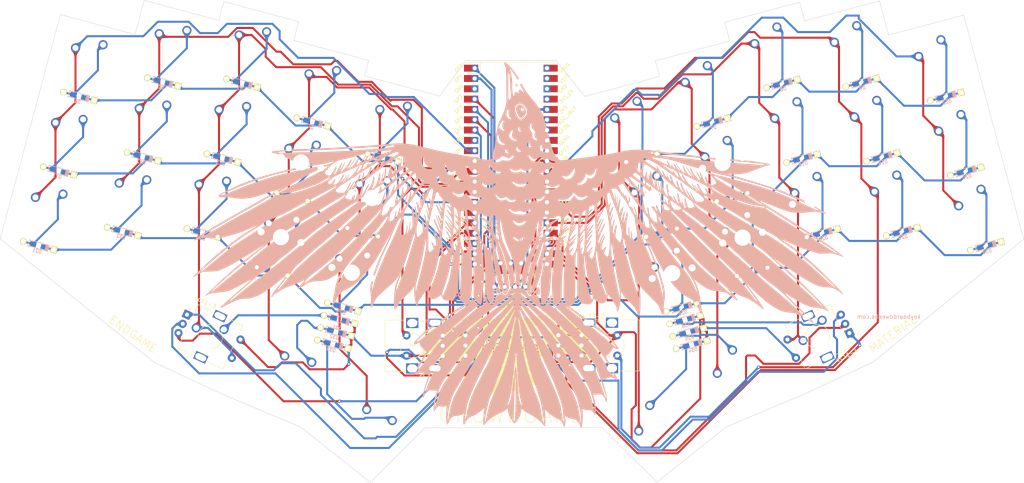
<source format=kicad_pcb>
(kicad_pcb (version 20211014) (generator pcbnew)
  (layers (0 "F.Cu" signal) (31 "B.Cu" signal) (34 "B.Paste" user) (35 "F.Paste" user) (36 "B.SilkS" user "B.Silkscreen") (37 "F.SilkS" user "F.Silkscreen") (38 "B.Mask" user) (39 "F.Mask" user) (44 "Edge.Cuts" user))
  (net 0 "")
  (net 1 "Net-(D1-Pad2)")
  (net 2 "Net-(D2-Pad2)")
  (net 3 "Net-(D3-Pad2)")
  (net 4 "Net-(D4-Pad2)")
  (net 5 "Net-(D5-Pad2)")
  (net 6 "Net-(D6-Pad2)")
  (net 7 "Net-(D7-Pad2)")
  (net 8 "Net-(D8-Pad2)")
  (net 9 "Net-(D9-Pad2)")
  (net 10 "Net-(D10-Pad2)")
  (net 11 "Net-(D11-Pad2)")
  (net 12 "Net-(D12-Pad2)")
  (net 13 "Net-(D13-Pad2)")
  (net 14 "Net-(D14-Pad2)")
  (net 15 "Net-(D15-Pad2)")
  (net 16 "Net-(D16-Pad2)")
  (net 17 "Net-(D17-Pad2)")
  (net 18 "Net-(D18-Pad2)")
  (net 19 "Net-(D19-Pad2)")
  (net 20 "Net-(D20-Pad2)")
  (net 21 "Net-(D21-Pad2)")
  (net 22 "Net-(D22-Pad2)")
  (net 23 "Net-(D23-Pad2)")
  (net 24 "Net-(D24-Pad2)")
  (net 25 "Net-(D25-Pad2)")
  (net 26 "Net-(D26-Pad2)")
  (net 27 "Net-(D27-Pad2)")
  (net 28 "Net-(D28-Pad2)")
  (net 29 "Net-(D29-Pad2)")
  (net 30 "Net-(D30-Pad2)")
  (net 31 "Net-(D31-Pad2)")
  (net 32 "Net-(D32-Pad2)")
  (net 33 "Net-(D33-Pad2)")
  (net 34 "Net-(D34-Pad2)")
  (net 35 "Net-(D35-Pad2)")
  (net 36 "Net-(D36-Pad2)")
  (net 37 "SDA1")
  (net 38 "SCL1")
  (net 40 "ENC2P1")
  (net 41 "ENC2P2")
  (net 57 "ROW0")
  (net 58 "ROW1")
  (net 59 "ROW2")
  (net 60 "ROW3")
  (net 61 "COL0")
  (net 62 "COL1")
  (net 63 "COL2")
  (net 64 "COL3")
  (net 65 "COL4")
  (net 66 "COL5")
  (net 67 "COL6")
  (net 68 "COL7")
  (net 69 "COL8")
  (net 70 "COL9")
  (net 71 "GND1")
  (net 72 "ENC0P1")
  (net 73 "ENC0P2")
  (net 74 "GND")
  (net 75 "ENC1P1")
  (net 76 "ENC1P2")
  (net 77 "VCC")
  (net 78 "ENC3P1")
  (net 79 "ENC3P2")
  (footprint "Rotary_Encoder:RotaryEncoder_Alps_EC11E-Switch_Vertical_H20mm" (layer "F.Cu") (at 137.922 117.562 180)
    (fp_text reference "ec11-1")
    (fp_text value "RotaryEncoder_Switch")
  )
  (footprint "MX_Only:MXOnly-1U-NoLED" (layer "F.Cu") (at 92.5446 88.3461 -15)
    (fp_text reference "MX24")
    (fp_text value "MX-NoLED")
  )
  (footprint "Keebio-Parts:Diode-Hybrid-Back" (layer "F.Cu") (at 37.8072 72.0358 -15)
    (fp_text reference "D11")
    (fp_text value "D_Small" hide)
  )
  (footprint "Keebio-Parts:Diode-Hybrid-Back" (layer "F.Cu") (at 198.6252 60.0881 15)
    (fp_text reference "D7")
    (fp_text value "D_Small" hide)
  )
  (footprint "MX_Only:MXOnly-1U-NoLED" (layer "F.Cu") (at 65.6039 41.6834 -15)
    (fp_text reference "MX2")
    (fp_text value "MX-NoLED")
  )
  (footprint "Keebio-Parts:Diode-Hybrid-Back" (layer "F.Cu") (at 261.0182 72.1312 15)
    (fp_text reference "D20")
    (fp_text value "D_Small" hide)
  )
  (footprint "MX_Only:MXOnly-1U-NoLED" (layer "F.Cu") (at 223.286 78.9545 15)
    (fp_text reference "MX28")
    (fp_text value "MX-NoLED")
  )
  (footprint "Keebio-Parts:Diode-Hybrid-Back" (layer "F.Cu") (at 100.2002 59.9927 -15)
    (fp_text reference "D4")
    (fp_text value "D_Small" hide)
  )
  (footprint "Keebio-Parts:Diode-Hybrid-Back" (layer "F.Cu") (at 112.6434 87.1576 -15)
    (fp_text reference "D15")
    (fp_text value "D_Small" hide)
  )
  (footprint "Keebio-Parts:Diode-Hybrid-Back" (layer "F.Cu") (at 107.7128 105.5585 -15)
    (fp_text reference "D25")
    (fp_text value "D_Small" hide)
  )
  (footprint "MX_Only:MXOnly-1U-NoLED" (layer "F.Cu") (at 40.067 63.602 -15)
    (fp_text reference "MX11")
    (fp_text value "MX-NoLED")
  )
  (footprint "Keebio-Parts:Diode-Hybrid-Back" (layer "F.Cu") (at 203.5557 78.489 15)
    (fp_text reference "D17")
    (fp_text value "D_Small" hide)
  )
  (footprint "Keebio-Parts:Diode-Hybrid-Back" (layer "F.Cu") (at 240.3575 68.628 15)
    (fp_text reference "D19")
    (fp_text value "D_Small" hide)
  )
  (footprint "MX_Only:MXOnly-1U-NoLED" (layer "F.Cu") (at 85.2374 42.0136 -15)
    (fp_text reference "MX3")
    (fp_text value "MX-NoLED")
  )
  (footprint "Keebio-Parts:Diode-Hybrid-Back" (layer "F.Cu") (at 95.2697 78.3935 -15)
    (fp_text reference "D14")
    (fp_text value "D_Small" hide)
  )
  (footprint "Keebio-Parts:Diode-Hybrid-Back" (layer "F.Cu") (at 73.1709 87.2637 -15)
    (fp_text reference "D23")
    (fp_text value "D_Small" hide)
  )
  (footprint "MX_Only:MXOnly-1U-NoLED" (layer "F.Cu") (at 201.1872 70.0844 15)
    (fp_text reference "MX17")
    (fp_text value "MX-NoLED")
  )
  (footprint "Rotary_Encoder:RotaryEncoder_Alps_EC12E_Vertical_H20mm" (layer "F.Cu") (at 132.334 117.602 180)
    (fp_text reference "ec12-1")
    (fp_text value "RotaryEncoder")
  )
  (footprint "MX_Only:MXOnly-1U-NoLED" (layer "F.Cu") (at 204.4767 121.795 35)
    (fp_text reference "MX35")
    (fp_text value "MX-NoLED")
  )
  (footprint "Rotary_Encoder:RotaryEncoder_Alps_EC12E_Vertical_H20mm" (layer "F.Cu") (at 166.4875 112.522)
    (fp_text reference "ec12-2")
    (fp_text value "RotaryEncoder")
  )
  (footprint "Keebio-Parts:Diode-Hybrid-Back" (layer "F.Cu") (at 220.724 68.9583 15)
    (fp_text reference "D18")
    (fp_text value "D_Small" hide)
  )
  (footprint "Keebio-Parts:Diode-Hybrid-Back" (layer "F.Cu") (at 58.4679 68.5325 -15)
    (fp_text reference "D12")
    (fp_text value "D_Small" hide)
  )
  (footprint "MX_Only:MXOnly-1U-NoLED" (layer "F.Cu") (at 35.1365 82.0029 -15)
    (fp_text reference "MX21")
    (fp_text value "MX-NoLED")
  )
  (footprint "Keebio-Parts:Diode-Hybrid-Back" (layer "F.Cu") (at 53.5374 86.9334 -15)
    (fp_text reference "D22")
    (fp_text value "D_Small" hide)
  )
  (footprint "Keebio-Parts:Diode-Hybrid-Back" (layer "F.Cu") (at 90.3391 96.7944 -15)
    (fp_text reference "D24")
    (fp_text value "D_Small" hide)
  )
  (footprint "Keebio-Parts:Diode-Hybrid-Back" (layer "F.Cu") (at 82.9172 50.4312 -15)
    (fp_text reference "D3")
    (fp_text value "D_Small" hide)
  )
  (footprint "Keebio-Parts:Diode-Hybrid-Back" (layer "F.Cu") (at 32.8767 90.4367 -15)
    (fp_text reference "D21")
    (fp_text value "D_Small" hide)
  )
  (footprint "MX_Only:MXOnly-1U-NoLED" (layer "F.Cu") (at 233.0585 41.8225 15)
    (fp_text reference "MX9")
    (fp_text value "MX-NoLED")
  )
  (footprint "MX_Only:MXOnly-1U-NoLED" (layer "F.Cu") (at 55.7429 78.4851 -15)
    (fp_text reference "MX22")
    (fp_text value "MX-NoLED")
  )
  (footprint "MX_Only:MXOnly-1U-NoLED" (layer "F.Cu") (at 44.9975 45.2012 -15)
    (fp_text reference "MX1")
    (fp_text value "MX-NoLED")
  )
  (footprint "MX_Only:MXOnly-1U-NoLED" (layer "F.Cu") (at 188.7984 97.2347 15)
    (fp_text reference "MX26")
    (fp_text value "MX-NoLED")
  )
  (footprint "MX_Only:MXOnly-1U-NoLED" (layer "F.Cu") (at 114.5286 135.3243 -45)
    (fp_text reference "MX33")
    (fp_text value "MX-NoLED")
  )
  (footprint "Rotary_Encoder:RotaryEncoder_Alps_EC11E-Switch_Vertical_H20mm" (layer "F.Cu") (at 232.417277 111.977787 -155)
    (fp_text reference "ec11-4")
    (fp_text value "RotaryEncoder_Switch")
  )
  (footprint "MX_Only:MXOnly-1U-NoLED" (layer "F.Cu") (at 119.888 60.3375 -15)
    (fp_text reference "MX5")
    (fp_text value "MX-NoLED")
  )
  (footprint "Keebio-Parts:Diode-Hybrid-Back" (layer "F.Cu") (at 181.2515 68.8521 15)
    (fp_text reference "D6")
    (fp_text value "D_Small" hide)
  )
  (footprint "Keebio-Parts:Diode-Hybrid-Back" (layer "F.Cu") (at 42.8041 53.6527 -15)
    (fp_text reference "D1")
    (fp_text value "D_Small" hide)
  )
  (footprint "MX_Only:MXOnly-1U-NoLED" (layer "F.Cu") (at 263.6345 82.1129 15)
    (fp_text reference "MX30")
    (fp_text value "MX-NoLED")
  )
  (footprint "Connector_PinHeader_2.54mm:PinHeader_1x04_P2.54mm_Vertical" (layer "F.Cu") (at 145.044 100.584 90)
    (fp_text reference "oled1")
    (fp_text value "Conn_01x04")
  )
  (footprint "MX_Only:MXOnly-1U-NoLED" (layer "F.Cu") (at 253.7735 45.3112 15)
    (fp_text reference "MX10")
    (fp_text value "MX-NoLED")
  )
  (footprint "MX_Only:MXOnly-1U-NoLED" (layer "F.Cu") (at 178.9917 60.4184 15)
    (fp_text reference "MX6")
    (fp_text value "MX-NoLED")
  )
  (footprint "MX_Only:MXOnly-1U-NoLED" (layer "F.Cu") (at 97.4751 69.9453 -15)
    (fp_text reference "MX14")
    (fp_text value "MX-NoLED")
  )
  (footprint "Keebio-Parts:Diode-Hybrid-Back" (layer "F.Cu") (at 191.9343 108.7207 15)
    (fp_text reference "D36")
    (fp_text value "D_Small" hide)
  )
  (footprint "MX_Only:MXOnly-1U-NoLED" (layer "F.Cu") (at 183.8679 78.8338 15)
    (fp_text reference "MX16")
    (fp_text value "MX-NoLED")
  )
  (footprint "MX_Only:MXOnly-1U-NoLED" (layer "F.Cu") (at 75.3764 78.8154 -15)
    (fp_text reference "MX23")
    (fp_text value "MX-NoLED")
  )
  (footprint "MX_Only:MXOnly-1U-NoLED" (layer "F.Cu") (at 80.3069 60.4145 -15)
    (fp_text reference "MX13")
    (fp_text value "MX-NoLED")
  )
  (footprint "MX_Only:MXOnly-1U-NoLED" (layer "F.Cu") (at 237.989 60.2234 15)
    (fp_text reference "MX19")
    (fp_text value "MX-NoLED")
  )
  (footprint "MX_Only:MXOnly-1U-NoLED" (layer "F.Cu") (at 95.1153 121.905 -35)
    (fp_text reference "MX32")
    (fp_text value "MX-NoLED")
  )
  (footprint "MCU_RaspberryPi_and_Boards:RPi_Pico_SMD_TH" (layer "F.Cu") (at 149.098 70.866)
    (fp_text reference "U1")
    (fp_text value "Pico")
  )
  (footprint "Rotary_Encoder:RotaryEncoder_Alps_EC11E-Switch_Vertical_H20mm" (layer "F.Cu") (at 69.415814 107.446248 -25)
    (fp_text reference "ec11-3")
    (fp_text value "RotaryEncoder_Switch")
  )
  (footprint "Rotary_Encoder:RotaryEncoder_Alps_EC11E-Switch_Vertical_H20mm" (layer "F.Cu") (at 160.782 112.522)
    (fp_text reference "ec11-2")
    (fp_text value "RotaryEncoder_Switch")
  )
  (footprint "Keebio-Parts:Diode-Hybrid-Back" (layer "F.Cu") (at 193.5778 114.8543 15)
    (fp_text reference "D34")
    (fp_text value "D_Small" hide)
  )
  (footprint "Keebio-Parts:Diode-Hybrid-Back" (layer "F.Cu") (at 191.1125 105.6539 15)
    (fp_text reference "D26")
    (fp_text value "D_Small" hide)
  )
  (footprint "MX_Only:MXOnly-1U-NoLED" (layer "F.Cu") (at 185.0634 135.2143 45)
    (fp_text reference "MX34")
    (fp_text value "MX-NoLED")
  )
  (footprint "MX_Only:MXOnly-1U-NoLED" (layer "F.Cu") (at 114.9032 78.7238 -15)
    (fp_text reference "MX15")
    (fp_text value "MX-NoLED")
  )
  (footprint "MX_Only:MXOnly-1U-NoLED" (layer "F.Cu") (at 196.311 51.6689 15)
    (fp_text reference "MX7")
    (fp_text value "MX-NoLED")
  )
  (footprint "MX_Only:MXOnly-1U-NoLED" (layer "F.Cu") (at 109.9727 97.1247 -15)
    (fp_text reference "MX25")
    (fp_text value "MX-NoLED")
  )
  (footprint "Keebio-Parts:Diode-Hybrid-Back" (layer "F.Cu") (at 208.4862 96.8899 15)
    (fp_text reference "D27")
    (fp_text value "D_Small" hide)
  )
  (footprint "Keebio-Parts:Diode-Hybrid-Back" (layer "F.Cu") (at 245.288 87.0289 15)
    (fp_text reference "D29")
    (fp_text value "D_Small" hide)
  )
  (footprint "Keebio-Parts:Diode-Hybrid-Back" (layer "F.Cu") (at 63.3984 50.1317 -15)
    (fp_text reference "D2")
    (fp_text value "D_Small" hide)
  )
  (footprint "Keebio-Parts:Diode-Hybrid-Back" (layer "F.Cu") (at 105.2558 114.7282 -15)
    (fp_text reference "D33")
    (fp_text value "D_Small" hide)
  )
  (footprint "MX_Only:MXOnly-1U-NoLED" (layer "F.Cu") (at 258.704 63.712 15)
    (fp_text reference "MX20")
    (fp_text value "MX-NoLED")
  )
  (footprint "crow:crow50" (layer "F.Cu") (at 147.32 114.3)
    (fp_text reference "LITTLE CROW")
    (fp_text value "LOGO" hide)
  )
  (footprint "MX_Only:MXOnly-1U-NoLED" (layer "F.Cu") (at 102.46 51.5589 -15)
    (fp_text reference "MX4")
    (fp_text value "MX-NoLED")
  )
  (footprint "Keebio-Parts:Diode-Hybrid-Back" (layer "F.Cu") (at 235.3123 50.2578 15)
    (fp_text reference "D9")
    (fp_text value "D_Small" hide)
  )
  (footprint "MX_Only:MXOnly-1U-NoLED" (layer "F.Cu") (at 206.1177 88.4853 15)
    (fp_text reference "MX27")
    (fp_text value "MX-NoLED")
  )
  (footprint "MX_Only:MXOnly-1U-NoLED" (layer "F.Cu") (at 225.5336 114.5093 25)
    (fp_text reference "MX36")
    (fp_text value "MX-NoLED")
  )
  (footprint "Keebio-Parts:Diode-Hybrid-Back" (layer "F.Cu") (at 186.182 87.253 15)
    (fp_text reference "D16")
    (fp_text value "D_Small" hide)
  )
  (footprint "Keebio-Parts:Diode-Hybrid-Back" (layer "F.Cu") (at 225.6545 87.3592 15)
    (fp_text reference "D28")
    (fp_text value "D_Small" hide)
  )
  (footprint "Keebio-Parts:Diode-Hybrid-Back" (layer "F.Cu") (at 265.9487 90.5321 15)
    (fp_text reference "D30")
    (fp_text value "D_Small" hide)
  )
  (footprint "Keebio-Parts:Diode-Hybrid-Back" (layer "F.Cu") (at 256.0877 53.7303 15)
    (fp_text reference "D10")
    (fp_text value "D_Small" hide)
  )
  (footprint "MX_Only:MXOnly-1U-NoLED" (layer "F.Cu") (at 213.425 42.1528 15)
    (fp_text reference "MX8")
    (fp_text value "MX-NoLED")
  )
  (footprint "Keebio-Parts:Diode-Hybrid-Back" (layer "F.Cu") (at 215.7935 50.5574 15)
    (fp_text reference "D8")
    (fp_text value "D_Small" hide)
  )
  (footprint "MX_Only:MXOnly-1U-NoLED" (layer "F.Cu") (at 242.9195 78.6242 15)
    (fp_text reference "MX29")
    (fp_text value "MX-NoLED")
  )
  (footprint "Keebio-Parts:Diode-Hybrid-Back" (layer "F.Cu") (at 106.0776 111.6614 -15)
    (fp_text reference "D32")
    (fp_text value "D_Small" hide)
  )
  (footprint "Keebio-Parts:Diode-Hybrid-Back" (layer "F.Cu") (at 78.1014 68.8628 -15)
    (fp_text reference "D13")
    (fp_text value "D_Small" hide)
  )
  (footprint "Keebio-Parts:Diode-Hybrid-Back" (layer "F.Cu") (at 192.756 111.7875 15)
    (fp_text reference "D35")
    (fp_text value "D_Small" hide)
  )
  (footprint "Keebio-Parts:Diode-Hybrid-Back" (layer "F.Cu") (at 106.8911 108.6253 -15)
    (fp_text reference "D31")
    (fp_text value "D_Small" hide)
  )
  (footprint "Keebio-Parts:Diode-Hybrid-Back" (layer "F.Cu") (at 117.5739 68.7567 -15)
    (fp_text reference "D5")
    (fp_text value "D_Small" hide)
  )
  (footprint "MX_Only:MXOnly-1U-NoLED" (layer "F.Cu") (at 60.6734 60.0842 -15)
    (fp_text reference "MX12")
    (fp_text value "MX-NoLED")
  )
  (footprint "MX_Only:MXOnly-1U-NoLED" (layer "F.Cu") (at 218.3555 60.5536 15)
    (fp_text reference "MX18")
    (fp_text value "MX-NoLED")
  )
  (footprint "MX_Only:MXOnly-1U-NoLED" (layer "F.Cu") (at 74.0585 114.6193 -25)
    (fp_text reference "MX31")
    (fp_text value "MX-NoLED")
  )
  (footprint "crow:crow175" (layer "B.Cu") (at 156.464 89.408 180)
    (fp_text reference "BIG CROW")
    (fp_text value "LOGO" hide)
  )
  (gr_line (start 58.875 30.025) (end 77.25 34.95) (layer "Edge.Cuts") (width 0.1))
  (gr_line (start 171.6 135.225) (end 128 135.325) (layer "Edge.Cuts") (width 0.1))
  (gr_line (start 97.45 135.175) (end 78.65 127.275) (layer "Edge.Cuts") (width 0.1))
  (gr_line (start 77.25 34.95) (end 78.5 30.35) (layer "Edge.Cuts") (width 0.1))
  (gr_line (start 201.75 35.425) (end 202.975 40.025) (layer "Edge.Cuts") (width 0.1))
  (gr_line (start 38.25 33.525) (end 56.625 38.45) (layer "Edge.Cuts") (width 0.1))
  (gr_line (start 202.125 135.075) (end 185.075 148.675) (layer "Edge.Cuts") (width 0.1))
  (gr_line (start 239.8 30.175) (end 221.4 35.075) (layer "Edge.Cuts") (width 0.1))
  (gr_line (start 220.15 30.475) (end 201.75 35.425) (layer "Edge.Cuts") (width 0.1))
  (gr_line (start 138.05 44.875) (end 131.55 53.6) (layer "Edge.Cuts") (width 0.1))
  (gr_line (start 114.125 44.825) (end 113.1 48.65) (layer "Edge.Cuts") (width 0.1))
  (gr_line (start 113.1 48.65) (end 131.55 53.6) (layer "Edge.Cuts") (width 0.1))
  (gr_line (start 242.05 38.575) (end 239.8 30.175) (layer "Edge.Cuts") (width 0.1))
  (gr_line (start 23.45 88.75) (end 38.25 33.525) (layer "Edge.Cuts") (width 0.1))
  (gr_line (start 185.675 48.775) (end 167.325 53.7) (layer "Edge.Cuts") (width 0.1))
  (gr_line (start 128 135.325) (end 114.525 148.8) (layer "Edge.Cuts") (width 0.1))
  (gr_line (start 260.525 33.65) (end 275.3 88.85) (layer "Edge.Cuts") (width 0.1))
  (gr_line (start 238.2 119.125) (end 220.925 127.175) (layer "Edge.Cuts") (width 0.1))
  (gr_line (start 78.65 127.275) (end 61.4 119.225) (layer "Edge.Cuts") (width 0.1))
  (gr_line (start 56.625 38.45) (end 58.875 30.025) (layer "Edge.Cuts") (width 0.1))
  (gr_line (start 184.65 44.925) (end 185.675 48.775) (layer "Edge.Cuts") (width 0.1))
  (gr_line (start 95.675 39.9) (end 114.125 44.825) (layer "Edge.Cuts") (width 0.1))
  (gr_line (start 114.525 148.8) (end 97.45 135.175) (layer "Edge.Cuts") (width 0.1))
  (gr_line (start 275.3 88.85) (end 238.2 119.125) (layer "Edge.Cuts") (width 0.1))
  (gr_line (start 78.5 30.35) (end 96.9 35.275) (layer "Edge.Cuts") (width 0.1))
  (gr_line (start 220.925 127.175) (end 202.125 135.075) (layer "Edge.Cuts") (width 0.1))
  (gr_line (start 96.9 35.275) (end 95.675 39.9) (layer "Edge.Cuts") (width 0.1))
  (gr_line (start 61.4 119.225) (end 23.45 88.75) (layer "Edge.Cuts") (width 0.1))
  (gr_line (start 185.075 148.675) (end 171.6 135.225) (layer "Edge.Cuts") (width 0.1))
  (gr_line (start 202.975 40.025) (end 184.65 44.925) (layer "Edge.Cuts") (width 0.1))
  (gr_line (start 260.525 33.65) (end 242.05 38.575) (layer "Edge.Cuts") (width 0.1))
  (gr_line (start 221.4 35.075) (end 220.15 30.475) (layer "Edge.Cuts") (width 0.1))
  (gr_line (start 160.175 44.875) (end 138.05 44.875) (layer "Edge.Cuts") (width 0.1))
  (gr_line (start 167.325 53.7) (end 160.175 44.875) (layer "Edge.Cuts") (width 0.1))
  (gr_text "keyboarddweebs.com" (at 242.062 107.95) (layer "B.SilkS") (effects (font (size 1 1)) (justify mirror)))
  (gr_text "CROWBOARD" (at 149.3 132.08) (layer "F.SilkS") (effects (font (size 4 4))))
  (gr_text "ENDGAME" (at 56.134 112.268 -35) (layer "F.SilkS") (effects (font (size 2 2))))
  (gr_text "MATERIAL" (at 243.078 112.268 35) (layer "F.SilkS") (effects (font (size 2 2))))
  (segment (start 41.451804 53.290353) (end 47.490921 47.251236) (width 0.5) (layer "B.Cu") (net 1))
  (segment (start 47.490921 47.251236) (end 47.490921 42.226528) (width 0.5) (layer "B.Cu") (net 1))
  (segment (start 47.490921 42.226528) (end 48.765752 40.951697) (width 0.5) (layer "B.Cu") (net 1))
  (segment (start 62.046104 49.148187) (end 69.372152 41.822139) (width 0.5) (layer "B.Cu") (net 2))
  (segment (start 62.046104 49.769353) (end 62.046104 49.148187) (width 0.5) (layer "B.Cu") (net 2))
  (segment (start 69.372152 41.822139) (end 69.372152 37.433897) (width 0.5) (layer "B.Cu") (net 2))
  (segment (start 89.005652 42.006939) (end 89.005652 37.764097) (width 0.5) (layer "B.Cu") (net 3))
  (segment (start 81.564904 50.068853) (end 81.564904 49.447687) (width 0.5) (layer "B.Cu") (net 3))
  (segment (start 81.564904 49.447687) (end 89.005652 42.006939) (width 0.5) (layer "B.Cu") (net 3))
  (segment (start 105.664 47.873649) (end 106.228252 47.309397) (width 0.5) (layer "B.Cu") (net 4))
  (segment (start 98.847904 59.630353) (end 105.664 52.814257) (width 0.5) (layer "B.Cu") (net 4))
  (segment (start 105.664 52.814257) (end 105.664 47.873649) (width 0.5) (layer "B.Cu") (net 4))
  (segment (start 123.656252 60.338539) (end 123.656252 56.087997) (width 0.5) (layer "B.Cu") (net 5))
  (segment (start 116.221604 68.394353) (end 116.221604 67.773187) (width 0.5) (layer "B.Cu") (net 5))
  (segment (start 116.221604 67.773187) (end 123.656252 60.338539) (width 0.5) (layer "B.Cu") (net 5))
  (segment (start 181.485121 56.208866) (end 181.485121 67.62853) (width 0.5) (layer "B.Cu") (net 6))
  (segment (start 180.130351 54.854096) (end 181.485121 56.208866) (width 0.5) (layer "B.Cu") (net 6))
  (segment (start 181.485121 67.62853) (end 179.899204 69.214447) (width 0.5) (layer "B.Cu") (net 6))
  (segment (start 198.804421 58.91893) (end 197.272904 60.450447) (width 0.5) (layer "B.Cu") (net 7))
  (segment (start 198.804421 47.459366) (end 198.804421 58.91893) (width 0.5) (layer "B.Cu") (net 7))
  (segment (start 197.449651 46.104596) (end 198.804421 47.459366) (width 0.5) (layer "B.Cu") (net 7))
  (segment (start 214.563651 36.588496) (end 215.918421 37.943266) (width 0.5) (layer "B.Cu") (net 8))
  (segment (start 215.918421 37.943266) (end 215.918421 49.44253) (width 0.5) (layer "B.Cu") (net 8))
  (segment (start 215.918421 49.44253) (end 214.441204 50.919747) (width 0.5) (layer "B.Cu") (net 8))
  (segment (start 235.551921 49.02823) (end 233.960004 50.620147) (width 0.5) (layer "B.Cu") (net 9))
  (segment (start 234.197151 36.258196) (end 235.551921 37.612966) (width 0.5) (layer "B.Cu") (net 9))
  (segment (start 235.551921 37.612966) (end 235.551921 49.02823) (width 0.5) (layer "B.Cu") (net 9))
  (segment (start 256.266921 41.101666) (end 256.266921 52.56113) (width 0.5) (layer "B.Cu") (net 10))
  (segment (start 254.912151 39.746896) (end 256.266921 41.101666) (width 0.5) (layer "B.Cu") (net 10))
  (segment (start 256.266921 52.56113) (end 254.735404 54.092647) (width 0.5) (layer "B.Cu") (net 10))
  (segment (start 43.835252 63.671939) (end 43.835252 59.352497) (width 0.5) (layer "B.Cu") (net 11))
  (segment (start 36.454904 71.673453) (end 36.454904 71.052287) (width 0.5) (layer "B.Cu") (net 11))
  (segment (start 36.454904 71.052287) (end 43.835252 63.671939) (width 0.5) (layer "B.Cu") (net 11))
  (segment (start 57.115604 67.168227) (end 57.115604 68.170153) (width 0.5) (layer "B.Cu") (net 12))
  (segment (start 64.441652 59.842179) (end 57.115604 67.168227) (width 0.5) (layer "B.Cu") (net 12))
  (segment (start 64.441652 55.834697) (end 64.441652 59.842179) (width 0.5) (layer "B.Cu") (net 12))
  (segment (start 76.749104 68.500453) (end 76.749104 67.879287) (width 0.5) (layer "B.Cu") (net 13))
  (segment (start 84.075152 60.553239) (end 84.075152 56.164997) (width 0.5) (layer "B.Cu") (net 13))
  (segment (start 76.749104 67.879287) (end 84.075152 60.553239) (width 0.5) (layer "B.Cu") (net 13))
  (segment (start 93.917404 78.031153) (end 99.968521 71.980036) (width 0.5) (layer "B.Cu") (net 14))
  (segment (start 99.968521 71.980036) (end 99.968521 66.970628) (width 0.5) (layer "B.Cu") (net 14))
  (segment (start 99.968521 66.970628) (end 101.243352 65.695797) (width 0.5) (layer "B.Cu") (net 14))
  (segment (start 111.291104 86.795253) (end 111.291104 86.174087) (width 0.5) (layer "B.Cu") (net 15))
  (segment (start 111.291104 86.174087) (end 118.671452 78.793739) (width 0.5) (layer "B.Cu") (net 15))
  (segment (start 118.671452 78.793739) (end 118.671452 74.474297) (width 0.5) (layer "B.Cu") (net 15))
  (segment (start 185.006551 73.269496) (end 186.361321 74.624266) (width 0.5) (layer "B.Cu") (net 16))
  (segment (start 186.361321 74.624266) (end 186.361321 86.08373) (width 0.5) (layer "B.Cu") (net 16))
  (segment (start 186.361321 86.08373) (end 184.829704 87.615347) (width 0.5) (layer "B.Cu") (net 16))
  (segment (start 203.680621 77.37413) (end 202.203404 78.851347) (width 0.5) (layer "B.Cu") (net 17))
  (segment (start 202.325851 64.520096) (end 203.680621 65.874866) (width 0.5) (layer "B.Cu") (net 17))
  (segment (start 203.680621 65.874866) (end 203.680621 77.37413) (width 0.5) (layer "B.Cu") (net 17))
  (segment (start 219.494151 54.989296) (end 220.848921 56.344066) (width 0.5) (layer "B.Cu") (net 18))
  (segment (start 220.848921 56.344066) (end 220.848921 67.84343) (width 0.5) (layer "B.Cu") (net 18))
  (segment (start 220.848921 67.84343) (end 219.371704 69.320647) (width 0.5) (layer "B.Cu") (net 18))
  (segment (start 240.482421 56.013866) (end 240.482421 67.51313) (width 0.5) (layer "B.Cu") (net 19))
  (segment (start 239.127651 54.659096) (end 240.482421 56.013866) (width 0.5) (layer "B.Cu") (net 19))
  (segment (start 240.482421 67.51313) (end 239.005204 68.990347) (width 0.5) (layer "B.Cu") (net 19))
  (segment (start 261.197421 70.96203) (end 259.665904 72.493547) (width 0.5) (layer "B.Cu") (net 20))
  (segment (start 261.197421 59.502466) (end 261.197421 70.96203) (width 0.5) (layer "B.Cu") (net 20))
  (segment (start 259.842651 58.147696) (end 261.197421 59.502466) (width 0.5) (layer "B.Cu") (net 20))
  (segment (start 31.524404 90.074353) (end 37.629921 83.968836) (width 0.5) (layer "B.Cu") (net 21))
  (segment (start 37.629921 83.968836) (end 37.629921 79.028228) (width 0.5) (layer "B.Cu") (net 21))
  (segment (start 37.629921 79.028228) (end 38.904752 77.753397) (width 0.5) (layer "B.Cu") (net 21))
  (segment (start 52.185104 86.571053) (end 58.236321 80.519836) (width 0.5) (layer "B.Cu") (net 22))
  (segment (start 58.236321 80.519836) (end 58.236321 75.510428) (width 0.5) (layer "B.Cu") (net 22))
  (segment (start 58.236321 75.510428) (end 59.511152 74.235597) (width 0.5) (layer "B.Cu") (net 22))
  (segment (start 79.144652 78.954139) (end 79.144652 74.565897) (width 0.5) (layer "B.Cu") (net 23))
  (segment (start 71.818604 86.280187) (end 79.144652 78.954139) (width 0.5) (layer "B.Cu") (net 23))
  (segment (start 71.818604 86.901353) (end 71.818604 86.280187) (width 0.5) (layer "B.Cu") (net 23))
  (segment (start 96.312852 88.855685) (end 96.312852 84.096597) (width 0.5) (layer "B.Cu") (net 24))
  (segment (start 88.986804 96.181733) (end 96.312852 88.855685) (width 0.5) (layer "B.Cu") (net 24))
  (segment (start 88.986804 96.432053) (end 88.986804 96.181733) (width 0.5) (layer "B.Cu") (net 24))
  (segment (start 106.360504 105.196153) (end 112.014 99.542657) (width 0.5) (layer "B.Cu") (net 25))
  (segment (start 112.014 99.314) (end 113.740952 97.587048) (width 0.5) (layer "B.Cu") (net 25))
  (segment (start 113.740952 97.587048) (end 113.740952 92.875197) (width 0.5) (layer "B.Cu") (net 25))
  (segment (start 112.014 99.542657) (end 112.014 99.314) (width 0.5) (layer "B.Cu") (net 25))
  (segment (start 191.291821 104.48463) (end 189.760204 106.016247) (width 0.5) (layer "B.Cu") (net 26))
  (segment (start 191.291821 93.025166) (end 191.291821 104.48463) (width 0.5) (layer "B.Cu") (net 26))
  (segment (start 189.937051 91.670396) (end 191.291821 93.025166) (width 0.5) (layer "B.Cu") (net 26))
  (segment (start 208.611121 95.77503) (end 207.133904 97.252247) (width 0.5) (layer "B.Cu") (net 27))
  (segment (start 207.256351 82.920996) (end 208.611121 84.275766) (width 0.5) (layer "B.Cu") (net 27))
  (segment (start 208.611121 84.275766) (end 208.611121 95.77503) (width 0.5) (layer "B.Cu") (net 27))
  (segment (start 225.779421 74.744966) (end 225.779421 86.24433) (width 0.5) (layer "B.Cu") (net 28))
  (segment (start 224.424651 73.390196) (end 225.779421 74.744966) (width 0.5) (layer "B.Cu") (net 28))
  (segment (start 225.779421 86.24433) (end 224.302204 87.721547) (width 0.5) (layer "B.Cu") (net 28))
  (segment (start 245.412921 74.414666) (end 245.412921 85.91403) (width 0.5) (layer "B.Cu") (net 29))
  (segment (start 245.412921 85.91403) (end 243.935704 87.391247) (width 0.5) (layer "B.Cu") (net 29))
  (segment (start 244.058151 73.059896) (end 245.412921 74.414666) (width 0.5) (layer "B.Cu") (net 29))
  (segment (start 266.127921 77.903366) (end 266.127921 89.36293) (width 0.5) (layer "B.Cu") (net 30))
  (segment (start 266.127921 89.36293) (end 264.596404 90.894447) (width 0.5) (layer "B.Cu") (net 30))
  (segment (start 264.773151 76.548596) (end 266.127921 77.903366) (width 0.5) (layer "B.Cu") (net 30))
  (segment (start 78.507423 111.088707) (end 81.980224 107.615906) (width 0.5) (layer "B.Cu") (net 31))
  (segment (start 81.980224 107.615906) (end 103.123989 107.615906) (width 0.5) (layer "B.Cu") (net 31))
  (segment (start 97.536 108.966) (end 99.06 108.966) (width 0.5) (layer "B.Cu") (net 32))
  (segment (start 99.06 108.966) (end 100.746006 110.652006) (width 0.5) (layer "B.Cu") (net 32))
  (segment (start 100.746006 110.652006) (end 102.310489 110.652006) (width 0.5) (layer "B.Cu") (net 32))
  (segment (start 96.52 109.982) (end 97.536 108.966) (width 0.5) (layer "B.Cu") (net 32))
  (segment (start 96.52 115.610878) (end 96.52 109.982) (width 0.5) (layer "B.Cu") (net 32))
  (segment (start 100.109714 119.200592) (end 96.52 115.610878) (width 0.5) (layer "B.Cu") (net 32))
  (segment (start 109.992719 133.106719) (end 103.903504 127.017504) (width 0.5) (layer "B.Cu") (net 33))
  (segment (start 113.019281 133.106719) (end 109.992719 133.106719) (width 0.5) (layer "B.Cu") (net 33))
  (segment (start 113.295121 132.830879) (end 113.019281 133.106719) (width 0.5) (layer "B.Cu") (net 33))
  (segment (start 103.903504 127.017504) (end 103.903504 114.365853) (width 0.5) (layer "B.Cu") (net 33))
  (segment (start 119.916754 133.528249) (end 119.219384 132.830879) (width 0.5) (layer "B.Cu") (net 33))
  (segment (start 119.219384 132.830879) (end 113.295121 132.830879) (width 0.5) (layer "B.Cu") (net 33))
  (segment (start 183.267349 129.826146) (end 192.225504 120.867991) (width 0.5) (layer "B.Cu") (net 34))
  (segment (start 192.225504 120.867991) (end 192.225504 115.216647) (width 0.5) (layer "B.Cu") (net 34))
  (segment (start 191.915141 112.661284) (end 191.403704 112.149847) (width 0.5) (layer "B.Cu") (net 35))
  (segment (start 195.72759 112.41559) (end 195.481896 112.661284) (width 0.5) (layer "B.Cu") (net 35))
  (segment (start 203.643578 116.176823) (end 199.882345 112.41559) (width 0.5) (layer "B.Cu") (net 35))
  (segment (start 195.481896 112.661284) (end 191.915141 112.661284) (width 0.5) (layer "B.Cu") (net 35))
  (segment (start 199.882345 112.41559) (end 195.72759 112.41559) (width 0.5) (layer "B.Cu") (net 35))
  (segment (start 224.563721 109.956806) (end 225.688721 108.831806) (width 0.5) (layer "B.Cu") (net 36))
  (segment (start 193.853198 109.728) (end 191.226957 109.728) (width 0.5) (layer "B.Cu") (net 36))
  (segment (start 194.232408 109.34879) (end 220.493532 109.34879) (width 0.5) (layer "B.Cu") (net 36))
  (segment (start 220.493532 109.34879) (end 221.101548 109.956806) (width 0.5) (layer "B.Cu") (net 36))
  (segment (start 191.226957 109.728) (end 190.582004 109.083047) (width 0.5) (layer "B.Cu") (net 36))
  (segment (start 194.232408 109.34879) (end 193.853198 109.728) (width 0.5) (layer "B.Cu") (net 36))
  (segment (start 221.101548 109.956806) (end 224.563721 109.956806) (width 0.5) (layer "B.Cu") (net 36))
  (segment (start 145.044 51.572) (end 140.208 46.736) (width 0.5) (layer "B.Cu") (net 37))
  (segment (start 145.044 100.584) (end 145.044 51.572) (width 0.5) (layer "B.Cu") (net 37))
  (segment (start 147.584 100.584) (end 146.284489 101.883511) (width 0.5) (layer "B.Cu") (net 38))
  (segment (start 146.284489 101.883511) (end 143.744489 101.883511) (width 0.5) (layer "B.Cu") (net 38))
  (segment (start 144.34448 98.806) (end 144.34448 52.07) (width 0.5) (layer "B.Cu") (net 38))
  (segment (start 141.55048 49.276) (end 140.208 49.276) (width 0.5) (layer "B.Cu") (net 38))
  (segment (start 143.744489 99.405991) (end 144.34448 98.806) (width 0.5) (layer "B.Cu") (net 38))
  (segment (start 144.34448 52.07) (end 141.55048 49.276) (width 0.5) (layer "B.Cu") (net 38))
  (segment (start 143.744489 101.883511) (end 143.744489 99.405991) (width 0.5) (layer "B.Cu") (net 38))
  (segment (start 145.034 95.064609) (end 143.51 96.588609) (width 0.5) (layer "F.Cu") (net 40))
  (segment (start 145.034 92.71) (end 145.034 95.064609) (width 0.5) (layer "F.Cu") (net 40))
  (segment (start 143.51 96.588609) (end 143.51 110.49) (width 0.5) (layer "F.Cu") (net 40))
  (segment (start 143.51 110.49) (end 143.51 114.2125) (width 0.5) (layer "F.Cu") (net 40))
  (segment (start 140.208 54.356) (end 145.034 59.182) (width 0.5) (layer "F.Cu") (net 40))
  (segment (start 145.034 59.182) (end 145.034 92.71) (width 0.5) (layer "F.Cu") (net 40))
  (via (at 143.51 114.2125) (size 0.8) (drill 0.4) (layers "F.Cu" "B.Cu") (net 40))
  (segment (start 102.362 125.625469) (end 96.14811 119.411579) (width 0.5) (layer "B.Cu") (net 40))
  (segment (start 96.14811 119.411579) (end 92.477528 119.411579) (width 0.5) (layer "B.Cu") (net 40))
  (segment (start 120.841141 137.541881) (end 116.204119 137.541881) (width 0.5) (layer "B.Cu") (net 40))
  (segment (start 72.394248 107.446248) (end 69.415814 107.446248) (width 0.5) (layer "B.Cu") (net 40))
  (segment (start 115.824 137.922) (end 113.03 137.922) (width 0.5) (layer "B.Cu") (net 40))
  (segment (start 90.731107 121.158) (end 86.106 121.158) (width 0.5) (layer "B.Cu") (net 40))
  (segment (start 116.204119 137.541881) (end 115.824 137.922) (width 0.5) (layer "B.Cu") (net 40))
  (segment (start 113.03 137.922) (end 102.362 127.254) (width 0.5) (layer "B.Cu") (net 40))
  (segment (start 143.51 114.2125) (end 143.51 114.873022) (width 0.5) (layer "B.Cu") (net 40))
  (segment (start 92.477528 119.411579) (end 90.731107 121.158) (width 0.5) (layer "B.Cu") (net 40))
  (segment (start 102.362 127.254) (end 102.362 125.625469) (width 0.5) (layer "B.Cu") (net 40))
  (segment (start 86.106 121.158) (end 72.394248 107.446248) (width 0.5) (layer "B.Cu") (net 40))
  (segment (start 143.51 114.873022) (end 120.841141 137.541881) (width 0.5) (layer "B.Cu") (net 40))
  (segment (start 143.49498 95.614359) (end 134.874 104.235339) (width 0.5) (layer "F.Cu") (net 41))
  (segment (start 72.532121 112.125879) (end 70.81108 113.84692) (width 0.5) (layer "F.Cu") (net 41))
  (segment (start 70.81108 113.84692) (end 67.87292 113.84692) (width 0.5) (layer "F.Cu") (net 41))
  (segment (start 106.934 128.778) (end 93.166353 128.778) (width 0.5) (layer "F.Cu") (net 41))
  (segment (start 76.514232 112.125879) (end 72.532121 112.125879) (width 0.5) (layer "F.Cu") (net 41))
  (segment (start 134.874 104.235339) (end 134.874 111.506) (width 0.5) (layer "F.Cu") (net 41))
  (segment (start 93.166353 128.778) (end 76.514232 112.125879) (width 0.5) (layer "F.Cu") (net 41))
  (segment (start 143.49498 91.186) (end 143.49498 95.614359) (width 0.5) (layer "F.Cu") (net 41))
  (segment (start 67.302723 113.276723) (end 67.302723 111.977787) (width 0.5) (layer "F.Cu") (net 41))
  (segment (start 67.87292 113.84692) (end 67.302723 113.276723) (width 0.5) (layer "F.Cu") (net 41))
  (via (at 143.49498 91.186) (size 0.8) (drill 0.4) (layers "F.Cu" "B.Cu") (net 41))
  (via (at 134.874 111.506) (size 0.8) (drill 0.4) (layers "F.Cu" "B.Cu") (net 41))
  (via (at 106.934 128.778) (size 0.8) (drill 0.4) (layers "F.Cu" "B.Cu") (net 41))
  (segment (start 134.874 111.506) (end 134.874 119.709022) (width 0.5) (layer "B.Cu") (net 41))
  (segment (start 140.208 56.896) (end 143.49498 60.18298) (width 0.5) (layer "B.Cu") (net 41))
  (segment (start 143.49498 60.18298) (end 143.49498 91.186) (width 0.5) (layer "B.Cu") (net 41))
  (segment (start 134.874 119.709022) (end 125.805022 128.778) (width 0.5) (layer "B.Cu") (net 41))
  (segment (start 125.805022 128.778) (end 106.934 128.778) (width 0.5) (layer "B.Cu") (net 41))
  (segment (start 219.560611 49.548006) (end 222.52931 52.516705) (width 0.5) (layer "B.Cu") (net 57))
  (segment (start 60.582649 54.662094) (end 64.750696 50.494047) (width 0.5) (layer "B.Cu") (net 57))
  (segment (start 136.144 92.769787) (end 136.144 103.632) (width 0.5) (layer "B.Cu") (net 57))
  (segment (start 222.52931 52.516705) (end 234.043344 52.516705) (width 0.5) (layer "B.Cu") (net 57))
  (segment (start 136.144 103.632) (end 165.1 103.632) (width 0.5) (layer "B.Cu") (net 57))
  (segment (start 165.1 103.632) (end 181.276756 87.455244) (width 0.5) (layer "B.Cu") (net 57))
  (segment (start 245.82021 55.989205) (end 254.818744 55.989205) (width 0.5) (layer "B.Cu") (net 57))
  (segment (start 181.276756 69.816793) (end 182.603796 68.489753) (width 0.5) (layer "B.Cu") (net 57))
  (segment (start 239.079411 49.248406) (end 245.82021 55.989205) (width 0.5) (layer "B.Cu") (net 57))
  (segment (start 136.457787 92.456) (end 140.208 92.456) (width 0.5) (layer "B.Cu") (net 57))
  (segment (start 181.276756 87.455244) (end 181.276756 69.816793) (width 0.5) (layer "B.Cu") (net 57))
  (segment (start 67.165511 51.141094) (end 67.818708 51.794291) (width 0.5) (layer "B.Cu") (net 57))
  (segment (start 96.110201 60.866484) (end 101.041059 60.866484) (width 0.5) (layer "B.Cu") (net 57))
  (segment (start 46.571211 54.662094) (end 60.582649 54.662094) (width 0.5) (layer "B.Cu") (net 57))
  (segment (start 185.018611 67.842706) (end 191.860543 67.842706) (width 0.5) (layer "B.Cu") (net 57))
  (segment (start 86.684311 51.440594) (end 96.110201 60.866484) (width 0.5) (layer "B.Cu") (net 57))
  (segment (start 112.595701 69.630484) (end 118.414759 69.630484) (width 0.5) (layer "B.Cu") (net 57))
  (segment (start 202.392311 59.078706) (end 207.623017 53.848) (width 0.5) (layer "B.Cu") (net 57))
  (segment (start 136.144 92.769787) (end 136.457787 92.456) (width 0.5) (layer "B.Cu") (net 57))
  (segment (start 254.818744 55.989205) (end 257.439996 53.367953) (width 0.5) (layer "B.Cu") (net 57))
  (segment (start 213.492849 53.848) (end 217.145796 50.195053) (width 0.5) (layer "B.Cu") (net 57))
  (segment (start 121.341011 69.766094) (end 121.341011 77.966798) (width 0.5) (layer "B.Cu") (net 57))
  (segment (start 83.268752 51.794291) (end 84.269496 50.793547) (width 0.5) (layer "B.Cu") (net 57))
  (segment (start 191.860543 67.842706) (end 199.977496 59.725753) (width 0.5) (layer "B.Cu") (net 57))
  (segment (start 101.041059 60.866484) (end 101.552496 60.355047) (width 0.5) (layer "B.Cu") (net 57))
  (segment (start 207.623017 53.848) (end 213.492849 53.848) (width 0.5) (layer "B.Cu") (net 57))
  (segment (start 103.967311 61.002094) (end 112.595701 69.630484) (width 0.5) (layer "B.Cu") (net 57))
  (segment (start 234.043344 52.516705) (end 236.664596 49.895453) (width 0.5) (layer "B.Cu") (net 57))
  (segment (start 67.818708 51.794291) (end 83.268752 51.794291) (width 0.5) (layer "B.Cu") (net 57))
  (segment (start 118.414759 69.630484) (end 118.926196 69.119047) (width 0.5) (layer "B.Cu") (net 57))
  (segment (start 121.341011 77.966798) (end 136.144 92.769787) (width 0.5) (layer "B.Cu") (net 57))
  (segment (start 134.366 94.996) (end 140.208 94.996) (width 0.5) (layer "F.Cu") (net 58))
  (via (at 134.366 94.996) (size 0.8) (drill 0.4) (layers "F.Cu" "B.Cu") (net 58))
  (segment (start 131.555471 92.185471) (end 134.366 94.996) (width 0.5) (layer "B.Cu") (net 58))
  (segment (start 205.970515 77.841952) (end 212.830297 77.841952) (width 0.5) (layer "B.Cu") (net 58))
  (segment (start 41.574311 73.045194) (end 41.958419 72.661086) (width 0.5) (layer "B.Cu") (net 58))
  (segment (start 135.85425 104.33152) (end 165.41648 104.33152) (width 0.5) (layer "B.Cu") (net 58))
  (segment (start 131.555471 89.170529) (end 131.555471 92.185471) (width 0.5) (layer "B.Cu") (net 58))
  (segment (start 78.483752 70.195091) (end 79.453696 69.225147) (width 0.5) (layer "B.Cu") (net 58))
  (segment (start 212.830297 77.841952) (end 222.076296 68.595953) (width 0.5) (layer "B.Cu") (net 58))
  (segment (start 224.491111 67.948906) (end 227.42911 70.886905) (width 0.5) (layer "B.Cu") (net 58))
  (segment (start 116.410511 88.166994) (end 121.773505 82.804) (width 0.5) (layer "B.Cu") (net 58))
  (segment (start 107.665301 88.031384) (end 113.484259 88.031384) (width 0.5) (layer "B.Cu") (net 58))
  (segment (start 96.110559 79.267284) (end 96.621996 78.755847) (width 0.5) (layer "B.Cu") (net 58))
  (segment (start 121.773505 82.804) (end 125.188943 82.804) (width 0.5) (layer "B.Cu") (net 58))
  (segment (start 99.036811 79.402894) (end 107.665301 88.031384) (width 0.5) (layer "B.Cu") (net 58))
  (segment (start 62.888208 70.195091) (end 78.483752 70.195091) (width 0.5) (layer "B.Cu") (net 58))
  (segment (start 179.578 90.17) (end 184.254949 90.17) (width 0.5) (layer "B.Cu") (net 58))
  (segment (start 239.088544 70.886905) (end 241.709796 68.265653) (width 0.5) (layer "B.Cu") (net 58))
  (segment (start 250.89611 74.390105) (end 259.749244 74.390105) (width 0.5) (layer "B.Cu") (net 58))
  (segment (start 62.235011 69.541894) (end 62.888208 70.195091) (width 0.5) (layer "B.Cu") (net 58))
  (segment (start 244.124611 67.618606) (end 250.89611 74.390105) (width 0.5) (layer "B.Cu") (net 58))
  (segment (start 196.791043 86.243606) (end 204.907996 78.126653) (width 0.5) (layer "B.Cu") (net 58))
  (segment (start 41.958419 72.661086) (end 56.053957 72.661086) (width 0.5) (layer "B.Cu") (net 58))
  (segment (start 165.41648 104.33152) (end 179.578 90.17) (width 0.5) (layer "B.Cu") (net 58))
  (segment (start 259.749244 74.390105) (end 262.370496 71.768853) (width 0.5) (layer "B.Cu") (net 58))
  (segment (start 227.42911 70.886905) (end 239.088544 70.886905) (width 0.5) (layer "B.Cu") (net 58))
  (segment (start 56.053957 72.661086) (end 59.820196 68.894847) (width 0.5) (layer "B.Cu") (net 58))
  (segment (start 135.44448 103.92175) (end 135.85425 104.33152) (width 0.5) (layer "B.Cu") (net 58))
  (segment (start 184.254949 90.17) (end 187.534296 86.890653) (width 0.5) (layer "B.Cu") (net 58))
  (segment (start 81.868511 69.872194) (end 91.263601 79.267284) (width 0.5) (layer "B.Cu") (net 58))
  (segment (start 113.484259 88.031384) (end 113.995696 87.519947) (width 0.5) (layer "B.Cu") (net 58))
  (segment (start 189.949111 86.243606) (end 196.791043 86.243606) (width 0.5) (layer "B.Cu") (net 58))
  (segment (start 135.44448 93.059537) (end 135.44448 103.92175) (width 0.5) (layer "B.Cu") (net 58))
  (segment (start 131.555471 89.170529) (end 135.44448 93.059537) (width 0.5) (layer "B.Cu") (net 58))
  (segment (start 91.263601 79.267284) (end 96.110559 79.267284) (width 0.5) (layer "B.Cu") (net 58))
  (segment (start 125.188943 82.804) (end 131.555471 89.170529) (width 0.5) (layer "B.Cu") (net 58))
  (segment (start 157.988 94.996) (end 161.798 94.996) (width 0.5) (layer "F.Cu") (net 59))
  (segment (start 161.798 94.996) (end 168.875688 102.073688) (width 0.5) (layer "F.Cu") (net 59))
  (via (at 168.875688 102.073688) (size 0.8) (drill 0.4) (layers "F.Cu" "B.Cu") (net 59))
  (segment (start 244.019044 89.287805) (end 246.640296 86.666553) (width 0.5) (layer "B.Cu") (net 59))
  (segment (start 180.302805 107.912805) (end 189.843544 107.912805) (width 0.5) (layer "B.Cu") (net 59))
  (segment (start 255.82661 92.791005) (end 264.679744 92.791005) (width 0.5) (layer "B.Cu") (net 59))
  (segment (start 36.643811 91.446094) (end 50.739349 91.446094) (width 0.5) (layer "B.Cu") (net 59))
  (segment (start 94.106211 97.803794) (end 102.101034 105.798617) (width 0.5) (layer "B.Cu") (net 59))
  (segment (start 111.479911 106.567894) (end 113.016765 105.03104) (width 0.5) (layer "B.Cu") (net 59))
  (segment (start 264.679744 92.791005) (end 267.300996 90.169753) (width 0.5) (layer "B.Cu") (net 59))
  (segment (start 212.253311 95.880506) (end 218.123143 95.880506) (width 0.5) (layer "B.Cu") (net 59))
  (segment (start 194.879611 104.644506) (end 201.721543 104.644506) (width 0.5) (layer "B.Cu") (net 59))
  (segment (start 189.843544 107.912805) (end 192.464796 105.291553) (width 0.5) (layer "B.Cu") (net 59))
  (segment (start 201.721543 104.644506) (end 209.838496 96.527553) (width 0.5) (layer "B.Cu") (net 59))
  (segment (start 50.739349 91.446094) (end 54.889696 87.295747) (width 0.5) (layer "B.Cu") (net 59))
  (segment (start 102.101034 105.798617) (end 105.026719 105.798617) (width 0.5) (layer "B.Cu") (net 59))
  (segment (start 171.563635 99.173635) (end 180.302805 107.912805) (width 0.5) (layer "B.Cu") (net 59))
  (segment (start 57.957708 88.595991) (end 73.553252 88.595991) (width 0.5) (layer "B.Cu") (net 59))
  (segment (start 76.938011 88.273094) (end 86.468711 97.803794) (width 0.5) (layer "B.Cu") (net 59))
  (segment (start 73.553252 88.595991) (end 74.523196 87.626047) (width 0.5) (layer "B.Cu") (net 59))
  (segment (start 249.055111 86.019506) (end 255.82661 92.791005) (width 0.5) (layer "B.Cu") (net 59))
  (segment (start 57.304511 87.942794) (end 57.957708 88.595991) (width 0.5) (layer "B.Cu") (net 59))
  (segment (start 232.35961 89.287805) (end 244.019044 89.287805) (width 0.5) (layer "B.Cu") (net 59))
  (segment (start 105.908102 106.68) (end 108.305943 106.68) (width 0.5) (layer "B.Cu") (net 59))
  (segment (start 165.706231 105.031039) (end 171.563635 99.173635) (width 0.5) (layer "B.Cu") (net 59))
  (segment (start 108.305943 106.68) (end 109.065096 105.920847) (width 0.5) (layer "B.Cu") (net 59))
  (segment (start 86.468711 97.803794) (end 94.106211 97.803794) (width 0.5) (layer "B.Cu") (net 59))
  (segment (start 113.016765 105.03104) (end 165.706231 105.031039) (width 0.5) (layer "B.Cu") (net 59))
  (segment (start 218.123143 95.880506) (end 227.006796 86.996853) (width 0.5) (layer "B.Cu") (net 59))
  (segment (start 105.026719 105.798617) (end 105.908102 106.68) (width 0.5) (layer "B.Cu") (net 59))
  (segment (start 229.421611 86.349806) (end 232.35961 89.287805) (width 0.5) (layer "B.Cu") (net 59))
  (segment (start 173.438478 112.522) (end 170.331511 109.415033) (width 0.5) (layer "F.Cu") (net 60))
  (segment (start 179.365752 111.76) (end 176.044 111.76) (width 0.5) (layer "F.Cu") (net 60))
  (segment (start 110.658211 109.634694) (end 110.658211 111.857294) (width 0.5) (layer "F.Cu") (net 60))
  (segment (start 107.95 120.904) (end 109.22 119.634) (width 0.5) (layer "F.Cu") (net 60))
  (segment (start 168.678 119.126) (end 175.282 112.522) (width 0.5) (layer "F.Cu") (net 60))
  (segment (start 195.701411 107.711306) (end 195.701411 128.10252) (width 0.5) (layer "F.Cu") (net 60))
  (segment (start 139.7 118.55552) (end 139.7 115.76152) (width 0.5) (layer "F.Cu") (net 60))
  (segment (start 180.820923 140.180923) (end 178.816 138.176) (width 0.5) (layer "F.Cu") (net 60))
  (segment (start 89.348817 120.365753) (end 91.646816 120.365753) (width 0.5) (layer "F.Cu") (net 60))
  (segment (start 139.12952 119.126) (end 139.7 118.55552) (width 0.5) (layer "F.Cu") (net 60))
  (segment (start 159.258 115.76152) (end 159.258 118.047919) (width 0.5) (layer "F.Cu") (net 60))
  (segment (start 97.895965 119.213539) (end 99.586426 120.904) (width 0.5) (layer "F.Cu") (net 60))
  (segment (start 178.816 138.176) (end 178.816 130.81) (width 0.5) (layer "F.Cu") (net 60))
  (segment (start 109.844711 112.670794) (end 109.844711 114.915794) (width 0.5) (layer "F.Cu") (net 60))
  (segment (start 197.344911 111.599906) (end 196.523111 110.778106) (width 0.5) (layer "F.Cu") (net 60))
  (segment (start 196.523111 110.778106) (end 196.523111 108.533006) (width 0.5) (layer "F.Cu") (net 60))
  (segment (start 99.586426 120.904) (end 107.95 120.904) (width 0.5) (layer "F.Cu") (net 60))
  (segment (start 129.5 117.562) (end 131.064 119.126) (width 0.5) (layer "F.Cu") (net 60))
  (segment (start 175.282 112.522) (end 173.438478 112.522) (width 0.5) (layer "F.Cu") (net 60))
  (segment (start 170.331511 102.259511) (end 160.528 92.456) (width 0.5) (layer "F.Cu") (net 60))
  (segment (start 179.873752 112.268) (end 179.365752 111.76) (width 0.5) (layer "F.Cu") (net 60))
  (segment (start 179.873752 129.752248) (end 179.873752 112.268) (width 0.5) (layer "F.Cu") (net 60))
  (segment (start 183.623008 140.180923) (end 180.820923 140.180923) (width 0.5) (layer "F.Cu") (net 60))
  (segment (start 109.844711 114.915794) (end 109.022911 115.737594) (width 0.5) (layer "F.Cu") (net 60))
  (segment (start 196.523111 108.533006) (end 195.701411 107.711306) (width 0.5) (layer "F.Cu") (net 60))
  (segment (start 160.528 92.456) (end 157.988 92.456) (width 0.5) (layer "F.Cu") (net 60))
  (segment (start 178.816 130.81) (end 179.873752 129.752248) (width 0.5) (layer "F.Cu") (net 60))
  (segment (start 170.331511 109.415033) (end 170.331511 102.259511) (width 0.5) (layer "F.Cu") (net 60))
  (segment (start 82.557277 113.574213) (end 89.348817 120.365753) (width 0.5) (layer "F.Cu") (net 60))
  (segment (start 176.044 111.76) (end 175.282 112.522) (width 0.5) (layer "F.Cu") (net 60))
  (segment (start 123.422 117.562) (end 129.5 117.562) (width 0.5) (layer "F.Cu") (net 60))
  (segment (start 131.064 119.126) (end 139.12952 119.126) (width 0.5) (layer "F.Cu") (net 60))
  (segment (start 92.79903 119.213539) (end 97.895965 119.213539) (width 0.5) (layer "F.Cu") (net 60))
  (segment (start 91.646816 120.365753) (end 92.79903 119.213539) (width 0.5) (layer "F.Cu") (net 60))
  (segment (start 195.701411 128.10252) (end 183.623008 140.180923) (width 0.5) (layer "F.Cu") (net 60))
  (segment (start 159.258 118.047919) (end 160.336081 119.126) (width 0.5) (layer "F.Cu") (net 60))
  (segment (start 197.344911 113.844906) (end 197.344911 111.599906) (width 0.5) (layer "F.Cu") (net 60))
  (segment (start 160.336081 119.126) (end 168.678 119.126) (width 0.5) (layer "F.Cu") (net 60))
  (segment (start 139.7 115.76152) (end 159.258 115.76152) (width 0.5) (layer "F.Cu") (net 60))
  (segment (start 110.658211 111.857294) (end 109.844711 112.670794) (width 0.5) (layer "F.Cu") (net 60))
  (via (at 109.22 119.634) (size 0.8) (drill 0.4) (layers "F.Cu" "B.Cu") (net 60))
  (segment (start 109.844711 112.670794) (end 114.735917 117.562) (width 0.5) (layer "B.Cu") (net 60))
  (segment (start 114.735917 117.562) (end 123.422 117.562) (width 0.5) (layer "B.Cu") (net 60))
  (segment (start 109.22 115.934683) (end 109.022911 115.737594) (width 0.5) (layer "B.Cu") (net 60))
  (segment (start 211.948168 110.778106) (end 196.523111 110.778106) (width 0.5) (layer "B.Cu") (net 60))
  (segment (start 219.275814 118.105752) (end 211.948168 110.778106) (width 0.5) (layer "B.Cu") (net 60))
  (segment (start 109.22 119.634) (end 109.22 115.934683) (width 0.5) (layer "B.Cu") (net 60))
  (segment (start 37.044223 60.162448) (end 37.044223 73.632848) (width 0.5) (layer "F.Cu") (net 61))
  (segment (start 41.974723 41.761648) (end 41.974723 55.231948) (width 0.5) (layer "F.Cu") (net 61))
  (segment (start 37.044223 73.632848) (end 32.113723 78.563348) (width 0.5) (layer "F.Cu") (net 61))
  (segment (start 41.974723 55.231948) (end 37.044223 60.162448) (width 0.5) (layer "F.Cu") (net 61))
  (segment (start 92.202 37.592) (end 90.424 35.814) (width 0.5) (layer "B.Cu") (net 61))
  (segment (start 58.674 38.862) (end 44.874371 38.862) (width 0.5) (layer "B.Cu") (net 61))
  (segment (start 105.41 44.196) (end 96.774 44.196) (width 0.5) (layer "B.Cu") (net 61))
  (segment (start 69.85 35.306) (end 62.23 35.306) (width 0.5) (layer "B.Cu") (net 61))
  (segment (start 96.774 44.196) (end 92.202 39.624) (width 0.5) (layer "B.Cu") (net 61))
  (segment (start 72.644 38.1) (end 69.85 35.306) (width 0.5) (layer "B.Cu") (net 61))
  (segment (start 62.23 35.306) (end 58.674 38.862) (width 0.5) (layer "B.Cu") (net 61))
  (segment (start 140.208 67.056) (end 138.43 67.056) (width 0.5) (layer "B.Cu") (net 61))
  (segment (start 125.222 53.848) (end 118.364 53.848) (width 0.5) (layer "B.Cu") (net 61))
  (segment (start 90.424 35.814) (end 79.248 35.814) (width 0.5) (layer "B.Cu") (net 61))
  (segment (start 44.874371 38.862) (end 41.974723 41.761648) (width 0.5) (layer "B.Cu") (net 61))
  (segment (start 92.202 39.624) (end 92.202 37.592) (width 0.5) (layer "B.Cu") (net 61))
  (segment (start 79.248 35.814) (end 76.962 38.1) (width 0.5) (layer "B.Cu") (net 61))
  (segment (start 118.364 53.848) (end 117.602 53.086) (width 0.5) (layer "B.Cu") (net 61))
  (segment (start 138.43 67.056) (end 125.222 53.848) (width 0.5) (layer "B.Cu") (net 61))
  (segment (start 114.3 53.086) (end 105.41 44.196) (width 0.5) (layer "B.Cu") (net 61))
  (segment (start 76.962 38.1) (end 72.644 38.1) (width 0.5) (layer "B.Cu") (net 61))
  (segment (start 117.602 53.086) (end 114.3 53.086) (width 0.5) (layer "B.Cu") (net 61))
  (segment (start 62.581123 38.243848) (end 63.345683 39.008408) (width 0.5) (layer "F.Cu") (net 62))
  (segment (start 63.345683 39.008408) (end 79.553567 39.008408) (width 0.5) (layer "F.Cu") (net 62))
  (segment (start 136.398 69.596) (end 140.208 69.596) (width 0.5) (layer "F.Cu") (net 62))
  (segment (start 134.62 71.374) (end 136.398 69.596) (width 0.5) (layer "F.Cu") (net 62))
  (segment (start 123.422 112.562) (end 122.422 111.562) (width 0.5) (layer "F.Cu") (net 62))
  (segment (start 122.422 111.562) (end 122.422 78.492) (width 0.5) (layer "F.Cu") (net 62))
  (segment (start 62.581123 51.714148) (end 57.650623 56.644648) (width 0.5) (layer "F.Cu") (net 62))
  (segment (start 119.48027 54.76373) (end 119.730514 54.513486) (width 0.5) (layer "F.Cu") (net 62))
  (segment (start 105.664 44.958) (end 106.426 44.958) (width 0.5) (layer "F.Cu") (net 62))
  (segment (start 95.56648 45.78248) (end 104.83952 45.78248) (width 0.5) (layer "F.Cu") (net 62))
  (segment (start 92.456 42.672) (end 95.56648 45.78248) (width 0.5) (layer "F.Cu") (net 62))
  (segment (start 106.426 44.958) (end 111.568141 50.100141) (width 0.5) (layer "F.Cu") (net 62))
  (segment (start 126.169376 76.454) (end 127.600688 77.885312) (width 0.5) (layer "F.Cu") (net 62))
  (segment (start 119.730514 54.513486) (end 125.125486 54.513486) (width 0.5) (layer "F.Cu") (net 62))
  (segment (start 81.731975 36.83) (end 85.598 36.83) (width 0.5) (layer "F.Cu") (net 62))
  (segment (start 91.44 42.672) (end 92.456 42.672) (width 0.5) (layer "F.Cu") (net 62))
  (segment (start 57.650623 70.115048) (end 52.720123 75.045548) (width 0.5) (layer "F.Cu") (net 62))
  (segment (start 122.422 78.492) (end 124.46 76.454) (width 0.5) (layer "F.Cu") (net 62))
  (segment (start 62.581123 38.243848) (end 62.581123 51.714148) (width 0.5) (layer "F.Cu") (net 62))
  (segment (start 111.568141 50.100141) (end 114.870141 50.100141) (width 0.5) (layer "F.Cu") (net 62))
  (segment (start 114.870141 50.100141) (end 115.57 50.8) (width 0.5) (layer "F.Cu") (net 62))
  (segment (start 104.83952 45.78248) (end 105.664 44.958) (width 0.5) (layer "F.Cu") (net 62))
  (segment (start 57.650623 56.644648) (end 57.650623 70.115048) (width 0.5) (layer "F.Cu") (net 62))
  (segment (start 115.57 50.8) (end 115.57 50.85346) (width 0.5) (layer "F.Cu") (net 62))
  (segment (start 115.57 50.85346) (end 119.48027 54.76373) (width 0.5) (layer "F.Cu") (net 62))
  (segment (start 79.553567 39.008408) (end 81.731975 36.83) (width 0.5) (layer "F.Cu") (net 62))
  (segment (start 127.19152 71.374) (end 134.62 71.374) (width 0.5) (layer "F.Cu") (net 62))
  (segment (start 127.19152 56.57952) (end 127.19152 71.374) (width 0.5) (layer "F.Cu") (net 62))
  (segment (start 125.125486 54.513486) (end 127.19152 56.57952) (width 0.5) (layer "F.Cu") (net 62))
  (segment (start 85.598 36.83) (end 91.44 42.672) (width 0.5) (layer "F.Cu") (net 62))
  (segment (start 124.46 76.454) (end 126.169376 76.454) (width 0.5) (layer "F.Cu") (net 62))
  (via (at 127.600688 77.885312) (size 0.8) (drill 0.4) (layers "F.Cu" "B.Cu") (net 62))
  (segment (start 135.89 69.596) (end 140.208 69.596) (width 0.5) (layer "B.Cu") (net 62))
  (segment (start 127.600688 77.885312) (end 135.89 69.596) (width 0.5) (layer "B.Cu") (net 62))
  (segment (start 82.214623 52.044448) (end 77.284123 56.974948) (width 0.5) (layer "F.Cu") (net 63))
  (segment (start 82.214623 38.574048) (end 82.214623 52.044448) (width 0.5) (layer "F.Cu") (net 63))
  (segment (start 136.652 72.136) (end 140.208 72.136) (width 0.5) (layer "F.Cu") (net 63))
  (segment (start 88.769782 42.019751) (end 88.769782 43.897747) (width 0.5) (layer "F.Cu") (net 63))
  (segment (start 133.54152 75.24648) (end 136.652 72.136) (width 0.5) (layer "F.Cu") (net 63))
  (segment (start 126.492 74.422) (end 127.31648 75.24648) (width 0.5) (layer "F.Cu") (net 63))
  (segment (start 102.33527 46.482) (end 106.65293 50.79966) (width 0.5) (layer "F.Cu") (net 63))
  (segment (start 72.353623 75.375848) (end 72.353623 110.032398) (width 0.5) (layer "F.Cu") (net 63))
  (segment (start 77.284123 70.445348) (end 72.353623 75.375848) (width 0.5) (layer "F.Cu") (net 63))
  (segment (start 106.65293 50.79966) (end 114.526931 50.799661) (width 0.5) (layer "F.Cu") (net 63))
  (segment (start 85.324079 38.574048) (end 88.769782 42.019751) (width 0.5) (layer "F.Cu") (net 63))
  (segment (start 91.354035 46.482) (end 102.33527 46.482) (width 0.5) (layer "F.Cu") (net 63))
  (segment (start 77.284123 56.974948) (end 77.284123 70.445348) (width 0.5) (layer "F.Cu") (net 63))
  (segment (start 121.220469 56.134) (end 126.492 61.405531) (width 0.5) (layer "F.Cu") (net 63))
  (segment (start 127.31648 75.24648) (end 133.54152 75.24648) (width 0.5) (layer "F.Cu") (net 63))
  (segment (start 88.769782 43.897747) (end 91.354035 46.482) (width 0.5) (layer "F.Cu") (net 63))
  (segment (start 72.353623 110.032398) (end 71.678918 110.707103) (width 0.5) (layer "F.Cu") (net 63))
  (segment (start 114.526931 50.799661) (end 119.86127 56.134) (width 0.5) (layer "F.Cu") (net 63))
  (segment (start 126.492 61.405531) (end 126.492 74.422) (width 0.5) (layer "F.Cu") (net 63))
  (segment (start 82.214623 38.574048) (end 85.324079 38.574048) (width 0.5) (layer "F.Cu") (net 63))
  (segment (start 119.86127 56.134) (end 121.220469 56.134) (width 0.5) (layer "F.Cu") (net 63))
  (segment (start 74.547313 110.707103) (end 71.678918 110.707103) (width 0.5) (layer "B.Cu") (net 63))
  (segment (start 80.444186 118.105752) (end 80.444186 116.603976) (width 0.5) (layer "B.Cu") (net 63))
  (segment (start 80.444186 116.603976) (end 74.547313 110.707103) (width 0.5) (layer "B.Cu") (net 63))
  (segment (start 134.62 75.946) (end 135.89 74.676) (width 0.5) (layer "F.Cu") (net 64))
  (segment (start 94.452323 66.505748) (end 94.452323 79.976048) (width 0.5) (layer "F.Cu") (net 64))
  (segment (start 122.936 72.136) (end 126.746 75.946) (width 0.5) (layer "F.Cu") (net 64))
  (segment (start 114.23718 51.49918) (end 119.634 56.896) (width 0.5) (layer "F.Cu") (net 64))
  (segment (start 122.936 59.859269) (end 122.936 72.136) (width 0.5) (layer "F.Cu") (net 64))
  (segment (start 119.972731 56.896) (end 122.936 59.859269) (width 0.5) (layer "F.Cu") (net 64))
  (segment (start 103.747908 48.883908) (end 106.36318 51.49918) (width 0.5) (layer "F.Cu") (net 64))
  (segment (start 89.521823 113.709636) (end 93.451215 117.639028) (width 0.5) (layer "F.Cu") (net 64))
  (segment (start 99.437223 48.119348) (end 99.437223 61.520848) (width 0.5) (layer "F.Cu") (net 64))
  (segment (start 126.746 75.946) (end 134.62 75.946) (width 0.5) (layer "F.Cu") (net 64))
  (segment (start 106.36318 51.49918) (end 114.23718 51.49918) (width 0.5) (layer "F.Cu") (net 64))
  (segment (start 94.452323 79.976048) (end 89.521823 84.906548) (width 0.5) (layer "F.Cu") (net 64))
  (segment (start 135.89 74.676) (end 140.208 74.676) (width 0.5) (layer "F.Cu") (net 64))
  (segment (start 99.437223 61.520848) (end 94.452323 66.505748) (width 0.5) (layer "F.Cu") (net 64))
  (segment (start 99.437223 48.119348) (end 100.201783 48.883908) (width 0.5) (layer "F.Cu") (net 64))
  (segment (start 89.521823 84.906548) (end 89.521823 113.709636) (width 0.5) (layer "F.Cu") (net 64))
  (segment (start 100.201783 48.883908) (end 103.747908 48.883908) (width 0.5) (layer "F.Cu") (net 64))
  (segment (start 119.634 56.896) (end 119.972731 56.896) (width 0.5) (layer "F.Cu") (net 64))
  (segment (start 119.38 70.866) (end 116.29867 70.866) (width 0.5) (layer "F.Cu") (net 65))
  (segment (start 122.428 73.914) (end 119.38 70.866) (width 0.5) (layer "F.Cu") (net 65))
  (segment (start 106.949923 93.685148) (end 106.949923 115.845804) (width 0.5) (layer "F.Cu") (net 65))
  (segment (start 111.880423 88.754648) (end 106.949923 93.685148) (width 0.5) (layer "F.Cu") (net 65))
  (segment (start 116.865223 70.299448) (end 115.807335 71.357335) (width 0.5) (layer "F.Cu") (net 65))
  (segment (start 116.865223 56.897948) (end 116.865223 70.299448) (width 0.5) (layer "F.Cu") (net 65))
  (segment (start 113.630574 122.526455) (end 113.630574 130.834172) (width 0.5) (layer "F.Cu") (net 65))
  (segment (start 116.29867 70.866) (end 115.807335 71.357335) (width 0.5) (layer "F.Cu") (net 65))
  (segment (start 111.880423 75.284248) (end 111.880423 88.754648) (width 0.5) (layer "F.Cu") (net 65))
  (segment (start 115.807335 71.357335) (end 111.880423 75.284248) (width 0.5) (layer "F.Cu") (net 65))
  (segment (start 106.949923 115.845804) (end 113.630574 122.526455) (width 0.5) (layer "F.Cu") (net 65))
  (via (at 122.428 73.914) (size 0.8) (drill 0.4) (layers "F.Cu" "B.Cu") (net 65))
  (segment (start 140.208 79.756) (end 128.27 79.756) (width 0.5) (layer "B.Cu") (net 65))
  (segment (start 128.27 79.756) (end 122.428 73.914) (width 0.5) (layer "B.Cu") (net 65))
  (segment (start 175.779122 73.615249) (end 179.530322 77.366449) (width 0.5) (layer "F.Cu") (net 66))
  (segment (start 180.573272 99.654899) (end 180.573272 103.906728) (width 0.5) (layer "F.Cu") (net 66))
  (segment (start 180.573272 103.906728) (end 180.573272 136.112326) (width 0.5) (layer "F.Cu") (net 66))
  (segment (start 172.967998 103.906728) (end 180.573272 103.906728) (width 0.5) (layer "F.Cu") (net 66))
  (segment (start 159.847022 87.376) (end 161.798 89.326978) (width 0.5) (layer "F.Cu") (net 66))
  (segment (start 161.798 92.73673) (end 172.967998 103.906728) (width 0.5) (layer "F.Cu") (net 66))
  (segment (start 157.988 87.376) (end 159.847022 87.376) (width 0.5) (layer "F.Cu") (net 66))
  (segment (start 180.655322 91.961849) (end 184.460822 95.767349) (width 0.5) (layer "F.Cu") (net 66))
  (segment (start 179.530322 77.366449) (end 180.655322 78.491449) (width 0.5) (layer "F.Cu") (net 66))
  (segment (start 174.654122 58.951049) (end 175.779122 60.076049) (width 0.5) (layer "F.Cu") (net 66))
  (segment (start 175.779122 60.076049) (end 175.779122 73.615249) (width 0.5) (layer "F.Cu") (net 66))
  (segment (start 184.460822 95.767349) (end 180.573272 99.654899) (width 0.5) (layer "F.Cu") (net 66))
  (segment (start 161.798 89.326978) (end 161.798 92.73673) (width 0.5) (layer "F.Cu") (net 66))
  (segment (start 180.655322 78.491449) (end 180.655322 91.961849) (width 0.5) (layer "F.Cu") (net 66))
  (segment (start 193.608578 65.376005) (end 196.849622 68.617049) (width 0.5) (layer "F.Cu") (net 67))
  (segment (start 201.780122 87.017949) (end 202.905122 88.142949) (width 0.5) (layer "F.Cu") (net 67))
  (segment (start 172.212 59.166475) (end 172.212 80.518) (width 0.5) (layer "F.Cu") (net 67))
  (segment (start 202.905122 88.142949) (end 202.905122 90.049643) (width 0.5) (layer "F.Cu") (net 67))
  (segment (start 202.905122 90.049643) (end 199.898847 93.055918) (width 0.5) (layer "F.Cu") (net 67))
  (segment (start 197.974622 69.742049) (end 197.974622 83.212449) (width 0.5) (layer "F.Cu") (net 67))
  (segment (start 196.849622 68.617049) (end 197.974622 69.742049) (width 0.5) (layer "F.Cu") (net 67))
  (segment (start 199.898847 93.055918) (end 199.898847 121.89968) (width 0.5) (layer "F.Cu") (net 67))
  (segment (start 191.973422 50.201549) (end 190.382432 50.201549) (width 0.5) (layer "F.Cu") (net 67))
  (segment (start 167.894 84.836) (end 157.988 84.836) (width 0.5) (layer "F.Cu") (net 67))
  (segment (start 197.974622 83.212449) (end 201.780122 87.017949) (width 0.5) (layer "F.Cu") (net 67))
  (segment (start 191.973422 50.201549) (end 193.608578 51.836705) (width 0.5) (layer "F.Cu") (net 67))
  (segment (start 174.482475 56.896) (end 172.212 59.166475) (width 0.5) (layer "F.Cu") (net 67))
  (segment (start 183.687981 56.896) (end 174.482475 56.896) (width 0.5) (layer "F.Cu") (net 67))
  (segment (start 190.382432 50.201549) (end 183.687981 56.896) (width 0.5) (layer "F.Cu") (net 67))
  (segment (start 172.212 80.518) (end 167.894 84.836) (width 0.5) (layer "F.Cu") (net 67))
  (segment (start 193.608578 51.836705) (end 193.608578 65.376005) (width 0.5) (layer "F.Cu") (net 67))
  (segment (start 209.087422 40.685449) (end 210.212422 41.810449) (width 0.5) (layer "F.Cu") (net 68))
  (segment (start 215.142922 60.211249) (end 215.142922 73.681649) (width 0.5) (layer "F.Cu") (net 68))
  (segment (start 179.925751 52.832) (end 176.623751 56.134) (width 0.5) (layer "F.Cu") (net 68))
  (segment (start 168.402 83.312) (end 164.084 83.312) (width 0.5) (layer "F.Cu") (net 68))
  (segment (start 198.259289 48.26) (end 191.334711 48.26) (width 0.5) (layer "F.Cu") (net 68))
  (segment (start 219.753618 78.292345) (end 219.753618 112.478382) (width 0.5) (layer "F.Cu") (net 68))
  (segment (start 180.34 52.832) (end 179.925751 52.832) (width 0.5) (layer "F.Cu") (net 68))
  (segment (start 176.623751 56.134) (end 174.255205 56.134) (width 0.5) (layer "F.Cu") (net 68))
  (segment (start 205.83384 40.685449) (end 198.259289 48.26) (width 0.5) (layer "F.Cu") (net 68))
  (segment (start 218.948422 77.487149) (end 215.142922 73.681649) (width 0.5) (layer "F.Cu") (net 68))
  (segment (start 181.773356 54.265356) (end 180.34 52.832) (width 0.5) (layer "F.Cu") (net 68))
  (segment (start 218.948422 77.487149) (end 219.753618 78.292345) (width 0.5) (layer "F.Cu") (net 68))
  (segment (start 217.162723 113.574213) (end 218.657787 113.574213) (width 0.5) (layer "F.Cu") (net 68))
  (segment (start 214.017922 59.086249) (end 215.142922 60.211249) (width 0.5) (layer "F.Cu") (net 68))
  (segment (start 210.212422 55.280749) (end 214.017922 59.086249) (width 0.5) (layer "F.Cu") (net 68))
  (segment (start 210.212422 41.810449) (end 210.212422 55.280749) (width 0.5) (layer "F.Cu") (net 68))
  (segment (start 171.45 58.939205) (end 171.45 80.264) (width 0.5) (layer "F.Cu") (net 68))
  (segment (start 174.255205 56.134) (end 171.45 58.939205) (width 0.5) (layer "F.Cu") (net 68))
  (segment (start 218.657787 113.574213) (end 219.753618 112.478382) (width 0.5) (layer "F.Cu") (net 68))
  (segment (start 219.753618 112.563955) (end 221.007117 113.817454) (width 0.5) (layer "F.Cu") (net 68))
  (segment (start 163.068 82.296) (end 157.988 82.296) (width 0.5) (layer "F.Cu") (net 68))
  (segment (start 171.45 80.264) (end 168.402 83.312) (width 0.5) (layer "F.Cu") (net 68))
  (segment (start 185.329355 54.265356) (end 181.773356 54.265356) (width 0.5) (layer "F.Cu") (net 68))
  (segment (start 191.334711 48.26) (end 185.329355 54.265356) (width 0.5) (layer "F.Cu") (net 68))
  (segment (start 164.084 83.312) (end 163.068 82.296) (width 0.5) (layer "F.Cu") (net 68))
  (segment (start 209.087422 40.685449) (end 205.83384 40.685449) (width 0.5) (layer "F.Cu") (net 68))
  (segment (start 219.753618 112.478382) (end 219.753618 112.563955) (width 0.5) (layer "F.Cu") (net 68))
  (segment (start 235.340878 60.445505) (end 235.340878 73.915805) (width 0.5) (layer "F.Cu") (net 69))
  (segment (start 207.518 37.846) (end 201.168 44.196) (width 0.5) (layer "F.Cu") (net 69))
  (segment (start 209.042 37.846) (end 207.518 37.846) (width 0.5) (layer "F.Cu") (net 69))
  (segment (start 239.387118 77.962045) (end 239.387118 109.354882) (width 0.5) (layer "F.Cu") (net 69))
  (segment (start 235.340878 73.915805) (end 238.581922 77.156849) (width 0.5) (layer "F.Cu") (net 69))
  (segment (start 233.651422 58.756049) (end 235.340878 60.445505) (width 0.5) (layer "F.Cu") (net 69))
  (segment (start 186.86672 51.738721) (end 180.02976 51.738721) (width 0.5) (layer "F.Cu") (net 69))
  (segment (start 229.845922 54.950549) (end 233.651422 58.756049) (width 0.5) (layer "F.Cu") (net 69))
  (segment (start 228.720922 40.355149) (end 229.845922 41.480149) (width 0.5) (layer "F.Cu") (net 69))
  (segment (start 239.387118 109.354882) (end 228.346 120.396) (width 0.5) (layer "F.Cu") (net 69))
  (segment (start 180.02976 51.738721) (end 176.334001 55.43448) (width 0.5) (layer "F.Cu") (net 69))
  (segment (start 229.845922 41.480149) (end 229.845922 54.950549) (width 0.5) (layer "F.Cu") (net 69))
  (segment (start 170.688 58.674) (end 170.75048 58.73648) (width 0.5) (layer "F.Cu") (net 69))
  (segment (start 194.409441 44.196) (end 186.86672 51.738721) (width 0.5) (layer "F.Cu") (net 69))
  (segment (start 210.426149 39.230149) (end 209.042 37.846) (width 0.5) (layer "F.Cu") (net 69))
  (segment (start 170.75048 58.73648) (end 170.75048 79.248) (width 0.5) (layer "F.Cu") (net 69))
  (segment (start 227.595922 39.230149) (end 210.426149 39.230149) (width 0.5) (layer "F.Cu") (net 69))
  (segment (start 170.24248 79.756) (end 157.988 79.756) (width 0.5) (layer "F.Cu") (net 69))
  (segment (start 238.581922 77.156849) (end 239.387118 77.962045) (width 0.5) (layer "F.Cu") (net 69))
  (segment (start 228.720922 40.355149) (end 227.595922 39.230149) (width 0.5) (layer "F.Cu") (net 69))
  (segment (start 170.75048 79.248) (end 170.24248 79.756) (width 0.5) (layer "F.Cu") (net 69))
  (segment (start 173.92752 55.43448) (end 170.688 58.674) (width 0.5) (layer "F.Cu") (net 69))
  (segment (start 176.334001 55.43448) (end 173.92752 55.43448) (width 0.5) (layer "F.Cu") (net 69))
  (segment (start 201.168 44.196) (end 194.409441 44.196) (width 0.5) (layer "F.Cu") (net 69))
  (segment (start 228.346 120.396) (end 210.058 120.396) (width 0.5) (layer "F.Cu") (net 69))
  (via (at 210.058 120.396) (size 0.8) (drill 0.4) (layers "F.Cu" "B.Cu") (net 69))
  (segment (start 176.282 118.522) (end 176.282 135.560971) (width 0.5) (layer "B.Cu") (net 69))
  (segment (start 193.294 132.588) (end 197.866 132.588) (width 0.5) (layer "B.Cu") (net 69))
  (segment (start 180.929029 140.208) (end 185.674 140.208) (width 0.5) (layer "B.Cu") (net 69))
  (segment (start 197.866 132.588) (end 210.058 120.396) (width 0.5) (layer "B.Cu") (net 69))
  (segment (start 185.674 140.208) (end 193.294 132.588) (width 0.5) (layer "B.Cu") (net 69))
  (segment (start 176.282 135.560971) (end 180.929029 140.208) (width 0.5) (layer "B.Cu") (net 69))
  (segment (start 175.282 117.522) (end 176.282 118.522) (width 0.5) (layer "B.Cu") (net 69))
  (segment (start 254.366422 62.244649) (end 255.491422 63.369649) (width 0.5) (layer "F.Cu") (net 70))
  (segment (start 250.560922 58.439149) (end 254.366422 62.244649) (width 0.5) (layer "F.Cu") (net 70))
  (segment (start 249.435922 43.843849) (end 250.560922 44.968849) (width 0.5) (layer "F.Cu") (net 70))
  (segment (start 250.560922 44.968849) (end 250.560922 58.439149) (width 0.5) (layer "F.Cu") (net 70))
  (segment (start 255.491422 63.369649) (end 255.491422 76.840049) (width 0.5) (layer "F.Cu") (net 70))
  (segment (start 255.491422 76.840049) (end 259.296922 80.645549) (width 0.5) (layer "F.Cu") (net 70))
  (segment (start 234.696 34.530349) (end 234.696 33.782) (width 0.5) (layer "B.Cu") (net 70))
  (segment (start 200.914 44.196) (end 195.072 44.196) (width 0.5) (layer "B.Cu") (net 70))
  (segment (start 219.71 37.846) (end 216.154 34.29) (width 0.5) (layer "B.Cu") (net 70))
  (segment (start 181.295585 53.279585) (end 180.086 52.07) (width 0.5) (layer "B.Cu") (net 70))
  (segment (start 227.584 37.846) (end 219.71 37.846) (width 0.5) (layer "B.Cu") (net 70))
  (segment (start 180.086 52.07) (end 179.308475 52.07) (width 0.5) (layer "B.Cu") (net 70))
  (segment (start 234.696 33.782) (end 231.648 33.782) (width 0.5) (layer "B.Cu") (net 70))
  (segment (start 169.164 62.214475) (end 169.164 63.5) (width 0.5) (layer "B.Cu") (net 70))
  (segment (start 244.0095 43.843849) (end 234.696 34.530349) (width 0.5) (layer "B.Cu") (net 70))
  (segment (start 210.82 34.29) (end 200.914 44.196) (width 0.5) (layer "B.Cu") (net 70))
  (segment (start 185.359585 53.279585) (end 181.295585 53.279585) (width 0.5) (layer "B.Cu") (net 70))
  (segment (start 195.072 44.196) (end 185.674 53.594) (width 0.5) (layer "B.Cu") (net 70))
  (segment (start 169.164 63.5) (end 157.988 74.676) (width 0.5) (layer "B.Cu") (net 70))
  (segment (start 216.154 34.29) (end 210.82 34.29) (width 0.5) (layer "B.Cu") (net 70))
  (segment (start 231.648 33.782) (end 227.584 37.846) (width 0.5) (layer "B.Cu") (net 70))
  (segment (start 185.674 53.594) (end 185.359585 53.279585) (width 0.5) (layer "B.Cu") (net 70))
  (segment (start 179.308475 52.07) (end 169.164 62.214475) (width 0.5) (layer "B.Cu") (net 70))
  (segment (start 249.435922 43.843849) (end 244.0095 43.843849) (width 0.5) (layer "B.Cu") (net 70))
  (segment (start 128.372489 113.640489) (end 132.334 117.602) (width 0.5) (layer "F.Cu") (net 72))
  (segment (start 138.348978 84.836) (end 128.372489 94.812489) (width 0.5) (layer "F.Cu") (net 72))
  (segment (start 137.882 117.602) (end 137.922 117.562) (width 0.5) (layer "F.Cu") (net 72))
  (segment (start 132.334 117.602) (end 137.882 117.602) (width 0.5) (layer "F.Cu") (net 72))
  (segment (start 128.372489 94.812489) (end 128.372489 113.640489) (width 0.5) (layer "F.Cu") (net 72))
  (segment (start 140.208 84.836) (end 138.348978 84.836) (width 0.5) (layer "F.Cu") (net 72))
  (segment (start 136.798248 87.376) (end 129.072009 95.102239) (width 0.5) (layer "F.Cu") (net 73))
  (segment (start 129.072009 95.102239) (end 129.072009 106.172) (width 0.5) (layer "F.Cu") (net 73))
  (segment (start 137.882 112.602) (end 137.922 112.562) (width 0.5) (layer "F.Cu") (net 73))
  (segment (start 129.072009 106.172) (end 130.631022 106.172) (width 0.5) (layer "F.Cu") (net 73))
  (segment (start 132.334 112.602) (end 137.882 112.602) (width 0.5) (layer "F.Cu") (net 73))
  (segment (start 133.334 111.602) (end 132.334 112.602) (width 0.5) (layer "F.Cu") (net 73))
  (segment (start 133.334 108.874978) (end 133.334 111.602) (width 0.5) (layer "F.Cu") (net 73))
  (segment (start 140.208 87.376) (end 136.798248 87.376) (width 0.5) (layer "F.Cu") (net 73))
  (segment (start 130.631022 106.172) (end 133.334 108.874978) (width 0.5) (layer "F.Cu") (net 73))
  (segment (start 219.974361 119.555263) (end 211.25589 119.555263) (width 0.5) (layer "F.Cu") (net 74))
  (segment (start 207.304378 117.506711) (end 206.970121 117.840968) (width 0.5) (layer "F.Cu") (net 74))
  (segment (start 231.360731 109.712018) (end 230.360731 110.712018) (width 0.5) (layer "F.Cu") (net 74))
  (segment (start 163.576 123.92527) (end 163.576 119.9755) (width 0.5) (layer "F.Cu") (net 74))
  (segment (start 209.207338 117.506711) (end 207.304378 117.506711) (width 0.5) (layer "F.Cu") (net 74))
  (segment (start 211.25589 119.555263) (end 209.207338 117.506711) (width 0.5) (layer "F.Cu") (net 74))
  (segment (start 222.581628 113.142408) (end 222.581628 116.947996) (width 0.5) (layer "F.Cu") (net 74))
  (segment (start 141.986 110.998) (end 141.986 99.314) (width 0.5) (layer "F.Cu") (net 74))
  (segment (start 225.012018 110.712018) (end 222.581628 113.142408) (width 0.5) (layer "F.Cu") (net 74))
  (segment (start 180.531172 140.880442) (end 163.576 123.92527) (width 0.5) (layer "F.Cu") (net 74))
  (segment (start 160.782 115.022) (end 166.4875 115.022) (width 0.5) (layer "F.Cu") (net 74))
  (segment (start 206.970121 123.737879) (end 189.827558 140.880442) (width 0.5) (layer "F.Cu") (net 74))
  (segment (start 160.742 115.062) (end 160.782 115.022) (width 0.5) (layer "F.Cu") (net 74))
  (segment (start 137.922 115.062) (end 160.742 115.062) (width 0.5) (layer "F.Cu") (net 74))
  (segment (start 137.922 115.062) (end 141.986 110.998) (width 0.5) (layer "F.Cu") (net 74))
  (segment (start 137.882 115.102) (end 137.922 115.062) (width 0.5) (layer "F.Cu") (net 74))
  (segment (start 230.360731 110.712018) (end 225.012018 110.712018) (width 0.5) (layer "F.Cu") (net 74))
  (segment (start 189.827558 140.880442) (end 180.531172 140.880442) (width 0.5) (layer "F.Cu") (net 74))
  (segment (start 206.970121 117.840968) (end 206.970121 123.737879) (width 0.5) (layer "F.Cu") (net 74))
  (segment (start 132.334 115.102) (end 137.882 115.102) (width 0.5) (layer "F.Cu") (net 74))
  (segment (start 222.581628 116.947996) (end 219.974361 119.555263) (width 0.5) (layer "F.Cu") (net 74))
  (via (at 141.986 99.314) (size 0.8) (drill 0.4) (layers "F.Cu" "B.Cu") (net 74))
  (via (at 163.576 119.9755) (size 0.8) (drill 0.4) (layers "F.Cu" "B.Cu") (net 74))
  (via (at 145.796 114.91202) (size 0.8) (drill 0.4) (layers "F.Cu" "B.Cu") (net 74))
  (segment (start 143.04497 102.91297) (end 143.06448 102.93248) (width 0.5) (layer "B.Cu") (net 74))
  (segment (start 140.208 89.916) (end 143.64496 93.35296) (width 0.5) (layer "B.Cu") (net 74))
  (segment (start 163.576 117.9335) (end 166.4875 115.022) (width 0.5) (layer "B.Cu") (net 74))
  (segment (start 91.186 121.92) (end 109.556923 140.290923) (width 0.5) (layer "B.Cu") (net 74))
  (segment (start 150.31552 102.93248) (end 152.664 100.584) (width 0.5) (layer "B.Cu") (net 74))
  (segment (start 66.945055 109.712017) (end 65.786 110.871072) (width 0.5) (layer "B.Cu") (net 74))
  (segment (start 109.556923 140.290923) (end 119.081369 140.290923) (width 0.5) (layer "B.Cu") (net 74))
  (segment (start 143.06448 102.93248) (end 150.31552 102.93248) (width 0.5) (layer "B.Cu") (net 74))
  (segment (start 68.359268 109.712017) (end 66.945055 109.712017) (width 0.5) (layer "B.Cu") (net 74))
  (segment (start 141.986 99.314) (end 142.62896 99.314) (width 0.5) (layer "B.Cu") (net 74))
  (segment (start 119.081369 140.290923) (end 144.460272 114.91202) (width 0.5) (layer "B.Cu") (net 74))
  (segment (start 142.62896 99.314) (end 143.044969 98.897991) (width 0.5) (layer "B.Cu") (net 74))
  (segment (start 65.786 110.871072) (end 65.786 115.316) (width 0.5) (layer "B.Cu") (net 74))
  (segment (start 72.39 121.92) (end 91.186 121.92) (width 0.5) (layer "B.Cu") (net 74))
  (segment (start 143.04497 100.33) (end 143.04497 102.91297) (width 0.5) (layer "B.Cu") (net 74))
  (segment (start 163.576 119.9755) (end 163.576 117.9335) (width 0.5) (layer "B.Cu") (net 74))
  (segment (start 143.64496 98.298) (end 143.044969 98.897991) (width 0.5) (layer "B.Cu") (net 74))
  (segment (start 144.460272 114.91202) (end 145.796 114.91202) (width 0.5) (layer "B.Cu") (net 74))
  (segment (start 143.64496 93.35296) (end 143.64496 98.298) (width 0.5) (layer "B.Cu") (net 74))
  (segment (start 65.786 115.316) (end 72.39 121.92) (width 0.5) (layer "B.Cu") (net 74))
  (segment (start 143.044969 98.897991) (end 143.04497 100.33) (width 0.5) (layer "B.Cu") (net 74))
  (segment (start 154.432 70.612) (end 157.988 67.056) (width 0.5) (layer "F.Cu") (net 75))
  (segment (start 160.782 112.522) (end 160.782 109.474) (width 0.5) (layer "F.Cu") (net 75))
  (segment (start 154.432 103.124) (end 154.432 70.612) (width 0.5) (layer "F.Cu") (net 75))
  (segment (start 160.782 112.522) (end 166.4875 112.522) (width 0.5) (layer "F.Cu") (net 75))
  (segment (start 160.782 109.474) (end 154.432 103.124) (width 0.5) (layer "F.Cu") (net 75))
  (segment (start 166.4875 117.522) (end 167.937011 116.072489) (width 0.5) (layer "F.Cu") (net 76))
  (segment (start 167.937011 116.072489) (end 167.937011 111.072489) (width 0.5) (layer "F.Cu") (net 76))
  (segment (start 164.084 110.998) (end 161.29 108.204) (width 0.5) (layer "F.Cu") (net 76))
  (segment (start 161.29 108.204) (end 160.50127 108.204) (width 0.5) (layer "F.Cu") (net 76))
  (segment (start 167.862522 110.998) (end 164.084 110.998) (width 0.5) (layer "F.Cu") (net 76))
  (segment (start 160.50127 108.204) (end 155.13152 102.83425) (width 0.5) (layer "F.Cu") (net 76))
  (segment (start 156.43727 69.596) (end 157.988 69.596) (width 0.5) (layer "F.Cu") (net 76))
  (segment (start 155.13152 102.83425) (end 155.13152 70.90175) (width 0.5) (layer "F.Cu") (net 76))
  (segment (start 155.13152 70.90175) (end 156.43727 69.596) (width 0.5) (layer "F.Cu") (net 76))
  (segment (start 167.937011 111.072489) (end 167.862522 110.998) (width 0.5) (layer "F.Cu") (net 76))
  (segment (start 160.782 117.522) (end 166.4875 117.522) (width 0.5) (layer "F.Cu") (net 76))
  (segment (start 153.162 97.546) (end 153.162 59.182) (width 0.5) (layer "B.Cu") (net 77))
  (segment (start 155.448 56.896) (end 157.988 56.896) (width 0.5) (layer "B.Cu") (net 77))
  (segment (start 150.124 100.584) (end 153.162 97.546) (width 0.5) (layer "B.Cu") (net 77))
  (segment (start 153.162 59.182) (end 155.448 56.896) (width 0.5) (layer "B.Cu") (net 77))
  (segment (start 118.618 118.135022) (end 122.910978 122.428) (width 0.5) (layer "F.Cu") (net 78))
  (segment (start 140.39952 116.586) (end 158.496 116.586) (width 0.5) (layer "F.Cu") (net 78))
  (segment (start 134.112 107.3545) (end 134.0245 107.442) (width 0.5) (layer "F.Cu") (net 78))
  (segment (start 165.38073 126.71927) (end 180.241422 141.579962) (width 0.5) (layer "F.Cu") (net 78))
  (segment (start 134.112 106.934) (end 134.112 107.3545) (width 0.5) (layer "F.Cu") (net 78))
  (segment (start 162.726489 124.065029) (end 165.38073 126.71927) (width 0.5) (layer "F.Cu") (net 78))
  (segment (start 162.726489 119.888) (end 162.726489 124.065029) (width 0.5) (layer "F.Cu") (net 78))
  (segment (start 196.201635 135.495635) (end 210.60175 121.09552) (width 0.5) (layer "F.Cu") (net 78))
  (segment (start 228.847856 121.09552) (end 234.915688 115.027688) (width 0.5) (layer "F.Cu") (net 78))
  (segment (start 158.55848 117.094) (end 158.558481 118.33767) (width 0.5) (layer "F.Cu") (net 78))
  (segment (start 140.267022 59.436) (end 144.272 63.440978) (width 0.5) (layer "F.Cu") (net 78))
  (segment (start 158.496 116.586) (end 158.55848 116.64848) (width 0.5) (layer "F.Cu") (net 78))
  (segment (start 180.241422 141.579962) (end 190.117308 141.579962) (width 0.5) (layer "F.Cu") (net 78))
  (segment (start 140.208 59.436) (end 140.267022 59.436) (width 0.5) (layer "F.Cu") (net 78))
  (segment (start 144.272 85.852) (end 144.018 86.106) (width 0.5) (layer "F.Cu") (net 78))
  (segment (start 144.272 76.708) (end 144.272 85.852) (width 0.5) (layer "F.Cu") (net 78))
  (segment (start 158.558481 118.33767) (end 160.108811 119.888) (width 0.5) (layer "F.Cu") (net 78))
  (segment (start 144.272 63.440978) (end 144.272 76.708) (width 0.5) (layer "F.Cu") (net 78))
  (segment (start 210.60175 121.09552) (end 225.044 121.09552) (width 0.5) (layer "F.Cu") (net 78))
  (segment (start 134.112 104.008069) (end 134.112 106.934) (width 0.5) (layer "F.Cu") (net 78))
  (segment (start 122.910978 122.428) (end 137.668 122.428) (width 0.5) (layer "F.Cu") (net 78))
  (segment (start 225.044 121.09552) (end 228.847856 121.09552) (width 0.5) (layer "F.Cu") (net 78))
  (segment (start 137.668 122.428) (end 140.39952 119.69648) (width 0.5) (layer "F.Cu") (net 78))
  (segment (start 142.555034 95.565035) (end 134.112 104.008069) (width 0.5) (layer "F.Cu") (net 78))
  (segment (start 158.55848 116.64848) (end 158.55848 117.094) (width 0.5) (layer "F.Cu") (net 78))
  (segment (start 160.108811 119.888) (end 162.726489 119.888) (width 0.5) (layer "F.Cu") (net 78))
  (segment (start 118.618 116.7125) (end 118.618 118.135022) (width 0.5) (layer "F.Cu") (net 78))
  (segment (start 140.39952 119.69648) (end 140.39952 116.586) (width 0.5) (layer "F.Cu") (net 78))
  (segment (start 190.117308 141.579962) (end 196.201635 135.495635) (width 0.5) (layer "F.Cu") (net 78))
  (segment (start 142.555034 87.568966) (end 142.555034 95.565035) (width 0.5) (layer "F.Cu") (net 78))
  (segment (start 144.018 86.106) (end 142.555034 87.568966) (width 0.5) (layer "F.Cu") (net 78))
  (via (at 234.915688 115.027688) (size 0.8) (drill 0.4) (layers "F.Cu" "B.Cu") (net 78))
  (via (at 118.618 116.7125) (size 0.8) (drill 0.4) (layers "F.Cu" "B.Cu") (net 78))
  (via (at 134.0245 107.442) (size 0.8) (drill 0.4) (layers "F.Cu" "B.Cu") (net 78))
  (segment (start 234.915688 115.027688) (end 234.915688 114.476198) (width 0.5) (layer "B.Cu") (net 78))
  (segment (start 234.915688 114.476198) (end 232.417277 111.977787) (width 0.5) (layer "B.Cu") (net 78))
  (segment (start 134.0245 118.810522) (end 133.709022 119.126) (width 0.5) (layer "B.Cu") (net 78))
  (segment (start 127.035919 119.126) (end 124.022408 116.112489) (width 0.5) (layer "B.Cu") (net 78))
  (segment (start 124.022408 116.112489) (end 119.218011 116.112489) (width 0.5) (layer "B.Cu") (net 78))
  (segment (start 133.709022 119.126) (end 127.035919 119.126) (width 0.5) (layer "B.Cu") (net 78))
  (segment (start 119.218011 116.112489) (end 118.618 116.7125) (width 0.5) (layer "B.Cu") (net 78))
  (segment (start 134.0245 107.442) (end 134.0245 118.810522) (width 0.5) (layer "B.Cu") (net 78))
  (segment (start 141.1365 110.646124) (end 141.087562 110.695062) (width 0.5) (layer "F.Cu") (net 79))
  (segment (start 141.1365 102.7825) (end 141.1365 110.646124) (width 0.5) (layer "F.Cu") (net 79))
  (segment (start 141.705534 95.21316) (end 141.687114 95.23158) (width 0.5) (layer "F.Cu") (net 79))
  (segment (start 141.705534 89.662) (end 141.705534 95.21316) (width 0.5) (layer "F.Cu") (net 79))
  (via (at 141.1365 102.7825) (size 0.8) (drill 0.4) (layers "F.Cu" "B.Cu") (net 79))
  (via (at 141.687114 95.23158) (size 0.8) (drill 0.4) (layers "F.Cu" "B.Cu") (net 79))
  (via (at 141.087562 110.695062) (size 0.8) (drill 0.4) (layers "F.Cu" "B.Cu") (net 79))
  (via (at 141.705534 89.662) (size 0.8) (drill 0.4) (layers "F.Cu" "B.Cu") (net 79))
  (segment (start 141.087562 110.695062) (end 143.4225 113.03) (width 0.5) (layer "B.Cu") (net 79))
  (segment (start 141.687114 95.354673) (end 141.1365 95.905287) (width 0.5) (layer "B.Cu") (net 79))
  (segment (start 157.48 113.03) (end 158.75 114.3) (width 0.5) (layer "B.Cu") (net 79))
  (segment (start 140.208 61.976) (end 141.705534 63.473534) (width 0.5) (layer "B.Cu") (net 79))
  (segment (start 229.362 113.530622) (end 228.6 112.768622) (width 0.5) (layer "B.Cu") (net 79))
  (segment (start 158.75 118.11) (end 164.338 123.698) (width 0.5) (layer "B.Cu") (net 79))
  (segment (start 186.24448 140.90752) (end 193.86448 133.28752) (width 0.5) (layer "B.Cu") (net 79))
  (segment (start 164.338 123.698) (end 175.514 123.698) (width 0.5) (layer "B.Cu") (net 79))
  (segment (start 158.75 114.3) (end 158.75 118.11) (width 0.5) (layer "B.Cu") (net 79))
  (segment (start 228.6 109.150434) (end 230.304186 107.446248) (width 0.5) (layer "B.Cu") (net 79))
  (segment (start 141.705534 63.473534) (end 141.705534 89.662) (width 0.5) (layer "B.Cu") (net 79))
  (segment (start 226.099976 121.525635) (end 229.362 118.263611) (width 0.5) (layer "B.Cu") (net 79))
  (segment (start 198.155751 133.287519) (end 209.917635 121.525635) (width 0.5) (layer "B.Cu") (net 79))
  (segment (start 143.4225 113.03) (end 157.48 113.03) (width 0.5) (layer "B.Cu") (net 79))
  (segment (start 193.86448 133.28752) (end 198.155751 133.287519) (width 0.5) (layer "B.Cu") (net 79))
  (segment (start 141.1365 95.905287) (end 141.1365 102.7825) (width 0.5) (layer "B.Cu") (net 79))
  (segment (start 228.6 112.768622) (end 228.6 109.150434) (width 0.5) (layer "B.Cu") (net 79))
  (segment (start 229.362 118.263611) (end 229.362 113.530622) (width 0.5) (layer "B.Cu") (net 79))
  (segment (start 175.514 123.698) (end 175.58248 123.62952) (width 0.5) (layer "B.Cu") (net 79))
  (segment (start 175.58248 123.62952) (end 175.582481 135.958481) (width 0.5) (layer "B.Cu") (net 79))
  (segment (start 209.917635 121.525635) (end 226.099976 121.525635) (width 0.5) (layer "B.Cu") (net 79))
  (segment (start 180.53152 140.90752) (end 186.24448 140.90752) (width 0.5) (layer "B.Cu") (net 79))
  (segment (start 141.687114 95.23158) (end 141.687114 95.354673) (width 0.5) (layer "B.Cu") (net 79))
  (segment (start 175.582481 135.958481) (end 180.53152 140.90752) (width 0.5) (layer "B.Cu") (net 79))
  (zone (net 62) (net_name "COL1") (layer "F.Cu") (priority 16962) (connect_pads yes (clearance 0)) (min_thickness 0.0254) (fill yes (thermal_gap 0.508) (thermal_bridge_width 0.508))
    (polygon (pts (xy 59.0613 54.880418) (xy 58.868359 55.057039) (xy 58.692048 55.186852) (xy 58.527377 55.278538) (xy 58.369356 55.340777) (xy 58.212994 55.38225) (xy 58.053302 55.411638) (xy 57.885289 55.437621) (xy 57.703966 55.468881) (xy 57.504341 55.514099) (xy 57.281426 55.581955) (xy 57.252876 57.042395) (xy 58.713316 57.013845) (xy 58.781171 56.790929) (xy 58.826389 56.591304) (xy 58.857649 56.409981) (xy 58.883632 56.241968) (xy 58.91302 56.082276) (xy 58.954493 55.925914) (xy 59.016732 55.767893) (xy 59.108418 55.603222) (xy 59.238231 55.426911) (xy 59.414853 55.233971)))
  )
  (zone (net 64) (net_name "COL3") (layer "F.Cu") (priority 16962) (connect_pads yes (clearance 0)) (min_thickness 0.0254) (fill yes (thermal_gap 0.508) (thermal_bridge_width 0.508))
    (polygon (pts (xy 95.863 64.741518) (xy 95.670059 64.918139) (xy 95.493748 65.047952) (xy 95.329077 65.139638) (xy 95.171056 65.201877) (xy 95.014694 65.24335) (xy 94.855002 65.272738) (xy 94.686989 65.298721) (xy 94.505666 65.329981) (xy 94.306041 65.375199) (xy 94.083126 65.443055) (xy 94.054576 66.903495) (xy 95.515016 66.874945) (xy 95.582871 66.652029) (xy 95.628089 66.452404) (xy 95.659349 66.271081) (xy 95.685332 66.103068) (xy 95.71472 65.943376) (xy 95.756193 65.787014) (xy 95.818432 65.628993) (xy 95.910118 65.464322) (xy 96.039931 65.288011) (xy 96.216553 65.095071)))
  )
  (zone (net 66) (net_name "COL5") (layer "F.Cu") (priority 16962) (connect_pads yes (clearance 0)) (min_thickness 0.0254) (fill yes (thermal_gap 0.508) (thermal_bridge_width 0.508))
    (polygon (pts (xy 159.678 87.126) (xy 159.483728 87.118734) (xy 159.321338 87.097877) (xy 159.184066 87.064839) (xy 159.065152 87.021031) (xy 158.957833 86.967864) (xy 158.855347 86.906747) (xy 158.750933 86.839092) (xy 158.63783 86.766309) (xy 158.509274 86.689808) (xy 158.358506 86.611) (xy 157.563 87.376) (xy 158.358506 88.141) (xy 158.509274 88.062191) (xy 158.63783 87.98569) (xy 158.750933 87.912907) (xy 158.855347 87.845252) (xy 158.957833 87.784135) (xy 159.065152 87.730968) (xy 159.184066 87.68716) (xy 159.321338 87.654122) (xy 159.483728 87.633265) (xy 159.678 87.626)))
  )
  (zone (net 68) (net_name "COL7") (layer "F.Cu") (priority 16962) (connect_pads yes (clearance 0)) (min_thickness 0.0254) (fill yes (thermal_gap 0.508) (thermal_bridge_width 0.508))
    (polygon (pts (xy 219.503618 112.478382) (xy 219.518607 112.614941) (xy 219.559228 112.740027) (xy 219.618957 112.853158) (xy 219.691272 112.953857) (xy 219.769652 113.041644) (xy 219.847573 113.11604) (xy 219.918513 113.176567) (xy 219.97595 113.222745) (xy 220.013362 113.254096) (xy 220.024227 113.270141) (xy 221.404864 114.215201) (xy 220.459804 112.834564) (xy 220.442958 112.834671) (xy 220.405925 112.828885) (xy 220.353877 112.816437) (xy 220.291986 112.796561) (xy 220.225426 112.768491) (xy 220.159368 112.731459) (xy 220.098986 112.684699) (xy 220.049452 112.627444) (xy 220.015938 112.558927) (xy 220.003618 112.478382)))
  )
  (zone (net 60) (net_name "ROW3") (layer "F.Cu") (priority 16962) (connect_pads yes (clearance 0)) (min_thickness 0.0254) (fill yes (thermal_gap 0.508) (thermal_bridge_width 0.508))
    (polygon (pts (xy 197.094911 112.254906) (xy 197.088425 112.437146) (xy 197.069762 112.58984) (xy 197.040111 112.719225) (xy 197.000664 112.831538) (xy 196.95261 112.933016) (xy 196.89714 113.029896) (xy 196.835445 113.128417) (xy 196.768715 113.234815) (xy 196.69814 113.355329) (xy 196.624911 113.496195) (xy 197.344911 114.244906) (xy 198.064911 113.496195) (xy 197.991681 113.355329) (xy 197.921106 113.234815) (xy 197.854376 113.128417) (xy 197.792681 113.029896) (xy 197.737211 112.933016) (xy 197.689157 112.831538) (xy 197.64971 112.719225) (xy 197.620059 112.58984) (xy 197.601396 112.437146) (xy 197.594911 112.254906)))
  )
  (zone (net 63) (net_name "COL2") (layer "F.Cu") (priority 16962) (connect_pads yes (clearance 0)) (min_thickness 0.0254) (fill yes (thermal_gap 0.508) (thermal_bridge_width 0.508))
    (polygon (pts (xy 73.7643 73.611618) (xy 73.571359 73.788239) (xy 73.395048 73.918052) (xy 73.230377 74.009738) (xy 73.072356 74.071977) (xy 72.915994 74.11345) (xy 72.756302 74.142838) (xy 72.588289 74.168821) (xy 72.406966 74.200081) (xy 72.207341 74.245299) (xy 71.984426 74.313155) (xy 71.955876 75.773595) (xy 73.416316 75.745045) (xy 73.484171 75.522129) (xy 73.529389 75.322504) (xy 73.560649 75.141181) (xy 73.586632 74.973168) (xy 73.61602 74.813476) (xy 73.657493 74.657114) (xy 73.719732 74.499093) (xy 73.811418 74.334422) (xy 73.941231 74.158111) (xy 74.117853 73.965171)))
  )
  (zone (net 79) (net_name "ENC3P2") (layer "F.Cu") (priority 16962) (connect_pads yes (clearance 0)) (min_thickness 0.0254) (fill yes (thermal_gap 0.508) (thermal_bridge_width 0.508))
    (polygon (pts (xy 140.8865 109.896124) (xy 140.885926 109.980047) (xy 140.883861 110.053705) (xy 140.879785 110.118804) (xy 140.873182 110.177049) (xy 140.863532 110.230148) (xy 140.850319 110.279807) (xy 140.833024 110.327732) (xy 140.811129 110.37563) (xy 140.784117 110.425208) (xy 140.75147 110.478171) (xy 141.063211 110.893573) (xy 141.466112 110.565837) (xy 141.444469 110.49932) (xy 141.427154 110.438692) (xy 141.413684 110.381705) (xy 141.403575 110.326114) (xy 141.396347 110.269674) (xy 141.391515 110.210139) (xy 141.388596 110.145261) (xy 141.38711 110.072797) (xy 141.386572 109.9905) (xy 141.3865 109.896124)))
  )
  (zone (net 69) (net_name "COL8") (layer "F.Cu") (priority 16962) (connect_pads yes (clearance 0)) (min_thickness 0.0254) (fill yes (thermal_gap 0.508) (thermal_bridge_width 0.508))
    (polygon (pts (xy 159.678 79.506) (xy 159.483728 79.498734) (xy 159.321338 79.477877) (xy 159.184066 79.444839) (xy 159.065152 79.401031) (xy 158.957833 79.347864) (xy 158.855347 79.286747) (xy 158.750933 79.219092) (xy 158.63783 79.146309) (xy 158.509274 79.069808) (xy 158.358506 78.991) (xy 157.563 79.756) (xy 158.358506 80.521) (xy 158.509274 80.442191) (xy 158.63783 80.36569) (xy 158.750933 80.292907) (xy 158.855347 80.225252) (xy 158.957833 80.164135) (xy 159.065152 80.110968) (xy 159.184066 80.06716) (xy 159.321338 80.034122) (xy 159.483728 80.013265) (xy 159.678 80.006)))
  )
  (zone (net 69) (net_name "COL8") (layer "F.Cu") (priority 16962) (connect_pads yes (clearance 0)) (min_thickness 0.0254) (fill yes (thermal_gap 0.508) (thermal_bridge_width 0.508))
    (polygon (pts (xy 159.678 79.506) (xy 159.483728 79.498734) (xy 159.321338 79.477877) (xy 159.184066 79.444839) (xy 159.065152 79.401031) (xy 158.957833 79.347864) (xy 158.855347 79.286747) (xy 158.750933 79.219092) (xy 158.63783 79.146309) (xy 158.509274 79.069808) (xy 158.358506 78.991) (xy 157.563 79.756) (xy 158.358506 80.521) (xy 158.509274 80.442191) (xy 158.63783 80.36569) (xy 158.750933 80.292907) (xy 158.855347 80.225252) (xy 158.957833 80.164135) (xy 159.065152 80.110968) (xy 159.184066 80.06716) (xy 159.321338 80.034122) (xy 159.483728 80.013265) (xy 159.678 80.006)))
  )
  (zone (net 67) (net_name "COL6") (layer "F.Cu") (priority 16962) (connect_pads yes (clearance 0)) (min_thickness 0.0254) (fill yes (thermal_gap 0.508) (thermal_bridge_width 0.508))
    (polygon (pts (xy 203.155122 88.806958) (xy 203.148122 88.558639) (xy 203.129122 88.349632) (xy 203.101121 88.170978) (xy 203.067122 88.013722) (xy 203.030122 87.868906) (xy 202.993122 87.727574) (xy 202.959122 87.580769) (xy 202.931122 87.419534) (xy 202.912122 87.234913) (xy 202.905122 87.017949) (xy 201.382375 86.620202) (xy 201.410925 88.080642) (xy 201.589851 88.131588) (xy 201.768017 88.166131) (xy 201.941166 88.192229) (xy 202.10504 88.21784) (xy 202.255383 88.250923) (xy 202.387936 88.299436) (xy 202.498444 88.371338) (xy 202.582649 88.474586) (xy 202.636294 88.61714) (xy 202.655122 88.806958)))
  )
  (zone (net 60) (net_name "ROW3") (layer "F.Cu") (priority 16962) (connect_pads yes (clearance 0)) (min_thickness 0.0254) (fill yes (thermal_gap 0.508) (thermal_bridge_width 0.508))
    (polygon (pts (xy 110.908211 111.224694) (xy 110.914696 111.042453) (xy 110.933359 110.889759) (xy 110.96301 110.760374) (xy 111.002457 110.648061) (xy 111.050511 110.546583) (xy 111.105981 110.449703) (xy 111.167676 110.351182) (xy 111.234406 110.244784) (xy 111.304981 110.12427) (xy 111.378211 109.983405) (xy 110.658211 109.234694) (xy 109.938211 109.983405) (xy 110.01144 110.12427) (xy 110.082015 110.244784) (xy 110.148745 110.351182) (xy 110.21044 110.449703) (xy 110.26591 110.546583) (xy 110.313964 110.648061) (xy 110.353411 110.760374) (xy 110.383062 110.889759) (xy 110.401725 111.042453) (xy 110.408211 111.224694)))
  )
  (zone (net 66) (net_name "COL5") (layer "F.Cu") (priority 16962) (connect_pads yes (clearance 0)) (min_thickness 0.0254) (fill yes (thermal_gap 0.508) (thermal_bridge_width 0.508))
    (polygon (pts (xy 180.323272 133.867326) (xy 180.311732 134.128646) (xy 180.278853 134.345108) (xy 180.227245 134.52638) (xy 180.159516 134.682127) (xy 180.078278 134.822017) (xy 179.986139 134.955717) (xy 179.885709 135.092893) (xy 179.779598 135.243213) (xy 179.670416 135.416343) (xy 179.560772 135.62195) (xy 180.573272 136.674826) (xy 181.585772 135.62195) (xy 181.476127 135.416343) (xy 181.366945 135.243213) (xy 181.260834 135.092893) (xy 181.160404 134.955717) (xy 181.068265 134.822017) (xy 180.987027 134.682127) (xy 180.919298 134.52638) (xy 180.86769 134.345108) (xy 180.834811 134.128646) (xy 180.823272 133.867326)))
  )
  (zone (net 65) (net_name "COL4") (layer "F.Cu") (priority 16962) (connect_pads yes (clearance 0)) (min_thickness 0.0254) (fill yes (thermal_gap 0.508) (thermal_bridge_width 0.508))
    (polygon (pts (xy 117.115223 59.142948) (xy 117.126762 58.881627) (xy 117.159641 58.665165) (xy 117.211249 58.483893) (xy 117.278978 58.328146) (xy 117.360216 58.188256) (xy 117.452355 58.054556) (xy 117.552785 57.91738) (xy 117.658896 57.76706) (xy 117.768078 57.59393) (xy 117.877723 57.388324) (xy 116.865223 56.335448) (xy 115.852723 57.388324) (xy 115.962367 57.59393) (xy 116.071549 57.76706) (xy 116.17766 57.91738) (xy 116.27809 58.054556) (xy 116.370229 58.188256) (xy 116.451467 58.328146) (xy 116.519196 58.483893) (xy 116.570804 58.665165) (xy 116.603683 58.881627) (xy 116.615223 59.142948)))
  )
  (zone (net 75) (net_name "ENC1P1") (layer "F.Cu") (priority 16962) (connect_pads yes (clearance 0)) (min_thickness 0.0254) (fill yes (thermal_gap 0.508) (thermal_bridge_width 0.508))
    (polygon (pts (xy 156.969767 68.427786) (xy 157.112274 68.295553) (xy 157.24185 68.195474) (xy 157.362277 68.121769) (xy 157.477339 68.068661) (xy 157.59082 68.03037) (xy 157.706504 68.001118) (xy 157.828175 67.975126) (xy 157.959617 67.946615) (xy 158.104613 67.909807) (xy 158.266949 67.858924) (xy 158.28852 66.75548) (xy 157.185076 66.777051) (xy 157.134192 66.939386) (xy 157.097384 67.084382) (xy 157.068873 67.215824) (xy 157.042881 67.337495) (xy 157.013629 67.453179) (xy 156.975338 67.56666) (xy 156.92223 67.681722) (xy 156.848525 67.802149) (xy 156.748446 67.931725) (xy 156.616214 68.074233)))
  )
  (zone (net 41) (net_name "ENC2P2") (layer "F.Cu") (priority 16962) (connect_pads yes (clearance 0)) (min_thickness 0.0254) (fill yes (thermal_gap 0.508) (thermal_bridge_width 0.508))
    (polygon (pts (xy 134.624 110.716) (xy 134.623618 110.803651) (xy 134.622155 110.88029) (xy 134.619131 110.947873) (xy 134.614066 111.008354) (xy 134.606482 111.063691) (xy 134.5959 111.115838) (xy 134.581839 111.166751) (xy 134.563822 111.218386) (xy 134.541368 111.272699) (xy 134.514 111.331645) (xy 134.874 111.706) (xy 135.234 111.331645) (xy 135.206631 111.272699) (xy 135.184177 111.218386) (xy 135.16616 111.166751) (xy 135.152099 111.115838) (xy 135.141517 111.063691) (xy 135.133933 111.008354) (xy 135.128868 110.947873) (xy 135.125844 110.88029) (xy 135.124381 110.803651) (xy 135.124 110.716)))
  )
  (zone (net 72) (net_name "ENC0P1") (layer "F.Cu") (priority 16962) (connect_pads yes (clearance 0)) (min_thickness 0.0254) (fill yes (thermal_gap 0.508) (thermal_bridge_width 0.508))
    (polygon (pts (xy 134.324 117.352) (xy 134.093548 117.342391) (xy 133.902006 117.314946) (xy 133.741034 117.271737) (xy 133.602297 117.214838) (xy 133.477456 117.146321) (xy 133.358174 117.068257) (xy 133.236113 116.982721) (xy 133.102937 116.891784) (xy 132.950308 116.79752) (xy 132.769889 116.702) (xy 131.834 117.602) (xy 132.769889 118.502) (xy 132.950308 118.406479) (xy 133.102937 118.312215) (xy 133.236113 118.221278) (xy 133.358174 118.135742) (xy 133.477456 118.057678) (xy 133.602297 117.989161) (xy 133.741034 117.932262) (xy 133.902006 117.889053) (xy 134.093548 117.861608) (xy 134.324 117.852)))
  )
  (zone (net 78) (net_name "ENC3P1") (layer "F.Cu") (priority 16962) (connect_pads yes (clearance 0)) (min_thickness 0.0254) (fill yes (thermal_gap 0.508) (thermal_bridge_width 0.508))
    (polygon (pts (xy 234.533851 115.763078) (xy 234.596099 115.701368) (xy 234.651325 115.648211) (xy 234.701252 115.602562) (xy 234.7476 115.563376) (xy 234.792091 115.52961) (xy 234.836448 115.500219) (xy 234.882391 115.47416) (xy 234.931643 115.450389) (xy 234.985924 115.427862) (xy 235.046958 115.405534) (xy 235.057109 114.886267) (xy 234.537842 114.896418) (xy 234.515513 114.957451) (xy 234.492986 115.011732) (xy 234.469215 115.060984) (xy 234.443156 115.106927) (xy 234.413765 115.151284) (xy 234.379999 115.195775) (xy 234.340813 115.242123) (xy 234.295164 115.29205) (xy 234.242007 115.347276) (xy 234.180298 115.409525)))
  )
  (zone (net 64) (net_name "COL3") (layer "F.Cu") (priority 16962) (connect_pads yes (clearance 0)) (min_thickness 0.0254) (fill yes (thermal_gap 0.508) (thermal_bridge_width 0.508))
    (polygon (pts (xy 94.702323 68.750748) (xy 94.713862 68.489427) (xy 94.746741 68.272965) (xy 94.798349 68.091693) (xy 94.866078 67.935946) (xy 94.947316 67.796056) (xy 95.039455 67.662356) (xy 95.139885 67.52518) (xy 95.245996 67.37486) (xy 95.355178 67.20173) (xy 95.464823 66.996124) (xy 94.452323 65.943248) (xy 93.439823 66.996124) (xy 93.549467 67.20173) (xy 93.658649 67.37486) (xy 93.76476 67.52518) (xy 93.86519 67.662356) (xy 93.957329 67.796056) (xy 94.038567 67.935946) (xy 94.106296 68.091693) (xy 94.157904 68.272965) (xy 94.190783 68.489427) (xy 94.202323 68.750748)))
  )
  (zone (net 60) (net_name "ROW3") (layer "F.Cu") (priority 16962) (connect_pads yes (clearance 0)) (min_thickness 0.0254) (fill yes (thermal_gap 0.508) (thermal_bridge_width 0.508))
    (polygon (pts (xy 159.678 92.206) (xy 159.483728 92.198734) (xy 159.321338 92.177877) (xy 159.184066 92.144839) (xy 159.065152 92.101031) (xy 158.957833 92.047864) (xy 158.855347 91.986747) (xy 158.750933 91.919092) (xy 158.63783 91.846309) (xy 158.509274 91.769808) (xy 158.358506 91.691) (xy 157.563 92.456) (xy 158.358506 93.221) (xy 158.509274 93.142191) (xy 158.63783 93.06569) (xy 158.750933 92.992907) (xy 158.855347 92.925252) (xy 158.957833 92.864135) (xy 159.065152 92.810968) (xy 159.184066 92.76716) (xy 159.321338 92.734122) (xy 159.483728 92.713265) (xy 159.678 92.706)))
  )
  (zone (net 61) (net_name "COL0") (layer "F.Cu") (priority 16962) (connect_pads yes (clearance 0)) (min_thickness 0.0254) (fill yes (thermal_gap 0.508) (thermal_bridge_width 0.508))
    (polygon (pts (xy 37.294223 62.407448) (xy 37.305762 62.146127) (xy 37.338641 61.929665) (xy 37.390249 61.748393) (xy 37.457978 61.592646) (xy 37.539216 61.452756) (xy 37.631355 61.319056) (xy 37.731785 61.18188) (xy 37.837896 61.03156) (xy 37.947078 60.85843) (xy 38.056723 60.652824) (xy 37.044223 59.599948) (xy 36.031723 60.652824) (xy 36.141367 60.85843) (xy 36.250549 61.03156) (xy 36.35666 61.18188) (xy 36.45709 61.319056) (xy 36.549229 61.452756) (xy 36.630467 61.592646) (xy 36.698196 61.748393) (xy 36.749804 61.929665) (xy 36.782683 62.146127) (xy 36.794223 62.407448)))
  )
  (zone (net 67) (net_name "COL6") (layer "F.Cu") (priority 16962) (connect_pads yes (clearance 0)) (min_thickness 0.0254) (fill yes (thermal_gap 0.508) (thermal_bridge_width 0.508))
    (polygon (pts (xy 159.678 84.586) (xy 159.483728 84.578734) (xy 159.321338 84.557877) (xy 159.184066 84.524839) (xy 159.065152 84.481031) (xy 158.957833 84.427864) (xy 158.855347 84.366747) (xy 158.750933 84.299092) (xy 158.63783 84.226309) (xy 158.509274 84.149808) (xy 158.358506 84.071) (xy 157.563 84.836) (xy 158.358506 85.601) (xy 158.509274 85.522191) (xy 158.63783 85.44569) (xy 158.750933 85.372907) (xy 158.855347 85.305252) (xy 158.957833 85.244135) (xy 159.065152 85.190968) (xy 159.184066 85.14716) (xy 159.321338 85.114122) (xy 159.483728 85.093265) (xy 159.678 85.086)))
  )
  (zone (net 74) (net_name "GND") (layer "F.Cu") (priority 16962) (connect_pads yes (clearance 0)) (min_thickness 0.0254) (fill yes (thermal_gap 0.508) (thermal_bridge_width 0.508))
    (polygon (pts (xy 162.772 114.772) (xy 162.541548 114.762391) (xy 162.350006 114.734946) (xy 162.189034 114.691737) (xy 162.050297 114.634838) (xy 161.925456 114.566321) (xy 161.806174 114.488257) (xy 161.684113 114.402721) (xy 161.550937 114.311784) (xy 161.398308 114.21752) (xy 161.217889 114.122) (xy 160.282 115.022) (xy 161.217889 115.922) (xy 161.398308 115.826479) (xy 161.550937 115.732215) (xy 161.684113 115.641278) (xy 161.806174 115.555742) (xy 161.925456 115.477678) (xy 162.050297 115.409161) (xy 162.189034 115.352262) (xy 162.350006 115.309053) (xy 162.541548 115.281608) (xy 162.772 115.272)))
  )
  (zone (net 68) (net_name "COL7") (layer "F.Cu") (priority 16962) (connect_pads yes (clearance 0)) (min_thickness 0.0254) (fill yes (thermal_gap 0.508) (thermal_bridge_width 0.508))
    (polygon (pts (xy 220.003618 79.408625) (xy 220.005572 79.14383) (xy 220.010877 78.92005) (xy 220.018695 78.727959) (xy 220.028189 78.558229) (xy 220.03852 78.401535) (xy 220.04885 78.248548) (xy 220.058344 78.089943) (xy 220.066162 77.916393) (xy 220.071467 77.71857) (xy 220.073422 77.487149) (xy 218.550675 77.089402) (xy 218.579225 78.549842) (xy 218.731301 78.600695) (xy 218.874778 78.647872) (xy 219.007911 78.695668) (xy 219.128955 78.748382) (xy 219.236164 78.810312) (xy 219.327794 78.885756) (xy 219.402099 78.979011) (xy 219.457335 79.094375) (xy 219.491756 79.236147) (xy 219.503618 79.408625)))
  )
  (zone (net 67) (net_name "COL6") (layer "F.Cu") (priority 16962) (connect_pads yes (clearance 0)) (min_thickness 0.0254) (fill yes (thermal_gap 0.508) (thermal_bridge_width 0.508))
    (polygon (pts (xy 198.224622 70.406058) (xy 198.217622 70.157739) (xy 198.198622 69.948732) (xy 198.170621 69.770078) (xy 198.136622 69.612822) (xy 198.099622 69.468006) (xy 198.062622 69.326674) (xy 198.028622 69.179869) (xy 198.000622 69.018634) (xy 197.981622 68.834013) (xy 197.974622 68.617049) (xy 196.451875 68.219302) (xy 196.480425 69.679742) (xy 196.659351 69.730688) (xy 196.837517 69.765231) (xy 197.010666 69.791329) (xy 197.17454 69.81694) (xy 197.324883 69.850023) (xy 197.457436 69.898536) (xy 197.567944 69.970438) (xy 197.652149 70.073686) (xy 197.705794 70.21624) (xy 197.724622 70.406058)))
  )
  (zone (net 60) (net_name "ROW3") (layer "F.Cu") (priority 16962) (connect_pads yes (clearance 0)) (min_thickness 0.0254) (fill yes (thermal_gap 0.508) (thermal_bridge_width 0.508))
    (polygon (pts (xy 110.908211 111.224694) (xy 110.914696 111.042453) (xy 110.933359 110.889759) (xy 110.96301 110.760374) (xy 111.002457 110.648061) (xy 111.050511 110.546583) (xy 111.105981 110.449703) (xy 111.167676 110.351182) (xy 111.234406 110.244784) (xy 111.304981 110.12427) (xy 111.378211 109.983405) (xy 110.658211 109.234694) (xy 109.938211 109.983405) (xy 110.01144 110.12427) (xy 110.082015 110.244784) (xy 110.148745 110.351182) (xy 110.21044 110.449703) (xy 110.26591 110.546583) (xy 110.313964 110.648061) (xy 110.353411 110.760374) (xy 110.383062 110.889759) (xy 110.401725 111.042453) (xy 110.408211 111.224694)))
  )
  (zone (net 69) (net_name "COL8") (layer "F.Cu") (priority 16962) (connect_pads yes (clearance 0)) (min_thickness 0.0254) (fill yes (thermal_gap 0.508) (thermal_bridge_width 0.508))
    (polygon (pts (xy 231.887192 57.345372) (xy 232.063813 57.538312) (xy 232.193626 57.714623) (xy 232.285312 57.879294) (xy 232.347551 58.037315) (xy 232.389024 58.193677) (xy 232.418412 58.353369) (xy 232.444395 58.521382) (xy 232.475655 58.702705) (xy 232.520873 58.90233) (xy 232.588729 59.125246) (xy 234.049169 59.153796) (xy 234.020619 57.693356) (xy 233.797703 57.6255) (xy 233.598078 57.580282) (xy 233.416755 57.549022) (xy 233.248742 57.523039) (xy 233.08905 57.493651) (xy 232.932688 57.452178) (xy 232.774667 57.389939) (xy 232.609996 57.298253) (xy 232.433685 57.16844) (xy 232.240745 56.991819)))
  )
  (zone (net 69) (net_name "COL8") (layer "F.Cu") (priority 16962) (connect_pads yes (clearance 0)) (min_thickness 0.0254) (fill yes (thermal_gap 0.508) (thermal_bridge_width 0.508))
    (polygon (pts (xy 230.095922 42.144158) (xy 230.088922 41.895839) (xy 230.069922 41.686832) (xy 230.041921 41.508178) (xy 230.007922 41.350922) (xy 229.970922 41.206106) (xy 229.933922 41.064774) (xy 229.899922 40.917969) (xy 229.871922 40.756734) (xy 229.852922 40.572113) (xy 229.845922 40.355149) (xy 228.323175 39.957402) (xy 228.351725 41.417842) (xy 228.530651 41.468788) (xy 228.708817 41.503331) (xy 228.881966 41.529429) (xy 229.04584 41.55504) (xy 229.196183 41.588123) (xy 229.328736 41.636636) (xy 229.439244 41.708538) (xy 229.523449 41.811786) (xy 229.577094 41.95434) (xy 229.595922 42.144158)))
  )
  (zone (net 64) (net_name "COL3") (layer "F.Cu") (priority 16962) (connect_pads yes (clearance 0)) (min_thickness 0.0254) (fill yes (thermal_gap 0.508) (thermal_bridge_width 0.508))
    (polygon (pts (xy 91.686985 116.228351) (xy 91.863606 116.421291) (xy 91.993419 116.597602) (xy 92.085105 116.762273) (xy 92.147344 116.920294) (xy 92.188817 117.076656) (xy 92.218205 117.236348) (xy 92.244188 117.404361) (xy 92.275448 117.585684) (xy 92.320666 117.785309) (xy 92.388522 118.008225) (xy 93.848962 118.036775) (xy 93.820412 116.576335) (xy 93.597496 116.508479) (xy 93.397871 116.463261) (xy 93.216548 116.432001) (xy 93.048535 116.406018) (xy 92.888843 116.37663) (xy 92.732481 116.335157) (xy 92.57446 116.272918) (xy 92.409789 116.181232) (xy 92.233478 116.051419) (xy 92.040538 115.874798)))
  )
  (zone (net 76) (net_name "ENC1P2") (layer "F.Cu") (priority 16962) (connect_pads yes (clearance 0)) (min_thickness 0.0254) (fill yes (thermal_gap 0.508) (thermal_bridge_width 0.508))
    (polygon (pts (xy 164.4975 117.772) (xy 164.727951 117.781608) (xy 164.919493 117.809053) (xy 165.080465 117.852262) (xy 165.219202 117.909161) (xy 165.344043 117.977678) (xy 165.463325 118.055742) (xy 165.585386 118.141278) (xy 165.718562 118.232215) (xy 165.871191 118.326479) (xy 166.051611 118.422) (xy 166.9875 117.522) (xy 166.051611 116.622) (xy 165.871191 116.71752) (xy 165.718562 116.811784) (xy 165.585386 116.902721) (xy 165.463325 116.988257) (xy 165.344043 117.066321) (xy 165.219202 117.134838) (xy 165.080465 117.191737) (xy 164.919493 117.234946) (xy 164.727951 117.262391) (xy 164.4975 117.272)))
  )
  (zone (net 60) (net_name "ROW3") (layer "F.Cu") (priority 16962) (connect_pads yes (clearance 0)) (min_thickness 0.0254) (fill yes (thermal_gap 0.508) (thermal_bridge_width 0.508))
    (polygon (pts (xy 110.408211 111.407757) (xy 110.395645 111.536074) (xy 110.359863 111.633596) (xy 110.303734 111.705405) (xy 110.230127 111.756585) (xy 110.141913 111.792218) (xy 110.041961 111.817388) (xy 109.93314 111.837178) (xy 109.818322 111.856671) (xy 109.700376 111.880951) (xy 109.582171 111.915101) (xy 109.561869 112.953636) (xy 110.644711 112.670794) (xy 110.652089 112.518885) (xy 110.672115 112.389677) (xy 110.701626 112.27679) (xy 110.737463 112.173845) (xy 110.776461 112.074463) (xy 110.815459 111.972267) (xy 110.851295 111.860876) (xy 110.880807 111.733914) (xy 110.900833 111.585) (xy 110.908211 111.407757)))
  )
  (zone (net 63) (net_name "COL2") (layer "F.Cu") (priority 16962) (connect_pads yes (clearance 0)) (min_thickness 0.0254) (fill yes (thermal_gap 0.508) (thermal_bridge_width 0.508))
    (polygon (pts (xy 78.6948 55.210718) (xy 78.501859 55.387339) (xy 78.325548 55.517152) (xy 78.160877 55.608838) (xy 78.002856 55.671077) (xy 77.846494 55.71255) (xy 77.686802 55.741938) (xy 77.518789 55.767921) (xy 77.337466 55.799181) (xy 77.137841 55.844399) (xy 76.914926 55.912255) (xy 76.886376 57.372695) (xy 78.346816 57.344145) (xy 78.414671 57.121229) (xy 78.459889 56.921604) (xy 78.491149 56.740281) (xy 78.517132 56.572268) (xy 78.54652 56.412576) (xy 78.587993 56.256214) (xy 78.650232 56.098193) (xy 78.741918 55.933522) (xy 78.871731 55.757211) (xy 79.048353 55.564271)))
  )
  (zone (net 73) (net_name "ENC0P2") (layer "F.Cu") (priority 16962) (connect_pads yes (clearance 0)) (min_thickness 0.0254) (fill yes (thermal_gap 0.508) (thermal_bridge_width 0.508))
    (polygon (pts (xy 133.084 111.016214) (xy 133.067674 111.181761) (xy 133.021163 111.306618) (xy 132.94816 111.397589) (xy 132.852363 111.461483) (xy 132.737465 111.505105) (xy 132.607163 111.535263) (xy 132.465153 111.558763) (xy 132.315129 111.582412) (xy 132.160788 111.613017) (xy 132.005825 111.657384) (xy 131.980447 112.955553) (xy 133.334 112.602) (xy 133.341 112.410224) (xy 133.36 112.247002) (xy 133.387999 112.104391) (xy 133.422 111.974451) (xy 133.459 111.849241) (xy 133.496 111.72082) (xy 133.529999 111.581248) (xy 133.558 111.422583) (xy 133.577 111.236885) (xy 133.584 111.016214)))
  )
  (zone (net 72) (net_name "ENC0P1") (layer "F.Cu") (priority 16962) (connect_pads yes (clearance 0)) (min_thickness 0.0254) (fill yes (thermal_gap 0.508) (thermal_bridge_width 0.508))
    (polygon (pts (xy 130.750082 116.371635) (xy 130.906241 116.541383) (xy 131.022275 116.69623) (xy 131.105546 116.840607) (xy 131.163414 116.978943) (xy 131.203241 117.115668) (xy 131.232387 117.255211) (xy 131.258213 117.402004) (xy 131.288081 117.560476) (xy 131.329351 117.735056) (xy 131.389384 117.930175) (xy 132.687553 117.955553) (xy 132.662175 116.657384) (xy 132.467056 116.597351) (xy 132.292476 116.556081) (xy 132.134004 116.526213) (xy 131.987211 116.500387) (xy 131.847668 116.471241) (xy 131.710943 116.431414) (xy 131.572607 116.373546) (xy 131.42823 116.290275) (xy 131.273383 116.174241) (xy 131.103635 116.018082)))
  )
  (zone (net 62) (net_name "COL1") (layer "F.Cu") (priority 16962) (connect_pads yes (clearance 0)) (min_thickness 0.0254) (fill yes (thermal_gap 0.508) (thermal_bridge_width 0.508))
    (polygon (pts (xy 57.900623 58.889648) (xy 57.912162 58.628327) (xy 57.945041 58.411865) (xy 57.996649 58.230593) (xy 58.064378 58.074846) (xy 58.145616 57.934956) (xy 58.237755 57.801256) (xy 58.338185 57.66408) (xy 58.444296 57.51376) (xy 58.553478 57.34063) (xy 58.663123 57.135024) (xy 57.650623 56.082148) (xy 56.638123 57.135024) (xy 56.747767 57.34063) (xy 56.856949 57.51376) (xy 56.96306 57.66408) (xy 57.06349 57.801256) (xy 57.155629 57.934956) (xy 57.236867 58.074846) (xy 57.304596 58.230593) (xy 57.356204 58.411865) (xy 57.389083 58.628327) (xy 57.400623 58.889648)))
  )
  (zone (net 60) (net_name "ROW3") (layer "F.Cu") (priority 16962) (connect_pads yes (clearance 0)) (min_thickness 0.0254) (fill yes (thermal_gap 0.508) (thermal_bridge_width 0.508))
    (polygon (pts (xy 125.412 117.312) (xy 125.181548 117.302391) (xy 124.990006 117.274946) (xy 124.829034 117.231737) (xy 124.690297 117.174838) (xy 124.565456 117.106321) (xy 124.446174 117.028257) (xy 124.324113 116.942721) (xy 124.190937 116.851784) (xy 124.038308 116.75752) (xy 123.857889 116.662) (xy 122.922 117.562) (xy 123.857889 118.462) (xy 124.038308 118.366479) (xy 124.190937 118.272215) (xy 124.324113 118.181278) (xy 124.446174 118.095742) (xy 124.565456 118.017678) (xy 124.690297 117.949161) (xy 124.829034 117.892262) (xy 124.990006 117.849053) (xy 125.181548 117.821608) (xy 125.412 117.812)))
  )
  (zone (net 65) (net_name "COL4") (layer "F.Cu") (priority 16962) (connect_pads yes (clearance 0)) (min_thickness 0.0254) (fill yes (thermal_gap 0.508) (thermal_bridge_width 0.508))
    (polygon (pts (xy 112.130423 77.529248) (xy 112.141962 77.267927) (xy 112.174841 77.051465) (xy 112.226449 76.870193) (xy 112.294178 76.714446) (xy 112.375416 76.574556) (xy 112.467555 76.440856) (xy 112.567985 76.30368) (xy 112.674096 76.15336) (xy 112.783278 75.98023) (xy 112.892923 75.774624) (xy 111.880423 74.721748) (xy 110.867923 75.774624) (xy 110.977567 75.98023) (xy 111.086749 76.15336) (xy 111.19286 76.30368) (xy 111.29329 76.440856) (xy 111.385429 76.574556) (xy 111.466667 76.714446) (xy 111.534396 76.870193) (xy 111.586004 77.051465) (xy 111.618883 77.267927) (xy 111.630423 77.529248)))
  )
  (zone (net 65) (net_name "COL4") (layer "F.Cu") (priority 16962) (connect_pads yes (clearance 0)) (min_thickness 0.0254) (fill yes (thermal_gap 0.508) (thermal_bridge_width 0.508))
    (polygon (pts (xy 113.2911 73.520018) (xy 113.098159 73.696639) (xy 112.921848 73.826452) (xy 112.757177 73.918138) (xy 112.599156 73.980377) (xy 112.442794 74.02185) (xy 112.283102 74.051238) (xy 112.115089 74.077221) (xy 111.933766 74.108481) (xy 111.734141 74.153699) (xy 111.511226 74.221555) (xy 111.482676 75.681995) (xy 112.943116 75.653445) (xy 113.010971 75.430529) (xy 113.056189 75.230904) (xy 113.087449 75.049581) (xy 113.113433 74.881568) (xy 113.14282 74.721876) (xy 113.184294 74.565514) (xy 113.246532 74.407493) (xy 113.338218 74.242822) (xy 113.468031 74.066511) (xy 113.644653 73.873571)))
  )
  (zone (net 63) (net_name "COL2") (layer "F.Cu") (priority 16962) (connect_pads yes (clearance 0)) (min_thickness 0.0254) (fill yes (thermal_gap 0.508) (thermal_bridge_width 0.508))
    (polygon (pts (xy 82.464623 40.819048) (xy 82.476162 40.557727) (xy 82.509041 40.341265) (xy 82.560649 40.159993) (xy 82.628378 40.004246) (xy 82.709616 39.864356) (xy 82.801755 39.730656) (xy 82.902185 39.59348) (xy 83.008296 39.44316) (xy 83.117478 39.27003) (xy 83.227123 39.064424) (xy 82.214623 38.011548) (xy 81.202123 39.064424) (xy 81.311767 39.27003) (xy 81.420949 39.44316) (xy 81.52706 39.59348) (xy 81.62749 39.730656) (xy 81.719629 39.864356) (xy 81.800867 40.004246) (xy 81.868596 40.159993) (xy 81.920204 40.341265) (xy 81.953083 40.557727) (xy 81.964623 40.819048)))
  )
  (zone (net 60) (net_name "ROW3") (layer "F.Cu") (priority 16962) (connect_pads yes (clearance 0)) (min_thickness 0.0254) (fill yes (thermal_gap 0.508) (thermal_bridge_width 0.508))
    (polygon (pts (xy 195.951411 109.301306) (xy 195.957896 109.119065) (xy 195.976559 108.966371) (xy 196.00621 108.836986) (xy 196.045657 108.724673) (xy 196.093711 108.623195) (xy 196.149181 108.526315) (xy 196.210876 108.427794) (xy 196.277606 108.321396) (xy 196.348181 108.200882) (xy 196.421411 108.060017) (xy 195.701411 107.311306) (xy 194.981411 108.060017) (xy 195.05464 108.200882) (xy 195.125215 108.321396) (xy 195.191945 108.427794) (xy 195.25364 108.526315) (xy 195.30911 108.623195) (xy 195.357164 108.724673) (xy 195.396611 108.836986) (xy 195.426262 108.966371) (xy 195.444925 109.119065) (xy 195.451411 109.301306)))
  )
  (zone (net 64) (net_name "COL3") (layer "F.Cu") (priority 16962) (connect_pads yes (clearance 0)) (min_thickness 0.0254) (fill yes (thermal_gap 0.508) (thermal_bridge_width 0.508))
    (polygon (pts (xy 95.863 64.741518) (xy 95.670059 64.918139) (xy 95.493748 65.047952) (xy 95.329077 65.139638) (xy 95.171056 65.201877) (xy 95.014694 65.24335) (xy 94.855002 65.272738) (xy 94.686989 65.298721) (xy 94.505666 65.329981) (xy 94.306041 65.375199) (xy 94.083126 65.443055) (xy 94.054576 66.903495) (xy 95.515016 66.874945) (xy 95.582871 66.652029) (xy 95.628089 66.452404) (xy 95.659349 66.271081) (xy 95.685332 66.103068) (xy 95.71472 65.943376) (xy 95.756193 65.787014) (xy 95.818432 65.628993) (xy 95.910118 65.464322) (xy 96.039931 65.288011) (xy 96.216553 65.095071)))
  )
  (zone (net 63) (net_name "COL2") (layer "F.Cu") (priority 16962) (connect_pads yes (clearance 0)) (min_thickness 0.0254) (fill yes (thermal_gap 0.508) (thermal_bridge_width 0.508))
    (polygon (pts (xy 77.534123 59.219948) (xy 77.545662 58.958627) (xy 77.578541 58.742165) (xy 77.630149 58.560893) (xy 77.697878 58.405146) (xy 77.779116 58.265256) (xy 77.871255 58.131556) (xy 77.971685 57.99438) (xy 78.077796 57.84406) (xy 78.186978 57.67093) (xy 78.296623 57.465324) (xy 77.284123 56.412448) (xy 76.271623 57.465324) (xy 76.381267 57.67093) (xy 76.490449 57.84406) (xy 76.59656 57.99438) (xy 76.69699 58.131556) (xy 76.789129 58.265256) (xy 76.870367 58.405146) (xy 76.938096 58.560893) (xy 76.989704 58.742165) (xy 77.022583 58.958627) (xy 77.034123 59.219948)))
  )
  (zone (net 60) (net_name "ROW3") (layer "F.Cu") (priority 16962) (connect_pads yes (clearance 0)) (min_thickness 0.0254) (fill yes (thermal_gap 0.508) (thermal_bridge_width 0.508))
    (polygon (pts (xy 109.594711 114.477995) (xy 109.581971 114.60684) (xy 109.545705 114.704423) (xy 109.488845 114.775929) (xy 109.414322 114.826543) (xy 109.325065 114.861452) (xy 109.224006 114.88584) (xy 109.114077 114.904893) (xy 108.998207 114.923798) (xy 108.879328 114.947738) (xy 108.760371 114.981901) (xy 108.740069 116.020436) (xy 109.822911 115.737594) (xy 109.830521 115.58593) (xy 109.851178 115.457025) (xy 109.881619 115.344486) (xy 109.918584 115.241921) (xy 109.958811 115.142937) (xy 109.999037 115.041142) (xy 110.036002 114.930143) (xy 110.066443 114.803546) (xy 110.0871 114.654961) (xy 110.094711 114.477995)))
  )
  (zone (net 67) (net_name "COL6") (layer "F.Cu") (priority 16962) (connect_pads yes (clearance 0)) (min_thickness 0.0254) (fill yes (thermal_gap 0.508) (thermal_bridge_width 0.508))
    (polygon (pts (xy 193.737652 51.612226) (xy 193.56103 51.419285) (xy 193.431217 51.242974) (xy 193.339531 51.078303) (xy 193.277292 50.920282) (xy 193.235819 50.76392) (xy 193.206431 50.604228) (xy 193.180448 50.436215) (xy 193.149188 50.254892) (xy 193.10397 50.055267) (xy 193.036115 49.832352) (xy 191.575675 49.803802) (xy 191.604225 51.264242) (xy 191.82714 51.332097) (xy 192.026765 51.377315) (xy 192.208088 51.408575) (xy 192.376101 51.434558) (xy 192.535793 51.463946) (xy 192.692155 51.505419) (xy 192.850176 51.567658) (xy 193.014847 51.659344) (xy 193.191158 51.789157) (xy 193.384099 51.965779)))
  )
  (zone (net 60) (net_name "ROW3") (layer "F.Cu") (priority 16962) (connect_pads yes (clearance 0)) (min_thickness 0.0254) (fill yes (thermal_gap 0.508) (thermal_bridge_width 0.508))
    (polygon (pts (xy 110.094711 114.260794) (xy 110.101196 114.078553) (xy 110.119859 113.925859) (xy 110.14951 113.796474) (xy 110.188957 113.684161) (xy 110.237011 113.582683) (xy 110.292481 113.485803) (xy 110.354176 113.387282) (xy 110.420906 113.280884) (xy 110.491481 113.16037) (xy 110.564711 113.019505) (xy 109.844711 112.270794) (xy 109.124711 113.019505) (xy 109.19794 113.16037) (xy 109.268515 113.280884) (xy 109.335245 113.387282) (xy 109.39694 113.485803) (xy 109.45241 113.582683) (xy 109.500464 113.684161) (xy 109.539911 113.796474) (xy 109.569562 113.925859) (xy 109.588225 114.078553) (xy 109.594711 114.260794)))
  )
  (zone (net 63) (net_name "COL2") (layer "F.Cu") (priority 16962) (connect_pads yes (clearance 0)) (min_thickness 0.0254) (fill yes (thermal_gap 0.508) (thermal_bridge_width 0.508))
    (polygon (pts (xy 84.459623 38.324048) (xy 84.198302 38.312508) (xy 83.98184 38.279629) (xy 83.800568 38.228021) (xy 83.644821 38.160292) (xy 83.504931 38.079054) (xy 83.371231 37.986915) (xy 83.234055 37.886485) (xy 83.083735 37.780374) (xy 82.910605 37.671192) (xy 82.704999 37.561548) (xy 81.652123 38.574048) (xy 82.704999 39.586548) (xy 82.910605 39.476903) (xy 83.083735 39.367721) (xy 83.234055 39.26161) (xy 83.371231 39.16118) (xy 83.504931 39.069041) (xy 83.644821 38.987803) (xy 83.800568 38.920074) (xy 83.98184 38.868466) (xy 84.198302 38.835587) (xy 84.459623 38.824048)))
  )
  (zone (net 66) (net_name "COL5") (layer "F.Cu") (priority 16962) (connect_pads yes (clearance 0)) (min_thickness 0.0254) (fill yes (thermal_gap 0.508) (thermal_bridge_width 0.508))
    (polygon (pts (xy 159.678 87.126) (xy 159.483728 87.118734) (xy 159.321338 87.097877) (xy 159.184066 87.064839) (xy 159.065152 87.021031) (xy 158.957833 86.967864) (xy 158.855347 86.906747) (xy 158.750933 86.839092) (xy 158.63783 86.766309) (xy 158.509274 86.689808) (xy 158.358506 86.611) (xy 157.563 87.376) (xy 158.358506 88.141) (xy 158.509274 88.062191) (xy 158.63783 87.98569) (xy 158.750933 87.912907) (xy 158.855347 87.845252) (xy 158.957833 87.784135) (xy 159.065152 87.730968) (xy 159.184066 87.68716) (xy 159.321338 87.654122) (xy 159.483728 87.633265) (xy 159.678 87.626)))
  )
  (zone (net 64) (net_name "COL3") (layer "F.Cu") (priority 16962) (connect_pads yes (clearance 0)) (min_thickness 0.0254) (fill yes (thermal_gap 0.508) (thermal_bridge_width 0.508))
    (polygon (pts (xy 89.771823 87.151548) (xy 89.783362 86.890227) (xy 89.816241 86.673765) (xy 89.867849 86.492493) (xy 89.935578 86.336746) (xy 90.016816 86.196856) (xy 90.108955 86.063156) (xy 90.209385 85.92598) (xy 90.315496 85.77566) (xy 90.424678 85.60253) (xy 90.534323 85.396924) (xy 89.521823 84.344048) (xy 88.509323 85.396924) (xy 88.618967 85.60253) (xy 88.728149 85.77566) (xy 88.83426 85.92598) (xy 88.93469 86.063156) (xy 89.026829 86.196856) (xy 89.108067 86.336746) (xy 89.175796 86.492493) (xy 89.227404 86.673765) (xy 89.260283 86.890227) (xy 89.271823 87.151548)))
  )
  (zone (net 60) (net_name "ROW3") (layer "F.Cu") (priority 16962) (connect_pads yes (clearance 0)) (min_thickness 0.0254) (fill yes (thermal_gap 0.508) (thermal_bridge_width 0.508))
    (polygon (pts (xy 110.408211 111.407757) (xy 110.395645 111.536074) (xy 110.359863 111.633596) (xy 110.303734 111.705405) (xy 110.230127 111.756585) (xy 110.141913 111.792218) (xy 110.041961 111.817388) (xy 109.93314 111.837178) (xy 109.818322 111.856671) (xy 109.700376 111.880951) (xy 109.582171 111.915101) (xy 109.561869 112.953636) (xy 110.644711 112.670794) (xy 110.652089 112.518885) (xy 110.672115 112.389677) (xy 110.701626 112.27679) (xy 110.737463 112.173845) (xy 110.776461 112.074463) (xy 110.815459 111.972267) (xy 110.851295 111.860876) (xy 110.880807 111.733914) (xy 110.900833 111.585) (xy 110.908211 111.407757)))
  )
  (zone (net 67) (net_name "COL6") (layer "F.Cu") (priority 16962) (connect_pads yes (clearance 0)) (min_thickness 0.0254) (fill yes (thermal_gap 0.508) (thermal_bridge_width 0.508))
    (polygon (pts (xy 190.089683 50.847851) (xy 190.237217 50.726942) (xy 190.37595 50.664074) (xy 190.5085 50.650609) (xy 190.637482 50.677907) (xy 190.765516 50.737333) (xy 190.895217 50.820248) (xy 191.029204 50.918015) (xy 191.170092 51.021996) (xy 191.3205 51.123553) (xy 191.483046 51.214049) (xy 192.535922 50.201549) (xy 191.177927 49.406054) (xy 191.01956 49.554521) (xy 190.875578 49.671632) (xy 190.741769 49.765844) (xy 190.61392 49.845609) (xy 190.48782 49.919383) (xy 190.359257 49.995621) (xy 190.224018 50.082776) (xy 190.077892 50.189304) (xy 189.916667 50.32366) (xy 189.73613 50.494298)))
  )
  (zone (net 60) (net_name "ROW3") (layer "F.Cu") (priority 16962) (connect_pads yes (clearance 0)) (min_thickness 0.0254) (fill yes (thermal_gap 0.508) (thermal_bridge_width 0.508))
    (polygon (pts (xy 176.966369 111.51) (xy 176.734258 111.510336) (xy 176.537859 111.511248) (xy 176.369085 111.512591) (xy 176.219852 111.514224) (xy 176.082074 111.516) (xy 175.947664 111.517776) (xy 175.808537 111.519408) (xy 175.656608 111.520752) (xy 175.483791 111.521664) (xy 175.282 111.522) (xy 174.928447 112.875553) (xy 176.226616 112.850175) (xy 176.2709 112.715302) (xy 176.310947 112.586839) (xy 176.35082 112.466621) (xy 176.394582 112.356481) (xy 176.446296 112.258254) (xy 176.510026 112.173773) (xy 176.589835 112.104873) (xy 176.689786 112.053388) (xy 176.813943 112.021152) (xy 176.966369 112.01)))
  )
  (zone (net 74) (net_name "GND") (layer "F.Cu") (priority 16962) (connect_pads yes (clearance 0)) (min_thickness 0.0254) (fill yes (thermal_gap 0.508) (thermal_bridge_width 0.508))
    (polygon (pts (xy 135.922 115.352) (xy 136.157206 115.361512) (xy 136.352901 115.388607) (xy 136.517638 115.431121) (xy 136.659969 115.48689) (xy 136.788448 115.553751) (xy 136.911629 115.62954) (xy 137.038064 115.712093) (xy 137.176307 115.799247) (xy 137.334911 115.888838) (xy 137.52243 115.978702) (xy 138.4216 115.042016) (xy 137.450488 114.180141) (xy 137.275188 114.28185) (xy 137.126663 114.381012) (xy 136.996743 114.475706) (xy 136.877257 114.564008) (xy 136.760038 114.643998) (xy 136.636915 114.713754) (xy 136.499719 114.771354) (xy 136.340281 114.814876) (xy 136.150431 114.842398) (xy 135.922 114.852)))
  )
  (zone (net 70) (net_name "COL9") (layer "F.Cu") (priority 16962) (connect_pads yes (clearance 0)) (min_thickness 0.0254) (fill yes (thermal_gap 0.508) (thermal_bridge_width 0.508))
    (polygon (pts (xy 250.810922 45.632858) (xy 250.803922 45.384539) (xy 250.784922 45.175532) (xy 250.756921 44.996878) (xy 250.722922 44.839622) (xy 250.685922 44.694806) (xy 250.648922 44.553474) (xy 250.614922 44.406669) (xy 250.586922 44.245434) (xy 250.567922 44.060813) (xy 250.560922 43.843849) (xy 249.038175 43.446102) (xy 249.066725 44.906542) (xy 249.245651 44.957488) (xy 249.423817 44.992031) (xy 249.596966 45.018129) (xy 249.76084 45.04374) (xy 249.911183 45.076823) (xy 250.043736 45.125336) (xy 250.154244 45.197238) (xy 250.238449 45.300486) (xy 250.292094 45.44304) (xy 250.310922 45.632858)))
  )
  (zone (net 64) (net_name "COL3") (layer "F.Cu") (priority 16962) (connect_pads yes (clearance 0)) (min_thickness 0.0254) (fill yes (thermal_gap 0.508) (thermal_bridge_width 0.508))
    (polygon (pts (xy 99.687223 50.364348) (xy 99.698762 50.103027) (xy 99.731641 49.886565) (xy 99.783249 49.705293) (xy 99.850978 49.549546) (xy 99.932216 49.409656) (xy 100.024355 49.275956) (xy 100.124785 49.13878) (xy 100.230896 48.98846) (xy 100.340078 48.81533) (xy 100.449723 48.609724) (xy 99.437223 47.556848) (xy 98.424723 48.609724) (xy 98.534367 48.81533) (xy 98.643549 48.98846) (xy 98.74966 49.13878) (xy 98.85009 49.275956) (xy 98.942229 49.409656) (xy 99.023467 49.549546) (xy 99.091196 49.705293) (xy 99.142804 49.886565) (xy 99.175683 50.103027) (xy 99.187223 50.364348)))
  )
  (zone (net 59) (net_name "ROW2") (layer "F.Cu") (priority 16962) (connect_pads yes (clearance 0)) (min_thickness 0.0254) (fill yes (thermal_gap 0.508) (thermal_bridge_width 0.508))
    (polygon (pts (xy 168.140298 101.691851) (xy 168.202007 101.754099) (xy 168.255164 101.809325) (xy 168.300813 101.859252) (xy 168.339999 101.9056) (xy 168.373765 101.950091) (xy 168.403156 101.994448) (xy 168.429215 102.040391) (xy 168.452986 102.089643) (xy 168.475513 102.143924) (xy 168.497842 102.204958) (xy 169.017109 102.215109) (xy 169.006958 101.695842) (xy 168.945924 101.673513) (xy 168.891643 101.650986) (xy 168.842391 101.627215) (xy 168.796448 101.601156) (xy 168.752091 101.571765) (xy 168.7076 101.537999) (xy 168.661252 101.498813) (xy 168.611325 101.453164) (xy 168.556099 101.400007) (xy 168.493851 101.338298)))
  )
  (zone (net 79) (net_name "ENC3P2") (layer "F.Cu") (priority 16962) (connect_pads yes (clearance 0)) (min_thickness 0.0254) (fill yes (thermal_gap 0.508) (thermal_bridge_width 0.508))
    (polygon (pts (xy 141.3865 103.5725) (xy 141.386881 103.484848) (xy 141.388344 103.408209) (xy 141.391368 103.340626) (xy 141.396433 103.280145) (xy 141.404017 103.224808) (xy 141.414599 103.172661) (xy 141.42866 103.121748) (xy 141.446677 103.070113) (xy 141.469131 103.0158) (xy 141.4965 102.956855) (xy 141.1365 102.5825) (xy 140.7765 102.956855) (xy 140.803868 103.0158) (xy 140.826322 103.070113) (xy 140.844339 103.121748) (xy 140.8584 103.172661) (xy 140.868982 103.224808) (xy 140.876566 103.280145) (xy 140.881631 103.340626) (xy 140.884655 103.408209) (xy 140.886118 103.484848) (xy 140.8865 103.5725)))
  )
  (zone (net 60) (net_name "ROW3") (layer "F.Cu") (priority 16962) (connect_pads yes (clearance 0)) (min_thickness 0.0254) (fill yes (thermal_gap 0.508) (thermal_bridge_width 0.508))
    (polygon (pts (xy 197.094911 112.254906) (xy 197.088425 112.437146) (xy 197.069762 112.58984) (xy 197.040111 112.719225) (xy 197.000664 112.831538) (xy 196.95261 112.933016) (xy 196.89714 113.029896) (xy 196.835445 113.128417) (xy 196.768715 113.234815) (xy 196.69814 113.355329) (xy 196.624911 113.496195) (xy 197.344911 114.244906) (xy 198.064911 113.496195) (xy 197.991681 113.355329) (xy 197.921106 113.234815) (xy 197.854376 113.128417) (xy 197.792681 113.029896) (xy 197.737211 112.933016) (xy 197.689157 112.831538) (xy 197.64971 112.719225) (xy 197.620059 112.58984) (xy 197.601396 112.437146) (xy 197.594911 112.254906)))
  )
  (zone (net 74) (net_name "GND") (layer "F.Cu") (priority 16962) (connect_pads yes (clearance 0)) (min_thickness 0.0254) (fill yes (thermal_gap 0.508) (thermal_bridge_width 0.508))
    (polygon (pts (xy 134.324 114.852) (xy 134.093548 114.842391) (xy 133.902006 114.814946) (xy 133.741034 114.771737) (xy 133.602297 114.714838) (xy 133.477456 114.646321) (xy 133.358174 114.568257) (xy 133.236113 114.482721) (xy 133.102937 114.391784) (xy 132.950308 114.29752) (xy 132.769889 114.202) (xy 131.834 115.102) (xy 132.769889 116.002) (xy 132.950308 115.906479) (xy 133.102937 115.812215) (xy 133.236113 115.721278) (xy 133.358174 115.635742) (xy 133.477456 115.557678) (xy 133.602297 115.489161) (xy 133.741034 115.432262) (xy 133.902006 115.389053) (xy 134.093548 115.361608) (xy 134.324 115.352)))
  )
  (zone (net 79) (net_name "ENC3P2") (layer "F.Cu") (priority 16962) (connect_pads yes (clearance 0)) (min_thickness 0.0254) (fill yes (thermal_gap 0.508) (thermal_bridge_width 0.508))
    (polygon (pts (xy 141.455534 94.42316) (xy 141.455135 94.511479) (xy 141.453582 94.588827) (xy 141.450339 94.657108) (xy 141.444871 94.718227) (xy 141.436642 94.774087) (xy 141.425116 94.826594) (xy 141.409758 94.877653) (xy 141.390032 94.929167) (xy 141.365403 94.983042) (xy 141.335336 95.041182) (xy 141.678104 95.431376) (xy 142.054604 95.073621) (xy 142.028679 95.01043) (xy 142.007716 94.952443) (xy 141.99119 94.897553) (xy 141.978574 94.843654) (xy 141.969342 94.788641) (xy 141.962968 94.730408) (xy 141.958927 94.666849) (xy 141.956691 94.595858) (xy 141.955735 94.51533) (xy 141.955534 94.42316)))
  )
  (zone (net 60) (net_name "ROW3") (layer "F.Cu") (priority 16962) (connect_pads yes (clearance 0)) (min_thickness 0.0254) (fill yes (thermal_gap 0.508) (thermal_bridge_width 0.508))
    (polygon (pts (xy 196.773111 108.970946) (xy 196.765503 108.793975) (xy 196.744854 108.645386) (xy 196.714423 108.518786) (xy 196.677472 108.407782) (xy 196.637261 108.305982) (xy 196.597049 108.206993) (xy 196.560098 108.104423) (xy 196.529667 107.99188) (xy 196.509018 107.862972) (xy 196.501411 107.711306) (xy 195.418569 107.428464) (xy 195.438871 108.466999) (xy 195.557819 108.501161) (xy 195.676686 108.525105) (xy 195.792544 108.544017) (xy 195.90246 108.563079) (xy 196.003505 108.587476) (xy 196.092749 108.622394) (xy 196.167262 108.673015) (xy 196.224113 108.744524) (xy 196.260373 108.842106) (xy 196.273111 108.970946)))
  )
  (zone (net 69) (net_name "COL8") (layer "F.Cu") (priority 16962) (connect_pads yes (clearance 0)) (min_thickness 0.0254) (fill yes (thermal_gap 0.508) (thermal_bridge_width 0.508))
    (polygon (pts (xy 236.817692 75.746172) (xy 236.994313 75.939112) (xy 237.124126 76.115423) (xy 237.215812 76.280094) (xy 237.278051 76.438115) (xy 237.319524 76.594477) (xy 237.348912 76.754169) (xy 237.374895 76.922182) (xy 237.406155 77.103505) (xy 237.451373 77.30313) (xy 237.519229 77.526046) (xy 238.979669 77.554596) (xy 238.951119 76.094156) (xy 238.728203 76.0263) (xy 238.528578 75.981082) (xy 238.347255 75.949822) (xy 238.179242 75.923839) (xy 238.01955 75.894451) (xy 237.863188 75.852978) (xy 237.705167 75.790739) (xy 237.540496 75.699053) (xy 237.364185 75.56924) (xy 237.171245 75.392619)))
  )
  (zone (net 62) (net_name "COL1") (layer "F.Cu") (priority 16962) (connect_pads yes (clearance 0)) (min_thickness 0.0254) (fill yes (thermal_gap 0.508) (thermal_bridge_width 0.508))
    (polygon (pts (xy 122.172 110.976214) (xy 122.179 111.196885) (xy 122.198 111.382583) (xy 122.225999 111.541248) (xy 122.26 111.68082) (xy 122.297 111.809241) (xy 122.334 111.934451) (xy 122.368 112.064391) (xy 122.396 112.207002) (xy 122.415 112.370224) (xy 122.422 112.562) (xy 123.775553 112.915553) (xy 123.750175 111.617384) (xy 123.595211 111.573017) (xy 123.44087 111.542412) (xy 123.290846 111.518763) (xy 123.148836 111.495263) (xy 123.018534 111.465105) (xy 122.903636 111.421483) (xy 122.807839 111.357589) (xy 122.734836 111.266618) (xy 122.688325 111.141761) (xy 122.672 110.976214)))
  )
  (zone (net 73) (net_name "ENC0P2") (layer "F.Cu") (priority 16962) (connect_pads yes (clearance 0)) (min_thickness 0.0254) (fill yes (thermal_gap 0.508) (thermal_bridge_width 0.508))
    (polygon (pts (xy 134.324 112.352) (xy 134.093548 112.342391) (xy 133.902006 112.314946) (xy 133.741034 112.271737) (xy 133.602297 112.214838) (xy 133.477456 112.146321) (xy 133.358174 112.068257) (xy 133.236113 111.982721) (xy 133.102937 111.891784) (xy 132.950308 111.79752) (xy 132.769889 111.702) (xy 131.834 112.602) (xy 132.769889 113.502) (xy 132.950308 113.406479) (xy 133.102937 113.312215) (xy 133.236113 113.221278) (xy 133.358174 113.135742) (xy 133.477456 113.057678) (xy 133.602297 112.989161) (xy 133.741034 112.932262) (xy 133.902006 112.889053) (xy 134.093548 112.861608) (xy 134.324 112.852)))
  )
  (zone (net 65) (net_name "COL4") (layer "F.Cu") (priority 16962) (connect_pads yes (clearance 0)) (min_thickness 0.0254) (fill yes (thermal_gap 0.508) (thermal_bridge_width 0.508))
    (polygon (pts (xy 107.199923 95.930148) (xy 107.211462 95.668827) (xy 107.244341 95.452365) (xy 107.295949 95.271093) (xy 107.363678 95.115346) (xy 107.444916 94.975456) (xy 107.537055 94.841756) (xy 107.637485 94.70458) (xy 107.743596 94.55426) (xy 107.852778 94.38113) (xy 107.962423 94.175524) (xy 106.949923 93.122648) (xy 105.937423 94.175524) (xy 106.047067 94.38113) (xy 106.156249 94.55426) (xy 106.26236 94.70458) (xy 106.36279 94.841756) (xy 106.454929 94.975456) (xy 106.536167 95.115346) (xy 106.603896 95.271093) (xy 106.655504 95.452365) (xy 106.688383 95.668827) (xy 106.699923 95.930148)))
  )
  (zone (net 61) (net_name "COL0") (layer "F.Cu") (priority 16962) (connect_pads yes (clearance 0)) (min_thickness 0.0254) (fill yes (thermal_gap 0.508) (thermal_bridge_width 0.508))
    (polygon (pts (xy 38.4549 58.398218) (xy 38.261959 58.574839) (xy 38.085648 58.704652) (xy 37.920977 58.796338) (xy 37.762956 58.858577) (xy 37.606594 58.90005) (xy 37.446902 58.929438) (xy 37.278889 58.955421) (xy 37.097566 58.986681) (xy 36.897941 59.031899) (xy 36.675026 59.099755) (xy 36.646476 60.560195) (xy 38.106916 60.531645) (xy 38.174771 60.308729) (xy 38.219989 60.109104) (xy 38.251249 59.927781) (xy 38.277232 59.759768) (xy 38.30662 59.600076) (xy 38.348093 59.443714) (xy 38.410332 59.285693) (xy 38.502018 59.121022) (xy 38.631831 58.944711) (xy 38.808453 58.751771)))
  )
  (zone (net 73) (net_name "ENC0P2") (layer "F.Cu") (priority 16962) (connect_pads yes (clearance 0)) (min_thickness 0.0254) (fill yes (thermal_gap 0.508) (thermal_bridge_width 0.508))
    (polygon (pts (xy 135.922 112.852) (xy 136.157206 112.861512) (xy 136.352901 112.888607) (xy 136.517638 112.931121) (xy 136.659969 112.98689) (xy 136.788448 113.053751) (xy 136.911629 113.12954) (xy 137.038064 113.212093) (xy 137.176307 113.299247) (xy 137.334911 113.388838) (xy 137.52243 113.478702) (xy 138.4216 112.542016) (xy 137.450488 111.680141) (xy 137.275188 111.78185) (xy 137.126663 111.881012) (xy 136.996743 111.975706) (xy 136.877257 112.064008) (xy 136.760038 112.143998) (xy 136.636915 112.213754) (xy 136.499719 112.271354) (xy 136.340281 112.314876) (xy 136.150431 112.342398) (xy 135.922 112.352)))
  )
  (zone (net 74) (net_name "GND") (layer "F.Cu") (priority 16962) (connect_pads yes (clearance 0)) (min_thickness 0.0254) (fill yes (thermal_gap 0.508) (thermal_bridge_width 0.508))
    (polygon (pts (xy 139.152365 113.478082) (xy 138.982616 113.634241) (xy 138.827769 113.750275) (xy 138.683392 113.833546) (xy 138.545056 113.891414) (xy 138.408331 113.931241) (xy 138.268788 113.960387) (xy 138.121995 113.986213) (xy 137.963523 114.016081) (xy 137.788943 114.057351) (xy 137.593825 114.117384) (xy 137.568447 115.415553) (xy 138.866616 115.390175) (xy 138.926648 115.195056) (xy 138.967918 115.020476) (xy 138.997786 114.862004) (xy 139.023612 114.715211) (xy 139.052758 114.575668) (xy 139.092585 114.438943) (xy 139.150453 114.300607) (xy 139.233724 114.15623) (xy 139.349758 114.001383) (xy 139.505918 113.831635)))
  )
  (zone (net 68) (net_name "COL7") (layer "F.Cu") (priority 16962) (connect_pads yes (clearance 0)) (min_thickness 0.0254) (fill yes (thermal_gap 0.508) (thermal_bridge_width 0.508))
    (polygon (pts (xy 215.392922 60.875258) (xy 215.385922 60.626939) (xy 215.366922 60.417932) (xy 215.338921 60.239278) (xy 215.304922 60.082022) (xy 215.267922 59.937206) (xy 215.230922 59.795874) (xy 215.196922 59.649069) (xy 215.168922 59.487834) (xy 215.149922 59.303213) (xy 215.142922 59.086249) (xy 213.620175 58.688502) (xy 213.648725 60.148942) (xy 213.827651 60.199888) (xy 214.005817 60.234431) (xy 214.178966 60.260529) (xy 214.34284 60.28614) (xy 214.493183 60.319223) (xy 214.625736 60.367736) (xy 214.736244 60.439638) (xy 214.820449 60.542886) (xy 214.874094 60.68544) (xy 214.892922 60.875258)))
  )
  (zone (net 67) (net_name "COL6") (layer "F.Cu") (priority 16962) (connect_pads yes (clearance 0)) (min_thickness 0.0254) (fill yes (thermal_gap 0.508) (thermal_bridge_width 0.508))
    (polygon (pts (xy 199.648847 119.65468) (xy 199.637307 119.916) (xy 199.604428 120.132462) (xy 199.55282 120.313734) (xy 199.485091 120.469481) (xy 199.403853 120.609371) (xy 199.311714 120.743071) (xy 199.211284 120.880247) (xy 199.105173 121.030567) (xy 198.995991 121.203697) (xy 198.886347 121.409304) (xy 199.898847 122.46218) (xy 200.911347 121.409304) (xy 200.801702 121.203697) (xy 200.69252 121.030567) (xy 200.586409 120.880247) (xy 200.485979 120.743071) (xy 200.39384 120.609371) (xy 200.312602 120.469481) (xy 200.244873 120.313734) (xy 200.193265 120.132462) (xy 200.160386 119.916) (xy 200.148847 119.65468)))
  )
  (zone (net 68) (net_name "COL7") (layer "F.Cu") (priority 16962) (connect_pads yes (clearance 0)) (min_thickness 0.0254) (fill yes (thermal_gap 0.508) (thermal_bridge_width 0.508))
    (polygon (pts (xy 206.842422 40.935449) (xy 207.103742 40.946988) (xy 207.320204 40.979867) (xy 207.501476 41.031475) (xy 207.657223 41.099204) (xy 207.797113 41.180442) (xy 207.930813 41.272581) (xy 208.067989 41.373011) (xy 208.218309 41.479122) (xy 208.391439 41.588304) (xy 208.597046 41.697949) (xy 209.649922 40.685449) (xy 208.597046 39.672949) (xy 208.391439 39.782593) (xy 208.218309 39.891775) (xy 208.067989 39.997886) (xy 207.930813 40.098316) (xy 207.797113 40.190455) (xy 207.657223 40.271693) (xy 207.501476 40.339422) (xy 207.320204 40.39103) (xy 207.103742 40.423909) (xy 206.842422 40.435449)))
  )
  (zone (net 60) (net_name "ROW3") (layer "F.Cu") (priority 16962) (connect_pads yes (clearance 0)) (min_thickness 0.0254) (fill yes (thermal_gap 0.508) (thermal_bridge_width 0.508))
    (polygon (pts (xy 173.151055 112.58813) (xy 173.312155 112.727309) (xy 173.465194 112.820851) (xy 173.611635 112.879612) (xy 173.752942 112.914449) (xy 173.890577 112.936221) (xy 174.026004 112.955784) (xy 174.160686 112.983997) (xy 174.296086 113.031716) (xy 174.433668 113.1098) (xy 174.574894 113.229106) (xy 175.782 112.522) (xy 174.846111 111.622) (xy 174.682864 111.720919) (xy 174.535791 111.842728) (xy 174.401249 111.975705) (xy 174.2756 112.108127) (xy 174.155203 112.228273) (xy 174.036419 112.32442) (xy 173.915607 112.384846) (xy 173.789128 112.397828) (xy 173.653341 112.351646) (xy 173.504608 112.234577)))
  )
  (zone (net 67) (net_name "COL6") (layer "F.Cu") (priority 16962) (connect_pads yes (clearance 0)) (min_thickness 0.0254) (fill yes (thermal_gap 0.508) (thermal_bridge_width 0.508))
    (polygon (pts (xy 199.648847 119.65468) (xy 199.637307 119.916) (xy 199.604428 120.132462) (xy 199.55282 120.313734) (xy 199.485091 120.469481) (xy 199.403853 120.609371) (xy 199.311714 120.743071) (xy 199.211284 120.880247) (xy 199.105173 121.030567) (xy 198.995991 121.203697) (xy 198.886347 121.409304) (xy 199.898847 122.46218) (xy 200.911347 121.409304) (xy 200.801702 121.203697) (xy 200.69252 121.030567) (xy 200.586409 120.880247) (xy 200.485979 120.743071) (xy 200.39384 120.609371) (xy 200.312602 120.469481) (xy 200.244873 120.313734) (xy 200.193265 120.132462) (xy 200.160386 119.916) (xy 200.148847 119.65468)))
  )
  (zone (net 69) (net_name "COL8") (layer "F.Cu") (priority 16962) (connect_pads yes (clearance 0)) (min_thickness 0.0254) (fill yes (thermal_gap 0.508) (thermal_bridge_width 0.508))
    (polygon (pts (xy 210.848 120.146) (xy 210.760348 120.145618) (xy 210.683709 120.144155) (xy 210.616126 120.141131) (xy 210.555645 120.136066) (xy 210.500308 120.128482) (xy 210.448161 120.1179) (xy 210.397248 120.103839) (xy 210.345613 120.085822) (xy 210.2913 120.063368) (xy 210.232355 120.036) (xy 209.858 120.396) (xy 210.232355 120.756) (xy 210.2913 120.728631) (xy 210.345613 120.706177) (xy 210.397248 120.68816) (xy 210.448161 120.674099) (xy 210.500308 120.663517) (xy 210.555645 120.655933) (xy 210.616126 120.650868) (xy 210.683709 120.647844) (xy 210.760348 120.646381) (xy 210.848 120.646)))
  )
  (zone (net 61) (net_name "COL0") (layer "F.Cu") (priority 16962) (connect_pads yes (clearance 0)) (min_thickness 0.0254) (fill yes (thermal_gap 0.508) (thermal_bridge_width 0.508))
    (polygon (pts (xy 33.5244 76.799118) (xy 33.331459 76.975739) (xy 33.155148 77.105552) (xy 32.990477 77.197238) (xy 32.832456 77.259477) (xy 32.676094 77.30095) (xy 32.516402 77.330338) (xy 32.348389 77.356321) (xy 32.167066 77.387581) (xy 31.967441 77.432799) (xy 31.744526 77.500655) (xy 31.715976 78.961095) (xy 33.176416 78.932545) (xy 33.244271 78.709629) (xy 33.289489 78.510004) (xy 33.320749 78.328681) (xy 33.346732 78.160668) (xy 33.37612 78.000976) (xy 33.417593 77.844614) (xy 33.479832 77.686593) (xy 33.571518 77.521922) (xy 33.701331 77.345611) (xy 33.877953 77.152671)))
  )
  (zone (net 63) (net_name "COL2") (layer "F.Cu") (priority 16962) (connect_pads yes (clearance 0)) (min_thickness 0.0254) (fill yes (thermal_gap 0.508) (thermal_bridge_width 0.508))
    (polygon (pts (xy 78.6948 55.210718) (xy 78.501859 55.387339) (xy 78.325548 55.517152) (xy 78.160877 55.608838) (xy 78.002856 55.671077) (xy 77.846494 55.71255) (xy 77.686802 55.741938) (xy 77.518789 55.767921) (xy 77.337466 55.799181) (xy 77.137841 55.844399) (xy 76.914926 55.912255) (xy 76.886376 57.372695) (xy 78.346816 57.344145) (xy 78.414671 57.121229) (xy 78.459889 56.921604) (xy 78.491149 56.740281) (xy 78.517132 56.572268) (xy 78.54652 56.412576) (xy 78.587993 56.256214) (xy 78.650232 56.098193) (xy 78.741918 55.933522) (xy 78.871731 55.757211) (xy 79.048353 55.564271)))
  )
  (zone (net 67) (net_name "COL6") (layer "F.Cu") (priority 16962) (connect_pads yes (clearance 0)) (min_thickness 0.0254) (fill yes (thermal_gap 0.508) (thermal_bridge_width 0.508))
    (polygon (pts (xy 200.015892 85.607272) (xy 200.192513 85.800212) (xy 200.322326 85.976523) (xy 200.414012 86.141194) (xy 200.476251 86.299215) (xy 200.517724 86.455577) (xy 200.547112 86.615269) (xy 200.573095 86.783282) (xy 200.604355 86.964605) (xy 200.649573 87.16423) (xy 200.717429 87.387146) (xy 202.177869 87.415696) (xy 202.149319 85.955256) (xy 201.926403 85.8874) (xy 201.726778 85.842182) (xy 201.545455 85.810922) (xy 201.377442 85.784939) (xy 201.21775 85.755551) (xy 201.061388 85.714078) (xy 200.903367 85.651839) (xy 200.738696 85.560153) (xy 200.562385 85.43034) (xy 200.369445 85.253719)))
  )
  (zone (net 62) (net_name "COL1") (layer "F.Cu") (priority 16962) (connect_pads yes (clearance 0)) (min_thickness 0.0254) (fill yes (thermal_gap 0.508) (thermal_bridge_width 0.508))
    (polygon (pts (xy 59.0613 54.880418) (xy 58.868359 55.057039) (xy 58.692048 55.186852) (xy 58.527377 55.278538) (xy 58.369356 55.340777) (xy 58.212994 55.38225) (xy 58.053302 55.411638) (xy 57.885289 55.437621) (xy 57.703966 55.468881) (xy 57.504341 55.514099) (xy 57.281426 55.581955) (xy 57.252876 57.042395) (xy 58.713316 57.013845) (xy 58.781171 56.790929) (xy 58.826389 56.591304) (xy 58.857649 56.409981) (xy 58.883632 56.241968) (xy 58.91302 56.082276) (xy 58.954493 55.925914) (xy 59.016732 55.767893) (xy 59.108418 55.603222) (xy 59.238231 55.426911) (xy 59.414853 55.233971)))
  )
  (zone (net 60) (net_name "ROW3") (layer "F.Cu") (priority 16962) (connect_pads yes (clearance 0)) (min_thickness 0.0254) (fill yes (thermal_gap 0.508) (thermal_bridge_width 0.508))
    (polygon (pts (xy 174.051635 114.105918) (xy 174.221383 113.949758) (xy 174.37623 113.833724) (xy 174.520607 113.750453) (xy 174.658943 113.692585) (xy 174.795668 113.652758) (xy 174.935211 113.623612) (xy 175.082004 113.597786) (xy 175.240476 113.567918) (xy 175.415056 113.526648) (xy 175.610175 113.466616) (xy 175.635553 112.168447) (xy 174.337384 112.193825) (xy 174.277351 112.388943) (xy 174.236081 112.563523) (xy 174.206213 112.721995) (xy 174.180387 112.868788) (xy 174.151241 113.008331) (xy 174.111414 113.145056) (xy 174.053546 113.283392) (xy 173.970275 113.427769) (xy 173.854241 113.582616) (xy 173.698082 113.752365)))
  )
  (zone (net 64) (net_name "COL3") (layer "F.Cu") (priority 16962) (connect_pads yes (clearance 0)) (min_thickness 0.0254) (fill yes (thermal_gap 0.508) (thermal_bridge_width 0.508))
    (polygon (pts (xy 138.518 74.926) (xy 138.712271 74.933265) (xy 138.874661 74.954122) (xy 139.011933 74.98716) (xy 139.130847 75.030968) (xy 139.238166 75.084135) (xy 139.340652 75.145252) (xy 139.445066 75.212907) (xy 139.558169 75.28569) (xy 139.686725 75.362191) (xy 139.837494 75.441) (xy 140.633 74.676) (xy 139.837494 73.911) (xy 139.686725 73.989808) (xy 139.558169 74.066309) (xy 139.445066 74.139092) (xy 139.340652 74.206747) (xy 139.238166 74.267864) (xy 139.130847 74.321031) (xy 139.011933 74.364839) (xy 138.874661 74.397877) (xy 138.712271 74.418734) (xy 138.518 74.426)))
  )
  (zone (net 64) (net_name "COL3") (layer "F.Cu") (priority 16962) (connect_pads yes (clearance 0)) (min_thickness 0.0254) (fill yes (thermal_gap 0.508) (thermal_bridge_width 0.508))
    (polygon (pts (xy 101.396783 48.633908) (xy 101.21843 48.622127) (xy 101.071512 48.587887) (xy 100.951485 48.532844) (xy 100.853808 48.458652) (xy 100.77394 48.366965) (xy 100.707337 48.259439) (xy 100.649459 48.137727) (xy 100.595764 48.003485) (xy 100.541709 47.858368) (xy 100.482754 47.70403) (xy 99.022462 47.739376) (xy 99.437223 49.244348) (xy 99.673399 49.241255) (xy 99.875191 49.232862) (xy 100.052142 49.220492) (xy 100.213794 49.205473) (xy 100.369688 49.189128) (xy 100.529368 49.172782) (xy 100.702375 49.157763) (xy 100.898251 49.145393) (xy 101.12654 49.137) (xy 101.396783 49.133908)))
  )
  (zone (net 60) (net_name "ROW3") (layer "F.Cu") (priority 16962) (connect_pads yes (clearance 0)) (min_thickness 0.0254) (fill yes (thermal_gap 0.508) (thermal_bridge_width 0.508))
    (polygon (pts (xy 176.966369 111.51) (xy 176.734258 111.510336) (xy 176.537859 111.511248) (xy 176.369085 111.512591) (xy 176.219852 111.514224) (xy 176.082074 111.516) (xy 175.947664 111.517776) (xy 175.808537 111.519408) (xy 175.656608 111.520752) (xy 175.483791 111.521664) (xy 175.282 111.522) (xy 174.928447 112.875553) (xy 176.226616 112.850175) (xy 176.2709 112.715302) (xy 176.310947 112.586839) (xy 176.35082 112.466621) (xy 176.394582 112.356481) (xy 176.446296 112.258254) (xy 176.510026 112.173773) (xy 176.589835 112.104873) (xy 176.689786 112.053388) (xy 176.813943 112.021152) (xy 176.966369 112.01)))
  )
  (zone (net 58) (net_name "ROW1") (layer "F.Cu") (priority 16962) (connect_pads yes (clearance 0)) (min_thickness 0.0254) (fill yes (thermal_gap 0.508) (thermal_bridge_width 0.508))
    (polygon (pts (xy 138.518 95.246) (xy 138.712271 95.253265) (xy 138.874661 95.274122) (xy 139.011933 95.30716) (xy 139.130847 95.350968) (xy 139.238166 95.404135) (xy 139.340652 95.465252) (xy 139.445066 95.532907) (xy 139.558169 95.60569) (xy 139.686725 95.682191) (xy 139.837494 95.761) (xy 140.633 94.996) (xy 139.837494 94.231) (xy 139.686725 94.309808) (xy 139.558169 94.386309) (xy 139.445066 94.459092) (xy 139.340652 94.526747) (xy 139.238166 94.587864) (xy 139.130847 94.641031) (xy 139.011933 94.684839) (xy 138.874661 94.717877) (xy 138.712271 94.738734) (xy 138.518 94.746)))
  )
  (zone (net 40) (net_name "ENC2P1") (layer "F.Cu") (priority 16962) (connect_pads yes (clearance 0)) (min_thickness 0.0254) (fill yes (thermal_gap 0.508) (thermal_bridge_width 0.508))
    (polygon (pts (xy 143.26 113.4225) (xy 143.259618 113.510151) (xy 143.258155 113.58679) (xy 143.255131 113.654373) (xy 143.250066 113.714854) (xy 143.242482 113.770191) (xy 143.2319 113.822338) (xy 143.217839 113.873251) (xy 143.199822 113.924886) (xy 143.177368 113.979199) (xy 143.15 114.038145) (xy 143.51 114.4125) (xy 143.87 114.038145) (xy 143.842631 113.979199) (xy 143.820177 113.924886) (xy 143.80216 113.873251) (xy 143.788099 113.822338) (xy 143.777517 113.770191) (xy 143.769933 113.714854) (xy 143.764868 113.654373) (xy 143.761844 113.58679) (xy 143.760381 113.510151) (xy 143.76 113.4225)))
  )
  (zone (net 63) (net_name "COL2") (layer "F.Cu") (priority 16962) (connect_pads yes (clearance 0)) (min_thickness 0.0254) (fill yes (thermal_gap 0.508) (thermal_bridge_width 0.508))
    (polygon (pts (xy 77.534123 59.219948) (xy 77.545662 58.958627) (xy 77.578541 58.742165) (xy 77.630149 58.560893) (xy 77.697878 58.405146) (xy 77.779116 58.265256) (xy 77.871255 58.131556) (xy 77.971685 57.99438) (xy 78.077796 57.84406) (xy 78.186978 57.67093) (xy 78.296623 57.465324) (xy 77.284123 56.412448) (xy 76.271623 57.465324) (xy 76.381267 57.67093) (xy 76.490449 57.84406) (xy 76.59656 57.99438) (xy 76.69699 58.131556) (xy 76.789129 58.265256) (xy 76.870367 58.405146) (xy 76.938096 58.560893) (xy 76.989704 58.742165) (xy 77.022583 58.958627) (xy 77.034123 59.219948)))
  )
  (zone (net 63) (net_name "COL2") (layer "F.Cu") (priority 16962) (connect_pads yes (clearance 0)) (min_thickness 0.0254) (fill yes (thermal_gap 0.508) (thermal_bridge_width 0.508))
    (polygon (pts (xy 72.603623 77.620848) (xy 72.615162 77.359527) (xy 72.648041 77.143065) (xy 72.699649 76.961793) (xy 72.767378 76.806046) (xy 72.848616 76.666156) (xy 72.940755 76.532456) (xy 73.041185 76.39528) (xy 73.147296 76.24496) (xy 73.256478 76.07183) (xy 73.366123 75.866224) (xy 72.353623 74.813348) (xy 71.341123 75.866224) (xy 71.450767 76.07183) (xy 71.559949 76.24496) (xy 71.66606 76.39528) (xy 71.76649 76.532456) (xy 71.858629 76.666156) (xy 71.939867 76.806046) (xy 72.007596 76.961793) (xy 72.059204 77.143065) (xy 72.092083 77.359527) (xy 72.103623 77.620848)))
  )
  (zone (net 60) (net_name "ROW3") (layer "F.Cu") (priority 16962) (connect_pads yes (clearance 0)) (min_thickness 0.0254) (fill yes (thermal_gap 0.508) (thermal_bridge_width 0.508))
    (polygon (pts (xy 84.141195 114.804578) (xy 83.985035 114.634829) (xy 83.869001 114.479982) (xy 83.78573 114.335605) (xy 83.727862 114.197269) (xy 83.688035 114.060544) (xy 83.658889 113.921001) (xy 83.633063 113.774208) (xy 83.603195 113.615736) (xy 83.561925 113.441156) (xy 83.501893 113.246038) (xy 82.203724 113.22066) (xy 82.229102 114.518829) (xy 82.42422 114.578861) (xy 82.5988 114.620131) (xy 82.757272 114.649999) (xy 82.904065 114.675825) (xy 83.043608 114.704971) (xy 83.180333 114.744798) (xy 83.318669 114.802666) (xy 83.463046 114.885937) (xy 83.617893 115.001971) (xy 83.787642 115.158131)))
  )
  (zone (net 68) (net_name "COL7") (layer "F.Cu") (priority 16962) (connect_pads yes (clearance 0)) (min_thickness 0.0254) (fill yes (thermal_gap 0.508) (thermal_bridge_width 0.508))
    (polygon (pts (xy 215.392922 60.875258) (xy 215.385922 60.626939) (xy 215.366922 60.417932) (xy 215.338921 60.239278) (xy 215.304922 60.082022) (xy 215.267922 59.937206) (xy 215.230922 59.795874) (xy 215.196922 59.649069) (xy 215.168922 59.487834) (xy 215.149922 59.303213) (xy 215.142922 59.086249) (xy 213.620175 58.688502) (xy 213.648725 60.148942) (xy 213.827651 60.199888) (xy 214.005817 60.234431) (xy 214.178966 60.260529) (xy 214.34284 60.28614) (xy 214.493183 60.319223) (xy 214.625736 60.367736) (xy 214.736244 60.439638) (xy 214.820449 60.542886) (xy 214.874094 60.68544) (xy 214.892922 60.875258)))
  )
  (zone (net 69) (net_name "COL8") (layer "F.Cu") (priority 16962) (connect_pads yes (clearance 0)) (min_thickness 0.0254) (fill yes (thermal_gap 0.508) (thermal_bridge_width 0.508))
    (polygon (pts (xy 239.637118 79.078325) (xy 239.639072 78.81353) (xy 239.644377 78.58975) (xy 239.652195 78.397659) (xy 239.661689 78.227929) (xy 239.67202 78.071235) (xy 239.68235 77.918248) (xy 239.691844 77.759643) (xy 239.699662 77.586093) (xy 239.704967 77.38827) (xy 239.706922 77.156849) (xy 238.184175 76.759102) (xy 238.212725 78.219542) (xy 238.364801 78.270395) (xy 238.508278 78.317572) (xy 238.641411 78.365368) (xy 238.762455 78.418082) (xy 238.869664 78.480012) (xy 238.961294 78.555456) (xy 239.035599 78.648711) (xy 239.090835 78.764075) (xy 239.125256 78.905847) (xy 239.137118 79.078325)))
  )
  (zone (net 61) (net_name "COL0") (layer "F.Cu") (priority 16962) (connect_pads yes (clearance 0)) (min_thickness 0.0254) (fill yes (thermal_gap 0.508) (thermal_bridge_width 0.508))
    (polygon (pts (xy 42.224723 44.006648) (xy 42.236262 43.745327) (xy 42.269141 43.528865) (xy 42.320749 43.347593) (xy 42.388478 43.191846) (xy 42.469716 43.051956) (xy 42.561855 42.918256) (xy 42.662285 42.78108) (xy 42.768396 42.63076) (xy 42.877578 42.45763) (xy 42.987223 42.252024) (xy 41.974723 41.199148) (xy 40.962223 42.252024) (xy 41.071867 42.45763) (xy 41.181049 42.63076) (xy 41.28716 42.78108) (xy 41.38759 42.918256) (xy 41.479729 43.051956) (xy 41.560967 43.191846) (xy 41.628696 43.347593) (xy 41.680304 43.528865) (xy 41.713183 43.745327) (xy 41.724723 44.006648)))
  )
  (zone (net 66) (net_name "COL5") (layer "F.Cu") (priority 16962) (connect_pads yes (clearance 0)) (min_thickness 0.0254) (fill yes (thermal_gap 0.508) (thermal_bridge_width 0.508))
    (polygon (pts (xy 180.905322 79.155458) (xy 180.898322 78.907139) (xy 180.879322 78.698132) (xy 180.851321 78.519478) (xy 180.817322 78.362222) (xy 180.780322 78.217406) (xy 180.743322 78.076074) (xy 180.709322 77.929269) (xy 180.681322 77.768034) (xy 180.662322 77.583413) (xy 180.655322 77.366449) (xy 179.132575 76.968702) (xy 179.161125 78.429142) (xy 179.340051 78.480088) (xy 179.518217 78.514631) (xy 179.691366 78.540729) (xy 179.85524 78.56634) (xy 180.005583 78.599423) (xy 180.138136 78.647936) (xy 180.248644 78.719838) (xy 180.332849 78.823086) (xy 180.386494 78.96564) (xy 180.405322 79.155458)))
  )
  (zone (net 70) (net_name "COL9") (layer "F.Cu") (priority 16962) (connect_pads yes (clearance 0)) (min_thickness 0.0254) (fill yes (thermal_gap 0.508) (thermal_bridge_width 0.508))
    (polygon (pts (xy 252.602192 60.833972) (xy 252.778813 61.026912) (xy 252.908626 61.203223) (xy 253.000312 61.367894) (xy 253.062551 61.525915) (xy 253.104024 61.682277) (xy 253.133412 61.841969) (xy 253.159395 62.009982) (xy 253.190655 62.191305) (xy 253.235873 62.39093) (xy 253.303729 62.613846) (xy 254.764169 62.642396) (xy 254.735619 61.181956) (xy 254.512703 61.1141) (xy 254.313078 61.068882) (xy 254.131755 61.037622) (xy 253.963742 61.011639) (xy 253.80405 60.982251) (xy 253.647688 60.940778) (xy 253.489667 60.878539) (xy 253.324996 60.786853) (xy 253.148685 60.65704) (xy 252.955745 60.480419)))
  )
  (zone (net 67) (net_name "COL6") (layer "F.Cu") (priority 16962) (connect_pads yes (clearance 0)) (min_thickness 0.0254) (fill yes (thermal_gap 0.508) (thermal_bridge_width 0.508))
    (polygon (pts (xy 193.737652 51.612226) (xy 193.56103 51.419285) (xy 193.431217 51.242974) (xy 193.339531 51.078303) (xy 193.277292 50.920282) (xy 193.235819 50.76392) (xy 193.206431 50.604228) (xy 193.180448 50.436215) (xy 193.149188 50.254892) (xy 193.10397 50.055267) (xy 193.036115 49.832352) (xy 191.575675 49.803802) (xy 191.604225 51.264242) (xy 191.82714 51.332097) (xy 192.026765 51.377315) (xy 192.208088 51.408575) (xy 192.376101 51.434558) (xy 192.535793 51.463946) (xy 192.692155 51.505419) (xy 192.850176 51.567658) (xy 193.014847 51.659344) (xy 193.191158 51.789157) (xy 193.384099 51.965779)))
  )
  (zone (net 69) (net_name "COL8") (layer "F.Cu") (priority 16962) (connect_pads yes (clearance 0)) (min_thickness 0.0254) (fill yes (thermal_gap 0.508) (thermal_bridge_width 0.508))
    (polygon (pts (xy 236.817692 75.746172) (xy 236.994313 75.939112) (xy 237.124126 76.115423) (xy 237.215812 76.280094) (xy 237.278051 76.438115) (xy 237.319524 76.594477) (xy 237.348912 76.754169) (xy 237.374895 76.922182) (xy 237.406155 77.103505) (xy 237.451373 77.30313) (xy 237.519229 77.526046) (xy 238.979669 77.554596) (xy 238.951119 76.094156) (xy 238.728203 76.0263) (xy 238.528578 75.981082) (xy 238.347255 75.949822) (xy 238.179242 75.923839) (xy 238.01955 75.894451) (xy 237.863188 75.852978) (xy 237.705167 75.790739) (xy 237.540496 75.699053) (xy 237.364185 75.56924) (xy 237.171245 75.392619)))
  )
  (zone (net 67) (net_name "COL6") (layer "F.Cu") (priority 16962) (connect_pads yes (clearance 0)) (min_thickness 0.0254) (fill yes (thermal_gap 0.508) (thermal_bridge_width 0.508))
    (polygon (pts (xy 195.085392 67.206372) (xy 195.262013 67.399312) (xy 195.391826 67.575623) (xy 195.483512 67.740294) (xy 195.545751 67.898315) (xy 195.587224 68.054677) (xy 195.616612 68.214369) (xy 195.642595 68.382382) (xy 195.673855 68.563705) (xy 195.719073 68.76333) (xy 195.786929 68.986246) (xy 197.247369 69.014796) (xy 197.218819 67.554356) (xy 196.995903 67.4865) (xy 196.796278 67.441282) (xy 196.614955 67.410022) (xy 196.446942 67.384039) (xy 196.28725 67.354651) (xy 196.130888 67.313178) (xy 195.972867 67.250939) (xy 195.808196 67.159253) (xy 195.631885 67.02944) (xy 195.438945 66.852819)))
  )
  (zone (net 72) (net_name "ENC0P1") (layer "F.Cu") (priority 16962) (connect_pads yes (clearance 0)) (min_thickness 0.0254) (fill yes (thermal_gap 0.508) (thermal_bridge_width 0.508))
    (polygon (pts (xy 135.922 117.852) (xy 136.157206 117.861512) (xy 136.352901 117.888607) (xy 136.517638 117.931121) (xy 136.659969 117.98689) (xy 136.788448 118.053751) (xy 136.911629 118.12954) (xy 137.038064 118.212093) (xy 137.176307 118.299247) (xy 137.334911 118.388838) (xy 137.52243 118.478702) (xy 138.4216 117.542016) (xy 137.450488 116.680141) (xy 137.275188 116.78185) (xy 137.126663 116.881012) (xy 136.996743 116.975706) (xy 136.877257 117.064008) (xy 136.760038 117.143998) (xy 136.636915 117.213754) (xy 136.499719 117.271354) (xy 136.340281 117.314876) (xy 136.150431 117.342398) (xy 135.922 117.352)))
  )
  (zone (net 66) (net_name "COL5") (layer "F.Cu") (priority 16962) (connect_pads yes (clearance 0)) (min_thickness 0.0254) (fill yes (thermal_gap 0.508) (thermal_bridge_width 0.508))
    (polygon (pts (xy 180.323272 133.867326) (xy 180.311732 134.128646) (xy 180.278853 134.345108) (xy 180.227245 134.52638) (xy 180.159516 134.682127) (xy 180.078278 134.822017) (xy 179.986139 134.955717) (xy 179.885709 135.092893) (xy 179.779598 135.243213) (xy 179.670416 135.416343) (xy 179.560772 135.62195) (xy 180.573272 136.674826) (xy 181.585772 135.62195) (xy 181.476127 135.416343) (xy 181.366945 135.243213) (xy 181.260834 135.092893) (xy 181.160404 134.955717) (xy 181.068265 134.822017) (xy 180.987027 134.682127) (xy 180.919298 134.52638) (xy 180.86769 134.345108) (xy 180.834811 134.128646) (xy 180.823272 133.867326)))
  )
  (zone (net 72) (net_name "ENC0P1") (layer "F.Cu") (priority 16962) (connect_pads yes (clearance 0)) (min_thickness 0.0254) (fill yes (thermal_gap 0.508) (thermal_bridge_width 0.508))
    (polygon (pts (xy 135.922 117.852) (xy 136.157206 117.861512) (xy 136.352901 117.888607) (xy 136.517638 117.931121) (xy 136.659969 117.98689) (xy 136.788448 118.053751) (xy 136.911629 118.12954) (xy 137.038064 118.212093) (xy 137.176307 118.299247) (xy 137.334911 118.388838) (xy 137.52243 118.478702) (xy 138.4216 117.542016) (xy 137.450488 116.680141) (xy 137.275188 116.78185) (xy 137.126663 116.881012) (xy 136.996743 116.975706) (xy 136.877257 117.064008) (xy 136.760038 117.143998) (xy 136.636915 117.213754) (xy 136.499719 117.271354) (xy 136.340281 117.314876) (xy 136.150431 117.342398) (xy 135.922 117.352)))
  )
  (zone (net 73) (net_name "ENC0P2") (layer "F.Cu") (priority 16962) (connect_pads yes (clearance 0)) (min_thickness 0.0254) (fill yes (thermal_gap 0.508) (thermal_bridge_width 0.508))
    (polygon (pts (xy 133.084 111.016214) (xy 133.067674 111.181761) (xy 133.021163 111.306618) (xy 132.94816 111.397589) (xy 132.852363 111.461483) (xy 132.737465 111.505105) (xy 132.607163 111.535263) (xy 132.465153 111.558763) (xy 132.315129 111.582412) (xy 132.160788 111.613017) (xy 132.005825 111.657384) (xy 131.980447 112.955553) (xy 133.334 112.602) (xy 133.341 112.410224) (xy 133.36 112.247002) (xy 133.387999 112.104391) (xy 133.422 111.974451) (xy 133.459 111.849241) (xy 133.496 111.72082) (xy 133.529999 111.581248) (xy 133.558 111.422583) (xy 133.577 111.236885) (xy 133.584 111.016214)))
  )
  (zone (net 60) (net_name "ROW3") (layer "F.Cu") (priority 16962) (connect_pads yes (clearance 0)) (min_thickness 0.0254) (fill yes (thermal_gap 0.508) (thermal_bridge_width 0.508))
    (polygon (pts (xy 109.594711 114.477995) (xy 109.581971 114.60684) (xy 109.545705 114.704423) (xy 109.488845 114.775929) (xy 109.414322 114.826543) (xy 109.325065 114.861452) (xy 109.224006 114.88584) (xy 109.114077 114.904893) (xy 108.998207 114.923798) (xy 108.879328 114.947738) (xy 108.760371 114.981901) (xy 108.740069 116.020436) (xy 109.822911 115.737594) (xy 109.830521 115.58593) (xy 109.851178 115.457025) (xy 109.881619 115.344486) (xy 109.918584 115.241921) (xy 109.958811 115.142937) (xy 109.999037 115.041142) (xy 110.036002 114.930143) (xy 110.066443 114.803546) (xy 110.0871 114.654961) (xy 110.094711 114.477995)))
  )
  (zone (net 68) (net_name "COL7") (layer "F.Cu") (priority 16962) (connect_pads yes (clearance 0)) (min_thickness 0.0254) (fill yes (thermal_gap 0.508) (thermal_bridge_width 0.508))
    (polygon (pts (xy 206.842422 40.935449) (xy 207.103742 40.946988) (xy 207.320204 40.979867) (xy 207.501476 41.031475) (xy 207.657223 41.099204) (xy 207.797113 41.180442) (xy 207.930813 41.272581) (xy 208.067989 41.373011) (xy 208.218309 41.479122) (xy 208.391439 41.588304) (xy 208.597046 41.697949) (xy 209.649922 40.685449) (xy 208.597046 39.672949) (xy 208.391439 39.782593) (xy 208.218309 39.891775) (xy 208.067989 39.997886) (xy 207.930813 40.098316) (xy 207.797113 40.190455) (xy 207.657223 40.271693) (xy 207.501476 40.339422) (xy 207.320204 40.39103) (xy 207.103742 40.423909) (xy 206.842422 40.435449)))
  )
  (zone (net 65) (net_name "COL4") (layer "F.Cu") (priority 16962) (connect_pads yes (clearance 0)) (min_thickness 0.0254) (fill yes (thermal_gap 0.508) (thermal_bridge_width 0.508))
    (polygon (pts (xy 108.3606 91.920918) (xy 108.167659 92.097539) (xy 107.991348 92.227352) (xy 107.826677 92.319038) (xy 107.668656 92.381277) (xy 107.512294 92.42275) (xy 107.352602 92.452138) (xy 107.184589 92.478121) (xy 107.003266 92.509381) (xy 106.803641 92.554599) (xy 106.580726 92.622455) (xy 106.552176 94.082895) (xy 108.012616 94.054345) (xy 108.080471 93.831429) (xy 108.125689 93.631804) (xy 108.156949 93.450481) (xy 108.182932 93.282468) (xy 108.21232 93.122776) (xy 108.253793 92.966414) (xy 108.316032 92.808393) (xy 108.407718 92.643722) (xy 108.537531 92.467411) (xy 108.714153 92.274471)))
  )
  (zone (net 68) (net_name "COL7") (layer "F.Cu") (priority 16962) (connect_pads yes (clearance 0)) (min_thickness 0.0254) (fill yes (thermal_gap 0.508) (thermal_bridge_width 0.508))
    (polygon (pts (xy 210.462422 42.474458) (xy 210.455422 42.226139) (xy 210.436422 42.017132) (xy 210.408421 41.838478) (xy 210.374422 41.681222) (xy 210.337422 41.536406) (xy 210.300422 41.395074) (xy 210.266422 41.248269) (xy 210.238422 41.087034) (xy 210.219422 40.902413) (xy 210.212422 40.685449) (xy 208.689675 40.287702) (xy 208.718225 41.748142) (xy 208.897151 41.799088) (xy 209.075317 41.833631) (xy 209.248466 41.859729) (xy 209.41234 41.88534) (xy 209.562683 41.918423) (xy 209.695236 41.966936) (xy 209.805744 42.038838) (xy 209.889949 42.142086) (xy 209.943594 42.28464) (xy 209.962422 42.474458)))
  )
  (zone (net 70) (net_name "COL9") (layer "F.Cu") (priority 16962) (connect_pads yes (clearance 0)) (min_thickness 0.0254) (fill yes (thermal_gap 0.508) (thermal_bridge_width 0.508))
    (polygon (pts (xy 255.741422 64.033658) (xy 255.734422 63.785339) (xy 255.715422 63.576332) (xy 255.687421 63.397678) (xy 255.653422 63.240422) (xy 255.616422 63.095606) (xy 255.579422 62.954274) (xy 255.545422 62.807469) (xy 255.517422 62.646234) (xy 255.498422 62.461613) (xy 255.491422 62.244649) (xy 253.968675 61.846902) (xy 253.997225 63.307342) (xy 254.176151 63.358288) (xy 254.354317 63.392831) (xy 254.527466 63.418929) (xy 254.69134 63.44454) (xy 254.841683 63.477623) (xy 254.974236 63.526136) (xy 255.084744 63.598038) (xy 255.168949 63.701286) (xy 255.222594 63.84384) (xy 255.241422 64.033658)))
  )
  (zone (net 62) (net_name "COL1") (layer "F.Cu") (priority 16962) (connect_pads yes (clearance 0)) (min_thickness 0.0254) (fill yes (thermal_gap 0.508) (thermal_bridge_width 0.508))
    (polygon (pts (xy 62.831123 40.488848) (xy 62.842662 40.227527) (xy 62.875541 40.011065) (xy 62.927149 39.829793) (xy 62.994878 39.674046) (xy 63.076116 39.534156) (xy 63.168255 39.400456) (xy 63.268685 39.26328) (xy 63.374796 39.11296) (xy 63.483978 38.93983) (xy 63.593623 38.734224) (xy 62.581123 37.681348) (xy 61.568623 38.734224) (xy 61.678267 38.93983) (xy 61.787449 39.11296) (xy 61.89356 39.26328) (xy 61.99399 39.400456) (xy 62.086129 39.534156) (xy 62.167367 39.674046) (xy 62.235096 39.829793) (xy 62.286704 40.011065) (xy 62.319583 40.227527) (xy 62.331123 40.488848)))
  )
  (zone (net 78) (net_name "ENC3P1") (layer "F.Cu") (priority 16962) (connect_pads yes (clearance 0)) (min_thickness 0.0254) (fill yes (thermal_gap 0.508) (thermal_bridge_width 0.508))
    (polygon (pts (xy 118.868 117.5025) (xy 118.868381 117.414848) (xy 118.869844 117.338209) (xy 118.872868 117.270626) (xy 118.877933 117.210145) (xy 118.885517 117.154808) (xy 118.896099 117.102661) (xy 118.91016 117.051748) (xy 118.928177 117.000113) (xy 118.950631 116.9458) (xy 118.978 116.886855) (xy 118.618 116.5125) (xy 118.258 116.886855) (xy 118.285368 116.9458) (xy 118.307822 117.000113) (xy 118.325839 117.051748) (xy 118.3399 117.102661) (xy 118.350482 117.154808) (xy 118.358066 117.210145) (xy 118.363131 117.270626) (xy 118.366155 117.338209) (xy 118.367618 117.414848) (xy 118.368 117.5025)))
  )
  (zone (net 74) (net_name "GND") (layer "F.Cu") (priority 16962) (connect_pads yes (clearance 0)) (min_thickness 0.0254) (fill yes (thermal_gap 0.508) (thermal_bridge_width 0.508))
    (polygon (pts (xy 162.772 114.772) (xy 162.541548 114.762391) (xy 162.350006 114.734946) (xy 162.189034 114.691737) (xy 162.050297 114.634838) (xy 161.925456 114.566321) (xy 161.806174 114.488257) (xy 161.684113 114.402721) (xy 161.550937 114.311784) (xy 161.398308 114.21752) (xy 161.217889 114.122) (xy 160.282 115.022) (xy 161.217889 115.922) (xy 161.398308 115.826479) (xy 161.550937 115.732215) (xy 161.684113 115.641278) (xy 161.806174 115.555742) (xy 161.925456 115.477678) (xy 162.050297 115.409161) (xy 162.189034 115.352262) (xy 162.350006 115.309053) (xy 162.541548 115.281608) (xy 162.772 115.272)))
  )
  (zone (net 65) (net_name "COL4") (layer "F.Cu") (priority 16962) (connect_pads yes (clearance 0)) (min_thickness 0.0254) (fill yes (thermal_gap 0.508) (thermal_bridge_width 0.508))
    (polygon (pts (xy 117.115223 59.142948) (xy 117.126762 58.881627) (xy 117.159641 58.665165) (xy 117.211249 58.483893) (xy 117.278978 58.328146) (xy 117.360216 58.188256) (xy 117.452355 58.054556) (xy 117.552785 57.91738) (xy 117.658896 57.76706) (xy 117.768078 57.59393) (xy 117.877723 57.388324) (xy 116.865223 56.335448) (xy 115.852723 57.388324) (xy 115.962367 57.59393) (xy 116.071549 57.76706) (xy 116.17766 57.91738) (xy 116.27809 58.054556) (xy 116.370229 58.188256) (xy 116.451467 58.328146) (xy 116.519196 58.483893) (xy 116.570804 58.665165) (xy 116.603683 58.881627) (xy 116.615223 59.142948)))
  )
  (zone (net 60) (net_name "ROW3") (layer "F.Cu") (priority 16962) (connect_pads yes (clearance 0)) (min_thickness 0.0254) (fill yes (thermal_gap 0.508) (thermal_bridge_width 0.508))
    (polygon (pts (xy 110.094711 114.260794) (xy 110.101196 114.078553) (xy 110.119859 113.925859) (xy 110.14951 113.796474) (xy 110.188957 113.684161) (xy 110.237011 113.582683) (xy 110.292481 113.485803) (xy 110.354176 113.387282) (xy 110.420906 113.280884) (xy 110.491481 113.16037) (xy 110.564711 113.019505) (xy 109.844711 112.270794) (xy 109.124711 113.019505) (xy 109.19794 113.16037) (xy 109.268515 113.280884) (xy 109.335245 113.387282) (xy 109.39694 113.485803) (xy 109.45241 113.582683) (xy 109.500464 113.684161) (xy 109.539911 113.796474) (xy 109.569562 113.925859) (xy 109.588225 114.078553) (xy 109.594711 114.260794)))
  )
  (zone (net 68) (net_name "COL7") (layer "F.Cu") (priority 16962) (connect_pads yes (clearance 0)) (min_thickness 0.0254) (fill yes (thermal_gap 0.508) (thermal_bridge_width 0.508))
    (polygon (pts (xy 218.838053 113.040393) (xy 218.705922 113.147765) (xy 218.582076 113.201207) (xy 218.464089 113.208943) (xy 218.349537 113.179197) (xy 218.235996 113.120196) (xy 218.121042 113.040162) (xy 218.002251 112.947323) (xy 217.877198 112.849901) (xy 217.74346 112.756123) (xy 217.598612 112.674213) (xy 216.662723 113.574213) (xy 217.869829 114.281319) (xy 218.01018 114.15313) (xy 218.140579 114.055746) (xy 218.264078 113.980901) (xy 218.383726 113.920332) (xy 218.502574 113.865776) (xy 218.623674 113.808968) (xy 218.750076 113.741645) (xy 218.884832 113.655543) (xy 219.030992 113.542398) (xy 219.191607 113.393947)))
  )
  (zone (net 75) (net_name "ENC1P1") (layer "F.Cu") (priority 16962) (connect_pads yes (clearance 0)) (min_thickness 0.0254) (fill yes (thermal_gap 0.508) (thermal_bridge_width 0.508))
    (polygon (pts (xy 164.4975 112.772) (xy 164.727951 112.781608) (xy 164.919493 112.809053) (xy 165.080465 112.852262) (xy 165.219202 112.909161) (xy 165.344043 112.977678) (xy 165.463325 113.055742) (xy 165.585386 113.141278) (xy 165.718562 113.232215) (xy 165.871191 113.326479) (xy 166.051611 113.422) (xy 166.9875 112.522) (xy 166.051611 111.622) (xy 165.871191 111.71752) (xy 165.718562 111.811784) (xy 165.585386 111.902721) (xy 165.463325 111.988257) (xy 165.344043 112.066321) (xy 165.219202 112.134838) (xy 165.080465 112.191737) (xy 164.919493 112.234946) (xy 164.727951 112.262391) (xy 164.4975 112.272)))
  )
  (zone (net 68) (net_name "COL7") (layer "F.Cu") (priority 16962) (connect_pads yes (clearance 0)) (min_thickness 0.0254) (fill yes (thermal_gap 0.508) (thermal_bridge_width 0.508))
    (polygon (pts (xy 212.253692 57.675572) (xy 212.430313 57.868512) (xy 212.560126 58.044823) (xy 212.651812 58.209494) (xy 212.714051 58.367515) (xy 212.755524 58.523877) (xy 212.784912 58.683569) (xy 212.810895 58.851582) (xy 212.842155 59.032905) (xy 212.887373 59.23253) (xy 212.955229 59.455446) (xy 214.415669 59.483996) (xy 214.387119 58.023556) (xy 214.164203 57.9557) (xy 213.964578 57.910482) (xy 213.783255 57.879222) (xy 213.615242 57.853239) (xy 213.45555 57.823851) (xy 213.299188 57.782378) (xy 213.141167 57.720139) (xy 212.976496 57.628453) (xy 212.800185 57.49864) (xy 212.607245 57.322019)))
  )
  (zone (net 66) (net_name "COL5") (layer "F.Cu") (priority 16962) (connect_pads yes (clearance 0)) (min_thickness 0.0254) (fill yes (thermal_gap 0.508) (thermal_bridge_width 0.508))
    (polygon (pts (xy 182.696592 94.356672) (xy 182.873213 94.549612) (xy 183.003026 94.725923) (xy 183.094712 94.890594) (xy 183.156951 95.048615) (xy 183.198424 95.204977) (xy 183.227812 95.364669) (xy 183.253795 95.532682) (xy 183.285055 95.714005) (xy 183.330273 95.91363) (xy 183.398129 96.136546) (xy 184.858569 96.165096) (xy 184.830019 94.704656) (xy 184.607103 94.6368) (xy 184.407478 94.591582) (xy 184.226155 94.560322) (xy 184.058142 94.534339) (xy 183.89845 94.504951) (xy 183.742088 94.463478) (xy 183.584067 94.401239) (xy 183.419396 94.309553) (xy 183.243085 94.17974) (xy 183.050145 94.003119)))
  )
  (zone (net 58) (net_name "ROW1") (layer "F.Cu") (priority 16962) (connect_pads yes (clearance 0)) (min_thickness 0.0254) (fill yes (thermal_gap 0.508) (thermal_bridge_width 0.508))
    (polygon (pts (xy 138.518 95.246) (xy 138.712271 95.253265) (xy 138.874661 95.274122) (xy 139.011933 95.30716) (xy 139.130847 95.350968) (xy 139.238166 95.404135) (xy 139.340652 95.465252) (xy 139.445066 95.532907) (xy 139.558169 95.60569) (xy 139.686725 95.682191) (xy 139.837494 95.761) (xy 140.633 94.996) (xy 139.837494 94.231) (xy 139.686725 94.309808) (xy 139.558169 94.386309) (xy 139.445066 94.459092) (xy 139.340652 94.526747) (xy 139.238166 94.587864) (xy 139.130847 94.641031) (xy 139.011933 94.684839) (xy 138.874661 94.717877) (xy 138.712271 94.738734) (xy 138.518 94.746)))
  )
  (zone (net 76) (net_name "ENC1P2") (layer "F.Cu") (priority 16962) (connect_pads yes (clearance 0)) (min_thickness 0.0254) (fill yes (thermal_gap 0.508) (thermal_bridge_width 0.508))
    (polygon (pts (xy 167.717865 115.938082) (xy 167.548116 116.094241) (xy 167.393269 116.210275) (xy 167.248892 116.293546) (xy 167.110556 116.351414) (xy 166.973831 116.391241) (xy 166.834288 116.420387) (xy 166.687495 116.446213) (xy 166.529023 116.476081) (xy 166.354443 116.517351) (xy 166.159325 116.577384) (xy 166.133947 117.875553) (xy 167.432116 117.850175) (xy 167.492148 117.655056) (xy 167.533418 117.480476) (xy 167.563286 117.322004) (xy 167.589112 117.175211) (xy 167.618258 117.035668) (xy 167.658085 116.898943) (xy 167.715953 116.760607) (xy 167.799224 116.61623) (xy 167.915258 116.461383) (xy 168.071418 116.291635)))
  )
  (zone (net 76) (net_name "ENC1P2") (layer "F.Cu") (priority 16962) (connect_pads yes (clearance 0)) (min_thickness 0.0254) (fill yes (thermal_gap 0.508) (thermal_bridge_width 0.508))
    (polygon (pts (xy 164.4975 117.772) (xy 164.727951 117.781608) (xy 164.919493 117.809053) (xy 165.080465 117.852262) (xy 165.219202 117.909161) (xy 165.344043 117.977678) (xy 165.463325 118.055742) (xy 165.585386 118.141278) (xy 165.718562 118.232215) (xy 165.871191 118.326479) (xy 166.051611 118.422) (xy 166.9875 117.522) (xy 166.051611 116.622) (xy 165.871191 116.71752) (xy 165.718562 116.811784) (xy 165.585386 116.902721) (xy 165.463325 116.988257) (xy 165.344043 117.066321) (xy 165.219202 117.134838) (xy 165.080465 117.191737) (xy 164.919493 117.234946) (xy 164.727951 117.262391) (xy 164.4975 117.272)))
  )
  (zone (net 65) (net_name "COL4") (layer "F.Cu") (priority 16962) (connect_pads yes (clearance 0)) (min_thickness 0.0254) (fill yes (thermal_gap 0.508) (thermal_bridge_width 0.508))
    (polygon (pts (xy 112.130423 77.529248) (xy 112.141962 77.267927) (xy 112.174841 77.051465) (xy 112.226449 76.870193) (xy 112.294178 76.714446) (xy 112.375416 76.574556) (xy 112.467555 76.440856) (xy 112.567985 76.30368) (xy 112.674096 76.15336) (xy 112.783278 75.98023) (xy 112.892923 75.774624) (xy 111.880423 74.721748) (xy 110.867923 75.774624) (xy 110.977567 75.98023) (xy 111.086749 76.15336) (xy 111.19286 76.30368) (xy 111.29329 76.440856) (xy 111.385429 76.574556) (xy 111.466667 76.714446) (xy 111.534396 76.870193) (xy 111.586004 77.051465) (xy 111.618883 77.267927) (xy 111.630423 77.529248)))
  )
  (zone (net 61) (net_name "COL0") (layer "F.Cu") (priority 16962) (connect_pads yes (clearance 0)) (min_thickness 0.0254) (fill yes (thermal_gap 0.508) (thermal_bridge_width 0.508))
    (polygon (pts (xy 37.294223 62.407448) (xy 37.305762 62.146127) (xy 37.338641 61.929665) (xy 37.390249 61.748393) (xy 37.457978 61.592646) (xy 37.539216 61.452756) (xy 37.631355 61.319056) (xy 37.731785 61.18188) (xy 37.837896 61.03156) (xy 37.947078 60.85843) (xy 38.056723 60.652824) (xy 37.044223 59.599948) (xy 36.031723 60.652824) (xy 36.141367 60.85843) (xy 36.250549 61.03156) (xy 36.35666 61.18188) (xy 36.45709 61.319056) (xy 36.549229 61.452756) (xy 36.630467 61.592646) (xy 36.698196 61.748393) (xy 36.749804 61.929665) (xy 36.782683 62.146127) (xy 36.794223 62.407448)))
  )
  (zone (net 64) (net_name "COL3") (layer "F.Cu") (priority 16962) (connect_pads yes (clearance 0)) (min_thickness 0.0254) (fill yes (thermal_gap 0.508) (thermal_bridge_width 0.508))
    (polygon (pts (xy 91.686985 116.228351) (xy 91.863606 116.421291) (xy 91.993419 116.597602) (xy 92.085105 116.762273) (xy 92.147344 116.920294) (xy 92.188817 117.076656) (xy 92.218205 117.236348) (xy 92.244188 117.404361) (xy 92.275448 117.585684) (xy 92.320666 117.785309) (xy 92.388522 118.008225) (xy 93.848962 118.036775) (xy 93.820412 116.576335) (xy 93.597496 116.508479) (xy 93.397871 116.463261) (xy 93.216548 116.432001) (xy 93.048535 116.406018) (xy 92.888843 116.37663) (xy 92.732481 116.335157) (xy 92.57446 116.272918) (xy 92.409789 116.181232) (xy 92.233478 116.051419) (xy 92.040538 115.874798)))
  )
  (zone (net 75) (net_name "ENC1P1") (layer "F.Cu") (priority 16962) (connect_pads yes (clearance 0)) (min_thickness 0.0254) (fill yes (thermal_gap 0.508) (thermal_bridge_width 0.508))
    (polygon (pts (xy 162.772 112.272) (xy 162.541548 112.262391) (xy 162.350006 112.234946) (xy 162.189034 112.191737) (xy 162.050297 112.134838) (xy 161.925456 112.066321) (xy 161.806174 111.988257) (xy 161.684113 111.902721) (xy 161.550937 111.811784) (xy 161.398308 111.71752) (xy 161.217889 111.622) (xy 160.282 112.522) (xy 161.217889 113.422) (xy 161.398308 113.326479) (xy 161.550937 113.232215) (xy 161.684113 113.141278) (xy 161.806174 113.055742) (xy 161.925456 112.977678) (xy 162.050297 112.909161) (xy 162.189034 112.852262) (xy 162.350006 112.809053) (xy 162.541548 112.781608) (xy 162.772 112.772)))
  )
  (zone (net 69) (net_name "COL8") (layer "F.Cu") (priority 16962) (connect_pads yes (clearance 0)) (min_thickness 0.0254) (fill yes (thermal_gap 0.508) (thermal_bridge_width 0.508))
    (polygon (pts (xy 235.415652 60.166726) (xy 235.23903 59.973785) (xy 235.109217 59.797474) (xy 235.017531 59.632803) (xy 234.955292 59.474782) (xy 234.913819 59.31842) (xy 234.884431 59.158728) (xy 234.858448 58.990715) (xy 234.827188 58.809392) (xy 234.78197 58.609767) (xy 234.714115 58.386852) (xy 233.253675 58.358302) (xy 233.282225 59.818742) (xy 233.50514 59.886597) (xy 233.704765 59.931815) (xy 233.886088 59.963075) (xy 234.054101 59.989058) (xy 234.213793 60.018446) (xy 234.370155 60.059919) (xy 234.528176 60.122158) (xy 234.692847 60.213844) (xy 234.869158 60.343657) (xy 235.062099 60.520279)))
  )
  (zone (net 66) (net_name "COL5") (layer "F.Cu") (priority 16962) (connect_pads yes (clearance 0)) (min_thickness 0.0254) (fill yes (thermal_gap 0.508) (thermal_bridge_width 0.508))
    (polygon (pts (xy 183.050145 97.531579) (xy 183.243085 97.354957) (xy 183.419396 97.225144) (xy 183.584067 97.133458) (xy 183.742088 97.071219) (xy 183.89845 97.029746) (xy 184.058142 97.000358) (xy 184.226155 96.974375) (xy 184.407478 96.943115) (xy 184.607103 96.897897) (xy 184.830019 96.830042) (xy 184.858569 95.369602) (xy 183.398129 95.398152) (xy 183.330273 95.621067) (xy 183.285055 95.820692) (xy 183.253795 96.002015) (xy 183.227812 96.170028) (xy 183.198424 96.32972) (xy 183.156951 96.486082) (xy 183.094712 96.644103) (xy 183.003026 96.808774) (xy 182.873213 96.985085) (xy 182.696592 97.178026)))
  )
  (zone (net 65) (net_name "COL4") (layer "F.Cu") (priority 16962) (connect_pads yes (clearance 0)) (min_thickness 0.0254) (fill yes (thermal_gap 0.508) (thermal_bridge_width 0.508))
    (polygon (pts (xy 108.3606 91.920918) (xy 108.167659 92.097539) (xy 107.991348 92.227352) (xy 107.826677 92.319038) (xy 107.668656 92.381277) (xy 107.512294 92.42275) (xy 107.352602 92.452138) (xy 107.184589 92.478121) (xy 107.003266 92.509381) (xy 106.803641 92.554599) (xy 106.580726 92.622455) (xy 106.552176 94.082895) (xy 108.012616 94.054345) (xy 108.080471 93.831429) (xy 108.125689 93.631804) (xy 108.156949 93.450481) (xy 108.182932 93.282468) (xy 108.21232 93.122776) (xy 108.253793 92.966414) (xy 108.316032 92.808393) (xy 108.407718 92.643722) (xy 108.537531 92.467411) (xy 108.714153 92.274471)))
  )
  (zone (net 59) (net_name "ROW2") (layer "F.Cu") (priority 16962) (connect_pads yes (clearance 0)) (min_thickness 0.0254) (fill yes (thermal_gap 0.508) (thermal_bridge_width 0.508))
    (polygon (pts (xy 159.678 94.746) (xy 159.483728 94.738734) (xy 159.321338 94.717877) (xy 159.184066 94.684839) (xy 159.065152 94.641031) (xy 158.957833 94.587864) (xy 158.855347 94.526747) (xy 158.750933 94.459092) (xy 158.63783 94.386309) (xy 158.509274 94.309808) (xy 158.358506 94.231) (xy 157.563 94.996) (xy 158.358506 95.761) (xy 158.509274 95.682191) (xy 158.63783 95.60569) (xy 158.750933 95.532907) (xy 158.855347 95.465252) (xy 158.957833 95.404135) (xy 159.065152 95.350968) (xy 159.184066 95.30716) (xy 159.321338 95.274122) (xy 159.483728 95.253265) (xy 159.678 95.246)))
  )
  (zone (net 68) (net_name "COL7") (layer "F.Cu") (priority 16962) (connect_pads yes (clearance 0)) (min_thickness 0.0254) (fill yes (thermal_gap 0.508) (thermal_bridge_width 0.508))
    (polygon (pts (xy 210.462422 42.474458) (xy 210.455422 42.226139) (xy 210.436422 42.017132) (xy 210.408421 41.838478) (xy 210.374422 41.681222) (xy 210.337422 41.536406) (xy 210.300422 41.395074) (xy 210.266422 41.248269) (xy 210.238422 41.087034) (xy 210.219422 40.902413) (xy 210.212422 40.685449) (xy 208.689675 40.287702) (xy 208.718225 41.748142) (xy 208.897151 41.799088) (xy 209.075317 41.833631) (xy 209.248466 41.859729) (xy 209.41234 41.88534) (xy 209.562683 41.918423) (xy 209.695236 41.966936) (xy 209.805744 42.038838) (xy 209.889949 42.142086) (xy 209.943594 42.28464) (xy 209.962422 42.474458)))
  )
  (zone (net 76) (net_name "ENC1P2") (layer "F.Cu") (priority 16962) (connect_pads yes (clearance 0)) (min_thickness 0.0254) (fill yes (thermal_gap 0.508) (thermal_bridge_width 0.508))
    (polygon (pts (xy 162.772 117.272) (xy 162.541548 117.262391) (xy 162.350006 117.234946) (xy 162.189034 117.191737) (xy 162.050297 117.134838) (xy 161.925456 117.066321) (xy 161.806174 116.988257) (xy 161.684113 116.902721) (xy 161.550937 116.811784) (xy 161.398308 116.71752) (xy 161.217889 116.622) (xy 160.282 117.522) (xy 161.217889 118.422) (xy 161.398308 118.326479) (xy 161.550937 118.232215) (xy 161.684113 118.141278) (xy 161.806174 118.055742) (xy 161.925456 117.977678) (xy 162.050297 117.909161) (xy 162.189034 117.852262) (xy 162.350006 117.809053) (xy 162.541548 117.781608) (xy 162.772 117.772)))
  )
  (zone (net 72) (net_name "ENC0P1") (layer "F.Cu") (priority 16962) (connect_pads yes (clearance 0)) (min_thickness 0.0254) (fill yes (thermal_gap 0.508) (thermal_bridge_width 0.508))
    (polygon (pts (xy 130.750082 116.371635) (xy 130.906241 116.541383) (xy 131.022275 116.69623) (xy 131.105546 116.840607) (xy 131.163414 116.978943) (xy 131.203241 117.115668) (xy 131.232387 117.255211) (xy 131.258213 117.402004) (xy 131.288081 117.560476) (xy 131.329351 117.735056) (xy 131.389384 117.930175) (xy 132.687553 117.955553) (xy 132.662175 116.657384) (xy 132.467056 116.597351) (xy 132.292476 116.556081) (xy 132.134004 116.526213) (xy 131.987211 116.500387) (xy 131.847668 116.471241) (xy 131.710943 116.431414) (xy 131.572607 116.373546) (xy 131.42823 116.290275) (xy 131.273383 116.174241) (xy 131.103635 116.018082)))
  )
  (zone (net 69) (net_name "COL8") (layer "F.Cu") (priority 16962) (connect_pads yes (clearance 0)) (min_thickness 0.0254) (fill yes (thermal_gap 0.508) (thermal_bridge_width 0.508))
    (polygon (pts (xy 231.887192 57.345372) (xy 232.063813 57.538312) (xy 232.193626 57.714623) (xy 232.285312 57.879294) (xy 232.347551 58.037315) (xy 232.389024 58.193677) (xy 232.418412 58.353369) (xy 232.444395 58.521382) (xy 232.475655 58.702705) (xy 232.520873 58.90233) (xy 232.588729 59.125246) (xy 234.049169 59.153796) (xy 234.020619 57.693356) (xy 233.797703 57.6255) (xy 233.598078 57.580282) (xy 233.416755 57.549022) (xy 233.248742 57.523039) (xy 233.08905 57.493651) (xy 232.932688 57.452178) (xy 232.774667 57.389939) (xy 232.609996 57.298253) (xy 232.433685 57.16844) (xy 232.240745 56.991819)))
  )
  (zone (net 62) (net_name "COL1") (layer "F.Cu") (priority 16962) (connect_pads yes (clearance 0)) (min_thickness 0.0254) (fill yes (thermal_gap 0.508) (thermal_bridge_width 0.508))
    (polygon (pts (xy 64.540683 38.758408) (xy 64.36233 38.746627) (xy 64.215412 38.712387) (xy 64.095385 38.657344) (xy 63.997708 38.583152) (xy 63.91784 38.491465) (xy 63.851237 38.383939) (xy 63.793359 38.262227) (xy 63.739664 38.127985) (xy 63.685609 37.982868) (xy 63.626654 37.82853) (xy 62.166362 37.863876) (xy 62.581123 39.368848) (xy 62.817299 39.365755) (xy 63.019091 39.357362) (xy 63.196042 39.344992) (xy 63.357694 39.329973) (xy 63.513588 39.313628) (xy 63.673268 39.297282) (xy 63.846275 39.282263) (xy 64.042151 39.269893) (xy 64.27044 39.2615) (xy 64.540683 39.258408)))
  )
  (zone (net 66) (net_name "COL5") (layer "F.Cu") (priority 16962) (connect_pads yes (clearance 0)) (min_thickness 0.0254) (fill yes (thermal_gap 0.508) (thermal_bridge_width 0.508))
    (polygon (pts (xy 183.050145 97.531579) (xy 183.243085 97.354957) (xy 183.419396 97.225144) (xy 183.584067 97.133458) (xy 183.742088 97.071219) (xy 183.89845 97.029746) (xy 184.058142 97.000358) (xy 184.226155 96.974375) (xy 184.407478 96.943115) (xy 184.607103 96.897897) (xy 184.830019 96.830042) (xy 184.858569 95.369602) (xy 183.398129 95.398152) (xy 183.330273 95.621067) (xy 183.285055 95.820692) (xy 183.253795 96.002015) (xy 183.227812 96.170028) (xy 183.198424 96.32972) (xy 183.156951 96.486082) (xy 183.094712 96.644103) (xy 183.003026 96.808774) (xy 182.873213 96.985085) (xy 182.696592 97.178026)))
  )
  (zone (net 66) (net_name "COL5") (layer "F.Cu") (priority 16962) (connect_pads yes (clearance 0)) (min_thickness 0.0254) (fill yes (thermal_gap 0.508) (thermal_bridge_width 0.508))
    (polygon (pts (xy 182.696592 94.356672) (xy 182.873213 94.549612) (xy 183.003026 94.725923) (xy 183.094712 94.890594) (xy 183.156951 95.048615) (xy 183.198424 95.204977) (xy 183.227812 95.364669) (xy 183.253795 95.532682) (xy 183.285055 95.714005) (xy 183.330273 95.91363) (xy 183.398129 96.136546) (xy 184.858569 96.165096) (xy 184.830019 94.704656) (xy 184.607103 94.6368) (xy 184.407478 94.591582) (xy 184.226155 94.560322) (xy 184.058142 94.534339) (xy 183.89845 94.504951) (xy 183.742088 94.463478) (xy 183.584067 94.401239) (xy 183.419396 94.309553) (xy 183.243085 94.17974) (xy 183.050145 94.003119)))
  )
  (zone (net 67) (net_name "COL6") (layer "F.Cu") (priority 16962) (connect_pads yes (clearance 0)) (min_thickness 0.0254) (fill yes (thermal_gap 0.508) (thermal_bridge_width 0.508))
    (polygon (pts (xy 200.015892 85.607272) (xy 200.192513 85.800212) (xy 200.322326 85.976523) (xy 200.414012 86.141194) (xy 200.476251 86.299215) (xy 200.517724 86.455577) (xy 200.547112 86.615269) (xy 200.573095 86.783282) (xy 200.604355 86.964605) (xy 200.649573 87.16423) (xy 200.717429 87.387146) (xy 202.177869 87.415696) (xy 202.149319 85.955256) (xy 201.926403 85.8874) (xy 201.726778 85.842182) (xy 201.545455 85.810922) (xy 201.377442 85.784939) (xy 201.21775 85.755551) (xy 201.061388 85.714078) (xy 200.903367 85.651839) (xy 200.738696 85.560153) (xy 200.562385 85.43034) (xy 200.369445 85.253719)))
  )
  (zone (net 65) (net_name "COL4") (layer "F.Cu") (priority 16962) (connect_pads yes (clearance 0)) (min_thickness 0.0254) (fill yes (thermal_gap 0.508) (thermal_bridge_width 0.508))
    (polygon (pts (xy 113.380574 128.589172) (xy 113.369034 128.850492) (xy 113.336155 129.066954) (xy 113.284547 129.248226) (xy 113.216818 129.403973) (xy 113.13558 129.543863) (xy 113.043441 129.677563) (xy 112.943011 129.814739) (xy 112.8369 129.965059) (xy 112.727718 130.138189) (xy 112.618074 130.343796) (xy 113.630574 131.396672) (xy 114.643074 130.343796) (xy 114.533429 130.138189) (xy 114.424247 129.965059) (xy 114.318136 129.814739) (xy 114.217706 129.677563) (xy 114.125567 129.543863) (xy 114.044329 129.403973) (xy 113.9766 129.248226) (xy 113.924992 129.066954) (xy 113.892113 128.850492) (xy 113.880574 128.589172)))
  )
  (zone (net 63) (net_name "COL2") (layer "F.Cu") (priority 16962) (connect_pads yes (clearance 0)) (min_thickness 0.0254) (fill yes (thermal_gap 0.508) (thermal_bridge_width 0.508))
    (polygon (pts (xy 72.103623 108.677398) (xy 72.091804 108.868501) (xy 72.057411 109.026044) (xy 72.002032 109.155281) (xy 71.92726 109.261466) (xy 71.834684 109.349853) (xy 71.725896 109.425695) (xy 71.602486 109.494248) (xy 71.466046 109.560764) (xy 71.318165 109.630498) (xy 71.160436 109.708704) (xy 71.342639 111.158016) (xy 72.803918 110.707103) (xy 72.798309 110.461859) (xy 72.783087 110.252664) (xy 72.760654 110.069523) (xy 72.733414 109.902439) (xy 72.70377 109.741418) (xy 72.674126 109.576463) (xy 72.646886 109.39758) (xy 72.624453 109.194771) (xy 72.609231 108.958042) (xy 72.603623 108.677398)))
  )
  (zone (net 74) (net_name "GND") (layer "F.Cu") (priority 16962) (connect_pads yes (clearance 0)) (min_thickness 0.0254) (fill yes (thermal_gap 0.508) (thermal_bridge_width 0.508))
    (polygon (pts (xy 158.782 115.312) (xy 159.017206 115.321512) (xy 159.212901 115.348607) (xy 159.377638 115.391121) (xy 159.519969 115.44689) (xy 159.648448 115.513751) (xy 159.771629 115.58954) (xy 159.898064 115.672093) (xy 160.036307 115.759247) (xy 160.194911 115.848838) (xy 160.38243 115.938702) (xy 161.2816 115.002016) (xy 160.310488 114.140141) (xy 160.135188 114.24185) (xy 159.986663 114.341012) (xy 159.856743 114.435706) (xy 159.737257 114.524008) (xy 159.620038 114.603998) (xy 159.496915 114.673754) (xy 159.359719 114.731354) (xy 159.200281 114.774876) (xy 159.010431 114.802398) (xy 158.782 114.812)))
  )
  (zone (net 76) (net_name "ENC1P2") (layer "F.Cu") (priority 16962) (connect_pads yes (clearance 0)) (min_thickness 0.0254) (fill yes (thermal_gap 0.508) (thermal_bridge_width 0.508))
    (polygon (pts (xy 156.508496 69.878326) (xy 156.630845 69.78182) (xy 156.743189 69.742598) (xy 156.848324 69.751241) (xy 156.94905 69.798334) (xy 157.048165 69.87446) (xy 157.148465 69.970201) (xy 157.252751 70.076143) (xy 157.363818 70.182867) (xy 157.484467 70.280958) (xy 157.617494 70.361) (xy 158.413 69.596) (xy 157.38696 68.99496) (xy 157.266369 69.095888) (xy 157.148068 69.160822) (xy 157.03098 69.199263) (xy 156.91403 69.220714) (xy 156.796141 69.234677) (xy 156.676237 69.250655) (xy 156.553241 69.278152) (xy 156.426078 69.326668) (xy 156.293671 69.405708) (xy 156.154944 69.524774)))
  )
  (zone (net 66) (net_name "COL5") (layer "F.Cu") (priority 16962) (connect_pads yes (clearance 0)) (min_thickness 0.0254) (fill yes (thermal_gap 0.508) (thermal_bridge_width 0.508))
    (polygon (pts (xy 176.029122 60.740058) (xy 176.022122 60.491739) (xy 176.003122 60.282732) (xy 175.975121 60.104078) (xy 175.941122 59.946822) (xy 175.904122 59.802006) (xy 175.867122 59.660674) (xy 175.833122 59.513869) (xy 175.805122 59.352634) (xy 175.786122 59.168013) (xy 175.779122 58.951049) (xy 174.256375 58.553302) (xy 174.284925 60.013742) (xy 174.463851 60.064688) (xy 174.642017 60.099231) (xy 174.815166 60.125329) (xy 174.97904 60.15094) (xy 175.129383 60.184023) (xy 175.261936 60.232536) (xy 175.372444 60.304438) (xy 175.456649 60.407686) (xy 175.510294 60.55024) (xy 175.529122 60.740058)))
  )
  (zone (net 65) (net_name "COL4") (layer "F.Cu") (priority 16962) (connect_pads yes (clearance 0)) (min_thickness 0.0254) (fill yes (thermal_gap 0.508) (thermal_bridge_width 0.508))
    (polygon (pts (xy 107.199923 95.930148) (xy 107.211462 95.668827) (xy 107.244341 95.452365) (xy 107.295949 95.271093) (xy 107.363678 95.115346) (xy 107.444916 94.975456) (xy 107.537055 94.841756) (xy 107.637485 94.70458) (xy 107.743596 94.55426) (xy 107.852778 94.38113) (xy 107.962423 94.175524) (xy 106.949923 93.122648) (xy 105.937423 94.175524) (xy 106.047067 94.38113) (xy 106.156249 94.55426) (xy 106.26236 94.70458) (xy 106.36279 94.841756) (xy 106.454929 94.975456) (xy 106.536167 95.115346) (xy 106.603896 95.271093) (xy 106.655504 95.452365) (xy 106.688383 95.668827) (xy 106.699923 95.930148)))
  )
  (zone (net 74) (net_name "GND") (layer "F.Cu") (priority 16962) (connect_pads yes (clearance 0)) (min_thickness 0.0254) (fill yes (thermal_gap 0.508) (thermal_bridge_width 0.508))
    (polygon (pts (xy 139.152365 113.478082) (xy 138.982616 113.634241) (xy 138.827769 113.750275) (xy 138.683392 113.833546) (xy 138.545056 113.891414) (xy 138.408331 113.931241) (xy 138.268788 113.960387) (xy 138.121995 113.986213) (xy 137.963523 114.016081) (xy 137.788943 114.057351) (xy 137.593825 114.117384) (xy 137.568447 115.415553) (xy 138.866616 115.390175) (xy 138.926648 115.195056) (xy 138.967918 115.020476) (xy 138.997786 114.862004) (xy 139.023612 114.715211) (xy 139.052758 114.575668) (xy 139.092585 114.438943) (xy 139.150453 114.300607) (xy 139.233724 114.15623) (xy 139.349758 114.001383) (xy 139.505918 113.831635)))
  )
  (zone (net 69) (net_name "COL8") (layer "F.Cu") (priority 16962) (connect_pads yes (clearance 0)) (min_thickness 0.0254) (fill yes (thermal_gap 0.508) (thermal_bridge_width 0.508))
    (polygon (pts (xy 235.415652 60.166726) (xy 235.23903 59.973785) (xy 235.109217 59.797474) (xy 235.017531 59.632803) (xy 234.955292 59.474782) (xy 234.913819 59.31842) (xy 234.884431 59.158728) (xy 234.858448 58.990715) (xy 234.827188 58.809392) (xy 234.78197 58.609767) (xy 234.714115 58.386852) (xy 233.253675 58.358302) (xy 233.282225 59.818742) (xy 233.50514 59.886597) (xy 233.704765 59.931815) (xy 233.886088 59.963075) (xy 234.054101 59.989058) (xy 234.213793 60.018446) (xy 234.370155 60.059919) (xy 234.528176 60.122158) (xy 234.692847 60.213844) (xy 234.869158 60.343657) (xy 235.062099 60.520279)))
  )
  (zone (net 69) (net_name "COL8") (layer "F.Cu") (priority 16962) (connect_pads yes (clearance 0)) (min_thickness 0.0254) (fill yes (thermal_gap 0.508) (thermal_bridge_width 0.508))
    (polygon (pts (xy 239.637118 79.078325) (xy 239.639072 78.81353) (xy 239.644377 78.58975) (xy 239.652195 78.397659) (xy 239.661689 78.227929) (xy 239.67202 78.071235) (xy 239.68235 77.918248) (xy 239.691844 77.759643) (xy 239.699662 77.586093) (xy 239.704967 77.38827) (xy 239.706922 77.156849) (xy 238.184175 76.759102) (xy 238.212725 78.219542) (xy 238.364801 78.270395) (xy 238.508278 78.317572) (xy 238.641411 78.365368) (xy 238.762455 78.418082) (xy 238.869664 78.480012) (xy 238.961294 78.555456) (xy 239.035599 78.648711) (xy 239.090835 78.764075) (xy 239.125256 78.905847) (xy 239.137118 79.078325)))
  )
  (zone (net 74) (net_name "GND") (layer "F.Cu") (priority 16962) (connect_pads yes (clearance 0)) (min_thickness 0.0254) (fill yes (thermal_gap 0.508) (thermal_bridge_width 0.508))
    (polygon (pts (xy 163.826 120.7655) (xy 163.826381 120.677848) (xy 163.827844 120.601209) (xy 163.830868 120.533626) (xy 163.835933 120.473145) (xy 163.843517 120.417808) (xy 163.854099 120.365661) (xy 163.86816 120.314748) (xy 163.886177 120.263113) (xy 163.908631 120.2088) (xy 163.936 120.149855) (xy 163.576 119.7755) (xy 163.216 120.149855) (xy 163.243368 120.2088) (xy 163.265822 120.263113) (xy 163.283839 120.314748) (xy 163.2979 120.365661) (xy 163.308482 120.417808) (xy 163.316066 120.473145) (xy 163.321131 120.533626) (xy 163.324155 120.601209) (xy 163.325618 120.677848) (xy 163.326 120.7655)))
  )
  (zone (net 62) (net_name "COL1") (layer "F.Cu") (priority 16962) (connect_pads yes (clearance 0)) (min_thickness 0.0254) (fill yes (thermal_gap 0.508) (thermal_bridge_width 0.508))
    (polygon (pts (xy 64.540683 38.758408) (xy 64.36233 38.746627) (xy 64.215412 38.712387) (xy 64.095385 38.657344) (xy 63.997708 38.583152) (xy 63.91784 38.491465) (xy 63.851237 38.383939) (xy 63.793359 38.262227) (xy 63.739664 38.127985) (xy 63.685609 37.982868) (xy 63.626654 37.82853) (xy 62.166362 37.863876) (xy 62.581123 39.368848) (xy 62.817299 39.365755) (xy 63.019091 39.357362) (xy 63.196042 39.344992) (xy 63.357694 39.329973) (xy 63.513588 39.313628) (xy 63.673268 39.297282) (xy 63.846275 39.282263) (xy 64.042151 39.269893) (xy 64.27044 39.2615) (xy 64.540683 39.258408)))
  )
  (zone (net 66) (net_name "COL5") (layer "F.Cu") (priority 16962) (connect_pads yes (clearance 0)) (min_thickness 0.0254) (fill yes (thermal_gap 0.508) (thermal_bridge_width 0.508))
    (polygon (pts (xy 177.766092 75.955772) (xy 177.942713 76.148712) (xy 178.072526 76.325023) (xy 178.164212 76.489694) (xy 178.226451 76.647715) (xy 178.267924 76.804077) (xy 178.297312 76.963769) (xy 178.323295 77.131782) (xy 178.354555 77.313105) (xy 178.399773 77.51273) (xy 178.467629 77.735646) (xy 179.928069 77.764196) (xy 179.899519 76.303756) (xy 179.676603 76.2359) (xy 179.476978 76.190682) (xy 179.295655 76.159422) (xy 179.127642 76.133439) (xy 178.96795 76.104051) (xy 178.811588 76.062578) (xy 178.653567 76.000339) (xy 178.488896 75.908653) (xy 178.312585 75.77884) (xy 178.119645 75.602219)))
  )
  (zone (net 64) (net_name "COL3") (layer "F.Cu") (priority 16962) (connect_pads yes (clearance 0)) (min_thickness 0.0254) (fill yes (thermal_gap 0.508) (thermal_bridge_width 0.508))
    (polygon (pts (xy 90.9325 83.142318) (xy 90.739559 83.318939) (xy 90.563248 83.448752) (xy 90.398577 83.540438) (xy 90.240556 83.602677) (xy 90.084194 83.64415) (xy 89.924502 83.673538) (xy 89.756489 83.699521) (xy 89.575166 83.730781) (xy 89.375541 83.775999) (xy 89.152626 83.843855) (xy 89.124076 85.304295) (xy 90.584516 85.275745) (xy 90.652371 85.052829) (xy 90.697589 84.853204) (xy 90.728849 84.671881) (xy 90.754832 84.503868) (xy 90.78422 84.344176) (xy 90.825693 84.187814) (xy 90.887932 84.029793) (xy 90.979618 83.865122) (xy 91.109431 83.688811) (xy 91.286053 83.495871)))
  )
  (zone (net 60) (net_name "ROW3") (layer "F.Cu") (priority 16962) (connect_pads yes (clearance 0)) (min_thickness 0.0254) (fill yes (thermal_gap 0.508) (thermal_bridge_width 0.508))
    (polygon (pts (xy 196.273111 109.188106) (xy 196.266625 109.370346) (xy 196.247962 109.52304) (xy 196.218311 109.652425) (xy 196.178864 109.764738) (xy 196.13081 109.866216) (xy 196.07534 109.963096) (xy 196.013645 110.061617) (xy 195.946915 110.168015) (xy 195.87634 110.288529) (xy 195.803111 110.429395) (xy 196.523111 111.178106) (xy 197.243111 110.429395) (xy 197.169881 110.288529) (xy 197.099306 110.168015) (xy 197.032576 110.061617) (xy 196.970881 109.963096) (xy 196.915411 109.866216) (xy 196.867357 109.764738) (xy 196.82791 109.652425) (xy 196.798259 109.52304) (xy 196.779596 109.370346) (xy 196.773111 109.188106)))
  )
  (zone (net 72) (net_name "ENC0P1") (layer "F.Cu") (priority 16962) (connect_pads yes (clearance 0)) (min_thickness 0.0254) (fill yes (thermal_gap 0.508) (thermal_bridge_width 0.508))
    (polygon (pts (xy 138.518 85.086) (xy 138.712271 85.093265) (xy 138.874661 85.114122) (xy 139.011933 85.14716) (xy 139.130847 85.190968) (xy 139.238166 85.244135) (xy 139.340652 85.305252) (xy 139.445066 85.372907) (xy 139.558169 85.44569) (xy 139.686725 85.522191) (xy 139.837494 85.601) (xy 140.633 84.836) (xy 139.837494 84.071) (xy 139.686725 84.149808) (xy 139.558169 84.226309) (xy 139.445066 84.299092) (xy 139.340652 84.366747) (xy 139.238166 84.427864) (xy 139.130847 84.481031) (xy 139.011933 84.524839) (xy 138.874661 84.557877) (xy 138.712271 84.578734) (xy 138.518 84.586)))
  )
  (zone (net 75) (net_name "ENC1P1") (layer "F.Cu") (priority 16962) (connect_pads yes (clearance 0)) (min_thickness 0.0254) (fill yes (thermal_gap 0.508) (thermal_bridge_width 0.508))
    (polygon (pts (xy 162.772 112.272) (xy 162.541548 112.262391) (xy 162.350006 112.234946) (xy 162.189034 112.191737) (xy 162.050297 112.134838) (xy 161.925456 112.066321) (xy 161.806174 111.988257) (xy 161.684113 111.902721) (xy 161.550937 111.811784) (xy 161.398308 111.71752) (xy 161.217889 111.622) (xy 160.282 112.522) (xy 161.217889 113.422) (xy 161.398308 113.326479) (xy 161.550937 113.232215) (xy 161.684113 113.141278) (xy 161.806174 113.055742) (xy 161.925456 112.977678) (xy 162.050297 112.909161) (xy 162.189034 112.852262) (xy 162.350006 112.809053) (xy 162.541548 112.781608) (xy 162.772 112.772)))
  )
  (zone (net 63) (net_name "COL2") (layer "F.Cu") (priority 16962) (connect_pads yes (clearance 0)) (min_thickness 0.0254) (fill yes (thermal_gap 0.508) (thermal_bridge_width 0.508))
    (polygon (pts (xy 138.518 72.386) (xy 138.712271 72.393265) (xy 138.874661 72.414122) (xy 139.011933 72.44716) (xy 139.130847 72.490968) (xy 139.238166 72.544135) (xy 139.340652 72.605252) (xy 139.445066 72.672907) (xy 139.558169 72.74569) (xy 139.686725 72.822191) (xy 139.837494 72.901) (xy 140.633 72.136) (xy 139.837494 71.371) (xy 139.686725 71.449808) (xy 139.558169 71.526309) (xy 139.445066 71.599092) (xy 139.340652 71.666747) (xy 139.238166 71.727864) (xy 139.130847 71.781031) (xy 139.011933 71.824839) (xy 138.874661 71.857877) (xy 138.712271 71.878734) (xy 138.518 71.886)))
  )
  (zone (net 72) (net_name "ENC0P1") (layer "F.Cu") (priority 16962) (connect_pads yes (clearance 0)) (min_thickness 0.0254) (fill yes (thermal_gap 0.508) (thermal_bridge_width 0.508))
    (polygon (pts (xy 138.518 85.086) (xy 138.712271 85.093265) (xy 138.874661 85.114122) (xy 139.011933 85.14716) (xy 139.130847 85.190968) (xy 139.238166 85.244135) (xy 139.340652 85.305252) (xy 139.445066 85.372907) (xy 139.558169 85.44569) (xy 139.686725 85.522191) (xy 139.837494 85.601) (xy 140.633 84.836) (xy 139.837494 84.071) (xy 139.686725 84.149808) (xy 139.558169 84.226309) (xy 139.445066 84.299092) (xy 139.340652 84.366747) (xy 139.238166 84.427864) (xy 139.130847 84.481031) (xy 139.011933 84.524839) (xy 138.874661 84.557877) (xy 138.712271 84.578734) (xy 138.518 84.586)))
  )
  (zone (net 70) (net_name "COL9") (layer "F.Cu") (priority 16962) (connect_pads yes (clearance 0)) (min_thickness 0.0254) (fill yes (thermal_gap 0.508) (thermal_bridge_width 0.508))
    (polygon (pts (xy 257.532692 79.234872) (xy 257.709313 79.427812) (xy 257.839126 79.604123) (xy 257.930812 79.768794) (xy 257.993051 79.926815) (xy 258.034524 80.083177) (xy 258.063912 80.242869) (xy 258.089895 80.410882) (xy 258.121155 80.592205) (xy 258.166373 80.79183) (xy 258.234229 81.014746) (xy 259.694669 81.043296) (xy 259.666119 79.582856) (xy 259.443203 79.515) (xy 259.243578 79.469782) (xy 259.062255 79.438522) (xy 258.894242 79.412539) (xy 258.73455 79.383151) (xy 258.578188 79.341678) (xy 258.420167 79.279439) (xy 258.255496 79.187753) (xy 258.079185 79.05794) (xy 257.886245 78.881319)))
  )
  (zone (net 66) (net_name "COL5") (layer "F.Cu") (priority 16962) (connect_pads yes (clearance 0)) (min_thickness 0.0254) (fill yes (thermal_gap 0.508) (thermal_bridge_width 0.508))
    (polygon (pts (xy 176.029122 60.740058) (xy 176.022122 60.491739) (xy 176.003122 60.282732) (xy 175.975121 60.104078) (xy 175.941122 59.946822) (xy 175.904122 59.802006) (xy 175.867122 59.660674) (xy 175.833122 59.513869) (xy 175.805122 59.352634) (xy 175.786122 59.168013) (xy 175.779122 58.951049) (xy 174.256375 58.553302) (xy 174.284925 60.013742) (xy 174.463851 60.064688) (xy 174.642017 60.099231) (xy 174.815166 60.125329) (xy 174.97904 60.15094) (xy 175.129383 60.184023) (xy 175.261936 60.232536) (xy 175.372444 60.304438) (xy 175.456649 60.407686) (xy 175.510294 60.55024) (xy 175.529122 60.740058)))
  )
  (zone (net 62) (net_name "COL1") (layer "F.Cu") (priority 16962) (connect_pads yes (clearance 0)) (min_thickness 0.0254) (fill yes (thermal_gap 0.508) (thermal_bridge_width 0.508))
    (polygon (pts (xy 62.831123 40.488848) (xy 62.842662 40.227527) (xy 62.875541 40.011065) (xy 62.927149 39.829793) (xy 62.994878 39.674046) (xy 63.076116 39.534156) (xy 63.168255 39.400456) (xy 63.268685 39.26328) (xy 63.374796 39.11296) (xy 63.483978 38.93983) (xy 63.593623 38.734224) (xy 62.581123 37.681348) (xy 61.568623 38.734224) (xy 61.678267 38.93983) (xy 61.787449 39.11296) (xy 61.89356 39.26328) (xy 61.99399 39.400456) (xy 62.086129 39.534156) (xy 62.167367 39.674046) (xy 62.235096 39.829793) (xy 62.286704 40.011065) (xy 62.319583 40.227527) (xy 62.331123 40.488848)))
  )
  (zone (net 62) (net_name "COL1") (layer "F.Cu") (priority 16962) (connect_pads yes (clearance 0)) (min_thickness 0.0254) (fill yes (thermal_gap 0.508) (thermal_bridge_width 0.508))
    (polygon (pts (xy 126.865298 77.503475) (xy 126.927007 77.565723) (xy 126.980164 77.620949) (xy 127.025813 77.670876) (xy 127.064999 77.717224) (xy 127.098765 77.761715) (xy 127.128156 77.806072) (xy 127.154215 77.852015) (xy 127.177986 77.901267) (xy 127.200513 77.955548) (xy 127.222842 78.016582) (xy 127.742109 78.026733) (xy 127.731958 77.507466) (xy 127.670924 77.485137) (xy 127.616643 77.46261) (xy 127.567391 77.438839) (xy 127.521448 77.41278) (xy 127.477091 77.383389) (xy 127.4326 77.349623) (xy 127.386252 77.310437) (xy 127.336325 77.264788) (xy 127.281099 77.211631) (xy 127.218851 77.149922)))
  )
  (zone (net 60) (net_name "ROW3") (layer "F.Cu") (priority 16962) (connect_pads yes (clearance 0)) (min_thickness 0.0254) (fill yes (thermal_gap 0.508) (thermal_bridge_width 0.508))
    (polygon (pts (xy 125.412 117.312) (xy 125.181548 117.302391) (xy 124.990006 117.274946) (xy 124.829034 117.231737) (xy 124.690297 117.174838) (xy 124.565456 117.106321) (xy 124.446174 117.028257) (xy 124.324113 116.942721) (xy 124.190937 116.851784) (xy 124.038308 116.75752) (xy 123.857889 116.662) (xy 122.922 117.562) (xy 123.857889 118.462) (xy 124.038308 118.366479) (xy 124.190937 118.272215) (xy 124.324113 118.181278) (xy 124.446174 118.095742) (xy 124.565456 118.017678) (xy 124.690297 117.949161) (xy 124.829034 117.892262) (xy 124.990006 117.849053) (xy 125.181548 117.821608) (xy 125.412 117.812)))
  )
  (zone (net 61) (net_name "COL0") (layer "F.Cu") (priority 16962) (connect_pads yes (clearance 0)) (min_thickness 0.0254) (fill yes (thermal_gap 0.508) (thermal_bridge_width 0.508))
    (polygon (pts (xy 42.224723 44.006648) (xy 42.236262 43.745327) (xy 42.269141 43.528865) (xy 42.320749 43.347593) (xy 42.388478 43.191846) (xy 42.469716 43.051956) (xy 42.561855 42.918256) (xy 42.662285 42.78108) (xy 42.768396 42.63076) (xy 42.877578 42.45763) (xy 42.987223 42.252024) (xy 41.974723 41.199148) (xy 40.962223 42.252024) (xy 41.071867 42.45763) (xy 41.181049 42.63076) (xy 41.28716 42.78108) (xy 41.38759 42.918256) (xy 41.479729 43.051956) (xy 41.560967 43.191846) (xy 41.628696 43.347593) (xy 41.680304 43.528865) (xy 41.713183 43.745327) (xy 41.724723 44.006648)))
  )
  (zone (net 74) (net_name "GND") (layer "F.Cu") (priority 16962) (connect_pads yes (clearance 0)) (min_thickness 0.0254) (fill yes (thermal_gap 0.508) (thermal_bridge_width 0.508))
    (polygon (pts (xy 164.4975 115.272) (xy 164.727951 115.281608) (xy 164.919493 115.309053) (xy 165.080465 115.352262) (xy 165.219202 115.409161) (xy 165.344043 115.477678) (xy 165.463325 115.555742) (xy 165.585386 115.641278) (xy 165.718562 115.732215) (xy 165.871191 115.826479) (xy 166.051611 115.922) (xy 166.9875 115.022) (xy 166.051611 114.122) (xy 165.871191 114.21752) (xy 165.718562 114.311784) (xy 165.585386 114.402721) (xy 165.463325 114.488257) (xy 165.344043 114.566321) (xy 165.219202 114.634838) (xy 165.080465 114.691737) (xy 164.919493 114.734946) (xy 164.727951 114.762391) (xy 164.4975 114.772)))
  )
  (zone (net 60) (net_name "ROW3") (layer "F.Cu") (priority 16962) (connect_pads yes (clearance 0)) (min_thickness 0.0254) (fill yes (thermal_gap 0.508) (thermal_bridge_width 0.508))
    (polygon (pts (xy 197.594911 112.037705) (xy 197.5873 111.860738) (xy 197.566643 111.712153) (xy 197.536202 111.585556) (xy 197.499237 111.474557) (xy 197.459011 111.372762) (xy 197.418784 111.273778) (xy 197.381819 111.171213) (xy 197.351378 111.058674) (xy 197.330721 110.929769) (xy 197.323111 110.778106) (xy 196.240269 110.495264) (xy 196.260571 111.533799) (xy 196.379528 111.567961) (xy 196.498407 111.591901) (xy 196.614277 111.610806) (xy 196.724206 111.629859) (xy 196.825265 111.654247) (xy 196.914522 111.689156) (xy 196.989045 111.73977) (xy 197.045905 111.811276) (xy 197.082171 111.908859) (xy 197.094911 112.037705)))
  )
  (zone (net 67) (net_name "COL6") (layer "F.Cu") (priority 16962) (connect_pads yes (clearance 0)) (min_thickness 0.0254) (fill yes (thermal_gap 0.508) (thermal_bridge_width 0.508))
    (polygon (pts (xy 195.085392 67.206372) (xy 195.262013 67.399312) (xy 195.391826 67.575623) (xy 195.483512 67.740294) (xy 195.545751 67.898315) (xy 195.587224 68.054677) (xy 195.616612 68.214369) (xy 195.642595 68.382382) (xy 195.673855 68.563705) (xy 195.719073 68.76333) (xy 195.786929 68.986246) (xy 197.247369 69.014796) (xy 197.218819 67.554356) (xy 196.995903 67.4865) (xy 196.796278 67.441282) (xy 196.614955 67.410022) (xy 196.446942 67.384039) (xy 196.28725 67.354651) (xy 196.130888 67.313178) (xy 195.972867 67.250939) (xy 195.808196 67.159253) (xy 195.631885 67.02944) (xy 195.438945 66.852819)))
  )
  (zone (net 69) (net_name "COL8") (layer "F.Cu") (priority 16962) (connect_pads yes (clearance 0)) (min_thickness 0.0254) (fill yes (thermal_gap 0.508) (thermal_bridge_width 0.508))
    (polygon (pts (xy 230.095922 42.144158) (xy 230.088922 41.895839) (xy 230.069922 41.686832) (xy 230.041921 41.508178) (xy 230.007922 41.350922) (xy 229.970922 41.206106) (xy 229.933922 41.064774) (xy 229.899922 40.917969) (xy 229.871922 40.756734) (xy 229.852922 40.572113) (xy 229.845922 40.355149) (xy 228.323175 39.957402) (xy 228.351725 41.417842) (xy 228.530651 41.468788) (xy 228.708817 41.503331) (xy 228.881966 41.529429) (xy 229.04584 41.55504) (xy 229.196183 41.588123) (xy 229.328736 41.636636) (xy 229.439244 41.708538) (xy 229.523449 41.811786) (xy 229.577094 41.95434) (xy 229.595922 42.144158)))
  )
  (zone (net 73) (net_name "ENC0P2") (layer "F.Cu") (priority 16962) (connect_pads yes (clearance 0)) (min_thickness 0.0254) (fill yes (thermal_gap 0.508) (thermal_bridge_width 0.508))
    (polygon (pts (xy 134.324 112.352) (xy 134.093548 112.342391) (xy 133.902006 112.314946) (xy 133.741034 112.271737) (xy 133.602297 112.214838) (xy 133.477456 112.146321) (xy 133.358174 112.068257) (xy 133.236113 111.982721) (xy 133.102937 111.891784) (xy 132.950308 111.79752) (xy 132.769889 111.702) (xy 131.834 112.602) (xy 132.769889 113.502) (xy 132.950308 113.406479) (xy 133.102937 113.312215) (xy 133.236113 113.221278) (xy 133.358174 113.135742) (xy 133.477456 113.057678) (xy 133.602297 112.989161) (xy 133.741034 112.932262) (xy 133.902006 112.889053) (xy 134.093548 112.861608) (xy 134.324 112.852)))
  )
  (zone (net 68) (net_name "COL7") (layer "F.Cu") (priority 16962) (connect_pads yes (clearance 0)) (min_thickness 0.0254) (fill yes (thermal_gap 0.508) (thermal_bridge_width 0.508))
    (polygon (pts (xy 217.184192 76.076472) (xy 217.360813 76.269412) (xy 217.490626 76.445723) (xy 217.582312 76.610394) (xy 217.644551 76.768415) (xy 217.686024 76.924777) (xy 217.715412 77.084469) (xy 217.741395 77.252482) (xy 217.772655 77.433805) (xy 217.817873 77.63343) (xy 217.885729 77.856346) (xy 219.346169 77.884896) (xy 219.317619 76.424456) (xy 219.094703 76.3566) (xy 218.895078 76.311382) (xy 218.713755 76.280122) (xy 218.545742 76.254139) (xy 218.38605 76.224751) (xy 218.229688 76.183278) (xy 218.071667 76.121039) (xy 217.906996 76.029353) (xy 217.730685 75.89954) (xy 217.537745 75.722919)))
  )
  (zone (net 73) (net_name "ENC0P2") (layer "F.Cu") (priority 16962) (connect_pads yes (clearance 0)) (min_thickness 0.0254) (fill yes (thermal_gap 0.508) (thermal_bridge_width 0.508))
    (polygon (pts (xy 138.518 87.626) (xy 138.712271 87.633265) (xy 138.874661 87.654122) (xy 139.011933 87.68716) (xy 139.130847 87.730968) (xy 139.238166 87.784135) (xy 139.340652 87.845252) (xy 139.445066 87.912907) (xy 139.558169 87.98569) (xy 139.686725 88.062191) (xy 139.837494 88.141) (xy 140.633 87.376) (xy 139.837494 86.611) (xy 139.686725 86.689808) (xy 139.558169 86.766309) (xy 139.445066 86.839092) (xy 139.340652 86.906747) (xy 139.238166 86.967864) (xy 139.130847 87.021031) (xy 139.011933 87.064839) (xy 138.874661 87.097877) (xy 138.712271 87.118734) (xy 138.518 87.126)))
  )
  (zone (net 65) (net_name "COL4") (layer "F.Cu") (priority 16962) (connect_pads yes (clearance 0)) (min_thickness 0.0254) (fill yes (thermal_gap 0.508) (thermal_bridge_width 0.508))
    (polygon (pts (xy 121.69261 73.532163) (xy 121.754319 73.594411) (xy 121.807476 73.649637) (xy 121.853125 73.699564) (xy 121.892311 73.745912) (xy 121.926077 73.790403) (xy 121.955468 73.83476) (xy 121.981527 73.880703) (xy 122.005298 73.929955) (xy 122.027825 73.984236) (xy 122.050154 74.04527) (xy 122.569421 74.055421) (xy 122.55927 73.536154) (xy 122.498236 73.513825) (xy 122.443955 73.491298) (xy 122.394703 73.467527) (xy 122.34876 73.441468) (xy 122.304403 73.412077) (xy 122.259912 73.378311) (xy 122.213564 73.339125) (xy 122.163637 73.293476) (xy 122.108411 73.240319) (xy 122.046163 73.17861)))
  )
  (zone (net 63) (net_name "COL2") (layer "F.Cu") (priority 16962) (connect_pads yes (clearance 0)) (min_thickness 0.0254) (fill yes (thermal_gap 0.508) (thermal_bridge_width 0.508))
    (polygon (pts (xy 72.603623 77.620848) (xy 72.615162 77.359527) (xy 72.648041 77.143065) (xy 72.699649 76.961793) (xy 72.767378 76.806046) (xy 72.848616 76.666156) (xy 72.940755 76.532456) (xy 73.041185 76.39528) (xy 73.147296 76.24496) (xy 73.256478 76.07183) (xy 73.366123 75.866224) (xy 72.353623 74.813348) (xy 71.341123 75.866224) (xy 71.450767 76.07183) (xy 71.559949 76.24496) (xy 71.66606 76.39528) (xy 71.76649 76.532456) (xy 71.858629 76.666156) (xy 71.939867 76.806046) (xy 72.007596 76.961793) (xy 72.059204 77.143065) (xy 72.092083 77.359527) (xy 72.103623 77.620848)))
  )
  (zone (net 79) (net_name "ENC3P2") (layer "F.Cu") (priority 16962) (connect_pads yes (clearance 0)) (min_thickness 0.0254) (fill yes (thermal_gap 0.508) (thermal_bridge_width 0.508))
    (polygon (pts (xy 141.955534 90.452) (xy 141.955915 90.364348) (xy 141.957378 90.287709) (xy 141.960402 90.220126) (xy 141.965467 90.159645) (xy 141.973051 90.104308) (xy 141.983633 90.052161) (xy 141.997694 90.001248) (xy 142.015711 89.949613) (xy 142.038165 89.8953) (xy 142.065534 89.836355) (xy 141.705534 89.462) (xy 141.345534 89.836355) (xy 141.372902 89.8953) (xy 141.395356 89.949613) (xy 141.413373 90.001248) (xy 141.427434 90.052161) (xy 141.438016 90.104308) (xy 141.4456 90.159645) (xy 141.450665 90.220126) (xy 141.453689 90.287709) (xy 141.455152 90.364348) (xy 141.455534 90.452)))
  )
  (zone (net 76) (net_name "ENC1P2") (layer "F.Cu") (priority 16962) (connect_pads yes (clearance 0)) (min_thickness 0.0254) (fill yes (thermal_gap 0.508) (thermal_bridge_width 0.508))
    (polygon (pts (xy 162.772 117.272) (xy 162.541548 117.262391) (xy 162.350006 117.234946) (xy 162.189034 117.191737) (xy 162.050297 117.134838) (xy 161.925456 117.066321) (xy 161.806174 116.988257) (xy 161.684113 116.902721) (xy 161.550937 116.811784) (xy 161.398308 116.71752) (xy 161.217889 116.622) (xy 160.282 117.522) (xy 161.217889 118.422) (xy 161.398308 118.326479) (xy 161.550937 118.232215) (xy 161.684113 118.141278) (xy 161.806174 118.055742) (xy 161.925456 117.977678) (xy 162.050297 117.909161) (xy 162.189034 117.852262) (xy 162.350006 117.809053) (xy 162.541548 117.781608) (xy 162.772 117.772)))
  )
  (zone (net 41) (net_name "ENC2P2") (layer "F.Cu") (priority 16962) (connect_pads yes (clearance 0)) (min_thickness 0.0254) (fill yes (thermal_gap 0.508) (thermal_bridge_width 0.508))
    (polygon (pts (xy 67.975226 113.595673) (xy 67.872043 113.471838) (xy 67.81364 113.354393) (xy 67.793718 113.241409) (xy 67.805979 113.130962) (xy 67.844126 113.021125) (xy 67.90186 112.909972) (xy 67.972885 112.795577) (xy 68.050902 112.676013) (xy 68.129614 112.549355) (xy 68.202723 112.413676) (xy 67.302723 111.477787) (xy 66.595617 112.684893) (xy 66.730042 112.82599) (xy 66.838649 112.952706) (xy 66.928467 113.069211) (xy 67.006527 113.179677) (xy 67.07986 113.288274) (xy 67.155495 113.399175) (xy 67.240464 113.516549) (xy 67.341796 113.644568) (xy 67.466522 113.787403) (xy 67.621673 113.949226)))
  )
  (zone (net 63) (net_name "COL2") (layer "F.Cu") (priority 16962) (connect_pads yes (clearance 0)) (min_thickness 0.0254) (fill yes (thermal_gap 0.508) (thermal_bridge_width 0.508))
    (polygon (pts (xy 84.459623 38.324048) (xy 84.198302 38.312508) (xy 83.98184 38.279629) (xy 83.800568 38.228021) (xy 83.644821 38.160292) (xy 83.504931 38.079054) (xy 83.371231 37.986915) (xy 83.234055 37.886485) (xy 83.083735 37.780374) (xy 82.910605 37.671192) (xy 82.704999 37.561548) (xy 81.652123 38.574048) (xy 82.704999 39.586548) (xy 82.910605 39.476903) (xy 83.083735 39.367721) (xy 83.234055 39.26161) (xy 83.371231 39.16118) (xy 83.504931 39.069041) (xy 83.644821 38.987803) (xy 83.800568 38.920074) (xy 83.98184 38.868466) (xy 84.198302 38.835587) (xy 84.459623 38.824048)))
  )
  (zone (net 78) (net_name "ENC3P1") (layer "F.Cu") (priority 16962) (connect_pads yes (clearance 0)) (min_thickness 0.0254) (fill yes (thermal_gap 0.508) (thermal_bridge_width 0.508))
    (polygon (pts (xy 133.862 106.6445) (xy 133.861251 106.724758) (xy 133.858664 106.795423) (xy 133.853727 106.857987) (xy 133.845929 106.91394) (xy 133.834757 106.964773) (xy 133.819702 107.011977) (xy 133.800249 107.057044) (xy 133.77589 107.101464) (xy 133.746111 107.146728) (xy 133.710401 107.194329) (xy 133.981505 107.637323) (xy 134.413565 107.349114) (xy 134.397503 107.277694) (xy 134.385102 107.21299) (xy 134.375898 107.152563) (xy 134.369427 107.093975) (xy 134.365224 107.034787) (xy 134.362826 106.972561) (xy 134.361768 106.904857) (xy 134.361587 106.829238) (xy 134.361819 106.743265) (xy 134.362 106.6445)))
  )
  (zone (net 62) (net_name "COL1") (layer "F.Cu") (priority 16962) (connect_pads yes (clearance 0)) (min_thickness 0.0254) (fill yes (thermal_gap 0.508) (thermal_bridge_width 0.508))
    (polygon (pts (xy 122.172 110.976214) (xy 122.179 111.196885) (xy 122.198 111.382583) (xy 122.225999 111.541248) (xy 122.26 111.68082) (xy 122.297 111.809241) (xy 122.334 111.934451) (xy 122.368 112.064391) (xy 122.396 112.207002) (xy 122.415 112.370224) (xy 122.422 112.562) (xy 123.775553 112.915553) (xy 123.750175 111.617384) (xy 123.595211 111.573017) (xy 123.44087 111.542412) (xy 123.290846 111.518763) (xy 123.148836 111.495263) (xy 123.018534 111.465105) (xy 122.903636 111.421483) (xy 122.807839 111.357589) (xy 122.734836 111.266618) (xy 122.688325 111.141761) (xy 122.672 110.976214)))
  )
  (zone (net 75) (net_name "ENC1P1") (layer "F.Cu") (priority 16962) (connect_pads yes (clearance 0)) (min_thickness 0.0254) (fill yes (thermal_gap 0.508) (thermal_bridge_width 0.508))
    (polygon (pts (xy 160.532 110.532) (xy 160.522391 110.762451) (xy 160.494946 110.953993) (xy 160.451737 111.114965) (xy 160.394838 111.253702) (xy 160.326321 111.378543) (xy 160.248257 111.497825) (xy 160.162721 111.619886) (xy 160.071784 111.753062) (xy 159.97752 111.905691) (xy 159.882 112.086111) (xy 160.782 113.022) (xy 161.682 112.086111) (xy 161.586479 111.905691) (xy 161.492215 111.753062) (xy 161.401278 111.619886) (xy 161.315742 111.497825) (xy 161.237678 111.378543) (xy 161.169161 111.253702) (xy 161.112262 111.114965) (xy 161.069053 110.953993) (xy 161.041608 110.762451) (xy 161.032 110.532)))
  )
  (zone (net 62) (net_name "COL1") (layer "F.Cu") (priority 16962) (connect_pads yes (clearance 0)) (min_thickness 0.0254) (fill yes (thermal_gap 0.508) (thermal_bridge_width 0.508))
    (polygon (pts (xy 138.518 69.846) (xy 138.712271 69.853265) (xy 138.874661 69.874122) (xy 139.011933 69.90716) (xy 139.130847 69.950968) (xy 139.238166 70.004135) (xy 139.340652 70.065252) (xy 139.445066 70.132907) (xy 139.558169 70.20569) (xy 139.686725 70.282191) (xy 139.837494 70.361) (xy 140.633 69.596) (xy 139.837494 68.831) (xy 139.686725 68.909808) (xy 139.558169 68.986309) (xy 139.445066 69.059092) (xy 139.340652 69.126747) (xy 139.238166 69.187864) (xy 139.130847 69.241031) (xy 139.011933 69.284839) (xy 138.874661 69.317877) (xy 138.712271 69.338734) (xy 138.518 69.346)))
  )
  (zone (net 74) (net_name "GND") (layer "F.Cu") (priority 16962) (connect_pads yes (clearance 0)) (min_thickness 0.0254) (fill yes (thermal_gap 0.508) (thermal_bridge_width 0.508))
    (polygon (pts (xy 135.922 115.352) (xy 136.157206 115.361512) (xy 136.352901 115.388607) (xy 136.517638 115.431121) (xy 136.659969 115.48689) (xy 136.788448 115.553751) (xy 136.911629 115.62954) (xy 137.038064 115.712093) (xy 137.176307 115.799247) (xy 137.334911 115.888838) (xy 137.52243 115.978702) (xy 138.4216 115.042016) (xy 137.450488 114.180141) (xy 137.275188 114.28185) (xy 137.126663 114.381012) (xy 136.996743 114.475706) (xy 136.877257 114.564008) (xy 136.760038 114.643998) (xy 136.636915 114.713754) (xy 136.499719 114.771354) (xy 136.340281 114.814876) (xy 136.150431 114.842398) (xy 135.922 114.852)))
  )
  (zone (net 62) (net_name "COL1") (layer "F.Cu") (priority 16962) (connect_pads yes (clearance 0)) (min_thickness 0.0254) (fill yes (thermal_gap 0.508) (thermal_bridge_width 0.508))
    (polygon (pts (xy 54.1308 73.281318) (xy 53.937859 73.457939) (xy 53.761548 73.587752) (xy 53.596877 73.679438) (xy 53.438856 73.741677) (xy 53.282494 73.78315) (xy 53.122802 73.812538) (xy 52.954789 73.838521) (xy 52.773466 73.869781) (xy 52.573841 73.914999) (xy 52.350926 73.982855) (xy 52.322376 75.443295) (xy 53.782816 75.414745) (xy 53.850671 75.191829) (xy 53.895889 74.992204) (xy 53.927149 74.810881) (xy 53.953132 74.642868) (xy 53.98252 74.483176) (xy 54.023993 74.326814) (xy 54.086232 74.168793) (xy 54.177918 74.004122) (xy 54.307731 73.827811) (xy 54.484353 73.634871)))
  )
  (zone (net 74) (net_name "GND") (layer "F.Cu") (priority 16962) (connect_pads yes (clearance 0)) (min_thickness 0.0254) (fill yes (thermal_gap 0.508) (thermal_bridge_width 0.508))
    (polygon (pts (xy 142.236 100.104) (xy 142.236381 100.016348) (xy 142.237844 99.939709) (xy 142.240868 99.872126) (xy 142.245933 99.811645) (xy 142.253517 99.756308) (xy 142.264099 99.704161) (xy 142.27816 99.653248) (xy 142.296177 99.601613) (xy 142.318631 99.5473) (xy 142.346 99.488355) (xy 141.986 99.114) (xy 141.626 99.488355) (xy 141.653368 99.5473) (xy 141.675822 99.601613) (xy 141.693839 99.653248) (xy 141.7079 99.704161) (xy 141.718482 99.756308) (xy 141.726066 99.811645) (xy 141.731131 99.872126) (xy 141.734155 99.939709) (xy 141.735618 100.016348) (xy 141.736 100.104)))
  )
  (zone (net 59) (net_name "ROW2") (layer "F.Cu") (priority 16962) (connect_pads yes (clearance 0)) (min_thickness 0.0254) (fill yes (thermal_gap 0.508) (thermal_bridge_width 0.508))
    (polygon (pts (xy 159.678 94.746) (xy 159.483728 94.738734) (xy 159.321338 94.717877) (xy 159.184066 94.684839) (xy 159.065152 94.641031) (xy 158.957833 94.587864) (xy 158.855347 94.526747) (xy 158.750933 94.459092) (xy 158.63783 94.386309) (xy 158.509274 94.309808) (xy 158.358506 94.231) (xy 157.563 94.996) (xy 158.358506 95.761) (xy 158.509274 95.682191) (xy 158.63783 95.60569) (xy 158.750933 95.532907) (xy 158.855347 95.465252) (xy 158.957833 95.404135) (xy 159.065152 95.350968) (xy 159.184066 95.30716) (xy 159.321338 95.274122) (xy 159.483728 95.253265) (xy 159.678 95.246)))
  )
  (zone (net 76) (net_name "ENC1P2") (layer "F.Cu") (priority 16962) (connect_pads yes (clearance 0)) (min_thickness 0.0254) (fill yes (thermal_gap 0.508) (thermal_bridge_width 0.508))
    (polygon (pts (xy 156.508496 69.878326) (xy 156.630845 69.78182) (xy 156.743189 69.742598) (xy 156.848324 69.751241) (xy 156.94905 69.798334) (xy 157.048165 69.87446) (xy 157.148465 69.970201) (xy 157.252751 70.076143) (xy 157.363818 70.182867) (xy 157.484467 70.280958) (xy 157.617494 70.361) (xy 158.413 69.596) (xy 157.38696 68.99496) (xy 157.266369 69.095888) (xy 157.148068 69.160822) (xy 157.03098 69.199263) (xy 156.91403 69.220714) (xy 156.796141 69.234677) (xy 156.676237 69.250655) (xy 156.553241 69.278152) (xy 156.426078 69.326668) (xy 156.293671 69.405708) (xy 156.154944 69.524774)))
  )
  (zone (net 70) (net_name "COL9") (layer "F.Cu") (priority 16962) (connect_pads yes (clearance 0)) (min_thickness 0.0254) (fill yes (thermal_gap 0.508) (thermal_bridge_width 0.508))
    (polygon (pts (xy 252.602192 60.833972) (xy 252.778813 61.026912) (xy 252.908626 61.203223) (xy 253.000312 61.367894) (xy 253.062551 61.525915) (xy 253.104024 61.682277) (xy 253.133412 61.841969) (xy 253.159395 62.009982) (xy 253.190655 62.191305) (xy 253.235873 62.39093) (xy 253.303729 62.613846) (xy 254.764169 62.642396) (xy 254.735619 61.181956) (xy 254.512703 61.1141) (xy 254.313078 61.068882) (xy 254.131755 61.037622) (xy 253.963742 61.011639) (xy 253.80405 60.982251) (xy 253.647688 60.940778) (xy 253.489667 60.878539) (xy 253.324996 60.786853) (xy 253.148685 60.65704) (xy 252.955745 60.480419)))
  )
  (zone (net 73) (net_name "ENC0P2") (layer "F.Cu") (priority 16962) (connect_pads yes (clearance 0)) (min_thickness 0.0254) (fill yes (thermal_gap 0.508) (thermal_bridge_width 0.508))
    (polygon (pts (xy 135.922 112.852) (xy 136.157206 112.861512) (xy 136.352901 112.888607) (xy 136.517638 112.931121) (xy 136.659969 112.98689) (xy 136.788448 113.053751) (xy 136.911629 113.12954) (xy 137.038064 113.212093) (xy 137.176307 113.299247) (xy 137.334911 113.388838) (xy 137.52243 113.478702) (xy 138.4216 112.542016) (xy 137.450488 111.680141) (xy 137.275188 111.78185) (xy 137.126663 111.881012) (xy 136.996743 111.975706) (xy 136.877257 112.064008) (xy 136.760038 112.143998) (xy 136.636915 112.213754) (xy 136.499719 112.271354) (xy 136.340281 112.314876) (xy 136.150431 112.342398) (xy 135.922 112.352)))
  )
  (zone (net 78) (net_name "ENC3P1") (layer "F.Cu") (priority 16962) (connect_pads yes (clearance 0)) (min_thickness 0.0254) (fill yes (thermal_gap 0.508) (thermal_bridge_width 0.508))
    (polygon (pts (xy 141.617595 60.43302) (xy 141.481556 60.286885) (xy 141.377946 60.154391) (xy 141.300764 60.031644) (xy 141.244007 59.914747) (xy 141.201674 59.799805) (xy 141.167763 59.682923) (xy 141.136273 59.560206) (xy 141.101202 59.427758) (xy 141.056548 59.281684) (xy 140.99631 59.11809) (xy 139.893132 59.150548) (xy 139.968682 60.251614) (xy 140.131817 60.294364) (xy 140.277451 60.324709) (xy 140.409347 60.348196) (xy 140.531268 60.370372) (xy 140.646976 60.396785) (xy 140.760235 60.432983) (xy 140.874808 60.484513) (xy 140.994458 60.556923) (xy 141.122948 60.65576) (xy 141.264042 60.786573)))
  )
  (zone (net 58) (net_name "ROW1") (layer "F.Cu") (priority 16962) (connect_pads yes (clearance 0)) (min_thickness 0.0254) (fill yes (thermal_gap 0.508) (thermal_bridge_width 0.508))
    (polygon (pts (xy 135.156 94.746) (xy 135.068348 94.745618) (xy 134.991709 94.744155) (xy 134.924126 94.741131) (xy 134.863645 94.736066) (xy 134.808308 94.728482) (xy 134.756161 94.7179) (xy 134.705248 94.703839) (xy 134.653613 94.685822) (xy 134.5993 94.663368) (xy 134.540355 94.636) (xy 134.166 94.996) (xy 134.540355 95.356) (xy 134.5993 95.328631) (xy 134.653613 95.306177) (xy 134.705248 95.28816) (xy 134.756161 95.274099) (xy 134.808308 95.263517) (xy 134.863645 95.255933) (xy 134.924126 95.250868) (xy 134.991709 95.247844) (xy 135.068348 95.246381) (xy 135.156 95.246)))
  )
  (zone (net 74) (net_name "GND") (layer "F.Cu") (priority 16962) (connect_pads yes (clearance 0)) (min_thickness 0.0254) (fill yes (thermal_gap 0.508) (thermal_bridge_width 0.508))
    (polygon (pts (xy 139.912 114.812) (xy 139.681548 114.802391) (xy 139.490006 114.774946) (xy 139.329034 114.731737) (xy 139.190297 114.674838) (xy 139.065456 114.606321) (xy 138.946174 114.528257) (xy 138.824113 114.442721) (xy 138.690937 114.351784) (xy 138.538308 114.25752) (xy 138.357889 114.162) (xy 137.422 115.062) (xy 138.357889 115.962) (xy 138.538308 115.866479) (xy 138.690937 115.772215) (xy 138.824113 115.681278) (xy 138.946174 115.595742) (xy 139.065456 115.517678) (xy 139.190297 115.449161) (xy 139.329034 115.392262) (xy 139.490006 115.349053) (xy 139.681548 115.321608) (xy 139.912 115.312)))
  )
  (zone (net 67) (net_name "COL6") (layer "F.Cu") (priority 16962) (connect_pads yes (clearance 0)) (min_thickness 0.0254) (fill yes (thermal_gap 0.508) (thermal_bridge_width 0.508))
    (polygon (pts (xy 159.678 84.586) (xy 159.483728 84.578734) (xy 159.321338 84.557877) (xy 159.184066 84.524839) (xy 159.065152 84.481031) (xy 158.957833 84.427864) (xy 158.855347 84.366747) (xy 158.750933 84.299092) (xy 158.63783 84.226309) (xy 158.509274 84.149808) (xy 158.358506 84.071) (xy 157.563 84.836) (xy 158.358506 85.601) (xy 158.509274 85.522191) (xy 158.63783 85.44569) (xy 158.750933 85.372907) (xy 158.855347 85.305252) (xy 158.957833 85.244135) (xy 159.065152 85.190968) (xy 159.184066 85.14716) (xy 159.321338 85.114122) (xy 159.483728 85.093265) (xy 159.678 85.086)))
  )
  (zone (net 60) (net_name "ROW3") (layer "F.Cu") (priority 16962) (connect_pads yes (clearance 0)) (min_thickness 0.0254) (fill yes (thermal_gap 0.508) (thermal_bridge_width 0.508))
    (polygon (pts (xy 196.273111 109.188106) (xy 196.266625 109.370346) (xy 196.247962 109.52304) (xy 196.218311 109.652425) (xy 196.178864 109.764738) (xy 196.13081 109.866216) (xy 196.07534 109.963096) (xy 196.013645 110.061617) (xy 195.946915 110.168015) (xy 195.87634 110.288529) (xy 195.803111 110.429395) (xy 196.523111 111.178106) (xy 197.243111 110.429395) (xy 197.169881 110.288529) (xy 197.099306 110.168015) (xy 197.032576 110.061617) (xy 196.970881 109.963096) (xy 196.915411 109.866216) (xy 196.867357 109.764738) (xy 196.82791 109.652425) (xy 196.798259 109.52304) (xy 196.779596 109.370346) (xy 196.773111 109.188106)))
  )
  (zone (net 64) (net_name "COL3") (layer "F.Cu") (priority 16962) (connect_pads yes (clearance 0)) (min_thickness 0.0254) (fill yes (thermal_gap 0.508) (thermal_bridge_width 0.508))
    (polygon (pts (xy 94.702323 68.750748) (xy 94.713862 68.489427) (xy 94.746741 68.272965) (xy 94.798349 68.091693) (xy 94.866078 67.935946) (xy 94.947316 67.796056) (xy 95.039455 67.662356) (xy 95.139885 67.52518) (xy 95.245996 67.37486) (xy 95.355178 67.20173) (xy 95.464823 66.996124) (xy 94.452323 65.943248) (xy 93.439823 66.996124) (xy 93.549467 67.20173) (xy 93.658649 67.37486) (xy 93.76476 67.52518) (xy 93.86519 67.662356) (xy 93.957329 67.796056) (xy 94.038567 67.935946) (xy 94.106296 68.091693) (xy 94.157904 68.272965) (xy 94.190783 68.489427) (xy 94.202323 68.750748)))
  )
  (zone (net 63) (net_name "COL2") (layer "F.Cu") (priority 16962) (connect_pads yes (clearance 0)) (min_thickness 0.0254) (fill yes (thermal_gap 0.508) (thermal_bridge_width 0.508))
    (polygon (pts (xy 138.518 72.386) (xy 138.712271 72.393265) (xy 138.874661 72.414122) (xy 139.011933 72.44716) (xy 139.130847 72.490968) (xy 139.238166 72.544135) (xy 139.340652 72.605252) (xy 139.445066 72.672907) (xy 139.558169 72.74569) (xy 139.686725 72.822191) (xy 139.837494 72.901) (xy 140.633 72.136) (xy 139.837494 71.371) (xy 139.686725 71.449808) (xy 139.558169 71.526309) (xy 139.445066 71.599092) (xy 139.340652 71.666747) (xy 139.238166 71.727864) (xy 139.130847 71.781031) (xy 139.011933 71.824839) (xy 138.874661 71.857877) (xy 138.712271 71.878734) (xy 138.518 71.886)))
  )
  (zone (net 60) (net_name "ROW3") (layer "F.Cu") (priority 16962) (connect_pads yes (clearance 0)) (min_thickness 0.0254) (fill yes (thermal_gap 0.508) (thermal_bridge_width 0.508))
    (polygon (pts (xy 196.773111 108.970946) (xy 196.765503 108.793975) (xy 196.744854 108.645386) (xy 196.714423 108.518786) (xy 196.677472 108.407782) (xy 196.637261 108.305982) (xy 196.597049 108.206993) (xy 196.560098 108.104423) (xy 196.529667 107.99188) (xy 196.509018 107.862972) (xy 196.501411 107.711306) (xy 195.418569 107.428464) (xy 195.438871 108.466999) (xy 195.557819 108.501161) (xy 195.676686 108.525105) (xy 195.792544 108.544017) (xy 195.90246 108.563079) (xy 196.003505 108.587476) (xy 196.092749 108.622394) (xy 196.167262 108.673015) (xy 196.224113 108.744524) (xy 196.260373 108.842106) (xy 196.273111 108.970946)))
  )
  (zone (net 41) (net_name "ENC2P2") (layer "F.Cu") (priority 16962) (connect_pads yes (clearance 0)) (min_thickness 0.0254) (fill yes (thermal_gap 0.508) (thermal_bridge_width 0.508))
    (polygon (pts (xy 143.74498 91.976) (xy 143.745361 91.888348) (xy 143.746824 91.811709) (xy 143.749848 91.744126) (xy 143.754913 91.683645) (xy 143.762497 91.628308) (xy 143.773079 91.576161) (xy 143.78714 91.525248) (xy 143.805157 91.473613) (xy 143.827611 91.4193) (xy 143.85498 91.360355) (xy 143.49498 90.986) (xy 143.13498 91.360355) (xy 143.162348 91.4193) (xy 143.184802 91.473613) (xy 143.202819 91.525248) (xy 143.21688 91.576161) (xy 143.227462 91.628308) (xy 143.235046 91.683645) (xy 143.240111 91.744126) (xy 143.243135 91.811709) (xy 143.244598 91.888348) (xy 143.24498 91.976)))
  )
  (zone (net 74) (net_name "GND") (layer "F.Cu") (priority 16962) (connect_pads yes (clearance 0)) (min_thickness 0.0254) (fill yes (thermal_gap 0.508) (thermal_bridge_width 0.508))
    (polygon (pts (xy 134.324 114.852) (xy 134.093548 114.842391) (xy 133.902006 114.814946) (xy 133.741034 114.771737) (xy 133.602297 114.714838) (xy 133.477456 114.646321) (xy 133.358174 114.568257) (xy 133.236113 114.482721) (xy 133.102937 114.391784) (xy 132.950308 114.29752) (xy 132.769889 114.202) (xy 131.834 115.102) (xy 132.769889 116.002) (xy 132.950308 115.906479) (xy 133.102937 115.812215) (xy 133.236113 115.721278) (xy 133.358174 115.635742) (xy 133.477456 115.557678) (xy 133.602297 115.489161) (xy 133.741034 115.432262) (xy 133.902006 115.389053) (xy 134.093548 115.361608) (xy 134.324 115.352)))
  )
  (zone (net 62) (net_name "COL1") (layer "F.Cu") (priority 16962) (connect_pads yes (clearance 0)) (min_thickness 0.0254) (fill yes (thermal_gap 0.508) (thermal_bridge_width 0.508))
    (polygon (pts (xy 54.1308 73.281318) (xy 53.937859 73.457939) (xy 53.761548 73.587752) (xy 53.596877 73.679438) (xy 53.438856 73.741677) (xy 53.282494 73.78315) (xy 53.122802 73.812538) (xy 52.954789 73.838521) (xy 52.773466 73.869781) (xy 52.573841 73.914999) (xy 52.350926 73.982855) (xy 52.322376 75.443295) (xy 53.782816 75.414745) (xy 53.850671 75.191829) (xy 53.895889 74.992204) (xy 53.927149 74.810881) (xy 53.953132 74.642868) (xy 53.98252 74.483176) (xy 54.023993 74.326814) (xy 54.086232 74.168793) (xy 54.177918 74.004122) (xy 54.307731 73.827811) (xy 54.484353 73.634871)))
  )
  (zone (net 60) (net_name "ROW3") (layer "F.Cu") (priority 16962) (connect_pads yes (clearance 0)) (min_thickness 0.0254) (fill yes (thermal_gap 0.508) (thermal_bridge_width 0.508))
    (polygon (pts (xy 195.951411 109.301306) (xy 195.957896 109.119065) (xy 195.976559 108.966371) (xy 196.00621 108.836986) (xy 196.045657 108.724673) (xy 196.093711 108.623195) (xy 196.149181 108.526315) (xy 196.210876 108.427794) (xy 196.277606 108.321396) (xy 196.348181 108.200882) (xy 196.421411 108.060017) (xy 195.701411 107.311306) (xy 194.981411 108.060017) (xy 195.05464 108.200882) (xy 195.125215 108.321396) (xy 195.191945 108.427794) (xy 195.25364 108.526315) (xy 195.30911 108.623195) (xy 195.357164 108.724673) (xy 195.396611 108.836986) (xy 195.426262 108.966371) (xy 195.444925 109.119065) (xy 195.451411 109.301306)))
  )
  (zone (net 64) (net_name "COL3") (layer "F.Cu") (priority 16962) (connect_pads yes (clearance 0)) (min_thickness 0.0254) (fill yes (thermal_gap 0.508) (thermal_bridge_width 0.508))
    (polygon (pts (xy 99.687223 50.364348) (xy 99.698762 50.103027) (xy 99.731641 49.886565) (xy 99.783249 49.705293) (xy 99.850978 49.549546) (xy 99.932216 49.409656) (xy 100.024355 49.275956) (xy 100.124785 49.13878) (xy 100.230896 48.98846) (xy 100.340078 48.81533) (xy 100.449723 48.609724) (xy 99.437223 47.556848) (xy 98.424723 48.609724) (xy 98.534367 48.81533) (xy 98.643549 48.98846) (xy 98.74966 49.13878) (xy 98.85009 49.275956) (xy 98.942229 49.409656) (xy 99.023467 49.549546) (xy 99.091196 49.705293) (xy 99.142804 49.886565) (xy 99.175683 50.103027) (xy 99.187223 50.364348)))
  )
  (zone (net 69) (net_name "COL8") (layer "F.Cu") (priority 16962) (connect_pads yes (clearance 0)) (min_thickness 0.0254) (fill yes (thermal_gap 0.508) (thermal_bridge_width 0.508))
    (polygon (pts (xy 226.931913 39.480149) (xy 227.12173 39.498976) (xy 227.264284 39.552621) (xy 227.367532 39.636826) (xy 227.439434 39.747334) (xy 227.487947 39.879887) (xy 227.52103 40.03023) (xy 227.546641 40.194104) (xy 227.572739 40.367253) (xy 227.607282 40.545419) (xy 227.658229 40.724346) (xy 229.118669 40.752896) (xy 228.720922 39.230149) (xy 228.503957 39.223149) (xy 228.319336 39.204149) (xy 228.158101 39.176148) (xy 228.011296 39.142149) (xy 227.869964 39.105149) (xy 227.725148 39.068149) (xy 227.567892 39.034149) (xy 227.389238 39.006149) (xy 227.180231 38.987149) (xy 226.931913 38.980149)))
  )
  (zone (net 60) (net_name "ROW3") (layer "F.Cu") (priority 16962) (connect_pads yes (clearance 0)) (min_thickness 0.0254) (fill yes (thermal_gap 0.508) (thermal_bridge_width 0.508))
    (polygon (pts (xy 174.051635 114.105918) (xy 174.221383 113.949758) (xy 174.37623 113.833724) (xy 174.520607 113.750453) (xy 174.658943 113.692585) (xy 174.795668 113.652758) (xy 174.935211 113.623612) (xy 175.082004 113.597786) (xy 175.240476 113.567918) (xy 175.415056 113.526648) (xy 175.610175 113.466616) (xy 175.635553 112.168447) (xy 174.337384 112.193825) (xy 174.277351 112.388943) (xy 174.236081 112.563523) (xy 174.206213 112.721995) (xy 174.180387 112.868788) (xy 174.151241 113.008331) (xy 174.111414 113.145056) (xy 174.053546 113.283392) (xy 173.970275 113.427769) (xy 173.854241 113.582616) (xy 173.698082 113.752365)))
  )
  (zone (net 68) (net_name "COL7") (layer "F.Cu") (priority 16962) (connect_pads yes (clearance 0)) (min_thickness 0.0254) (fill yes (thermal_gap 0.508) (thermal_bridge_width 0.508))
    (polygon (pts (xy 212.253692 57.675572) (xy 212.430313 57.868512) (xy 212.560126 58.044823) (xy 212.651812 58.209494) (xy 212.714051 58.367515) (xy 212.755524 58.523877) (xy 212.784912 58.683569) (xy 212.810895 58.851582) (xy 212.842155 59.032905) (xy 212.887373 59.23253) (xy 212.955229 59.455446) (xy 214.415669 59.483996) (xy 214.387119 58.023556) (xy 214.164203 57.9557) (xy 213.964578 57.910482) (xy 213.783255 57.879222) (xy 213.615242 57.853239) (xy 213.45555 57.823851) (xy 213.299188 57.782378) (xy 213.141167 57.720139) (xy 212.976496 57.628453) (xy 212.800185 57.49864) (xy 212.607245 57.322019)))
  )
  (zone (net 63) (net_name "COL2") (layer "F.Cu") (priority 16962) (connect_pads yes (clearance 0)) (min_thickness 0.0254) (fill yes (thermal_gap 0.508) (thermal_bridge_width 0.508))
    (polygon (pts (xy 73.7643 73.611618) (xy 73.571359 73.788239) (xy 73.395048 73.918052) (xy 73.230377 74.009738) (xy 73.072356 74.071977) (xy 72.915994 74.11345) (xy 72.756302 74.142838) (xy 72.588289 74.168821) (xy 72.406966 74.200081) (xy 72.207341 74.245299) (xy 71.984426 74.313155) (xy 71.955876 75.773595) (xy 73.416316 75.745045) (xy 73.484171 75.522129) (xy 73.529389 75.322504) (xy 73.560649 75.141181) (xy 73.586632 74.973168) (xy 73.61602 74.813476) (xy 73.657493 74.657114) (xy 73.719732 74.499093) (xy 73.811418 74.334422) (xy 73.941231 74.158111) (xy 74.117853 73.965171)))
  )
  (zone (net 66) (net_name "COL5") (layer "F.Cu") (priority 16962) (connect_pads yes (clearance 0)) (min_thickness 0.0254) (fill yes (thermal_gap 0.508) (thermal_bridge_width 0.508))
    (polygon (pts (xy 180.905322 79.155458) (xy 180.898322 78.907139) (xy 180.879322 78.698132) (xy 180.851321 78.519478) (xy 180.817322 78.362222) (xy 180.780322 78.217406) (xy 180.743322 78.076074) (xy 180.709322 77.929269) (xy 180.681322 77.768034) (xy 180.662322 77.583413) (xy 180.655322 77.366449) (xy 179.132575 76.968702) (xy 179.161125 78.429142) (xy 179.340051 78.480088) (xy 179.518217 78.514631) (xy 179.691366 78.540729) (xy 179.85524 78.56634) (xy 180.005583 78.599423) (xy 180.138136 78.647936) (xy 180.248644 78.719838) (xy 180.332849 78.823086) (xy 180.386494 78.96564) (xy 180.405322 79.155458)))
  )
  (zone (net 66) (net_name "COL5") (layer "F.Cu") (priority 16962) (connect_pads yes (clearance 0)) (min_thickness 0.0254) (fill yes (thermal_gap 0.508) (thermal_bridge_width 0.508))
    (polygon (pts (xy 177.766092 75.955772) (xy 177.942713 76.148712) (xy 178.072526 76.325023) (xy 178.164212 76.489694) (xy 178.226451 76.647715) (xy 178.267924 76.804077) (xy 178.297312 76.963769) (xy 178.323295 77.131782) (xy 178.354555 77.313105) (xy 178.399773 77.51273) (xy 178.467629 77.735646) (xy 179.928069 77.764196) (xy 179.899519 76.303756) (xy 179.676603 76.2359) (xy 179.476978 76.190682) (xy 179.295655 76.159422) (xy 179.127642 76.133439) (xy 178.96795 76.104051) (xy 178.811588 76.062578) (xy 178.653567 76.000339) (xy 178.488896 75.908653) (xy 178.312585 75.77884) (xy 178.119645 75.602219)))
  )
  (zone (net 41) (net_name "ENC2P2") (layer "F.Cu") (priority 16962) (connect_pads yes (clearance 0)) (min_thickness 0.0254) (fill yes (thermal_gap 0.508) (thermal_bridge_width 0.508))
    (polygon (pts (xy 106.144 129.028) (xy 106.231651 129.028381) (xy 106.30829 129.029844) (xy 106.375873 129.032868) (xy 106.436354 129.037933) (xy 106.491691 129.045517) (xy 106.543838 129.056099) (xy 106.594751 129.07016) (xy 106.646386 129.088177) (xy 106.700699 129.110631) (xy 106.759645 129.138) (xy 107.134 128.778) (xy 106.759645 128.418) (xy 106.700699 128.445368) (xy 106.646386 128.467822) (xy 106.594751 128.485839) (xy 106.543838 128.4999) (xy 106.491691 128.510482) (xy 106.436354 128.518066) (xy 106.375873 128.523131) (xy 106.30829 128.526155) (xy 106.231651 128.527618) (xy 106.144 128.528)))
  )
  (zone (net 64) (net_name "COL3") (layer "F.Cu") (priority 16962) (connect_pads yes (clearance 0)) (min_thickness 0.0254) (fill yes (thermal_gap 0.508) (thermal_bridge_width 0.508))
    (polygon (pts (xy 101.396783 48.633908) (xy 101.21843 48.622127) (xy 101.071512 48.587887) (xy 100.951485 48.532844) (xy 100.853808 48.458652) (xy 100.77394 48.366965) (xy 100.707337 48.259439) (xy 100.649459 48.137727) (xy 100.595764 48.003485) (xy 100.541709 47.858368) (xy 100.482754 47.70403) (xy 99.022462 47.739376) (xy 99.437223 49.244348) (xy 99.673399 49.241255) (xy 99.875191 49.232862) (xy 100.052142 49.220492) (xy 100.213794 49.205473) (xy 100.369688 49.189128) (xy 100.529368 49.172782) (xy 100.702375 49.157763) (xy 100.898251 49.145393) (xy 101.12654 49.137) (xy 101.396783 49.133908)))
  )
  (zone (net 74) (net_name "GND") (layer "F.Cu") (priority 16962) (connect_pads yes (clearance 0)) (min_thickness 0.0254) (fill yes (thermal_gap 0.508) (thermal_bridge_width 0.508))
    (polygon (pts (xy 139.912 114.812) (xy 139.681548 114.802391) (xy 139.490006 114.774946) (xy 139.329034 114.731737) (xy 139.190297 114.674838) (xy 139.065456 114.606321) (xy 138.946174 114.528257) (xy 138.824113 114.442721) (xy 138.690937 114.351784) (xy 138.538308 114.25752) (xy 138.357889 114.162) (xy 137.422 115.062) (xy 138.357889 115.962) (xy 138.538308 115.866479) (xy 138.690937 115.772215) (xy 138.824113 115.681278) (xy 138.946174 115.595742) (xy 139.065456 115.517678) (xy 139.190297 115.449161) (xy 139.329034 115.392262) (xy 139.490006 115.349053) (xy 139.681548 115.321608) (xy 139.912 115.312)))
  )
  (zone (net 60) (net_name "ROW3") (layer "F.Cu") (priority 16962) (connect_pads yes (clearance 0)) (min_thickness 0.0254) (fill yes (thermal_gap 0.508) (thermal_bridge_width 0.508))
    (polygon (pts (xy 197.594911 112.037705) (xy 197.5873 111.860738) (xy 197.566643 111.712153) (xy 197.536202 111.585556) (xy 197.499237 111.474557) (xy 197.459011 111.372762) (xy 197.418784 111.273778) (xy 197.381819 111.171213) (xy 197.351378 111.058674) (xy 197.330721 110.929769) (xy 197.323111 110.778106) (xy 196.240269 110.495264) (xy 196.260571 111.533799) (xy 196.379528 111.567961) (xy 196.498407 111.591901) (xy 196.614277 111.610806) (xy 196.724206 111.629859) (xy 196.825265 111.654247) (xy 196.914522 111.689156) (xy 196.989045 111.73977) (xy 197.045905 111.811276) (xy 197.082171 111.908859) (xy 197.094911 112.037705)))
  )
  (zone (net 76) (net_name "ENC1P2") (layer "F.Cu") (priority 16962) (connect_pads yes (clearance 0)) (min_thickness 0.0254) (fill yes (thermal_gap 0.508) (thermal_bridge_width 0.508))
    (polygon (pts (xy 167.717865 115.938082) (xy 167.548116 116.094241) (xy 167.393269 116.210275) (xy 167.248892 116.293546) (xy 167.110556 116.351414) (xy 166.973831 116.391241) (xy 166.834288 116.420387) (xy 166.687495 116.446213) (xy 166.529023 116.476081) (xy 166.354443 116.517351) (xy 166.159325 116.577384) (xy 166.133947 117.875553) (xy 167.432116 117.850175) (xy 167.492148 117.655056) (xy 167.533418 117.480476) (xy 167.563286 117.322004) (xy 167.589112 117.175211) (xy 167.618258 117.035668) (xy 167.658085 116.898943) (xy 167.715953 116.760607) (xy 167.799224 116.61623) (xy 167.915258 116.461383) (xy 168.071418 116.291635)))
  )
  (zone (net 65) (net_name "COL4") (layer "F.Cu") (priority 16962) (connect_pads yes (clearance 0)) (min_thickness 0.0254) (fill yes (thermal_gap 0.508) (thermal_bridge_width 0.508))
    (polygon (pts (xy 113.2911 73.520018) (xy 113.098159 73.696639) (xy 112.921848 73.826452) (xy 112.757177 73.918138) (xy 112.599156 73.980377) (xy 112.442794 74.02185) (xy 112.283102 74.051238) (xy 112.115089 74.077221) (xy 111.933766 74.108481) (xy 111.734141 74.153699) (xy 111.511226 74.221555) (xy 111.482676 75.681995) (xy 112.943116 75.653445) (xy 113.010971 75.430529) (xy 113.056189 75.230904) (xy 113.087449 75.049581) (xy 113.113433 74.881568) (xy 113.14282 74.721876) (xy 113.184294 74.565514) (xy 113.246532 74.407493) (xy 113.338218 74.242822) (xy 113.468031 74.066511) (xy 113.644653 73.873571)))
  )
  (zone (net 70) (net_name "COL9") (layer "F.Cu") (priority 16962) (connect_pads yes (clearance 0)) (min_thickness 0.0254) (fill yes (thermal_gap 0.508) (thermal_bridge_width 0.508))
    (polygon (pts (xy 250.810922 45.632858) (xy 250.803922 45.384539) (xy 250.784922 45.175532) (xy 250.756921 44.996878) (xy 250.722922 44.839622) (xy 250.685922 44.694806) (xy 250.648922 44.553474) (xy 250.614922 44.406669) (xy 250.586922 44.245434) (xy 250.567922 44.060813) (xy 250.560922 43.843849) (xy 249.038175 43.446102) (xy 249.066725 44.906542) (xy 249.245651 44.957488) (xy 249.423817 44.992031) (xy 249.596966 45.018129) (xy 249.76084 45.04374) (xy 249.911183 45.076823) (xy 250.043736 45.125336) (xy 250.154244 45.197238) (xy 250.238449 45.300486) (xy 250.292094 45.44304) (xy 250.310922 45.632858)))
  )
  (zone (net 65) (net_name "COL4") (layer "F.Cu") (priority 16962) (connect_pads yes (clearance 0)) (min_thickness 0.0254) (fill yes (thermal_gap 0.508) (thermal_bridge_width 0.508))
    (polygon (pts (xy 113.380574 128.589172) (xy 113.369034 128.850492) (xy 113.336155 129.066954) (xy 113.284547 129.248226) (xy 113.216818 129.403973) (xy 113.13558 129.543863) (xy 113.043441 129.677563) (xy 112.943011 129.814739) (xy 112.8369 129.965059) (xy 112.727718 130.138189) (xy 112.618074 130.343796) (xy 113.630574 131.396672) (xy 114.643074 130.343796) (xy 114.533429 130.138189) (xy 114.424247 129.965059) (xy 114.318136 129.814739) (xy 114.217706 129.677563) (xy 114.125567 129.543863) (xy 114.044329 129.403973) (xy 113.9766 129.248226) (xy 113.924992 129.066954) (xy 113.892113 128.850492) (xy 113.880574 128.589172)))
  )
  (zone (net 61) (net_name "COL0") (layer "F.Cu") (priority 16962) (connect_pads yes (clearance 0)) (min_thickness 0.0254) (fill yes (thermal_gap 0.508) (thermal_bridge_width 0.508))
    (polygon (pts (xy 38.4549 58.398218) (xy 38.261959 58.574839) (xy 38.085648 58.704652) (xy 37.920977 58.796338) (xy 37.762956 58.858577) (xy 37.606594 58.90005) (xy 37.446902 58.929438) (xy 37.278889 58.955421) (xy 37.097566 58.986681) (xy 36.897941 59.031899) (xy 36.675026 59.099755) (xy 36.646476 60.560195) (xy 38.106916 60.531645) (xy 38.174771 60.308729) (xy 38.219989 60.109104) (xy 38.251249 59.927781) (xy 38.277232 59.759768) (xy 38.30662 59.600076) (xy 38.348093 59.443714) (xy 38.410332 59.285693) (xy 38.502018 59.121022) (xy 38.631831 58.944711) (xy 38.808453 58.751771)))
  )
  (zone (net 64) (net_name "COL3") (layer "F.Cu") (priority 16962) (connect_pads yes (clearance 0)) (min_thickness 0.0254) (fill yes (thermal_gap 0.508) (thermal_bridge_width 0.508))
    (polygon (pts (xy 90.9325 83.142318) (xy 90.739559 83.318939) (xy 90.563248 83.448752) (xy 90.398577 83.540438) (xy 90.240556 83.602677) (xy 90.084194 83.64415) (xy 89.924502 83.673538) (xy 89.756489 83.699521) (xy 89.575166 83.730781) (xy 89.375541 83.775999) (xy 89.152626 83.843855) (xy 89.124076 85.304295) (xy 90.584516 85.275745) (xy 90.652371 85.052829) (xy 90.697589 84.853204) (xy 90.728849 84.671881) (xy 90.754832 84.503868) (xy 90.78422 84.344176) (xy 90.825693 84.187814) (xy 90.887932 84.029793) (xy 90.979618 83.865122) (xy 91.109431 83.688811) (xy 91.286053 83.495871)))
  )
  (zone (net 64) (net_name "COL3") (layer "F.Cu") (priority 16962) (connect_pads yes (clearance 0)) (min_thickness 0.0254) (fill yes (thermal_gap 0.508) (thermal_bridge_width 0.508))
    (polygon (pts (xy 138.518 74.926) (xy 138.712271 74.933265) (xy 138.874661 74.954122) (xy 139.011933 74.98716) (xy 139.130847 75.030968) (xy 139.238166 75.084135) (xy 139.340652 75.145252) (xy 139.445066 75.212907) (xy 139.558169 75.28569) (xy 139.686725 75.362191) (xy 139.837494 75.441) (xy 140.633 74.676) (xy 139.837494 73.911) (xy 139.686725 73.989808) (xy 139.558169 74.066309) (xy 139.445066 74.139092) (xy 139.340652 74.206747) (xy 139.238166 74.267864) (xy 139.130847 74.321031) (xy 139.011933 74.364839) (xy 138.874661 74.397877) (xy 138.712271 74.418734) (xy 138.518 74.426)))
  )
  (zone (net 64) (net_name "COL3") (layer "F.Cu") (priority 16962) (connect_pads yes (clearance 0)) (min_thickness 0.0254) (fill yes (thermal_gap 0.508) (thermal_bridge_width 0.508))
    (polygon (pts (xy 89.771823 87.151548) (xy 89.783362 86.890227) (xy 89.816241 86.673765) (xy 89.867849 86.492493) (xy 89.935578 86.336746) (xy 90.016816 86.196856) (xy 90.108955 86.063156) (xy 90.209385 85.92598) (xy 90.315496 85.77566) (xy 90.424678 85.60253) (xy 90.534323 85.396924) (xy 89.521823 84.344048) (xy 88.509323 85.396924) (xy 88.618967 85.60253) (xy 88.728149 85.77566) (xy 88.83426 85.92598) (xy 88.93469 86.063156) (xy 89.026829 86.196856) (xy 89.108067 86.336746) (xy 89.175796 86.492493) (xy 89.227404 86.673765) (xy 89.260283 86.890227) (xy 89.271823 87.151548)))
  )
  (zone (net 74) (net_name "GND") (layer "F.Cu") (priority 16962) (connect_pads yes (clearance 0)) (min_thickness 0.0254) (fill yes (thermal_gap 0.508) (thermal_bridge_width 0.508))
    (polygon (pts (xy 229.774945 110.962018) (xy 229.995616 110.955018) (xy 230.181314 110.936018) (xy 230.339979 110.908017) (xy 230.479551 110.874018) (xy 230.607972 110.837018) (xy 230.733182 110.800018) (xy 230.863122 110.766018) (xy 231.005733 110.738018) (xy 231.168955 110.719018) (xy 231.360731 110.712018) (xy 231.714284 109.358465) (xy 230.416115 109.383843) (xy 230.371748 109.538806) (xy 230.341143 109.693147) (xy 230.317494 109.843171) (xy 230.293994 109.985181) (xy 230.263836 110.115483) (xy 230.220214 110.230381) (xy 230.15632 110.326178) (xy 230.065349 110.399181) (xy 229.940492 110.445692) (xy 229.774945 110.462018)))
  )
  (zone (net 70) (net_name "COL9") (layer "F.Cu") (priority 16962) (connect_pads yes (clearance 0)) (min_thickness 0.0254) (fill yes (thermal_gap 0.508) (thermal_bridge_width 0.508))
    (polygon (pts (xy 255.741422 64.033658) (xy 255.734422 63.785339) (xy 255.715422 63.576332) (xy 255.687421 63.397678) (xy 255.653422 63.240422) (xy 255.616422 63.095606) (xy 255.579422 62.954274) (xy 255.545422 62.807469) (xy 255.517422 62.646234) (xy 255.498422 62.461613) (xy 255.491422 62.244649) (xy 253.968675 61.846902) (xy 253.997225 63.307342) (xy 254.176151 63.358288) (xy 254.354317 63.392831) (xy 254.527466 63.418929) (xy 254.69134 63.44454) (xy 254.841683 63.477623) (xy 254.974236 63.526136) (xy 255.084744 63.598038) (xy 255.168949 63.701286) (xy 255.222594 63.84384) (xy 255.241422 64.033658)))
  )
  (zone (net 62) (net_name "COL1") (layer "F.Cu") (priority 16962) (connect_pads yes (clearance 0)) (min_thickness 0.0254) (fill yes (thermal_gap 0.508) (thermal_bridge_width 0.508))
    (polygon (pts (xy 57.900623 58.889648) (xy 57.912162 58.628327) (xy 57.945041 58.411865) (xy 57.996649 58.230593) (xy 58.064378 58.074846) (xy 58.145616 57.934956) (xy 58.237755 57.801256) (xy 58.338185 57.66408) (xy 58.444296 57.51376) (xy 58.553478 57.34063) (xy 58.663123 57.135024) (xy 57.650623 56.082148) (xy 56.638123 57.135024) (xy 56.747767 57.34063) (xy 56.856949 57.51376) (xy 56.96306 57.66408) (xy 57.06349 57.801256) (xy 57.155629 57.934956) (xy 57.236867 58.074846) (xy 57.304596 58.230593) (xy 57.356204 58.411865) (xy 57.389083 58.628327) (xy 57.400623 58.889648)))
  )
  (zone (net 75) (net_name "ENC1P1") (layer "F.Cu") (priority 16962) (connect_pads yes (clearance 0)) (min_thickness 0.0254) (fill yes (thermal_gap 0.508) (thermal_bridge_width 0.508))
    (polygon (pts (xy 164.4975 112.772) (xy 164.727951 112.781608) (xy 164.919493 112.809053) (xy 165.080465 112.852262) (xy 165.219202 112.909161) (xy 165.344043 112.977678) (xy 165.463325 113.055742) (xy 165.585386 113.141278) (xy 165.718562 113.232215) (xy 165.871191 113.326479) (xy 166.051611 113.422) (xy 166.9875 112.522) (xy 166.051611 111.622) (xy 165.871191 111.71752) (xy 165.718562 111.811784) (xy 165.585386 111.902721) (xy 165.463325 111.988257) (xy 165.344043 112.066321) (xy 165.219202 112.134838) (xy 165.080465 112.191737) (xy 164.919493 112.234946) (xy 164.727951 112.262391) (xy 164.4975 112.272)))
  )
  (zone (net 63) (net_name "COL2") (layer "F.Cu") (priority 16962) (connect_pads yes (clearance 0)) (min_thickness 0.0254) (fill yes (thermal_gap 0.508) (thermal_bridge_width 0.508))
    (polygon (pts (xy 72.103623 108.677398) (xy 72.091804 108.868501) (xy 72.057411 109.026044) (xy 72.002032 109.155281) (xy 71.92726 109.261466) (xy 71.834684 109.349853) (xy 71.725896 109.425695) (xy 71.602486 109.494248) (xy 71.466046 109.560764) (xy 71.318165 109.630498) (xy 71.160436 109.708704) (xy 71.342639 111.158016) (xy 72.803918 110.707103) (xy 72.798309 110.461859) (xy 72.783087 110.252664) (xy 72.760654 110.069523) (xy 72.733414 109.902439) (xy 72.70377 109.741418) (xy 72.674126 109.576463) (xy 72.646886 109.39758) (xy 72.624453 109.194771) (xy 72.609231 108.958042) (xy 72.603623 108.677398)))
  )
  (zone (net 67) (net_name "COL6") (layer "F.Cu") (priority 16962) (connect_pads yes (clearance 0)) (min_thickness 0.0254) (fill yes (thermal_gap 0.508) (thermal_bridge_width 0.508))
    (polygon (pts (xy 198.224622 70.406058) (xy 198.217622 70.157739) (xy 198.198622 69.948732) (xy 198.170621 69.770078) (xy 198.136622 69.612822) (xy 198.099622 69.468006) (xy 198.062622 69.326674) (xy 198.028622 69.179869) (xy 198.000622 69.018634) (xy 197.981622 68.834013) (xy 197.974622 68.617049) (xy 196.451875 68.219302) (xy 196.480425 69.679742) (xy 196.659351 69.730688) (xy 196.837517 69.765231) (xy 197.010666 69.791329) (xy 197.17454 69.81694) (xy 197.324883 69.850023) (xy 197.457436 69.898536) (xy 197.567944 69.970438) (xy 197.652149 70.073686) (xy 197.705794 70.21624) (xy 197.724622 70.406058)))
  )
  (zone (net 73) (net_name "ENC0P2") (layer "F.Cu") (priority 16962) (connect_pads yes (clearance 0)) (min_thickness 0.0254) (fill yes (thermal_gap 0.508) (thermal_bridge_width 0.508))
    (polygon (pts (xy 138.518 87.626) (xy 138.712271 87.633265) (xy 138.874661 87.654122) (xy 139.011933 87.68716) (xy 139.130847 87.730968) (xy 139.238166 87.784135) (xy 139.340652 87.845252) (xy 139.445066 87.912907) (xy 139.558169 87.98569) (xy 139.686725 88.062191) (xy 139.837494 88.141) (xy 140.633 87.376) (xy 139.837494 86.611) (xy 139.686725 86.689808) (xy 139.558169 86.766309) (xy 139.445066 86.839092) (xy 139.340652 86.906747) (xy 139.238166 86.967864) (xy 139.130847 87.021031) (xy 139.011933 87.064839) (xy 138.874661 87.097877) (xy 138.712271 87.118734) (xy 138.518 87.126)))
  )
  (zone (net 62) (net_name "COL1") (layer "F.Cu") (priority 16962) (connect_pads yes (clearance 0)) (min_thickness 0.0254) (fill yes (thermal_gap 0.508) (thermal_bridge_width 0.508))
    (polygon (pts (xy 138.518 69.846) (xy 138.712271 69.853265) (xy 138.874661 69.874122) (xy 139.011933 69.90716) (xy 139.130847 69.950968) (xy 139.238166 70.004135) (xy 139.340652 70.065252) (xy 139.445066 70.132907) (xy 139.558169 70.20569) (xy 139.686725 70.282191) (xy 139.837494 70.361) (xy 140.633 69.596) (xy 139.837494 68.831) (xy 139.686725 68.909808) (xy 139.558169 68.986309) (xy 139.445066 69.059092) (xy 139.340652 69.126747) (xy 139.238166 69.187864) (xy 139.130847 69.241031) (xy 139.011933 69.284839) (xy 138.874661 69.317877) (xy 138.712271 69.338734) (xy 138.518 69.346)))
  )
  (zone (net 69) (net_name "COL8") (layer "F.Cu") (priority 16962) (connect_pads yes (clearance 0)) (min_thickness 0.0254) (fill yes (thermal_gap 0.508) (thermal_bridge_width 0.508))
    (polygon (pts (xy 226.931913 39.480149) (xy 227.12173 39.498976) (xy 227.264284 39.552621) (xy 227.367532 39.636826) (xy 227.439434 39.747334) (xy 227.487947 39.879887) (xy 227.52103 40.03023) (xy 227.546641 40.194104) (xy 227.572739 40.367253) (xy 227.607282 40.545419) (xy 227.658229 40.724346) (xy 229.118669 40.752896) (xy 228.720922 39.230149) (xy 228.503957 39.223149) (xy 228.319336 39.204149) (xy 228.158101 39.176148) (xy 228.011296 39.142149) (xy 227.869964 39.105149) (xy 227.725148 39.068149) (xy 227.567892 39.034149) (xy 227.389238 39.006149) (xy 227.180231 38.987149) (xy 226.931913 38.980149)))
  )
  (zone (net 60) (net_name "ROW3") (layer "F.Cu") (priority 16962) (connect_pads yes (clearance 0)) (min_thickness 0.0254) (fill yes (thermal_gap 0.508) (thermal_bridge_width 0.508))
    (polygon (pts (xy 159.678 92.206) (xy 159.483728 92.198734) (xy 159.321338 92.177877) (xy 159.184066 92.144839) (xy 159.065152 92.101031) (xy 158.957833 92.047864) (xy 158.855347 91.986747) (xy 158.750933 91.919092) (xy 158.63783 91.846309) (xy 158.509274 91.769808) (xy 158.358506 91.691) (xy 157.563 92.456) (xy 158.358506 93.221) (xy 158.509274 93.142191) (xy 158.63783 93.06569) (xy 158.750933 92.992907) (xy 158.855347 92.925252) (xy 158.957833 92.864135) (xy 159.065152 92.810968) (xy 159.184066 92.76716) (xy 159.321338 92.734122) (xy 159.483728 92.713265) (xy 159.678 92.706)))
  )
  (zone (net 63) (net_name "COL2") (layer "F.Cu") (priority 16962) (connect_pads yes (clearance 0)) (min_thickness 0.0254) (fill yes (thermal_gap 0.508) (thermal_bridge_width 0.508))
    (polygon (pts (xy 82.464623 40.819048) (xy 82.476162 40.557727) (xy 82.509041 40.341265) (xy 82.560649 40.159993) (xy 82.628378 40.004246) (xy 82.709616 39.864356) (xy 82.801755 39.730656) (xy 82.902185 39.59348) (xy 83.008296 39.44316) (xy 83.117478 39.27003) (xy 83.227123 39.064424) (xy 82.214623 38.011548) (xy 81.202123 39.064424) (xy 81.311767 39.27003) (xy 81.420949 39.44316) (xy 81.52706 39.59348) (xy 81.62749 39.730656) (xy 81.719629 39.864356) (xy 81.800867 40.004246) (xy 81.868596 40.159993) (xy 81.920204 40.341265) (xy 81.953083 40.557727) (xy 81.964623 40.819048)))
  )
  (zone (net 67) (net_name "COL6") (layer "F.Cu") (priority 16962) (connect_pads yes (clearance 0)) (min_thickness 0.0254) (fill yes (thermal_gap 0.508) (thermal_bridge_width 0.508))
    (polygon (pts (xy 203.155122 88.806958) (xy 203.148122 88.558639) (xy 203.129122 88.349632) (xy 203.101121 88.170978) (xy 203.067122 88.013722) (xy 203.030122 87.868906) (xy 202.993122 87.727574) (xy 202.959122 87.580769) (xy 202.931122 87.419534) (xy 202.912122 87.234913) (xy 202.905122 87.017949) (xy 201.382375 86.620202) (xy 201.410925 88.080642) (xy 201.589851 88.131588) (xy 201.768017 88.166131) (xy 201.941166 88.192229) (xy 202.10504 88.21784) (xy 202.255383 88.250923) (xy 202.387936 88.299436) (xy 202.498444 88.371338) (xy 202.582649 88.474586) (xy 202.636294 88.61714) (xy 202.655122 88.806958)))
  )
  (zone (net 61) (net_name "COL0") (layer "F.Cu") (priority 16962) (connect_pads yes (clearance 0)) (min_thickness 0.0254) (fill yes (thermal_gap 0.508) (thermal_bridge_width 0.508))
    (polygon (pts (xy 33.5244 76.799118) (xy 33.331459 76.975739) (xy 33.155148 77.105552) (xy 32.990477 77.197238) (xy 32.832456 77.259477) (xy 32.676094 77.30095) (xy 32.516402 77.330338) (xy 32.348389 77.356321) (xy 32.167066 77.387581) (xy 31.967441 77.432799) (xy 31.744526 77.500655) (xy 31.715976 78.961095) (xy 33.176416 78.932545) (xy 33.244271 78.709629) (xy 33.289489 78.510004) (xy 33.320749 78.328681) (xy 33.346732 78.160668) (xy 33.37612 78.000976) (xy 33.417593 77.844614) (xy 33.479832 77.686593) (xy 33.571518 77.521922) (xy 33.701331 77.345611) (xy 33.877953 77.152671)))
  )
  (zone (net 67) (net_name "COL6") (layer "F.Cu") (priority 16962) (connect_pads yes (clearance 0)) (min_thickness 0.0254) (fill yes (thermal_gap 0.508) (thermal_bridge_width 0.508))
    (polygon (pts (xy 190.089683 50.847851) (xy 190.237217 50.726942) (xy 190.37595 50.664074) (xy 190.5085 50.650609) (xy 190.637482 50.677907) (xy 190.765516 50.737333) (xy 190.895217 50.820248) (xy 191.029204 50.918015) (xy 191.170092 51.021996) (xy 191.3205 51.123553) (xy 191.483046 51.214049) (xy 192.535922 50.201549) (xy 191.177927 49.406054) (xy 191.01956 49.554521) (xy 190.875578 49.671632) (xy 190.741769 49.765844) (xy 190.61392 49.845609) (xy 190.48782 49.919383) (xy 190.359257 49.995621) (xy 190.224018 50.082776) (xy 190.077892 50.189304) (xy 189.916667 50.32366) (xy 189.73613 50.494298)))
  )
  (zone (net 40) (net_name "ENC2P1") (layer "F.Cu") (priority 16962) (connect_pads yes (clearance 0)) (min_thickness 0.0254) (fill yes (thermal_gap 0.508) (thermal_bridge_width 0.508))
    (polygon (pts (xy 141.579786 55.374233) (xy 141.447553 55.231725) (xy 141.347474 55.102149) (xy 141.273769 54.981722) (xy 141.220661 54.86666) (xy 141.18237 54.753179) (xy 141.153118 54.637495) (xy 141.127126 54.515824) (xy 141.098615 54.384382) (xy 141.061807 54.239386) (xy 141.010924 54.077051) (xy 139.90748 54.05548) (xy 139.929051 55.158924) (xy 140.091386 55.209807) (xy 140.236382 55.246615) (xy 140.367824 55.275126) (xy 140.489495 55.301118) (xy 140.605179 55.33037) (xy 140.71866 55.368661) (xy 140.833722 55.421769) (xy 140.954149 55.495474) (xy 141.083725 55.595553) (xy 141.226233 55.727786)))
  )
  (zone (net 74) (net_name "GND") (layer "F.Cu") (priority 16962) (connect_pads yes (clearance 0)) (min_thickness 0.0254) (fill yes (thermal_gap 0.508) (thermal_bridge_width 0.508))
    (polygon (pts (xy 158.782 115.312) (xy 159.017206 115.321512) (xy 159.212901 115.348607) (xy 159.377638 115.391121) (xy 159.519969 115.44689) (xy 159.648448 115.513751) (xy 159.771629 115.58954) (xy 159.898064 115.672093) (xy 160.036307 115.759247) (xy 160.194911 115.848838) (xy 160.38243 115.938702) (xy 161.2816 115.002016) (xy 160.310488 114.140141) (xy 160.135188 114.24185) (xy 159.986663 114.341012) (xy 159.856743 114.435706) (xy 159.737257 114.524008) (xy 159.620038 114.603998) (xy 159.496915 114.673754) (xy 159.359719 114.731354) (xy 159.200281 114.774876) (xy 159.010431 114.802398) (xy 158.782 114.812)))
  )
  (zone (net 74) (net_name "GND") (layer "F.Cu") (priority 16962) (connect_pads yes (clearance 0)) (min_thickness 0.0254) (fill yes (thermal_gap 0.508) (thermal_bridge_width 0.508))
    (polygon (pts (xy 164.4975 115.272) (xy 164.727951 115.281608) (xy 164.919493 115.309053) (xy 165.080465 115.352262) (xy 165.219202 115.409161) (xy 165.344043 115.477678) (xy 165.463325 115.555742) (xy 165.585386 115.641278) (xy 165.718562 115.732215) (xy 165.871191 115.826479) (xy 166.051611 115.922) (xy 166.9875 115.022) (xy 166.051611 114.122) (xy 165.871191 114.21752) (xy 165.718562 114.311784) (xy 165.585386 114.402721) (xy 165.463325 114.488257) (xy 165.344043 114.566321) (xy 165.219202 114.634838) (xy 165.080465 114.691737) (xy 164.919493 114.734946) (xy 164.727951 114.762391) (xy 164.4975 114.772)))
  )
  (zone (net 68) (net_name "COL7") (layer "F.Cu") (priority 16962) (connect_pads yes (clearance 0)) (min_thickness 0.0254) (fill yes (thermal_gap 0.508) (thermal_bridge_width 0.508))
    (polygon (pts (xy 159.678 82.046) (xy 159.483728 82.038734) (xy 159.321338 82.017877) (xy 159.184066 81.984839) (xy 159.065152 81.941031) (xy 158.957833 81.887864) (xy 158.855347 81.826747) (xy 158.750933 81.759092) (xy 158.63783 81.686309) (xy 158.509274 81.609808) (xy 158.358506 81.531) (xy 157.563 82.296) (xy 158.358506 83.061) (xy 158.509274 82.982191) (xy 158.63783 82.90569) (xy 158.750933 82.832907) (xy 158.855347 82.765252) (xy 158.957833 82.704135) (xy 159.065152 82.650968) (xy 159.184066 82.60716) (xy 159.321338 82.574122) (xy 159.483728 82.553265) (xy 159.678 82.546)))
  )
  (zone (net 75) (net_name "ENC1P1") (layer "F.Cu") (priority 16962) (connect_pads yes (clearance 0)) (min_thickness 0.0254) (fill yes (thermal_gap 0.508) (thermal_bridge_width 0.508))
    (polygon (pts (xy 156.969767 68.427786) (xy 157.112274 68.295553) (xy 157.24185 68.195474) (xy 157.362277 68.121769) (xy 157.477339 68.068661) (xy 157.59082 68.03037) (xy 157.706504 68.001118) (xy 157.828175 67.975126) (xy 157.959617 67.946615) (xy 158.104613 67.909807) (xy 158.266949 67.858924) (xy 158.28852 66.75548) (xy 157.185076 66.777051) (xy 157.134192 66.939386) (xy 157.097384 67.084382) (xy 157.068873 67.215824) (xy 157.042881 67.337495) (xy 157.013629 67.453179) (xy 156.975338 67.56666) (xy 156.92223 67.681722) (xy 156.848525 67.802149) (xy 156.748446 67.931725) (xy 156.616214 68.074233)))
  )
  (zone (net 60) (net_name "ROW3") (layer "F.Cu") (priority 16962) (connect_pads yes (clearance 0)) (min_thickness 0.0254) (fill yes (thermal_gap 0.508) (thermal_bridge_width 0.508))
    (polygon (pts (xy 108.838163 120.36939) (xy 108.900411 120.30768) (xy 108.955637 120.254523) (xy 109.005564 120.208874) (xy 109.051912 120.169688) (xy 109.096403 120.135922) (xy 109.14076 120.106531) (xy 109.186703 120.080472) (xy 109.235955 120.056701) (xy 109.290236 120.034174) (xy 109.35127 120.011846) (xy 109.361421 119.492579) (xy 108.842154 119.50273) (xy 108.819825 119.563763) (xy 108.797298 119.618044) (xy 108.773527 119.667296) (xy 108.747468 119.713239) (xy 108.718077 119.757596) (xy 108.684311 119.802087) (xy 108.645125 119.848435) (xy 108.599476 119.898362) (xy 108.546319 119.953588) (xy 108.48461 120.015837)))
  )
  (zone (net 70) (net_name "COL9") (layer "F.Cu") (priority 16962) (connect_pads yes (clearance 0)) (min_thickness 0.0254) (fill yes (thermal_gap 0.508) (thermal_bridge_width 0.508))
    (polygon (pts (xy 257.532692 79.234872) (xy 257.709313 79.427812) (xy 257.839126 79.604123) (xy 257.930812 79.768794) (xy 257.993051 79.926815) (xy 258.034524 80.083177) (xy 258.063912 80.242869) (xy 258.089895 80.410882) (xy 258.121155 80.592205) (xy 258.166373 80.79183) (xy 258.234229 81.014746) (xy 259.694669 81.043296) (xy 259.666119 79.582856) (xy 259.443203 79.515) (xy 259.243578 79.469782) (xy 259.062255 79.438522) (xy 258.894242 79.412539) (xy 258.73455 79.383151) (xy 258.578188 79.341678) (xy 258.420167 79.279439) (xy 258.255496 79.187753) (xy 258.079185 79.05794) (xy 257.886245 78.881319)))
  )
  (zone (net 72) (net_name "ENC0P1") (layer "F.Cu") (priority 16962) (connect_pads yes (clearance 0)) (min_thickness 0.0254) (fill yes (thermal_gap 0.508) (thermal_bridge_width 0.508))
    (polygon (pts (xy 134.324 117.352) (xy 134.093548 117.342391) (xy 133.902006 117.314946) (xy 133.741034 117.271737) (xy 133.602297 117.214838) (xy 133.477456 117.146321) (xy 133.358174 117.068257) (xy 133.236113 116.982721) (xy 133.102937 116.891784) (xy 132.950308 116.79752) (xy 132.769889 116.702) (xy 131.834 117.602) (xy 132.769889 118.502) (xy 132.950308 118.406479) (xy 133.102937 118.312215) (xy 133.236113 118.221278) (xy 133.358174 118.135742) (xy 133.477456 118.057678) (xy 133.602297 117.989161) (xy 133.741034 117.932262) (xy 133.902006 117.889053) (xy 134.093548 117.861608) (xy 134.324 117.852)))
  )
  (zone (net 60) (net_name "ROW3") (layer "F.Cu") (priority 16962) (connect_pads yes (clearance 0)) (min_thickness 0.0254) (fill yes (thermal_gap 0.508) (thermal_bridge_width 0.508))
    (polygon (pts (xy 173.151055 112.58813) (xy 173.312155 112.727309) (xy 173.465194 112.820851) (xy 173.611635 112.879612) (xy 173.752942 112.914449) (xy 173.890577 112.936221) (xy 174.026004 112.955784) (xy 174.160686 112.983997) (xy 174.296086 113.031716) (xy 174.433668 113.1098) (xy 174.574894 113.229106) (xy 175.782 112.522) (xy 174.846111 111.622) (xy 174.682864 111.720919) (xy 174.535791 111.842728) (xy 174.401249 111.975705) (xy 174.2756 112.108127) (xy 174.155203 112.228273) (xy 174.036419 112.32442) (xy 173.915607 112.384846) (xy 173.789128 112.397828) (xy 173.653341 112.351646) (xy 173.504608 112.234577)))
  )
  (zone (net 75) (net_name "ENC1P1") (layer "F.Cu") (priority 16962) (connect_pads yes (clearance 0)) (min_thickness 0.0254) (fill yes (thermal_gap 0.508) (thermal_bridge_width 0.508))
    (polygon (pts (xy 160.532 110.532) (xy 160.522391 110.762451) (xy 160.494946 110.953993) (xy 160.451737 111.114965) (xy 160.394838 111.253702) (xy 160.326321 111.378543) (xy 160.248257 111.497825) (xy 160.162721 111.619886) (xy 160.071784 111.753062) (xy 159.97752 111.905691) (xy 159.882 112.086111) (xy 160.782 113.022) (xy 161.682 112.086111) (xy 161.586479 111.905691) (xy 161.492215 111.753062) (xy 161.401278 111.619886) (xy 161.315742 111.497825) (xy 161.237678 111.378543) (xy 161.169161 111.253702) (xy 161.112262 111.114965) (xy 161.069053 110.953993) (xy 161.041608 110.762451) (xy 161.032 110.532)))
  )
  (zone (net 68) (net_name "COL7") (layer "F.Cu") (priority 16962) (connect_pads yes (clearance 0)) (min_thickness 0.0254) (fill yes (thermal_gap 0.508) (thermal_bridge_width 0.508))
    (polygon (pts (xy 159.678 82.046) (xy 159.483728 82.038734) (xy 159.321338 82.017877) (xy 159.184066 81.984839) (xy 159.065152 81.941031) (xy 158.957833 81.887864) (xy 158.855347 81.826747) (xy 158.750933 81.759092) (xy 158.63783 81.686309) (xy 158.509274 81.609808) (xy 158.358506 81.531) (xy 157.563 82.296) (xy 158.358506 83.061) (xy 158.509274 82.982191) (xy 158.63783 82.90569) (xy 158.750933 82.832907) (xy 158.855347 82.765252) (xy 158.957833 82.704135) (xy 159.065152 82.650968) (xy 159.184066 82.60716) (xy 159.321338 82.574122) (xy 159.483728 82.553265) (xy 159.678 82.546)))
  )
  (zone (net 59) (net_name "ROW2") (layer "B.Cu") (priority 16962) (connect_pads yes (clearance 0)) (min_thickness 0.0254) (fill yes (thermal_gap 0.508) (thermal_bridge_width 0.508))
    (polygon (pts (xy 196.469611 104.394506) (xy 196.28737 104.38802) (xy 196.134676 104.369357) (xy 196.005291 104.339706) (xy 195.892978 104.300259) (xy 195.7915 104.252205) (xy 195.69462 104.196735) (xy 195.596099 104.13504) (xy 195.489701 104.06831) (xy 195.369187 103.997735) (xy 195.228322 103.924506) (xy 194.479611 104.644506) (xy 195.228322 105.364506) (xy 195.369187 105.291276) (xy 195.489701 105.220701) (xy 195.596099 105.153971) (xy 195.69462 105.092276) (xy 195.7915 105.036806) (xy 195.892978 104.988752) (xy 196.005291 104.949305) (xy 196.134676 104.919654) (xy 196.28737 104.900991) (xy 196.469611 104.894506)))
  )
  (zone (net 19) (net_name "Net-(D19-Pad2)") (layer "B.Cu") (priority 16962) (connect_pads yes (clearance 0)) (min_thickness 0.0254) (fill yes (thermal_gap 0.508) (thermal_bridge_width 0.508))
    (polygon (pts (xy 240.732421 56.352931) (xy 240.718987 56.112317) (xy 240.682524 55.912399) (xy 240.62879 55.743853) (xy 240.563541 55.597353) (xy 240.492536 55.463573) (xy 240.42153 55.333189) (xy 240.356281 55.196874) (xy 240.302547 55.045304) (xy 240.266084 54.869153) (xy 240.252651 54.659096) (xy 238.729904 54.261349) (xy 238.758454 55.721789) (xy 238.960089 55.773528) (xy 239.165161 55.798504) (xy 239.367862 55.807702) (xy 239.562382 55.812105) (xy 239.742913 55.822698) (xy 239.903645 55.850463) (xy 240.038771 55.906385) (xy 240.142482 56.001447) (xy 240.208968 56.146635) (xy 240.232421 56.352931)))
  )
  (zone (net 57) (net_name "ROW0") (layer "B.Cu") (priority 16962) (connect_pads yes (clearance 0)) (min_thickness 0.0254) (fill yes (thermal_gap 0.508) (thermal_bridge_width 0.508))
    (polygon (pts (xy 240.380487 50.195928) (xy 240.256209 50.062478) (xy 240.161435 49.94131) (xy 240.090912 49.828856) (xy 240.039389 49.721545) (xy 240.001612 49.615811) (xy 239.97233 49.508083) (xy 239.94629 49.394793) (xy 239.918241 49.272373) (xy 239.882929 49.137253) (xy 239.835104 48.985866) (xy 238.796569 48.965564) (xy 238.816871 50.004099) (xy 238.968258 50.051924) (xy 239.103378 50.087236) (xy 239.225798 50.115285) (xy 239.339088 50.141325) (xy 239.446816 50.170607) (xy 239.55255 50.208384) (xy 239.659861 50.259907) (xy 239.772315 50.33043) (xy 239.893483 50.425204) (xy 240.026933 50.549482)))
  )
  (zone (net 58) (net_name "ROW1") (layer "B.Cu") (priority 16962) (connect_pads yes (clearance 0)) (min_thickness 0.0254) (fill yes (thermal_gap 0.508) (thermal_bridge_width 0.508))
    (polygon (pts (xy 225.792187 68.896428) (xy 225.667909 68.762978) (xy 225.573135 68.64181) (xy 225.502612 68.529356) (xy 225.451089 68.422045) (xy 225.413312 68.316311) (xy 225.38403 68.208583) (xy 225.35799 68.095293) (xy 225.329941 67.972873) (xy 225.294629 67.837753) (xy 225.246804 67.686366) (xy 224.208269 67.666064) (xy 224.228571 68.704599) (xy 224.379958 68.752424) (xy 224.515078 68.787736) (xy 224.637498 68.815785) (xy 224.750788 68.841825) (xy 224.858516 68.871107) (xy 224.96425 68.908884) (xy 225.071561 68.960407) (xy 225.184015 69.03093) (xy 225.305183 69.125704) (xy 225.438633 69.249982)))
  )
  (zone (net 58) (net_name "ROW1") (layer "B.Cu") (priority 16962) (connect_pads yes (clearance 0)) (min_thickness 0.0254) (fill yes (thermal_gap 0.508) (thermal_bridge_width 0.508))
    (polygon (pts (xy 43.078419 72.411086) (xy 42.869903 72.406441) (xy 42.693521 72.393833) (xy 42.542064 72.375253) (xy 42.408325 72.352692) (xy 42.285095 72.32814) (xy 42.165166 72.303587) (xy 42.041331 72.281026) (xy 41.906382 72.262446) (xy 41.753111 72.249838) (xy 41.574311 72.245194) (xy 41.223164 73.236753) (xy 42.225242 73.510262) (xy 42.297983 73.405409) (xy 42.363369 73.308766) (xy 42.425207 73.220999) (xy 42.487302 73.142773) (xy 42.55346 73.074754) (xy 42.627488 73.01761) (xy 42.713192 72.972004) (xy 42.814377 72.938604) (xy 42.934851 72.918076) (xy 43.078419 72.911086)))
  )
  (zone (net 57) (net_name "ROW0") (layer "B.Cu") (priority 16962) (connect_pads yes (clearance 0)) (min_thickness 0.0254) (fill yes (thermal_gap 0.508) (thermal_bridge_width 0.508))
    (polygon (pts (xy 203.339833 57.77763) (xy 203.206383 57.901907) (xy 203.085215 57.996681) (xy 202.972761 58.067204) (xy 202.86545 58.118727) (xy 202.759716 58.156504) (xy 202.651988 58.185786) (xy 202.538698 58.211826) (xy 202.416278 58.239875) (xy 202.281158 58.275187) (xy 202.129771 58.323013) (xy 202.109469 59.361548) (xy 203.148004 59.341246) (xy 203.195829 59.189858) (xy 203.231141 59.054738) (xy 203.25919 58.932318) (xy 203.28523 58.819028) (xy 203.314512 58.7113) (xy 203.352289 58.605566) (xy 203.403812 58.498255) (xy 203.474335 58.385801) (xy 203.569109 58.264633) (xy 203.693387 58.131184)))
  )
  (zone (net 41) (net_name "ENC2P2") (layer "B.Cu") (priority 16962) (connect_pads yes (clearance 0)) (min_thickness 0.0254) (fill yes (thermal_gap 0.508) (thermal_bridge_width 0.508))
    (polygon (pts (xy 141.579786 57.914233) (xy 141.447553 57.771725) (xy 141.347474 57.642149) (xy 141.273769 57.521722) (xy 141.220661 57.40666) (xy 141.18237 57.293179) (xy 141.153118 57.177495) (xy 141.127126 57.055824) (xy 141.098615 56.924382) (xy 141.061807 56.779386) (xy 141.010924 56.617051) (xy 139.90748 56.59548) (xy 139.929051 57.698924) (xy 140.091386 57.749807) (xy 140.236382 57.786615) (xy 140.367824 57.815126) (xy 140.489495 57.841118) (xy 140.605179 57.87037) (xy 140.71866 57.908661) (xy 140.833722 57.961769) (xy 140.954149 58.035474) (xy 141.083725 58.135553) (xy 141.226233 58.267786)))
  )
  (zone (net 65) (net_name "COL4") (layer "B.Cu") (priority 16962) (connect_pads yes (clearance 0)) (min_thickness 0.0254) (fill yes (thermal_gap 0.508) (thermal_bridge_width 0.508))
    (polygon (pts (xy 138.518 80.006) (xy 138.712271 80.013265) (xy 138.874661 80.034122) (xy 139.011933 80.06716) (xy 139.130847 80.110968) (xy 139.238166 80.164135) (xy 139.340652 80.225252) (xy 139.445066 80.292907) (xy 139.558169 80.36569) (xy 139.686725 80.442191) (xy 139.837494 80.521) (xy 140.633 79.756) (xy 139.837494 78.991) (xy 139.686725 79.069808) (xy 139.558169 79.146309) (xy 139.445066 79.219092) (xy 139.340652 79.286747) (xy 139.238166 79.347864) (xy 139.130847 79.401031) (xy 139.011933 79.444839) (xy 138.874661 79.477877) (xy 138.712271 79.498734) (xy 138.518 79.506)))
  )
  (zone (net 74) (net_name "GND") (layer "B.Cu") (priority 16962) (connect_pads yes (clearance 0)) (min_thickness 0.0254) (fill yes (thermal_gap 0.508) (thermal_bridge_width 0.508))
    (polygon (pts (xy 66.707618 110.303007) (xy 66.836221 110.19749) (xy 66.957397 110.142092) (xy 67.073344 110.129386) (xy 67.186263 110.151946) (xy 67.298353 110.202345) (xy 67.411815 110.273158) (xy 67.528849 110.356957) (xy 67.651654 110.446318) (xy 67.782431 110.533813) (xy 67.923379 110.612017) (xy 68.859268 109.712017) (xy 67.652162 109.004911) (xy 67.511606 109.135566) (xy 67.382756 109.237547) (xy 67.262115 109.318589) (xy 67.146192 109.386429) (xy 67.031492 109.448803) (xy 66.914522 109.513447) (xy 66.791788 109.588098) (xy 66.659796 109.680492) (xy 66.515053 109.798365) (xy 66.354065 109.949454)))
  )
  (zone (net 38) (net_name "SCL1") (layer "B.Cu") (priority 16962) (connect_pads yes (clearance 0)) (min_thickness 0.0254) (fill yes (thermal_gap 0.508) (thermal_bridge_width 0.508))
    (polygon (pts (xy 146.565767 101.955786) (xy 146.708274 101.823553) (xy 146.83785 101.723474) (xy 146.958277 101.649769) (xy 147.073339 101.596661) (xy 147.18682 101.55837) (xy 147.302504 101.529118) (xy 147.424175 101.503126) (xy 147.555617 101.474615) (xy 147.700613 101.437807) (xy 147.862949 101.386924) (xy 147.88452 100.28348) (xy 146.781076 100.305051) (xy 146.730192 100.467386) (xy 146.693384 100.612382) (xy 146.664873 100.743824) (xy 146.638881 100.865495) (xy 146.609629 100.981179) (xy 146.571338 101.09466) (xy 146.51823 101.209722) (xy 146.444525 101.330149) (xy 146.344446 101.459725) (xy 146.212214 101.602233)))
  )
  (zone (net 58) (net_name "ROW1") (layer "B.Cu") (priority 16962) (connect_pads yes (clearance 0)) (min_thickness 0.0254) (fill yes (thermal_gap 0.508) (thermal_bridge_width 0.508))
    (polygon (pts (xy 225.792187 68.896428) (xy 225.667909 68.762978) (xy 225.573135 68.64181) (xy 225.502612 68.529356) (xy 225.451089 68.422045) (xy 225.413312 68.316311) (xy 225.38403 68.208583) (xy 225.35799 68.095293) (xy 225.329941 67.972873) (xy 225.294629 67.837753) (xy 225.246804 67.686366) (xy 224.208269 67.666064) (xy 224.228571 68.704599) (xy 224.379958 68.752424) (xy 224.515078 68.787736) (xy 224.637498 68.815785) (xy 224.750788 68.841825) (xy 224.858516 68.871107) (xy 224.96425 68.908884) (xy 225.071561 68.960407) (xy 225.184015 69.03093) (xy 225.305183 69.125704) (xy 225.438633 69.249982)))
  )
  (zone (net 57) (net_name "ROW0") (layer "B.Cu") (priority 16962) (connect_pads yes (clearance 0)) (min_thickness 0.0254) (fill yes (thermal_gap 0.508) (thermal_bridge_width 0.508))
    (polygon (pts (xy 87.985387 52.388116) (xy 87.861109 52.254666) (xy 87.766335 52.133498) (xy 87.695812 52.021044) (xy 87.644289 51.913733) (xy 87.606512 51.807999) (xy 87.57723 51.700271) (xy 87.55119 51.586981) (xy 87.523141 51.464561) (xy 87.487829 51.329441) (xy 87.440004 51.178054) (xy 86.401469 51.157752) (xy 86.421771 52.196287) (xy 86.573158 52.244112) (xy 86.708278 52.279424) (xy 86.830698 52.307473) (xy 86.943988 52.333513) (xy 87.051716 52.362795) (xy 87.15745 52.400572) (xy 87.264761 52.452095) (xy 87.377215 52.522618) (xy 87.498383 52.617392) (xy 87.631833 52.74167)))
  )
  (zone (net 61) (net_name "COL0") (layer "B.Cu") (priority 16962) (connect_pads yes (clearance 0)) (min_thickness 0.0254) (fill yes (thermal_gap 0.508) (thermal_bridge_width 0.508))
    (polygon (pts (xy 138.518 67.306) (xy 138.712271 67.313265) (xy 138.874661 67.334122) (xy 139.011933 67.36716) (xy 139.130847 67.410968) (xy 139.238166 67.464135) (xy 139.340652 67.525252) (xy 139.445066 67.592907) (xy 139.558169 67.66569) (xy 139.686725 67.742191) (xy 139.837494 67.821) (xy 140.633 67.056) (xy 139.837494 66.291) (xy 139.686725 66.369808) (xy 139.558169 66.446309) (xy 139.445066 66.519092) (xy 139.340652 66.586747) (xy 139.238166 66.647864) (xy 139.130847 66.701031) (xy 139.011933 66.744839) (xy 138.874661 66.777877) (xy 138.712271 66.798734) (xy 138.518 66.806)))
  )
  (zone (net 57) (net_name "ROW0") (layer "B.Cu") (priority 16962) (connect_pads yes (clearance 0)) (min_thickness 0.0254) (fill yes (thermal_gap 0.508) (thermal_bridge_width 0.508))
    (polygon (pts (xy 240.380487 50.195928) (xy 240.256209 50.062478) (xy 240.161435 49.94131) (xy 240.090912 49.828856) (xy 240.039389 49.721545) (xy 240.001612 49.615811) (xy 239.97233 49.508083) (xy 239.94629 49.394793) (xy 239.918241 49.272373) (xy 239.882929 49.137253) (xy 239.835104 48.985866) (xy 238.796569 48.965564) (xy 238.816871 50.004099) (xy 238.968258 50.051924) (xy 239.103378 50.087236) (xy 239.225798 50.115285) (xy 239.339088 50.141325) (xy 239.446816 50.170607) (xy 239.55255 50.208384) (xy 239.659861 50.259907) (xy 239.772315 50.33043) (xy 239.893483 50.425204) (xy 240.026933 50.549482)))
  )
  (zone (net 60) (net_name "ROW3") (layer "B.Cu") (priority 16962) (connect_pads yes (clearance 0)) (min_thickness 0.0254) (fill yes (thermal_gap 0.508) (thermal_bridge_width 0.508))
    (polygon (pts (xy 108.97 118.844) (xy 108.969618 118.931651) (xy 108.968155 119.00829) (xy 108.965131 119.075873) (xy 108.960066 119.136354) (xy 108.952482 119.191691) (xy 108.9419 119.243838) (xy 108.927839 119.294751) (xy 108.909822 119.346386) (xy 108.887368 119.400699) (xy 108.86 119.459645) (xy 109.22 119.834) (xy 109.58 119.459645) (xy 109.552631 119.400699) (xy 109.530177 119.346386) (xy 109.51216 119.294751) (xy 109.498099 119.243838) (xy 109.487517 119.191691) (xy 109.479933 119.136354) (xy 109.474868 119.075873) (xy 109.471844 119.00829) (xy 109.470381 118.931651) (xy 109.47 118.844)))
  )
  (zone (net 74) (net_name "GND") (layer "B.Cu") (priority 16962) (connect_pads yes (clearance 0)) (min_thickness 0.0254) (fill yes (thermal_gap 0.508) (thermal_bridge_width 0.508))
    (polygon (pts (xy 142.563228 99.02618) (xy 142.52043 99.061088) (xy 142.478728 99.080519) (xy 142.437919 99.086767) (xy 142.397802 99.082124) (xy 142.358176 99.068884) (xy 142.318839 99.049341) (xy 142.279589 99.025787) (xy 142.240227 99.000517) (xy 142.200549 98.975823) (xy 142.160355 98.954) (xy 141.786 99.314) (xy 142.268842 99.596842) (xy 142.323513 99.554233) (xy 142.381068 99.529421) (xy 142.441267 99.517475) (xy 142.503874 99.513461) (xy 142.56865 99.512447) (xy 142.63536 99.509499) (xy 142.703765 99.499687) (xy 142.773628 99.478076) (xy 142.844712 99.439735) (xy 142.91678 99.379732)))
  )
  (zone (net 31) (net_name "Net-(D31-Pad2)") (layer "B.Cu") (priority 16962) (connect_pads yes (clearance 0)) (min_thickness 0.0254) (fill yes (thermal_gap 0.508) (thermal_bridge_width 0.508))
    (polygon (pts (xy 79.9181 109.324477) (xy 79.725159 109.501098) (xy 79.548848 109.630911) (xy 79.384177 109.722597) (xy 79.226156 109.784836) (xy 79.069794 109.826309) (xy 78.910102 109.855697) (xy 78.742089 109.88168) (xy 78.560766 109.91294) (xy 78.361141 109.958158) (xy 78.138226 110.026014) (xy 78.109676 111.486454) (xy 79.570116 111.457904) (xy 79.637971 111.234988) (xy 79.683189 111.035363) (xy 79.714449 110.85404) (xy 79.740432 110.686027) (xy 79.76982 110.526335) (xy 79.811293 110.369973) (xy 79.873532 110.211952) (xy 79.965218 110.047281) (xy 80.095031 109.87097) (xy 80.271653 109.67803)))
  )
  (zone (net 57) (net_name "ROW0") (layer "B.Cu") (priority 16962) (connect_pads yes (clearance 0)) (min_thickness 0.0254) (fill yes (thermal_gap 0.508) (thermal_bridge_width 0.508))
    (polygon (pts (xy 48.161211 54.412094) (xy 47.97897 54.405608) (xy 47.826276 54.386945) (xy 47.696891 54.357294) (xy 47.584578 54.317847) (xy 47.4831 54.269793) (xy 47.38622 54.214323) (xy 47.287699 54.152628) (xy 47.181301 54.085898) (xy 47.060787 54.015323) (xy 46.919922 53.942094) (xy 46.171211 54.662094) (xy 46.919922 55.382094) (xy 47.060787 55.308864) (xy 47.181301 55.238289) (xy 47.287699 55.171559) (xy 47.38622 55.109864) (xy 47.4831 55.054394) (xy 47.584578 55.00634) (xy 47.696891 54.966893) (xy 47.826276 54.937242) (xy 47.97897 54.918579) (xy 48.161211 54.912094)))
  )
  (zone (net 79) (net_name "ENC3P2") (layer "B.Cu") (priority 16962) (connect_pads yes (clearance 0)) (min_thickness 0.0254) (fill yes (thermal_gap 0.508) (thermal_bridge_width 0.508))
    (polygon (pts (xy 140.8865 101.9925) (xy 140.886118 102.080151) (xy 140.884655 102.15679) (xy 140.881631 102.224373) (xy 140.876566 102.284854) (xy 140.868982 102.340191) (xy 140.8584 102.392338) (xy 140.844339 102.443251) (xy 140.826322 102.494886) (xy 140.803868 102.549199) (xy 140.7765 102.608145) (xy 141.1365 102.9825) (xy 141.4965 102.608145) (xy 141.469131 102.549199) (xy 141.446677 102.494886) (xy 141.42866 102.443251) (xy 141.414599 102.392338) (xy 141.404017 102.340191) (xy 141.396433 102.284854) (xy 141.391368 102.224373) (xy 141.388344 102.15679) (xy 141.386881 102.080151) (xy 141.3865 101.9925)))
  )
  (zone (net 61) (net_name "COL0") (layer "B.Cu") (priority 16962) (connect_pads yes (clearance 0)) (min_thickness 0.0254) (fill yes (thermal_gap 0.508) (thermal_bridge_width 0.508))
    (polygon (pts (xy 138.518 67.306) (xy 138.712271 67.313265) (xy 138.874661 67.334122) (xy 139.011933 67.36716) (xy 139.130847 67.410968) (xy 139.238166 67.464135) (xy 139.340652 67.525252) (xy 139.445066 67.592907) (xy 139.558169 67.66569) (xy 139.686725 67.742191) (xy 139.837494 67.821) (xy 140.633 67.056) (xy 139.837494 66.291) (xy 139.686725 66.369808) (xy 139.558169 66.446309) (xy 139.445066 66.519092) (xy 139.340652 66.586747) (xy 139.238166 66.647864) (xy 139.130847 66.701031) (xy 139.011933 66.744839) (xy 138.874661 66.777877) (xy 138.712271 66.798734) (xy 138.518 66.806)))
  )
  (zone (net 62) (net_name "COL1") (layer "B.Cu") (priority 16962) (connect_pads yes (clearance 0)) (min_thickness 0.0254) (fill yes (thermal_gap 0.508) (thermal_bridge_width 0.508))
    (polygon (pts (xy 127.982525 77.149922) (xy 127.920276 77.211631) (xy 127.86505 77.264788) (xy 127.815123 77.310437) (xy 127.768775 77.349623) (xy 127.724284 77.383389) (xy 127.679927 77.41278) (xy 127.633984 77.438839) (xy 127.584732 77.46261) (xy 127.530451 77.485137) (xy 127.469418 77.507466) (xy 127.459267 78.026733) (xy 127.978534 78.016582) (xy 128.000862 77.955548) (xy 128.023389 77.901267) (xy 128.04716 77.852015) (xy 128.073219 77.806072) (xy 128.10261 77.761715) (xy 128.136376 77.717224) (xy 128.175562 77.670876) (xy 128.221211 77.620949) (xy 128.274368 77.565723) (xy 128.336078 77.503475)))
  )
  (zone (net 61) (net_name "COL0") (layer "B.Cu") (priority 16962) (connect_pads yes (clearance 0)) (min_thickness 0.0254) (fill yes (thermal_gap 0.508) (thermal_bridge_width 0.508))
    (polygon (pts (xy 43.3854 39.997418) (xy 43.192459 40.174039) (xy 43.016148 40.303852) (xy 42.851477 40.395538) (xy 42.693456 40.457777) (xy 42.537094 40.49925) (xy 42.377402 40.528638) (xy 42.209389 40.554621) (xy 42.028066 40.585881) (xy 41.828441 40.631099) (xy 41.605526 40.698955) (xy 41.576976 42.159395) (xy 43.037416 42.130845) (xy 43.105271 41.907929) (xy 43.150489 41.708304) (xy 43.181749 41.526981) (xy 43.207732 41.358968) (xy 43.23712 41.199276) (xy 43.278593 41.042914) (xy 43.340832 40.884893) (xy 43.432518 40.720222) (xy 43.562331 40.543911) (xy 43.738953 40.350971)))
  )
  (zone (net 27) (net_name "Net-(D27-Pad2)") (layer "B.Cu") (priority 16962) (connect_pads yes (clearance 0)) (min_thickness 0.0254) (fill yes (thermal_gap 0.508) (thermal_bridge_width 0.508))
    (polygon (pts (xy 208.861121 84.614831) (xy 208.847687 84.374217) (xy 208.811224 84.174299) (xy 208.75749 84.005753) (xy 208.692241 83.859253) (xy 208.621236 83.725473) (xy 208.55023 83.595089) (xy 208.484981 83.458774) (xy 208.431247 83.307204) (xy 208.394784 83.131053) (xy 208.381351 82.920996) (xy 206.858604 82.523249) (xy 206.887154 83.983689) (xy 207.088789 84.035428) (xy 207.293861 84.060404) (xy 207.496562 84.069602) (xy 207.691082 84.074005) (xy 207.871613 84.084598) (xy 208.032345 84.112363) (xy 208.167471 84.168285) (xy 208.271182 84.263347) (xy 208.337668 84.408535) (xy 208.361121 84.614831)))
  )
  (zone (net 79) (net_name "ENC3P2") (layer "B.Cu") (priority 16962) (connect_pads yes (clearance 0)) (min_thickness 0.0254) (fill yes (thermal_gap 0.508) (thermal_bridge_width 0.508))
    (polygon (pts (xy 141.455534 88.872) (xy 141.455152 88.959651) (xy 141.453689 89.03629) (xy 141.450665 89.103873) (xy 141.4456 89.164354) (xy 141.438016 89.219691) (xy 141.427434 89.271838) (xy 141.413373 89.322751) (xy 141.395356 89.374386) (xy 141.372902 89.428699) (xy 141.345534 89.487645) (xy 141.705534 89.862) (xy 142.065534 89.487645) (xy 142.038165 89.428699) (xy 142.015711 89.374386) (xy 141.997694 89.322751) (xy 141.983633 89.271838) (xy 141.973051 89.219691) (xy 141.965467 89.164354) (xy 141.960402 89.103873) (xy 141.957378 89.03629) (xy 141.955915 88.959651) (xy 141.955534 88.872)))
  )
  (zone (net 15) (net_name "Net-(D15-Pad2)") (layer "B.Cu") (priority 16962) (connect_pads yes (clearance 0)) (min_thickness 0.0254) (fill yes (thermal_gap 0.508) (thermal_bridge_width 0.508))
    (polygon (pts (xy 118.921452 76.719297) (xy 118.932991 76.457976) (xy 118.96587 76.241514) (xy 119.017478 76.060242) (xy 119.085207 75.904495) (xy 119.166445 75.764605) (xy 119.258584 75.630905) (xy 119.359014 75.493729) (xy 119.465125 75.343409) (xy 119.574307 75.170279) (xy 119.683952 74.964673) (xy 118.671452 73.911797) (xy 117.658952 74.964673) (xy 117.768596 75.170279) (xy 117.877778 75.343409) (xy 117.983889 75.493729) (xy 118.084319 75.630905) (xy 118.176458 75.764605) (xy 118.257696 75.904495) (xy 118.325425 76.060242) (xy 118.377033 76.241514) (xy 118.409912 76.457976) (xy 118.421452 76.719297)))
  )
  (zone (net 58) (net_name "ROW1") (layer "B.Cu") (priority 16962) (connect_pads yes (clearance 0)) (min_thickness 0.0254) (fill yes (thermal_gap 0.508) (thermal_bridge_width 0.508))
    (polygon (pts (xy 83.169587 70.819716) (xy 83.045309 70.686266) (xy 82.950535 70.565098) (xy 82.880012 70.452644) (xy 82.828489 70.345333) (xy 82.790712 70.239599) (xy 82.76143 70.131871) (xy 82.73539 70.018581) (xy 82.707341 69.896161) (xy 82.672029 69.761041) (xy 82.624204 69.609654) (xy 81.585669 69.589352) (xy 81.605971 70.627887) (xy 81.757358 70.675712) (xy 81.892478 70.711024) (xy 82.014898 70.739073) (xy 82.128188 70.765113) (xy 82.235916 70.794395) (xy 82.34165 70.832172) (xy 82.448961 70.883695) (xy 82.561415 70.954218) (xy 82.682583 71.048992) (xy 82.816033 71.17327)))
  )
  (zone (net 35) (net_name "Net-(D35-Pad2)") (layer "B.Cu") (priority 16962) (connect_pads yes (clearance 0)) (min_thickness 0.0254) (fill yes (thermal_gap 0.508) (thermal_bridge_width 0.508))
    (polygon (pts (xy 201.879348 114.766146) (xy 202.055969 114.959086) (xy 202.185782 115.135397) (xy 202.277468 115.300068) (xy 202.339707 115.458089) (xy 202.38118 115.614451) (xy 202.410568 115.774143) (xy 202.436551 115.942156) (xy 202.467811 116.123479) (xy 202.513029 116.323104) (xy 202.580885 116.54602) (xy 204.041325 116.57457) (xy 204.012775 115.11413) (xy 203.789859 115.046274) (xy 203.590234 115.001056) (xy 203.408911 114.969796) (xy 203.240898 114.943813) (xy 203.081206 114.914425) (xy 202.924844 114.872952) (xy 202.766823 114.810713) (xy 202.602152 114.719027) (xy 202.425841 114.589214) (xy 202.232901 114.412593)))
  )
  (zone (net 57) (net_name "ROW0") (layer "B.Cu") (priority 16962) (connect_pads yes (clearance 0)) (min_thickness 0.0254) (fill yes (thermal_gap 0.508) (thermal_bridge_width 0.508))
    (polygon (pts (xy 121.591011 71.356094) (xy 121.597496 71.173853) (xy 121.616159 71.021159) (xy 121.64581 70.891774) (xy 121.685257 70.779461) (xy 121.733311 70.677983) (xy 121.788781 70.581103) (xy 121.850476 70.482582) (xy 121.917206 70.376184) (xy 121.987781 70.25567) (xy 122.061011 70.114805) (xy 121.341011 69.366094) (xy 120.621011 70.114805) (xy 120.69424 70.25567) (xy 120.764815 70.376184) (xy 120.831545 70.482582) (xy 120.89324 70.581103) (xy 120.94871 70.677983) (xy 120.996764 70.779461) (xy 121.036211 70.891774) (xy 121.065862 71.021159) (xy 121.084525 71.173853) (xy 121.091011 71.356094)))
  )
  (zone (net 58) (net_name "ROW1") (layer "B.Cu") (priority 16962) (connect_pads yes (clearance 0)) (min_thickness 0.0254) (fill yes (thermal_gap 0.508) (thermal_bridge_width 0.508))
    (polygon (pts (xy 63.564447 69.945091) (xy 63.444928 69.936027) (xy 63.347867 69.909906) (xy 63.270021 69.868332) (xy 63.208147 69.812909) (xy 63.159002 69.74524) (xy 63.119343 69.666929) (xy 63.085926 69.579581) (xy 63.055509 69.4848) (xy 63.024849 69.38419) (xy 62.990704 69.279354) (xy 61.952169 69.259052) (xy 62.235011 70.341894) (xy 62.39268 70.344783) (xy 62.528047 70.352626) (xy 62.647415 70.364184) (xy 62.757085 70.378219) (xy 62.863362 70.393492) (xy 62.972548 70.408765) (xy 63.090947 70.4228) (xy 63.224861 70.434358) (xy 63.380593 70.442201) (xy 63.564447 70.445091)))
  )
  (zone (net 74) (net_name "GND") (layer "B.Cu") (priority 16962) (connect_pads yes (clearance 0)) (min_thickness 0.0254) (fill yes (thermal_gap 0.508) (thermal_bridge_width 0.508))
    (polygon (pts (xy 163.326 119.1855) (xy 163.325618 119.273151) (xy 163.324155 119.34979) (xy 163.321131 119.417373) (xy 163.316066 119.477854) (xy 163.308482 119.533191) (xy 163.2979 119.585338) (xy 163.283839 119.636251) (xy 163.265822 119.687886) (xy 163.243368 119.742199) (xy 163.216 119.801145) (xy 163.576 120.1755) (xy 163.936 119.801145) (xy 163.908631 119.742199) (xy 163.886177 119.687886) (xy 163.86816 119.636251) (xy 163.854099 119.585338) (xy 163.843517 119.533191) (xy 163.835933 119.477854) (xy 163.830868 119.417373) (xy 163.827844 119.34979) (xy 163.826381 119.273151) (xy 163.826 119.1855)))
  )
  (zone (net 5) (net_name "Net-(D5-Pad2)") (layer "B.Cu") (priority 16962) (connect_pads yes (clearance 0)) (min_thickness 0.0254) (fill yes (thermal_gap 0.508) (thermal_bridge_width 0.508))
    (polygon (pts (xy 123.906252 58.332997) (xy 123.917791 58.071676) (xy 123.95067 57.855214) (xy 124.002278 57.673942) (xy 124.070007 57.518195) (xy 124.151245 57.378305) (xy 124.243384 57.244605) (xy 124.343814 57.107429) (xy 124.449925 56.957109) (xy 124.559107 56.783979) (xy 124.668752 56.578373) (xy 123.656252 55.525497) (xy 122.643752 56.578373) (xy 122.753396 56.783979) (xy 122.862578 56.957109) (xy 122.968689 57.107429) (xy 123.069119 57.244605) (xy 123.161258 57.378305) (xy 123.242496 57.518195) (xy 123.310225 57.673942) (xy 123.361833 57.855214) (xy 123.394712 58.071676) (xy 123.406252 58.332997)))
  )
  (zone (net 59) (net_name "ROW2") (layer "B.Cu") (priority 16962) (connect_pads yes (clearance 0)) (min_thickness 0.0254) (fill yes (thermal_gap 0.508) (thermal_bridge_width 0.508))
    (polygon (pts (xy 213.843311 95.630506) (xy 213.66107 95.62402) (xy 213.508376 95.605357) (xy 213.378991 95.575706) (xy 213.266678 95.536259) (xy 213.1652 95.488205) (xy 213.06832 95.432735) (xy 212.969799 95.37104) (xy 212.863401 95.30431) (xy 212.742887 95.233735) (xy 212.602022 95.160506) (xy 211.853311 95.880506) (xy 212.602022 96.600506) (xy 212.742887 96.527276) (xy 212.863401 96.456701) (xy 212.969799 96.389971) (xy 213.06832 96.328276) (xy 213.1652 96.272806) (xy 213.266678 96.224752) (xy 213.378991 96.185305) (xy 213.508376 96.155654) (xy 213.66107 96.136991) (xy 213.843311 96.130506)))
  )
  (zone (net 74) (net_name "GND") (layer "B.Cu") (priority 16962) (connect_pads yes (clearance 0)) (min_thickness 0.0254) (fill yes (thermal_gap 0.508) (thermal_bridge_width 0.508))
    (polygon (pts (xy 165.257135 116.605918) (xy 165.426883 116.449758) (xy 165.58173 116.333724) (xy 165.726107 116.250453) (xy 165.864443 116.192585) (xy 166.001168 116.152758) (xy 166.140711 116.123612) (xy 166.287504 116.097786) (xy 166.445976 116.067918) (xy 166.620556 116.026648) (xy 166.815675 115.966616) (xy 166.841053 114.668447) (xy 165.542884 114.693825) (xy 165.482851 114.888943) (xy 165.441581 115.063523) (xy 165.411713 115.221995) (xy 165.385887 115.368788) (xy 165.356741 115.508331) (xy 165.316914 115.645056) (xy 165.259046 115.783392) (xy 165.175775 115.927769) (xy 165.059741 116.082616) (xy 164.903582 116.252365)))
  )
  (zone (net 4) (net_name "Net-(D4-Pad2)") (layer "B.Cu") (priority 16962) (connect_pads yes (clearance 0)) (min_thickness 0.0254) (fill yes (thermal_gap 0.508) (thermal_bridge_width 0.508))
    (polygon (pts (xy 105.914 49.408649) (xy 105.925817 49.203393) (xy 105.960214 49.03409) (xy 106.015612 48.894633) (xy 106.09043 48.778916) (xy 106.183087 48.680831) (xy 106.292003 48.594273) (xy 106.415597 48.513136) (xy 106.55229 48.431313) (xy 106.7005 48.342697) (xy 106.858648 48.241183) (xy 106.510163 46.822641) (xy 105.103252 47.309397) (xy 105.111952 47.564215) (xy 105.135569 47.780919) (xy 105.170373 47.970061) (xy 105.212635 48.142192) (xy 105.258626 48.307864) (xy 105.304616 48.477629) (xy 105.346878 48.662038) (xy 105.381682 48.871643) (xy 105.405299 49.116996) (xy 105.414 49.408649)))
  )
  (zone (net 57) (net_name "ROW0") (layer "B.Cu") (priority 16962) (connect_pads yes (clearance 0)) (min_thickness 0.0254) (fill yes (thermal_gap 0.508) (thermal_bridge_width 0.508))
    (polygon (pts (xy 105.268387 61.949616) (xy 105.144109 61.816166) (xy 105.049335 61.694998) (xy 104.978812 61.582544) (xy 104.927289 61.475233) (xy 104.889512 61.369499) (xy 104.86023 61.261771) (xy 104.83419 61.148481) (xy 104.806141 61.026061) (xy 104.770829 60.890941) (xy 104.723004 60.739554) (xy 103.684469 60.719252) (xy 103.704771 61.757787) (xy 103.856158 61.805612) (xy 103.991278 61.840924) (xy 104.113698 61.868973) (xy 104.226988 61.895013) (xy 104.334716 61.924295) (xy 104.44045 61.962072) (xy 104.547761 62.013595) (xy 104.660215 62.084118) (xy 104.781383 62.178892) (xy 104.914833 62.30317)))
  )
  (zone (net 77) (net_name "VCC") (layer "B.Cu") (priority 16962) (connect_pads yes (clearance 0)) (min_thickness 0.0254) (fill yes (thermal_gap 0.508) (thermal_bridge_width 0.508))
    (polygon (pts (xy 156.298 57.146) (xy 156.492271 57.153265) (xy 156.654661 57.174122) (xy 156.791933 57.20716) (xy 156.910847 57.250968) (xy 157.018166 57.304135) (xy 157.120652 57.365252) (xy 157.225066 57.432907) (xy 157.338169 57.50569) (xy 157.466725 57.582191) (xy 157.617494 57.661) (xy 158.413 56.896) (xy 157.617494 56.131) (xy 157.466725 56.209808) (xy 157.338169 56.286309) (xy 157.225066 56.359092) (xy 157.120652 56.426747) (xy 157.018166 56.487864) (xy 156.910847 56.541031) (xy 156.791933 56.584839) (xy 156.654661 56.617877) (xy 156.492271 56.638734) (xy 156.298 56.646)))
  )
  (zone (net 65) (net_name "COL4") (layer "B.Cu") (priority 16962) (connect_pads yes (clearance 0)) (min_thickness 0.0254) (fill yes (thermal_gap 0.508) (thermal_bridge_width 0.508))
    (polygon (pts (xy 123.16339 74.295837) (xy 123.10168 74.233588) (xy 123.048523 74.178362) (xy 123.002874 74.128435) (xy 122.963688 74.082087) (xy 122.929922 74.037596) (xy 122.900531 73.993239) (xy 122.874472 73.947296) (xy 122.850701 73.898044) (xy 122.828174 73.843763) (xy 122.805846 73.78273) (xy 122.286579 73.772579) (xy 122.29673 74.291846) (xy 122.357763 74.314174) (xy 122.412044 74.336701) (xy 122.461296 74.360472) (xy 122.507239 74.386531) (xy 122.551596 74.415922) (xy 122.596087 74.449688) (xy 122.642435 74.488874) (xy 122.692362 74.534523) (xy 122.747588 74.58768) (xy 122.809837 74.64939)))
  )
  (zone (net 30) (net_name "Net-(D30-Pad2)") (layer "B.Cu") (priority 16962) (connect_pads yes (clearance 0)) (min_thickness 0.0254) (fill yes (thermal_gap 0.508) (thermal_bridge_width 0.508))
    (polygon (pts (xy 266.377921 78.242431) (xy 266.364487 78.001817) (xy 266.328024 77.801899) (xy 266.27429 77.633353) (xy 266.209041 77.486853) (xy 266.138036 77.353073) (xy 266.06703 77.222689) (xy 266.001781 77.086374) (xy 265.948047 76.934804) (xy 265.911584 76.758653) (xy 265.898151 76.548596) (xy 264.375404 76.150849) (xy 264.403954 77.611289) (xy 264.605589 77.663028) (xy 264.810661 77.688004) (xy 265.013362 77.697202) (xy 265.207882 77.701605) (xy 265.388413 77.712198) (xy 265.549145 77.739963) (xy 265.684271 77.795885) (xy 265.787982 77.890947) (xy 265.854468 78.036135) (xy 265.877921 78.242431)))
  )
  (zone (net 58) (net_name "ROW1") (layer "B.Cu") (priority 16962) (connect_pads yes (clearance 0)) (min_thickness 0.0254) (fill yes (thermal_gap 0.508) (thermal_bridge_width 0.508))
    (polygon (pts (xy 117.358033 86.865918) (xy 117.224583 86.990195) (xy 117.103415 87.084969) (xy 116.990961 87.155492) (xy 116.88365 87.207015) (xy 116.777916 87.244792) (xy 116.670188 87.274074) (xy 116.556898 87.300114) (xy 116.434478 87.328163) (xy 116.299358 87.363475) (xy 116.147971 87.411301) (xy 116.127669 88.449836) (xy 117.166204 88.429534) (xy 117.214029 88.278146) (xy 117.249341 88.143026) (xy 117.27739 88.020606) (xy 117.30343 87.907316) (xy 117.332712 87.799588) (xy 117.370489 87.693854) (xy 117.422012 87.586543) (xy 117.492535 87.474089) (xy 117.587309 87.352921) (xy 117.711587 87.219472)))
  )
  (zone (net 18) (net_name "Net-(D18-Pad2)") (layer "B.Cu") (priority 16962) (connect_pads yes (clearance 0)) (min_thickness 0.0254) (fill yes (thermal_gap 0.508) (thermal_bridge_width 0.508))
    (polygon (pts (xy 221.098921 56.683131) (xy 221.085487 56.442517) (xy 221.049024 56.242599) (xy 220.99529 56.074053) (xy 220.930041 55.927553) (xy 220.859036 55.793773) (xy 220.78803 55.663389) (xy 220.722781 55.527074) (xy 220.669047 55.375504) (xy 220.632584 55.199353) (xy 220.619151 54.989296) (xy 219.096404 54.591549) (xy 219.124954 56.051989) (xy 219.326589 56.103728) (xy 219.531661 56.128704) (xy 219.734362 56.137902) (xy 219.928882 56.142305) (xy 220.109413 56.152898) (xy 220.270145 56.180663) (xy 220.405271 56.236585) (xy 220.508982 56.331647) (xy 220.575468 56.476835) (xy 220.598921 56.683131)))
  )
  (zone (net 38) (net_name "SCL1") (layer "B.Cu") (priority 16962) (connect_pads yes (clearance 0)) (min_thickness 0.0254) (fill yes (thermal_gap 0.508) (thermal_bridge_width 0.508))
    (polygon (pts (xy 141.980061 49.352028) (xy 141.842143 49.22794) (xy 141.714037 49.137375) (xy 141.593798 49.072459) (xy 141.479482 49.025321) (xy 141.369143 48.988087) (xy 141.260837 48.952886) (xy 141.152618 48.911844) (xy 141.042542 48.857091) (xy 140.928664 48.780754) (xy 140.80904 48.67496) (xy 139.783 49.276) (xy 140.578506 50.041) (xy 140.700625 49.971083) (xy 140.813357 49.889724) (xy 140.918778 49.804243) (xy 141.018967 49.721963) (xy 141.115998 49.650208) (xy 141.211951 49.596299) (xy 141.308901 49.56756) (xy 141.408926 49.571312) (xy 141.514102 49.614878) (xy 141.626508 49.705581)))
  )
  (zone (net 59) (net_name "ROW2") (layer "B.Cu") (priority 16962) (connect_pads yes (clearance 0)) (min_thickness 0.0254) (fill yes (thermal_gap 0.508) (thermal_bridge_width 0.508))
    (polygon (pts (xy 38.233811 91.196094) (xy 38.05157 91.189608) (xy 37.898876 91.170945) (xy 37.769491 91.141294) (xy 37.657178 91.101847) (xy 37.5557 91.053793) (xy 37.45882 90.998323) (xy 37.360299 90.936628) (xy 37.253901 90.869898) (xy 37.133387 90.799323) (xy 36.992522 90.726094) (xy 36.243811 91.446094) (xy 36.992522 92.166094) (xy 37.133387 92.092864) (xy 37.253901 92.022289) (xy 37.360299 91.955559) (xy 37.45882 91.893864) (xy 37.5557 91.838394) (xy 37.657178 91.79034) (xy 37.769491 91.750893) (xy 37.898876 91.721242) (xy 38.05157 91.702579) (xy 38.233811 91.696094)))
  )
  (zone (net 58) (net_name "ROW1") (layer "B.Cu") (priority 16962) (connect_pads yes (clearance 0)) (min_thickness 0.0254) (fill yes (thermal_gap 0.508) (thermal_bridge_width 0.508))
    (polygon (pts (xy 191.539111 85.993606) (xy 191.35687 85.98712) (xy 191.204176 85.968457) (xy 191.074791 85.938806) (xy 190.962478 85.899359) (xy 190.861 85.851305) (xy 190.76412 85.795835) (xy 190.665599 85.73414) (xy 190.559201 85.66741) (xy 190.438687 85.596835) (xy 190.297822 85.523606) (xy 189.549111 86.243606) (xy 190.297822 86.963606) (xy 190.438687 86.890376) (xy 190.559201 86.819801) (xy 190.665599 86.753071) (xy 190.76412 86.691376) (xy 190.861 86.635906) (xy 190.962478 86.587852) (xy 191.074791 86.548405) (xy 191.204176 86.518754) (xy 191.35687 86.500091) (xy 191.539111 86.493606)))
  )
  (zone (net 59) (net_name "ROW2") (layer "B.Cu") (priority 16962) (connect_pads yes (clearance 0)) (min_thickness 0.0254) (fill yes (thermal_gap 0.508) (thermal_bridge_width 0.508))
    (polygon (pts (xy 58.633947 88.345991) (xy 58.514428 88.336927) (xy 58.417367 88.310806) (xy 58.339521 88.269232) (xy 58.277647 88.213809) (xy 58.228502 88.14614) (xy 58.188843 88.067829) (xy 58.155426 87.980481) (xy 58.125009 87.8857) (xy 58.094349 87.78509) (xy 58.060204 87.680254) (xy 57.021669 87.659952) (xy 57.304511 88.742794) (xy 57.46218 88.745683) (xy 57.597547 88.753526) (xy 57.716915 88.765084) (xy 57.826585 88.779119) (xy 57.932862 88.794392) (xy 58.042048 88.809665) (xy 58.160447 88.8237) (xy 58.294361 88.835258) (xy 58.450093 88.843101) (xy 58.633947 88.845991)))
  )
  (zone (net 60) (net_name "ROW3") (layer "B.Cu") (priority 16962) (connect_pads yes (clearance 0)) (min_thickness 0.0254) (fill yes (thermal_gap 0.508) (thermal_bridge_width 0.508))
    (polygon (pts (xy 111.145787 113.618316) (xy 111.021509 113.484866) (xy 110.926735 113.363698) (xy 110.856212 113.251244) (xy 110.804689 113.143933) (xy 110.766912 113.038199) (xy 110.73763 112.930471) (xy 110.71159 112.817181) (xy 110.683541 112.694761) (xy 110.648229 112.559641) (xy 110.600404 112.408254) (xy 109.561869 112.387952) (xy 109.582171 113.426487) (xy 109.733558 113.474312) (xy 109.868678 113.509624) (xy 109.991098 113.537673) (xy 110.104388 113.563713) (xy 110.212116 113.592995) (xy 110.31785 113.630772) (xy 110.425161 113.682295) (xy 110.537615 113.752818) (xy 110.658783 113.847592) (xy 110.792233 113.97187)))
  )
  (zone (net 32) (net_name "Net-(D32-Pad2)") (layer "B.Cu") (priority 16962) (connect_pads yes (clearance 0)) (min_thickness 0.0254) (fill yes (thermal_gap 0.508) (thermal_bridge_width 0.508))
    (polygon (pts (xy 100.544115 110.803668) (xy 100.676489 110.914015) (xy 100.804579 110.982319) (xy 100.928965 111.018598) (xy 101.050229 111.032875) (xy 101.168952 111.035172) (xy 101.285716 111.035509) (xy 101.401101 111.043908) (xy 101.51569 111.07039) (xy 101.630064 111.124977) (xy 101.744804 111.217691) (xy 102.710489 110.652006) (xy 101.961778 109.932006) (xy 101.832685 110.011374) (xy 101.716513 110.110703) (xy 101.610306 110.220211) (xy 101.511109 110.330116) (xy 101.415967 110.430637) (xy 101.321926 110.511991) (xy 101.226031 110.564398) (xy 101.125326 110.578075) (xy 101.016856 110.543241) (xy 100.897668 110.450115)))
  )
  (zone (net 58) (net_name "ROW1") (layer "B.Cu") (priority 16962) (connect_pads yes (clearance 0)) (min_thickness 0.0254) (fill yes (thermal_gap 0.508) (thermal_bridge_width 0.508))
    (polygon (pts (xy 43.078419 72.411086) (xy 42.869903 72.406441) (xy 42.693521 72.393833) (xy 42.542064 72.375253) (xy 42.408325 72.352692) (xy 42.285095 72.32814) (xy 42.165166 72.303587) (xy 42.041331 72.281026) (xy 41.906382 72.262446) (xy 41.753111 72.249838) (xy 41.574311 72.245194) (xy 41.223164 73.236753) (xy 42.225242 73.510262) (xy 42.297983 73.405409) (xy 42.363369 73.308766) (xy 42.425207 73.220999) (xy 42.487302 73.142773) (xy 42.55346 73.074754) (xy 42.627488 73.01761) (xy 42.713192 72.972004) (xy 42.814377 72.938604) (xy 42.934851 72.918076) (xy 43.078419 72.911086)))
  )
  (zone (net 59) (net_name "ROW2") (layer "B.Cu") (priority 16962) (connect_pads yes (clearance 0)) (min_thickness 0.0254) (fill yes (thermal_gap 0.508) (thermal_bridge_width 0.508))
    (polygon (pts (xy 213.843311 95.630506) (xy 213.66107 95.62402) (xy 213.508376 95.605357) (xy 213.378991 95.575706) (xy 213.266678 95.536259) (xy 213.1652 95.488205) (xy 213.06832 95.432735) (xy 212.969799 95.37104) (xy 212.863401 95.30431) (xy 212.742887 95.233735) (xy 212.602022 95.160506) (xy 211.853311 95.880506) (xy 212.602022 96.600506) (xy 212.742887 96.527276) (xy 212.863401 96.456701) (xy 212.969799 96.389971) (xy 213.06832 96.328276) (xy 213.1652 96.272806) (xy 213.266678 96.224752) (xy 213.378991 96.185305) (xy 213.508376 96.155654) (xy 213.66107 96.136991) (xy 213.843311 96.130506)))
  )
  (zone (net 41) (net_name "ENC2P2") (layer "B.Cu") (priority 16962) (connect_pads yes (clearance 0)) (min_thickness 0.0254) (fill yes (thermal_gap 0.508) (thermal_bridge_width 0.508))
    (polygon (pts (xy 143.24498 90.396) (xy 143.244598 90.483651) (xy 143.243135 90.56029) (xy 143.240111 90.627873) (xy 143.235046 90.688354) (xy 143.227462 90.743691) (xy 143.21688 90.795838) (xy 143.202819 90.846751) (xy 143.184802 90.898386) (xy 143.162348 90.952699) (xy 143.13498 91.011645) (xy 143.49498 91.386) (xy 143.85498 91.011645) (xy 143.827611 90.952699) (xy 143.805157 90.898386) (xy 143.78714 90.846751) (xy 143.773079 90.795838) (xy 143.762497 90.743691) (xy 143.754913 90.688354) (xy 143.749848 90.627873) (xy 143.746824 90.56029) (xy 143.745361 90.483651) (xy 143.74498 90.396)))
  )
  (zone (net 58) (net_name "ROW1") (layer "B.Cu") (priority 16962) (connect_pads yes (clearance 0)) (min_thickness 0.0254) (fill yes (thermal_gap 0.508) (thermal_bridge_width 0.508))
    (polygon (pts (xy 83.169587 70.819716) (xy 83.045309 70.686266) (xy 82.950535 70.565098) (xy 82.880012 70.452644) (xy 82.828489 70.345333) (xy 82.790712 70.239599) (xy 82.76143 70.131871) (xy 82.73539 70.018581) (xy 82.707341 69.896161) (xy 82.672029 69.761041) (xy 82.624204 69.609654) (xy 81.585669 69.589352) (xy 81.605971 70.627887) (xy 81.757358 70.675712) (xy 81.892478 70.711024) (xy 82.014898 70.739073) (xy 82.128188 70.765113) (xy 82.235916 70.794395) (xy 82.34165 70.832172) (xy 82.448961 70.883695) (xy 82.561415 70.954218) (xy 82.682583 71.048992) (xy 82.816033 71.17327)))
  )
  (zone (net 74) (net_name "GND") (layer "B.Cu") (priority 16962) (connect_pads yes (clearance 0)) (min_thickness 0.0254) (fill yes (thermal_gap 0.508) (thermal_bridge_width 0.508))
    (polygon (pts (xy 141.579786 90.934233) (xy 141.447553 90.791725) (xy 141.347474 90.662149) (xy 141.273769 90.541722) (xy 141.220661 90.42666) (xy 141.18237 90.313179) (xy 141.153118 90.197495) (xy 141.127126 90.075824) (xy 141.098615 89.944382) (xy 141.061807 89.799386) (xy 141.010924 89.637051) (xy 139.90748 89.61548) (xy 139.929051 90.718924) (xy 140.091386 90.769807) (xy 140.236382 90.806615) (xy 140.367824 90.835126) (xy 140.489495 90.861118) (xy 140.605179 90.89037) (xy 140.71866 90.928661) (xy 140.833722 90.981769) (xy 140.954149 91.055474) (xy 141.083725 91.155553) (xy 141.226233 91.287786)))
  )
  (zone (net 7) (net_name "Net-(D7-Pad2)") (layer "B.Cu") (priority 16962) (connect_pads yes (clearance 0)) (min_thickness 0.0254) (fill yes (thermal_gap 0.508) (thermal_bridge_width 0.508))
    (polygon (pts (xy 199.054421 47.798431) (xy 199.040987 47.557817) (xy 199.004524 47.357899) (xy 198.95079 47.189353) (xy 198.885541 47.042853) (xy 198.814536 46.909073) (xy 198.74353 46.778689) (xy 198.678281 46.642374) (xy 198.624547 46.490804) (xy 198.588084 46.314653) (xy 198.574651 46.104596) (xy 197.051904 45.706849) (xy 197.080454 47.167289) (xy 197.282089 47.219028) (xy 197.487161 47.244004) (xy 197.689862 47.253202) (xy 197.884382 47.257605) (xy 198.064913 47.268198) (xy 198.225645 47.295963) (xy 198.360771 47.351885) (xy 198.464482 47.446947) (xy 198.530968 47.592135) (xy 198.554421 47.798431)))
  )
  (zone (net 32) (net_name "Net-(D32-Pad2)") (layer "B.Cu") (priority 16962) (connect_pads yes (clearance 0)) (min_thickness 0.0254) (fill yes (thermal_gap 0.508) (thermal_bridge_width 0.508))
    (polygon (pts (xy 100.544115 110.803668) (xy 100.676489 110.914015) (xy 100.804579 110.982319) (xy 100.928965 111.018598) (xy 101.050229 111.032875) (xy 101.168952 111.035172) (xy 101.285716 111.035509) (xy 101.401101 111.043908) (xy 101.51569 111.07039) (xy 101.630064 111.124977) (xy 101.744804 111.217691) (xy 102.710489 110.652006) (xy 101.961778 109.932006) (xy 101.832685 110.011374) (xy 101.716513 110.110703) (xy 101.610306 110.220211) (xy 101.511109 110.330116) (xy 101.415967 110.430637) (xy 101.321926 110.511991) (xy 101.226031 110.564398) (xy 101.125326 110.578075) (xy 101.016856 110.543241) (xy 100.897668 110.450115)))
  )
  (zone (net 20) (net_name "Net-(D20-Pad2)") (layer "B.Cu") (priority 16962) (connect_pads yes (clearance 0)) (min_thickness 0.0254) (fill yes (thermal_gap 0.508) (thermal_bridge_width 0.508))
    (polygon (pts (xy 261.447421 59.841531) (xy 261.433987 59.600917) (xy 261.397524 59.400999) (xy 261.34379 59.232453) (xy 261.278541 59.085953) (xy 261.207536 58.952173) (xy 261.13653 58.821789) (xy 261.071281 58.685474) (xy 261.017547 58.533904) (xy 260.981084 58.357753) (xy 260.967651 58.147696) (xy 259.444904 57.749949) (xy 259.473454 59.210389) (xy 259.675089 59.262128) (xy 259.880161 59.287104) (xy 260.082862 59.296302) (xy 260.277382 59.300705) (xy 260.457913 59.311298) (xy 260.618645 59.339063) (xy 260.753771 59.394985) (xy 260.857482 59.490047) (xy 260.923968 59.635235) (xy 260.947421 59.841531)))
  )
  (zone (net 38) (net_name "SCL1") (layer "B.Cu") (priority 16962) (connect_pads yes (clearance 0)) (min_thickness 0.0254) (fill yes (thermal_gap 0.508) (thermal_bridge_width 0.508))
    (polygon (pts (xy 146.565767 101.955786) (xy 146.708274 101.823553) (xy 146.83785 101.723474) (xy 146.958277 101.649769) (xy 147.073339 101.596661) (xy 147.18682 101.55837) (xy 147.302504 101.529118) (xy 147.424175 101.503126) (xy 147.555617 101.474615) (xy 147.700613 101.437807) (xy 147.862949 101.386924) (xy 147.88452 100.28348) (xy 146.781076 100.305051) (xy 146.730192 100.467386) (xy 146.693384 100.612382) (xy 146.664873 100.743824) (xy 146.638881 100.865495) (xy 146.609629 100.981179) (xy 146.571338 101.09466) (xy 146.51823 101.209722) (xy 146.444525 101.330149) (xy 146.344446 101.459725) (xy 146.212214 101.602233)))
  )
  (zone (net 28) (net_name "Net-(D28-Pad2)") (layer "B.Cu") (priority 16962) (connect_pads yes (clearance 0)) (min_thickness 0.0254) (fill yes (thermal_gap 0.508) (thermal_bridge_width 0.508))
    (polygon (pts (xy 226.029421 75.084031) (xy 226.015987 74.843417) (xy 225.979524 74.643499) (xy 225.92579 74.474953) (xy 225.860541 74.328453) (xy 225.789536 74.194673) (xy 225.71853 74.064289) (xy 225.653281 73.927974) (xy 225.599547 73.776404) (xy 225.563084 73.600253) (xy 225.549651 73.390196) (xy 224.026904 72.992449) (xy 224.055454 74.452889) (xy 224.257089 74.504628) (xy 224.462161 74.529604) (xy 224.664862 74.538802) (xy 224.859382 74.543205) (xy 225.039913 74.553798) (xy 225.200645 74.581563) (xy 225.335771 74.637485) (xy 225.439482 74.732547) (xy 225.505968 74.877735) (xy 225.529421 75.084031)))
  )
  (zone (net 15) (net_name "Net-(D15-Pad2)") (layer "B.Cu") (priority 16962) (connect_pads yes (clearance 0)) (min_thickness 0.0254) (fill yes (thermal_gap 0.508) (thermal_bridge_width 0.508))
    (polygon (pts (xy 118.921452 76.719297) (xy 118.932991 76.457976) (xy 118.96587 76.241514) (xy 119.017478 76.060242) (xy 119.085207 75.904495) (xy 119.166445 75.764605) (xy 119.258584 75.630905) (xy 119.359014 75.493729) (xy 119.465125 75.343409) (xy 119.574307 75.170279) (xy 119.683952 74.964673) (xy 118.671452 73.911797) (xy 117.658952 74.964673) (xy 117.768596 75.170279) (xy 117.877778 75.343409) (xy 117.983889 75.493729) (xy 118.084319 75.630905) (xy 118.176458 75.764605) (xy 118.257696 75.904495) (xy 118.325425 76.060242) (xy 118.377033 76.241514) (xy 118.409912 76.457976) (xy 118.421452 76.719297)))
  )
  (zone (net 13) (net_name "Net-(D13-Pad2)") (layer "B.Cu") (priority 16962) (connect_pads yes (clearance 0)) (min_thickness 0.0254) (fill yes (thermal_gap 0.508) (thermal_bridge_width 0.508))
    (polygon (pts (xy 84.325152 58.409997) (xy 84.336691 58.148676) (xy 84.36957 57.932214) (xy 84.421178 57.750942) (xy 84.488907 57.595195) (xy 84.570145 57.455305) (xy 84.662284 57.321605) (xy 84.762714 57.184429) (xy 84.868825 57.034109) (xy 84.978007 56.860979) (xy 85.087652 56.655373) (xy 84.075152 55.602497) (xy 83.062652 56.655373) (xy 83.172296 56.860979) (xy 83.281478 57.034109) (xy 83.387589 57.184429) (xy 83.488019 57.321605) (xy 83.580158 57.455305) (xy 83.661396 57.595195) (xy 83.729125 57.750942) (xy 83.780733 57.932214) (xy 83.813612 58.148676) (xy 83.825152 58.409997)))
  )
  (zone (net 14) (net_name "Net-(D14-Pad2)") (layer "B.Cu") (priority 16962) (connect_pads yes (clearance 0)) (min_thickness 0.0254) (fill yes (thermal_gap 0.508) (thermal_bridge_width 0.508))
    (polygon (pts (xy 100.218521 67.422744) (xy 100.240393 67.222486) (xy 100.302485 67.078372) (xy 100.399509 66.980501) (xy 100.526176 66.918971) (xy 100.677198 66.883882) (xy 100.847286 66.86533) (xy 101.031154 66.853417) (xy 101.223513 66.83824) (xy 101.419073 66.809898) (xy 101.612549 66.75849) (xy 101.641099 65.29805) (xy 100.118352 65.695797) (xy 100.107156 65.907904) (xy 100.076769 66.086899) (xy 100.031988 66.241914) (xy 99.977611 66.382083) (xy 99.918436 66.516537) (xy 99.859261 66.65441) (xy 99.804884 66.804834) (xy 99.760103 66.976943) (xy 99.729716 67.179868) (xy 99.718521 67.422744)))
  )
  (zone (net 63) (net_name "COL2") (layer "B.Cu") (priority 16962) (connect_pads yes (clearance 0)) (min_thickness 0.0254) (fill yes (thermal_gap 0.508) (thermal_bridge_width 0.508))
    (polygon (pts (xy 73.923918 110.457103) (xy 73.662597 110.445563) (xy 73.446135 110.412684) (xy 73.264863 110.361076) (xy 73.109116 110.293347) (xy 72.969226 110.212109) (xy 72.835526 110.11997) (xy 72.69835 110.01954) (xy 72.54803 109.913429) (xy 72.3749 109.804247) (xy 72.169294 109.694603) (xy 71.116418 110.707103) (xy 72.169294 111.719603) (xy 72.3749 111.609958) (xy 72.54803 111.500776) (xy 72.69835 111.394665) (xy 72.835526 111.294235) (xy 72.969226 111.202096) (xy 73.109116 111.120858) (xy 73.264863 111.053129) (xy 73.446135 111.001521) (xy 73.662597 110.968642) (xy 73.923918 110.957103)))
  )
  (zone (net 78) (net_name "ENC3P1") (layer "B.Cu") (priority 16962) (connect_pads yes (clearance 0)) (min_thickness 0.0254) (fill yes (thermal_gap 0.508) (thermal_bridge_width 0.508))
    (polygon (pts (xy 134.2745 108.232) (xy 134.274881 108.144348) (xy 134.276344 108.067709) (xy 134.279368 108.000126) (xy 134.284433 107.939645) (xy 134.292017 107.884308) (xy 134.302599 107.832161) (xy 134.31666 107.781248) (xy 134.334677 107.729613) (xy 134.357131 107.6753) (xy 134.3845 107.616355) (xy 134.0245 107.242) (xy 133.6645 107.616355) (xy 133.691868 107.6753) (xy 133.714322 107.729613) (xy 133.732339 107.781248) (xy 133.7464 107.832161) (xy 133.756982 107.884308) (xy 133.764566 107.939645) (xy 133.769631 108.000126) (xy 133.772655 108.067709) (xy 133.774118 108.144348) (xy 133.7745 108.232)))
  )
  (zone (net 60) (net_name "ROW3") (layer "B.Cu") (priority 16962) (connect_pads yes (clearance 0)) (min_thickness 0.0254) (fill yes (thermal_gap 0.508) (thermal_bridge_width 0.508))
    (polygon (pts (xy 217.691896 116.875387) (xy 217.848055 117.045135) (xy 217.964089 117.199982) (xy 218.04736 117.344359) (xy 218.105228 117.482695) (xy 218.145055 117.61942) (xy 218.174201 117.758963) (xy 218.200027 117.905756) (xy 218.229895 118.064228) (xy 218.271165 118.238808) (xy 218.331198 118.433927) (xy 219.629367 118.459305) (xy 219.603989 117.161136) (xy 219.40887 117.101103) (xy 219.23429 117.059833) (xy 219.075818 117.029965) (xy 218.929025 117.004139) (xy 218.789482 116.974993) (xy 218.652757 116.935166) (xy 218.514421 116.877298) (xy 218.370044 116.794027) (xy 218.215197 116.677993) (xy 218.045449 116.521834)))
  )
  (zone (net 40) (net_name "ENC2P1") (layer "B.Cu") (priority 16962) (connect_pads yes (clearance 0)) (min_thickness 0.0254) (fill yes (thermal_gap 0.508) (thermal_bridge_width 0.508))
    (polygon (pts (xy 143.58815 115.148424) (xy 143.64789 115.076128) (xy 143.685321 115.00462) (xy 143.705536 114.934184) (xy 143.713629 114.86511) (xy 143.714693 114.797685) (xy 143.713821 114.732195) (xy 143.716107 114.668928) (xy 143.726643 114.608172) (xy 143.750524 114.550214) (xy 143.792842 114.495342) (xy 143.51 114.0125) (xy 143.15 114.386855) (xy 143.172529 114.427716) (xy 143.198515 114.467949) (xy 143.225487 114.507784) (xy 143.250978 114.547451) (xy 143.272519 114.587183) (xy 143.287643 114.627208) (xy 143.293881 114.667759) (xy 143.288765 114.709066) (xy 143.269827 114.75136) (xy 143.234598 114.794872)))
  )
  (zone (net 58) (net_name "ROW1") (layer "B.Cu") (priority 16962) (connect_pads yes (clearance 0)) (min_thickness 0.0254) (fill yes (thermal_gap 0.508) (thermal_bridge_width 0.508))
    (polygon (pts (xy 100.337887 80.350416) (xy 100.213609 80.216966) (xy 100.118835 80.095798) (xy 100.048312 79.983344) (xy 99.996789 79.876033) (xy 99.959012 79.770299) (xy 99.92973 79.662571) (xy 99.90369 79.549281) (xy 99.875641 79.426861) (xy 99.840329 79.291741) (xy 99.792504 79.140354) (xy 98.753969 79.120052) (xy 98.774271 80.158587) (xy 98.925658 80.206412) (xy 99.060778 80.241724) (xy 99.183198 80.269773) (xy 99.296488 80.295813) (xy 99.404216 80.325095) (xy 99.50995 80.362872) (xy 99.617261 80.414395) (xy 99.729715 80.484918) (xy 99.850883 80.579692) (xy 99.984333 80.70397)))
  )
  (zone (net 59) (net_name "ROW2") (layer "B.Cu") (priority 16962) (connect_pads yes (clearance 0)) (min_thickness 0.0254) (fill yes (thermal_gap 0.508) (thermal_bridge_width 0.508))
    (polygon (pts (xy 92.516211 98.053794) (xy 92.698451 98.060279) (xy 92.851145 98.078942) (xy 92.98053 98.108593) (xy 93.092843 98.14804) (xy 93.194321 98.196094) (xy 93.291201 98.251564) (xy 93.389722 98.313259) (xy 93.49612 98.379989) (xy 93.616634 98.450564) (xy 93.7575 98.523794) (xy 94.506211 97.803794) (xy 93.7575 97.083794) (xy 93.616634 97.157023) (xy 93.49612 97.227598) (xy 93.389722 97.294328) (xy 93.291201 97.356023) (xy 93.194321 97.411493) (xy 93.092843 97.459547) (xy 92.98053 97.498994) (xy 92.851145 97.528645) (xy 92.698451 97.547308) (xy 92.516211 97.553794)))
  )
  (zone (net 32) (net_name "Net-(D32-Pad2)") (layer "B.Cu") (priority 16962) (connect_pads yes (clearance 0)) (min_thickness 0.0254) (fill yes (thermal_gap 0.508) (thermal_bridge_width 0.508))
    (polygon (pts (xy 98.345484 117.789915) (xy 98.522105 117.982855) (xy 98.651918 118.159166) (xy 98.743604 118.323837) (xy 98.805843 118.481858) (xy 98.847316 118.63822) (xy 98.876704 118.797912) (xy 98.902687 118.965925) (xy 98.933947 119.147248) (xy 98.979165 119.346873) (xy 99.047021 119.569789) (xy 100.507461 119.598339) (xy 100.478911 118.137899) (xy 100.255995 118.070043) (xy 100.05637 118.024825) (xy 99.875047 117.993565) (xy 99.707034 117.967582) (xy 99.547342 117.938194) (xy 99.39098 117.896721) (xy 99.232959 117.834482) (xy 99.068288 117.742796) (xy 98.891977 117.612983) (xy 98.699037 117.436362)))
  )
  (zone (net 60) (net_name "ROW3") (layer "B.Cu") (priority 16962) (connect_pads yes (clearance 0)) (min_thickness 0.0254) (fill yes (thermal_gap 0.508) (thermal_bridge_width 0.508))
    (polygon (pts (xy 121.432 117.812) (xy 121.662451 117.821608) (xy 121.853993 117.849053) (xy 122.014965 117.892262) (xy 122.153702 117.949161) (xy 122.278543 118.017678) (xy 122.397825 118.095742) (xy 122.519886 118.181278) (xy 122.653062 118.272215) (xy 122.805691 118.366479) (xy 122.986111 118.462) (xy 123.922 117.562) (xy 122.986111 116.662) (xy 122.805691 116.75752) (xy 122.653062 116.851784) (xy 122.519886 116.942721) (xy 122.397825 117.028257) (xy 122.278543 117.106321) (xy 122.153702 117.174838) (xy 122.014965 117.231737) (xy 121.853993 117.274946) (xy 121.662451 117.302391) (xy 121.432 117.312)))
  )
  (zone (net 10) (net_name "Net-(D10-Pad2)") (layer "B.Cu") (priority 16962) (connect_pads yes (clearance 0)) (min_thickness 0.0254) (fill yes (thermal_gap 0.508) (thermal_bridge_width 0.508))
    (polygon (pts (xy 256.516921 41.440731) (xy 256.503487 41.200117) (xy 256.467024 41.000199) (xy 256.41329 40.831653) (xy 256.348041 40.685153) (xy 256.277036 40.551373) (xy 256.20603 40.420989) (xy 256.140781 40.284674) (xy 256.087047 40.133104) (xy 256.050584 39.956953) (xy 256.037151 39.746896) (xy 254.514404 39.349149) (xy 254.542954 40.809589) (xy 254.744589 40.861328) (xy 254.949661 40.886304) (xy 255.152362 40.895502) (xy 255.346882 40.899905) (xy 255.527413 40.910498) (xy 255.688145 40.938263) (xy 255.823271 40.994185) (xy 255.926982 41.089247) (xy 255.993468 41.234435) (xy 256.016921 41.440731)))
  )
  (zone (net 59) (net_name "ROW2") (layer "B.Cu") (priority 16962) (connect_pads yes (clearance 0)) (min_thickness 0.0254) (fill yes (thermal_gap 0.508) (thermal_bridge_width 0.508))
    (polygon (pts (xy 196.469611 104.394506) (xy 196.28737 104.38802) (xy 196.134676 104.369357) (xy 196.005291 104.339706) (xy 195.892978 104.300259) (xy 195.7915 104.252205) (xy 195.69462 104.196735) (xy 195.596099 104.13504) (xy 195.489701 104.06831) (xy 195.369187 103.997735) (xy 195.228322 103.924506) (xy 194.479611 104.644506) (xy 195.228322 105.364506) (xy 195.369187 105.291276) (xy 195.489701 105.220701) (xy 195.596099 105.153971) (xy 195.69462 105.092276) (xy 195.7915 105.036806) (xy 195.892978 104.988752) (xy 196.005291 104.949305) (xy 196.134676 104.919654) (xy 196.28737 104.900991) (xy 196.469611 104.894506)))
  )
  (zone (net 24) (net_name "Net-(D24-Pad2)") (layer "B.Cu") (priority 16962) (connect_pads yes (clearance 0)) (min_thickness 0.0254) (fill yes (thermal_gap 0.508) (thermal_bridge_width 0.508))
    (polygon (pts (xy 96.562852 86.341597) (xy 96.574391 86.080276) (xy 96.60727 85.863814) (xy 96.658878 85.682542) (xy 96.726607 85.526795) (xy 96.807845 85.386905) (xy 96.899984 85.253205) (xy 97.000414 85.116029) (xy 97.106525 84.965709) (xy 97.215707 84.792579) (xy 97.325352 84.586973) (xy 96.312852 83.534097) (xy 95.300352 84.586973) (xy 95.409996 84.792579) (xy 95.519178 84.965709) (xy 95.625289 85.116029) (xy 95.725719 85.253205) (xy 95.817858 85.386905) (xy 95.899096 85.526795) (xy 95.966825 85.682542) (xy 96.018433 85.863814) (xy 96.051312 86.080276) (xy 96.062852 86.341597)))
  )
  (zone (net 22) (net_name "Net-(D22-Pad2)") (layer "B.Cu") (priority 16962) (connect_pads yes (clearance 0)) (min_thickness 0.0254) (fill yes (thermal_gap 0.508) (thermal_bridge_width 0.508))
    (polygon (pts (xy 58.486321 75.962544) (xy 58.508193 75.762286) (xy 58.570285 75.618172) (xy 58.667309 75.520301) (xy 58.793976 75.458771) (xy 58.944998 75.423682) (xy 59.115086 75.40513) (xy 59.298954 75.393217) (xy 59.491313 75.37804) (xy 59.686873 75.349698) (xy 59.880349 75.29829) (xy 59.908899 73.83785) (xy 58.386152 74.235597) (xy 58.374956 74.447704) (xy 58.344569 74.626699) (xy 58.299788 74.781714) (xy 58.245411 74.921883) (xy 58.186236 75.056337) (xy 58.127061 75.19421) (xy 58.072684 75.344634) (xy 58.027903 75.516743) (xy 57.997516 75.719668) (xy 57.986321 75.962544)))
  )
  (zone (net 6) (net_name "Net-(D6-Pad2)") (layer "B.Cu") (priority 16962) (connect_pads yes (clearance 0)) (min_thickness 0.0254) (fill yes (thermal_gap 0.508) (thermal_bridge_width 0.508))
    (polygon (pts (xy 181.735121 56.547931) (xy 181.721687 56.307317) (xy 181.685224 56.107399) (xy 181.63149 55.938853) (xy 181.566241 55.792353) (xy 181.495236 55.658573) (xy 181.42423 55.528189) (xy 181.358981 55.391874) (xy 181.305247 55.240304) (xy 181.268784 55.064153) (xy 181.255351 54.854096) (xy 179.732604 54.456349) (xy 179.761154 55.916789) (xy 179.962789 55.968528) (xy 180.167861 55.993504) (xy 180.370562 56.002702) (xy 180.565082 56.007105) (xy 180.745613 56.017698) (xy 180.906345 56.045463) (xy 181.041471 56.101385) (xy 181.145182 56.196447) (xy 181.211668 56.341635) (xy 181.235121 56.547931)))
  )
  (zone (net 9) (net_name "Net-(D9-Pad2)") (layer "B.Cu") (priority 16962) (connect_pads yes (clearance 0)) (min_thickness 0.0254) (fill yes (thermal_gap 0.508) (thermal_bridge_width 0.508))
    (polygon (pts (xy 235.801921 37.952031) (xy 235.788487 37.711417) (xy 235.752024 37.511499) (xy 235.69829 37.342953) (xy 235.633041 37.196453) (xy 235.562036 37.062673) (xy 235.49103 36.932289) (xy 235.425781 36.795974) (xy 235.372047 36.644404) (xy 235.335584 36.468253) (xy 235.322151 36.258196) (xy 233.799404 35.860449) (xy 233.827954 37.320889) (xy 234.029589 37.372628) (xy 234.234661 37.397604) (xy 234.437362 37.406802) (xy 234.631882 37.411205) (xy 234.812413 37.421798) (xy 234.973145 37.449563) (xy 235.108271 37.505485) (xy 235.211982 37.600547) (xy 235.278468 37.745735) (xy 235.301921 37.952031)))
  )
  (zone (net 69) (net_name "COL8") (layer "B.Cu") (priority 16962) (connect_pads yes (clearance 0)) (min_thickness 0.0254) (fill yes (thermal_gap 0.508) (thermal_bridge_width 0.508))
    (polygon (pts (xy 176.532 119.107786) (xy 176.525 118.887114) (xy 176.506 118.701416) (xy 176.477999 118.542751) (xy 176.444 118.403179) (xy 176.407 118.274758) (xy 176.37 118.149548) (xy 176.336 118.019608) (xy 176.308 117.876997) (xy 176.289 117.713775) (xy 176.282 117.522) (xy 174.928447 117.168447) (xy 174.953825 118.466616) (xy 175.108788 118.510982) (xy 175.263129 118.541587) (xy 175.413153 118.565236) (xy 175.555163 118.588736) (xy 175.685465 118.618894) (xy 175.800363 118.662516) (xy 175.89616 118.72641) (xy 175.969163 118.817381) (xy 176.015674 118.942238) (xy 176.032 119.107786)))
  )
  (zone (net 57) (net_name "ROW0") (layer "B.Cu") (priority 16962) (connect_pads yes (clearance 0)) (min_thickness 0.0254) (fill yes (thermal_gap 0.508) (thermal_bridge_width 0.508))
    (polygon (pts (xy 220.861687 50.495528) (xy 220.737409 50.362078) (xy 220.642635 50.24091) (xy 220.572112 50.128456) (xy 220.520589 50.021145) (xy 220.482812 49.915411) (xy 220.45353 49.807683) (xy 220.42749 49.694393) (xy 220.399441 49.571973) (xy 220.364129 49.436853) (xy 220.316304 49.285466) (xy 219.277769 49.265164) (xy 219.298071 50.303699) (xy 219.449458 50.351524) (xy 219.584578 50.386836) (xy 219.706998 50.414885) (xy 219.820288 50.440925) (xy 219.928016 50.470207) (xy 220.03375 50.507984) (xy 220.141061 50.559507) (xy 220.253515 50.63003) (xy 220.374683 50.724804) (xy 220.508133 50.849082)))
  )
  (zone (net 32) (net_name "Net-(D32-Pad2)") (layer "B.Cu") (priority 16962) (connect_pads yes (clearance 0)) (min_thickness 0.0254) (fill yes (thermal_gap 0.508) (thermal_bridge_width 0.508))
    (polygon (pts (xy 98.345484 117.789915) (xy 98.522105 117.982855) (xy 98.651918 118.159166) (xy 98.743604 118.323837) (xy 98.805843 118.481858) (xy 98.847316 118.63822) (xy 98.876704 118.797912) (xy 98.902687 118.965925) (xy 98.933947 119.147248) (xy 98.979165 119.346873) (xy 99.047021 119.569789) (xy 100.507461 119.598339) (xy 100.478911 118.137899) (xy 100.255995 118.070043) (xy 100.05637 118.024825) (xy 99.875047 117.993565) (xy 99.707034 117.967582) (xy 99.547342 117.938194) (xy 99.39098 117.896721) (xy 99.232959 117.834482) (xy 99.068288 117.742796) (xy 98.891977 117.612983) (xy 98.699037 117.436362)))
  )
  (zone (net 21) (net_name "Net-(D21-Pad2)") (layer "B.Cu") (priority 16962) (connect_pads yes (clearance 0)) (min_thickness 0.0254) (fill yes (thermal_gap 0.508) (thermal_bridge_width 0.508))
    (polygon (pts (xy 37.879921 79.480344) (xy 37.901793 79.280086) (xy 37.963885 79.135972) (xy 38.060909 79.038101) (xy 38.187576 78.976571) (xy 38.338598 78.941482) (xy 38.508686 78.92293) (xy 38.692554 78.911017) (xy 38.884913 78.89584) (xy 39.080473 78.867498) (xy 39.273949 78.81609) (xy 39.302499 77.35565) (xy 37.779752 77.753397) (xy 37.768556 77.965504) (xy 37.738169 78.144499) (xy 37.693388 78.299514) (xy 37.639011 78.439683) (xy 37.579836 78.574137) (xy 37.520661 78.71201) (xy 37.466284 78.862434) (xy 37.421503 79.034543) (xy 37.391116 79.237468) (xy 37.379921 79.480344)))
  )
  (zone (net 57) (net_name "ROW0") (layer "B.Cu") (priority 16962) (connect_pads yes (clearance 0)) (min_thickness 0.0254) (fill yes (thermal_gap 0.508) (thermal_bridge_width 0.508))
    (polygon (pts (xy 138.518 92.706) (xy 138.712271 92.713265) (xy 138.874661 92.734122) (xy 139.011933 92.76716) (xy 139.130847 92.810968) (xy 139.238166 92.864135) (xy 139.340652 92.925252) (xy 139.445066 92.992907) (xy 139.558169 93.06569) (xy 139.686725 93.142191) (xy 139.837494 93.221) (xy 140.633 92.456) (xy 139.837494 91.691) (xy 139.686725 91.769808) (xy 139.558169 91.846309) (xy 139.445066 91.919092) (xy 139.340652 91.986747) (xy 139.238166 92.047864) (xy 139.130847 92.101031) (xy 139.011933 92.144839) (xy 138.874661 92.177877) (xy 138.712271 92.198734) (xy 138.518 92.206)))
  )
  (zone (net 70) (net_name "COL9") (layer "B.Cu") (priority 16962) (connect_pads yes (clearance 0)) (min_thickness 0.0254) (fill yes (thermal_gap 0.508) (thermal_bridge_width 0.508))
    (polygon (pts (xy 159.006233 73.304214) (xy 158.863725 73.436446) (xy 158.734149 73.536525) (xy 158.613722 73.61023) (xy 158.49866 73.663338) (xy 158.385179 73.701629) (xy 158.269495 73.730881) (xy 158.147824 73.756873) (xy 158.016382 73.785384) (xy 157.871386 73.822192) (xy 157.709051 73.873076) (xy 157.68748 74.97652) (xy 158.790924 74.954949) (xy 158.841807 74.792613) (xy 158.878615 74.647617) (xy 158.907126 74.516175) (xy 158.933118 74.394504) (xy 158.96237 74.27882) (xy 159.000661 74.165339) (xy 159.053769 74.050277) (xy 159.127474 73.92985) (xy 159.227553 73.800274) (xy 159.359786 73.657767)))
  )
  (zone (net 13) (net_name "Net-(D13-Pad2)") (layer "B.Cu") (priority 16962) (connect_pads yes (clearance 0)) (min_thickness 0.0254) (fill yes (thermal_gap 0.508) (thermal_bridge_width 0.508))
    (polygon (pts (xy 84.325152 58.409997) (xy 84.336691 58.148676) (xy 84.36957 57.932214) (xy 84.421178 57.750942) (xy 84.488907 57.595195) (xy 84.570145 57.455305) (xy 84.662284 57.321605) (xy 84.762714 57.184429) (xy 84.868825 57.034109) (xy 84.978007 56.860979) (xy 85.087652 56.655373) (xy 84.075152 55.602497) (xy 83.062652 56.655373) (xy 83.172296 56.860979) (xy 83.281478 57.034109) (xy 83.387589 57.184429) (xy 83.488019 57.321605) (xy 83.580158 57.455305) (xy 83.661396 57.595195) (xy 83.729125 57.750942) (xy 83.780733 57.932214) (xy 83.813612 58.148676) (xy 83.825152 58.409997)))
  )
  (zone (net 41) (net_name "ENC2P2") (layer "B.Cu") (priority 16962) (connect_pads yes (clearance 0)) (min_thickness 0.0254) (fill yes (thermal_gap 0.508) (thermal_bridge_width 0.508))
    (polygon (pts (xy 135.124 112.296) (xy 135.124381 112.208348) (xy 135.125844 112.131709) (xy 135.128868 112.064126) (xy 135.133933 112.003645) (xy 135.141517 111.948308) (xy 135.152099 111.896161) (xy 135.16616 111.845248) (xy 135.184177 111.793613) (xy 135.206631 111.7393) (xy 135.234 111.680355) (xy 134.874 111.306) (xy 134.514 111.680355) (xy 134.541368 111.7393) (xy 134.563822 111.793613) (xy 134.581839 111.845248) (xy 134.5959 111.896161) (xy 134.606482 111.948308) (xy 134.614066 112.003645) (xy 134.619131 112.064126) (xy 134.622155 112.131709) (xy 134.623618 112.208348) (xy 134.624 112.296)))
  )
  (zone (net 77) (net_name "VCC") (layer "B.Cu") (priority 16962) (connect_pads yes (clearance 0)) (min_thickness 0.0254) (fill yes (thermal_gap 0.508) (thermal_bridge_width 0.508))
    (polygon (pts (xy 156.298 57.146) (xy 156.492271 57.153265) (xy 156.654661 57.174122) (xy 156.791933 57.20716) (xy 156.910847 57.250968) (xy 157.018166 57.304135) (xy 157.120652 57.365252) (xy 157.225066 57.432907) (xy 157.338169 57.50569) (xy 157.466725 57.582191) (xy 157.617494 57.661) (xy 158.413 56.896) (xy 157.617494 56.131) (xy 157.466725 56.209808) (xy 157.338169 56.286309) (xy 157.225066 56.359092) (xy 157.120652 56.426747) (xy 157.018166 56.487864) (xy 156.910847 56.541031) (xy 156.791933 56.584839) (xy 156.654661 56.617877) (xy 156.492271 56.638734) (xy 156.298 56.646)))
  )
  (zone (net 16) (net_name "Net-(D16-Pad2)") (layer "B.Cu") (priority 16962) (connect_pads yes (clearance 0)) (min_thickness 0.0254) (fill yes (thermal_gap 0.508) (thermal_bridge_width 0.508))
    (polygon (pts (xy 186.611321 74.963331) (xy 186.597887 74.722717) (xy 186.561424 74.522799) (xy 186.50769 74.354253) (xy 186.442441 74.207753) (xy 186.371436 74.073973) (xy 186.30043 73.943589) (xy 186.235181 73.807274) (xy 186.181447 73.655704) (xy 186.144984 73.479553) (xy 186.131551 73.269496) (xy 184.608804 72.871749) (xy 184.637354 74.332189) (xy 184.838989 74.383928) (xy 185.044061 74.408904) (xy 185.246762 74.418102) (xy 185.441282 74.422505) (xy 185.621813 74.433098) (xy 185.782545 74.460863) (xy 185.917671 74.516785) (xy 186.021382 74.611847) (xy 186.087868 74.757035) (xy 186.111321 74.963331)))
  )
  (zone (net 59) (net_name "ROW2") (layer "B.Cu") (priority 16962) (connect_pads yes (clearance 0)) (min_thickness 0.0254) (fill yes (thermal_gap 0.508) (thermal_bridge_width 0.508))
    (polygon (pts (xy 250.356187 86.967028) (xy 250.231909 86.833578) (xy 250.137135 86.71241) (xy 250.066612 86.599956) (xy 250.015089 86.492645) (xy 249.977312 86.386911) (xy 249.94803 86.279183) (xy 249.92199 86.165893) (xy 249.893941 86.043473) (xy 249.858629 85.908353) (xy 249.810804 85.756966) (xy 248.772269 85.736664) (xy 248.792571 86.775199) (xy 248.943958 86.823024) (xy 249.079078 86.858336) (xy 249.201498 86.886385) (xy 249.314788 86.912425) (xy 249.422516 86.941707) (xy 249.52825 86.979484) (xy 249.635561 87.031007) (xy 249.748015 87.10153) (xy 249.869183 87.196304) (xy 250.002633 87.320582)))
  )
  (zone (net 74) (net_name "GND") (layer "B.Cu") (priority 16962) (connect_pads yes (clearance 0)) (min_thickness 0.0254) (fill yes (thermal_gap 0.508) (thermal_bridge_width 0.508))
    (polygon (pts (xy 145.006 115.16202) (xy 145.093651 115.162401) (xy 145.17029 115.163864) (xy 145.237873 115.166888) (xy 145.298354 115.171953) (xy 145.353691 115.179537) (xy 145.405838 115.190119) (xy 145.456751 115.20418) (xy 145.508386 115.222197) (xy 145.562699 115.244651) (xy 145.621645 115.27202) (xy 145.996 114.91202) (xy 145.621645 114.55202) (xy 145.562699 114.579388) (xy 145.508386 114.601842) (xy 145.456751 114.619859) (xy 145.405838 114.63392) (xy 145.353691 114.644502) (xy 145.298354 114.652086) (xy 145.237873 114.657151) (xy 145.17029 114.660175) (xy 145.093651 114.661638) (xy 145.006 114.66202)))
  )
  (zone (net 59) (net_name "ROW2") (layer "B.Cu") (priority 16962) (connect_pads yes (clearance 0)) (min_thickness 0.0254) (fill yes (thermal_gap 0.508) (thermal_bridge_width 0.508))
    (polygon (pts (xy 230.722687 87.297328) (xy 230.598409 87.163878) (xy 230.503635 87.04271) (xy 230.433112 86.930256) (xy 230.381589 86.822945) (xy 230.343812 86.717211) (xy 230.31453 86.609483) (xy 230.28849 86.496193) (xy 230.260441 86.373773) (xy 230.225129 86.238653) (xy 230.177304 86.087266) (xy 229.138769 86.066964) (xy 229.159071 87.105499) (xy 229.310458 87.153324) (xy 229.445578 87.188636) (xy 229.567998 87.216685) (xy 229.681288 87.242725) (xy 229.789016 87.272007) (xy 229.89475 87.309784) (xy 230.002061 87.361307) (xy 230.114515 87.43183) (xy 230.235683 87.526604) (xy 230.369133 87.650882)))
  )
  (zone (net 57) (net_name "ROW0") (layer "B.Cu") (priority 16962) (connect_pads yes (clearance 0)) (min_thickness 0.0254) (fill yes (thermal_gap 0.508) (thermal_bridge_width 0.508))
    (polygon (pts (xy 203.339833 57.77763) (xy 203.206383 57.901907) (xy 203.085215 57.996681) (xy 202.972761 58.067204) (xy 202.86545 58.118727) (xy 202.759716 58.156504) (xy 202.651988 58.185786) (xy 202.538698 58.211826) (xy 202.416278 58.239875) (xy 202.281158 58.275187) (xy 202.129771 58.323013) (xy 202.109469 59.361548) (xy 203.148004 59.341246) (xy 203.195829 59.189858) (xy 203.231141 59.054738) (xy 203.25919 58.932318) (xy 203.28523 58.819028) (xy 203.314512 58.7113) (xy 203.352289 58.605566) (xy 203.403812 58.498255) (xy 203.474335 58.385801) (xy 203.569109 58.264633) (xy 203.693387 58.131184)))
  )
  (zone (net 11) (net_name "Net-(D11-Pad2)") (layer "B.Cu") (priority 16962) (connect_pads yes (clearance 0)) (min_thickness 0.0254) (fill yes (thermal_gap 0.508) (thermal_bridge_width 0.508))
    (polygon (pts (xy 44.085252 61.597497) (xy 44.096791 61.336176) (xy 44.12967 61.119714) (xy 44.181278 60.938442) (xy 44.249007 60.782695) (xy 44.330245 60.642805) (xy 44.422384 60.509105) (xy 44.522814 60.371929) (xy 44.628925 60.221609) (xy 44.738107 60.048479) (xy 44.847752 59.842873) (xy 43.835252 58.789997) (xy 42.822752 59.842873) (xy 42.932396 60.048479) (xy 43.041578 60.221609) (xy 43.147689 60.371929) (xy 43.248119 60.509105) (xy 43.340258 60.642805) (xy 43.421496 60.782695) (xy 43.489225 60.938442) (xy 43.540833 61.119714) (xy 43.573712 61.336176) (xy 43.585252 61.597497)))
  )
  (zone (net 26) (net_name "Net-(D26-Pad2)") (layer "B.Cu") (priority 16962) (connect_pads yes (clearance 0)) (min_thickness 0.0254) (fill yes (thermal_gap 0.508) (thermal_bridge_width 0.508))
    (polygon (pts (xy 191.541821 93.364231) (xy 191.528387 93.123617) (xy 191.491924 92.923699) (xy 191.43819 92.755153) (xy 191.372941 92.608653) (xy 191.301936 92.474873) (xy 191.23093 92.344489) (xy 191.165681 92.208174) (xy 191.111947 92.056604) (xy 191.075484 91.880453) (xy 191.062051 91.670396) (xy 189.539304 91.272649) (xy 189.567854 92.733089) (xy 189.769489 92.784828) (xy 189.974561 92.809804) (xy 190.177262 92.819002) (xy 190.371782 92.823405) (xy 190.552313 92.833998) (xy 190.713045 92.861763) (xy 190.848171 92.917685) (xy 190.951882 93.012747) (xy 191.018368 93.157935) (xy 191.041821 93.364231)))
  )
  (zone (net 24) (net_name "Net-(D24-Pad2)") (layer "B.Cu") (priority 16962) (connect_pads yes (clearance 0)) (min_thickness 0.0254) (fill yes (thermal_gap 0.508) (thermal_bridge_width 0.508))
    (polygon (pts (xy 96.562852 86.341597) (xy 96.574391 86.080276) (xy 96.60727 85.863814) (xy 96.658878 85.682542) (xy 96.726607 85.526795) (xy 96.807845 85.386905) (xy 96.899984 85.253205) (xy 97.000414 85.116029) (xy 97.106525 84.965709) (xy 97.215707 84.792579) (xy 97.325352 84.586973) (xy 96.312852 83.534097) (xy 95.300352 84.586973) (xy 95.409996 84.792579) (xy 95.519178 84.965709) (xy 95.625289 85.116029) (xy 95.725719 85.253205) (xy 95.817858 85.386905) (xy 95.899096 85.526795) (xy 95.966825 85.682542) (xy 96.018433 85.863814) (xy 96.051312 86.080276) (xy 96.062852 86.341597)))
  )
  (zone (net 57) (net_name "ROW0") (layer "B.Cu") (priority 16962) (connect_pads yes (clearance 0)) (min_thickness 0.0254) (fill yes (thermal_gap 0.508) (thermal_bridge_width 0.508))
    (polygon (pts (xy 138.518 92.706) (xy 138.712271 92.713265) (xy 138.874661 92.734122) (xy 139.011933 92.76716) (xy 139.130847 92.810968) (xy 139.238166 92.864135) (xy 139.340652 92.925252) (xy 139.445066 92.992907) (xy 139.558169 93.06569) (xy 139.686725 93.142191) (xy 139.837494 93.221) (xy 140.633 92.456) (xy 139.837494 91.691) (xy 139.686725 91.769808) (xy 139.558169 91.846309) (xy 139.445066 91.919092) (xy 139.340652 91.986747) (xy 139.238166 92.047864) (xy 139.130847 92.101031) (xy 139.011933 92.144839) (xy 138.874661 92.177877) (xy 138.712271 92.198734) (xy 138.518 92.206)))
  )
  (zone (net 58) (net_name "ROW1") (layer "B.Cu") (priority 16962) (connect_pads yes (clearance 0)) (min_thickness 0.0254) (fill yes (thermal_gap 0.508) (thermal_bridge_width 0.508))
    (polygon (pts (xy 100.337887 80.350416) (xy 100.213609 80.216966) (xy 100.118835 80.095798) (xy 100.048312 79.983344) (xy 99.996789 79.876033) (xy 99.959012 79.770299) (xy 99.92973 79.662571) (xy 99.90369 79.549281) (xy 99.875641 79.426861) (xy 99.840329 79.291741) (xy 99.792504 79.140354) (xy 98.753969 79.120052) (xy 98.774271 80.158587) (xy 98.925658 80.206412) (xy 99.060778 80.241724) (xy 99.183198 80.269773) (xy 99.296488 80.295813) (xy 99.404216 80.325095) (xy 99.50995 80.362872) (xy 99.617261 80.414395) (xy 99.729715 80.484918) (xy 99.850883 80.579692) (xy 99.984333 80.70397)))
  )
  (zone (net 28) (net_name "Net-(D28-Pad2)") (layer "B.Cu") (priority 16962) (connect_pads yes (clearance 0)) (min_thickness 0.0254) (fill yes (thermal_gap 0.508) (thermal_bridge_width 0.508))
    (polygon (pts (xy 226.029421 75.084031) (xy 226.015987 74.843417) (xy 225.979524 74.643499) (xy 225.92579 74.474953) (xy 225.860541 74.328453) (xy 225.789536 74.194673) (xy 225.71853 74.064289) (xy 225.653281 73.927974) (xy 225.599547 73.776404) (xy 225.563084 73.600253) (xy 225.549651 73.390196) (xy 224.026904 72.992449) (xy 224.055454 74.452889) (xy 224.257089 74.504628) (xy 224.462161 74.529604) (xy 224.664862 74.538802) (xy 224.859382 74.543205) (xy 225.039913 74.553798) (xy 225.200645 74.581563) (xy 225.335771 74.637485) (xy 225.439482 74.732547) (xy 225.505968 74.877735) (xy 225.529421 75.084031)))
  )
  (zone (net 37) (net_name "SDA1") (layer "B.Cu") (priority 16962) (connect_pads yes (clearance 0)) (min_thickness 0.0254) (fill yes (thermal_gap 0.508) (thermal_bridge_width 0.508))
    (polygon (pts (xy 141.579786 47.754233) (xy 141.447553 47.611725) (xy 141.347474 47.482149) (xy 141.273769 47.361722) (xy 141.220661 47.24666) (xy 141.18237 47.133179) (xy 141.153118 47.017495) (xy 141.127126 46.895824) (xy 141.098615 46.764382) (xy 141.061807 46.619386) (xy 141.010924 46.457051) (xy 139.90748 46.43548) (xy 139.929051 47.538924) (xy 140.091386 47.589807) (xy 140.236382 47.626615) (xy 140.367824 47.655126) (xy 140.489495 47.681118) (xy 140.605179 47.71037) (xy 140.71866 47.748661) (xy 140.833722 47.801769) (xy 140.954149 47.875474) (xy 141.083725 47.975553) (xy 141.226233 48.107786)))
  )
  (zone (net 37) (net_name "SDA1") (layer "B.Cu") (priority 16962) (connect_pads yes (clearance 0)) (min_thickness 0.0254) (fill yes (thermal_gap 0.508) (thermal_bridge_width 0.508))
    (polygon (pts (xy 141.579786 47.754233) (xy 141.447553 47.611725) (xy 141.347474 47.482149) (xy 141.273769 47.361722) (xy 141.220661 47.24666) (xy 141.18237 47.133179) (xy 141.153118 47.017495) (xy 141.127126 46.895824) (xy 141.098615 46.764382) (xy 141.061807 46.619386) (xy 141.010924 46.457051) (xy 139.90748 46.43548) (xy 139.929051 47.538924) (xy 140.091386 47.589807) (xy 140.236382 47.626615) (xy 140.367824 47.655126) (xy 140.489495 47.681118) (xy 140.605179 47.71037) (xy 140.71866 47.748661) (xy 140.833722 47.801769) (xy 140.954149 47.875474) (xy 141.083725 47.975553) (xy 141.226233 48.107786)))
  )
  (zone (net 70) (net_name "COL9") (layer "B.Cu") (priority 16962) (connect_pads yes (clearance 0)) (min_thickness 0.0254) (fill yes (thermal_gap 0.508) (thermal_bridge_width 0.508))
    (polygon (pts (xy 159.006233 73.304214) (xy 158.863725 73.436446) (xy 158.734149 73.536525) (xy 158.613722 73.61023) (xy 158.49866 73.663338) (xy 158.385179 73.701629) (xy 158.269495 73.730881) (xy 158.147824 73.756873) (xy 158.016382 73.785384) (xy 157.871386 73.822192) (xy 157.709051 73.873076) (xy 157.68748 74.97652) (xy 158.790924 74.954949) (xy 158.841807 74.792613) (xy 158.878615 74.647617) (xy 158.907126 74.516175) (xy 158.933118 74.394504) (xy 158.96237 74.27882) (xy 159.000661 74.165339) (xy 159.053769 74.050277) (xy 159.127474 73.92985) (xy 159.227553 73.800274) (xy 159.359786 73.657767)))
  )
  (zone (net 57) (net_name "ROW0") (layer "B.Cu") (priority 16962) (connect_pads yes (clearance 0)) (min_thickness 0.0254) (fill yes (thermal_gap 0.508) (thermal_bridge_width 0.508))
    (polygon (pts (xy 186.608611 67.592706) (xy 186.42637 67.58622) (xy 186.273676 67.567557) (xy 186.144291 67.537906) (xy 186.031978 67.498459) (xy 185.9305 67.450405) (xy 185.83362 67.394935) (xy 185.735099 67.33324) (xy 185.628701 67.26651) (xy 185.508187 67.195935) (xy 185.367322 67.122706) (xy 184.618611 67.842706) (xy 185.367322 68.562706) (xy 185.508187 68.489476) (xy 185.628701 68.418901) (xy 185.735099 68.352171) (xy 185.83362 68.290476) (xy 185.9305 68.235006) (xy 186.031978 68.186952) (xy 186.144291 68.147505) (xy 186.273676 68.117854) (xy 186.42637 68.099191) (xy 186.608611 68.092706)))
  )
  (zone (net 79) (net_name "ENC3P2") (layer "B.Cu") (priority 16962) (connect_pads yes (clearance 0)) (min_thickness 0.0254) (fill yes (thermal_gap 0.508) (thermal_bridge_width 0.508))
    (polygon (pts (xy 141.822952 111.076899) (xy 141.761242 111.01465) (xy 141.708085 110.959424) (xy 141.662436 110.909497) (xy 141.62325 110.863149) (xy 141.589484 110.818658) (xy 141.560093 110.774301) (xy 141.534034 110.728358) (xy 141.510263 110.679106) (xy 141.487736 110.624825) (xy 141.465408 110.563792) (xy 140.946141 110.553641) (xy 140.956292 111.072908) (xy 141.017325 111.095236) (xy 141.071606 111.117763) (xy 141.120858 111.141534) (xy 141.166801 111.167593) (xy 141.211158 111.196984) (xy 141.255649 111.23075) (xy 141.301997 111.269936) (xy 141.351924 111.315585) (xy 141.40715 111.368742) (xy 141.469399 111.430452)))
  )
  (zone (net 2) (net_name "Net-(D2-Pad2)") (layer "B.Cu") (priority 16962) (connect_pads yes (clearance 0)) (min_thickness 0.0254) (fill yes (thermal_gap 0.508) (thermal_bridge_width 0.508))
    (polygon (pts (xy 69.622152 39.678897) (xy 69.633691 39.417576) (xy 69.66657 39.201114) (xy 69.718178 39.019842) (xy 69.785907 38.864095) (xy 69.867145 38.724205) (xy 69.959284 38.590505) (xy 70.059714 38.453329) (xy 70.165825 38.303009) (xy 70.275007 38.129879) (xy 70.384652 37.924273) (xy 69.372152 36.871397) (xy 68.359652 37.924273) (xy 68.469296 38.129879) (xy 68.578478 38.303009) (xy 68.684589 38.453329) (xy 68.785019 38.590505) (xy 68.877158 38.724205) (xy 68.958396 38.864095) (xy 69.026125 39.019842) (xy 69.077733 39.201114) (xy 69.110612 39.417576) (xy 69.122152 39.678897)))
  )
  (zone (net 36) (net_name "Net-(D36-Pad2)") (layer "B.Cu") (priority 16962) (connect_pads yes (clearance 0)) (min_thickness 0.0254) (fill yes (thermal_gap 0.508) (thermal_bridge_width 0.508))
    (polygon (pts (xy 223.899712 110.206806) (xy 224.14803 110.199806) (xy 224.357037 110.180806) (xy 224.535691 110.152805) (xy 224.692947 110.118806) (xy 224.837763 110.081806) (xy 224.979095 110.044806) (xy 225.1259 110.010806) (xy 225.287135 109.982806) (xy 225.471756 109.963806) (xy 225.688721 109.956806) (xy 226.086468 108.434059) (xy 224.626028 108.462609) (xy 224.575081 108.641535) (xy 224.540538 108.819701) (xy 224.51444 108.99285) (xy 224.488829 109.156724) (xy 224.455746 109.307067) (xy 224.407233 109.43962) (xy 224.335331 109.550128) (xy 224.232083 109.634333) (xy 224.089529 109.687978) (xy 223.899712 109.706806)))
  )
  (zone (net 25) (net_name "Net-(D25-Pad2)") (layer "B.Cu") (priority 16962) (connect_pads yes (clearance 0)) (min_thickness 0.0254) (fill yes (thermal_gap 0.508) (thermal_bridge_width 0.508))
    (polygon (pts (xy 113.990952 95.120197) (xy 114.002491 94.858876) (xy 114.03537 94.642414) (xy 114.086978 94.461142) (xy 114.154707 94.305395) (xy 114.235945 94.165505) (xy 114.328084 94.031805) (xy 114.428514 93.894629) (xy 114.534625 93.744309) (xy 114.643807 93.571179) (xy 114.753452 93.365573) (xy 113.740952 92.312697) (xy 112.728452 93.365573) (xy 112.838096 93.571179) (xy 112.947278 93.744309) (xy 113.053389 93.894629) (xy 113.153819 94.031805) (xy 113.245958 94.165505) (xy 113.327196 94.305395) (xy 113.394925 94.461142) (xy 113.446533 94.642414) (xy 113.479412 94.858876) (xy 113.490952 95.120197)))
  )
  (zone (net 4) (net_name "Net-(D4-Pad2)") (layer "B.Cu") (priority 16962) (connect_pads yes (clearance 0)) (min_thickness 0.0254) (fill yes (thermal_gap 0.508) (thermal_bridge_width 0.508))
    (polygon (pts (xy 105.914 49.408649) (xy 105.925817 49.203393) (xy 105.960214 49.03409) (xy 106.015612 48.894633) (xy 106.09043 48.778916) (xy 106.183087 48.680831) (xy 106.292003 48.594273) (xy 106.415597 48.513136) (xy 106.55229 48.431313) (xy 106.7005 48.342697) (xy 106.858648 48.241183) (xy 106.510163 46.822641) (xy 105.103252 47.309397) (xy 105.111952 47.564215) (xy 105.135569 47.780919) (xy 105.170373 47.970061) (xy 105.212635 48.142192) (xy 105.258626 48.307864) (xy 105.304616 48.477629) (xy 105.346878 48.662038) (xy 105.381682 48.871643) (xy 105.405299 49.116996) (xy 105.414 49.408649)))
  )
  (zone (net 17) (net_name "Net-(D17-Pad2)") (layer "B.Cu") (priority 16962) (connect_pads yes (clearance 0)) (min_thickness 0.0254) (fill yes (thermal_gap 0.508) (thermal_bridge_width 0.508))
    (polygon (pts (xy 203.930621 66.213931) (xy 203.917187 65.973317) (xy 203.880724 65.773399) (xy 203.82699 65.604853) (xy 203.761741 65.458353) (xy 203.690736 65.324573) (xy 203.61973 65.194189) (xy 203.554481 65.057874) (xy 203.500747 64.906304) (xy 203.464284 64.730153) (xy 203.450851 64.520096) (xy 201.928104 64.122349) (xy 201.956654 65.582789) (xy 202.158289 65.634528) (xy 202.363361 65.659504) (xy 202.566062 65.668702) (xy 202.760582 65.673105) (xy 202.941113 65.683698) (xy 203.101845 65.711463) (xy 203.236971 65.767385) (xy 203.340682 65.862447) (xy 203.407168 66.007635) (xy 203.430621 66.213931)))
  )
  (zone (net 10) (net_name "Net-(D10-Pad2)") (layer "B.Cu") (priority 16962) (connect_pads yes (clearance 0)) (min_thickness 0.0254) (fill yes (thermal_gap 0.508) (thermal_bridge_width 0.508))
    (polygon (pts (xy 256.516921 41.440731) (xy 256.503487 41.200117) (xy 256.467024 41.000199) (xy 256.41329 40.831653) (xy 256.348041 40.685153) (xy 256.277036 40.551373) (xy 256.20603 40.420989) (xy 256.140781 40.284674) (xy 256.087047 40.133104) (xy 256.050584 39.956953) (xy 256.037151 39.746896) (xy 254.514404 39.349149) (xy 254.542954 40.809589) (xy 254.744589 40.861328) (xy 254.949661 40.886304) (xy 255.152362 40.895502) (xy 255.346882 40.899905) (xy 255.527413 40.910498) (xy 255.688145 40.938263) (xy 255.823271 40.994185) (xy 255.926982 41.089247) (xy 255.993468 41.234435) (xy 256.016921 41.440731)))
  )
  (zone (net 60) (net_name "ROW3") (layer "B.Cu") (priority 16962) (connect_pads yes (clearance 0)) (min_thickness 0.0254) (fill yes (thermal_gap 0.508) (thermal_bridge_width 0.508))
    (polygon (pts (xy 121.432 117.812) (xy 121.662451 117.821608) (xy 121.853993 117.849053) (xy 122.014965 117.892262) (xy 122.153702 117.949161) (xy 122.278543 118.017678) (xy 122.397825 118.095742) (xy 122.519886 118.181278) (xy 122.653062 118.272215) (xy 122.805691 118.366479) (xy 122.986111 118.462) (xy 123.922 117.562) (xy 122.986111 116.662) (xy 122.805691 116.75752) (xy 122.653062 116.851784) (xy 122.519886 116.942721) (xy 122.397825 117.028257) (xy 122.278543 117.106321) (xy 122.153702 117.174838) (xy 122.014965 117.231737) (xy 121.853993 117.274946) (xy 121.662451 117.302391) (xy 121.432 117.312)))
  )
  (zone (net 79) (net_name "ENC3P2") (layer "B.Cu") (priority 16962) (connect_pads yes (clearance 0)) (min_thickness 0.0254) (fill yes (thermal_gap 0.508) (thermal_bridge_width 0.508))
    (polygon (pts (xy 229.073821 109.030166) (xy 229.243569 108.874006) (xy 229.398416 108.757972) (xy 229.542793 108.674701) (xy 229.681129 108.616833) (xy 229.817854 108.577006) (xy 229.957397 108.54786) (xy 230.10419 108.522034) (xy 230.262662 108.492166) (xy 230.437242 108.450896) (xy 230.632361 108.390864) (xy 230.657739 107.092695) (xy 229.35957 107.118073) (xy 229.299537 107.313191) (xy 229.258267 107.487771) (xy 229.228399 107.646243) (xy 229.202573 107.793036) (xy 229.173427 107.932579) (xy 229.1336 108.069304) (xy 229.075732 108.20764) (xy 228.992461 108.352017) (xy 228.876427 108.506864) (xy 228.720268 108.676613)))
  )
  (zone (net 57) (net_name "ROW0") (layer "B.Cu") (priority 16962) (connect_pads yes (clearance 0)) (min_thickness 0.0254) (fill yes (thermal_gap 0.508) (thermal_bridge_width 0.508))
    (polygon (pts (xy 68.494947 51.544291) (xy 68.375428 51.535227) (xy 68.278367 51.509106) (xy 68.200521 51.467532) (xy 68.138647 51.412109) (xy 68.089502 51.34444) (xy 68.049843 51.266129) (xy 68.016426 51.178781) (xy 67.986009 51.084) (xy 67.955349 50.98339) (xy 67.921204 50.878554) (xy 66.882669 50.858252) (xy 67.165511 51.941094) (xy 67.32318 51.943983) (xy 67.458547 51.951826) (xy 67.577915 51.963384) (xy 67.687585 51.977419) (xy 67.793862 51.992692) (xy 67.903048 52.007965) (xy 68.021447 52.022) (xy 68.155361 52.033558) (xy 68.311093 52.041401) (xy 68.494947 52.044291)))
  )
  (zone (net 60) (net_name "ROW3") (layer "B.Cu") (priority 16962) (connect_pads yes (clearance 0)) (min_thickness 0.0254) (fill yes (thermal_gap 0.508) (thermal_bridge_width 0.508))
    (polygon (pts (xy 111.145787 113.618316) (xy 111.021509 113.484866) (xy 110.926735 113.363698) (xy 110.856212 113.251244) (xy 110.804689 113.143933) (xy 110.766912 113.038199) (xy 110.73763 112.930471) (xy 110.71159 112.817181) (xy 110.683541 112.694761) (xy 110.648229 112.559641) (xy 110.600404 112.408254) (xy 109.561869 112.387952) (xy 109.582171 113.426487) (xy 109.733558 113.474312) (xy 109.868678 113.509624) (xy 109.991098 113.537673) (xy 110.104388 113.563713) (xy 110.212116 113.592995) (xy 110.31785 113.630772) (xy 110.425161 113.682295) (xy 110.537615 113.752818) (xy 110.658783 113.847592) (xy 110.792233 113.97187)))
  )
  (zone (net 78) (net_name "ENC3P1") (layer "B.Cu") (priority 16962) (connect_pads yes (clearance 0)) (min_thickness 0.0254) (fill yes (thermal_gap 0.508) (thermal_bridge_width 0.508))
    (polygon (pts (xy 234.563189 114.477251) (xy 234.596919 114.516746) (xy 234.619249 114.555515) (xy 234.63158 114.593673) (xy 234.635315 114.631334) (xy 234.631855 114.668614) (xy 234.622601 114.705628) (xy 234.608956 114.742492) (xy 234.592321 114.779321) (xy 234.574097 114.816229) (xy 234.555688 114.853333) (xy 234.915688 115.227688) (xy 235.19853 114.744846) (xy 235.154178 114.690992) (xy 235.124466 114.635489) (xy 235.105253 114.578267) (xy 235.092395 114.519257) (xy 235.08175 114.458387) (xy 235.069176 114.395588) (xy 235.050531 114.33079) (xy 235.021671 114.263923) (xy 234.978455 114.194915) (xy 234.916741 114.123699)))
  )
  (zone (net 62) (net_name "COL1") (layer "B.Cu") (priority 16962) (connect_pads yes (clearance 0)) (min_thickness 0.0254) (fill yes (thermal_gap 0.508) (thermal_bridge_width 0.508))
    (polygon (pts (xy 138.518 69.846) (xy 138.712271 69.853265) (xy 138.874661 69.874122) (xy 139.011933 69.90716) (xy 139.130847 69.950968) (xy 139.238166 70.004135) (xy 139.340652 70.065252) (xy 139.445066 70.132907) (xy 139.558169 70.20569) (xy 139.686725 70.282191) (xy 139.837494 70.361) (xy 140.633 69.596) (xy 139.837494 68.831) (xy 139.686725 68.909808) (xy 139.558169 68.986309) (xy 139.445066 69.059092) (xy 139.340652 69.126747) (xy 139.238166 69.187864) (xy 139.130847 69.241031) (xy 139.011933 69.284839) (xy 138.874661 69.317877) (xy 138.712271 69.338734) (xy 138.518 69.346)))
  )
  (zone (net 11) (net_name "Net-(D11-Pad2)") (layer "B.Cu") (priority 16962) (connect_pads yes (clearance 0)) (min_thickness 0.0254) (fill yes (thermal_gap 0.508) (thermal_bridge_width 0.508))
    (polygon (pts (xy 44.085252 61.597497) (xy 44.096791 61.336176) (xy 44.12967 61.119714) (xy 44.181278 60.938442) (xy 44.249007 60.782695) (xy 44.330245 60.642805) (xy 44.422384 60.509105) (xy 44.522814 60.371929) (xy 44.628925 60.221609) (xy 44.738107 60.048479) (xy 44.847752 59.842873) (xy 43.835252 58.789997) (xy 42.822752 59.842873) (xy 42.932396 60.048479) (xy 43.041578 60.221609) (xy 43.147689 60.371929) (xy 43.248119 60.509105) (xy 43.340258 60.642805) (xy 43.421496 60.782695) (xy 43.489225 60.938442) (xy 43.540833 61.119714) (xy 43.573712 61.336176) (xy 43.585252 61.597497)))
  )
  (zone (net 59) (net_name "ROW2") (layer "B.Cu") (priority 16962) (connect_pads yes (clearance 0)) (min_thickness 0.0254) (fill yes (thermal_gap 0.508) (thermal_bridge_width 0.508))
    (polygon (pts (xy 95.407287 98.751316) (xy 95.283009 98.617866) (xy 95.188235 98.496698) (xy 95.117712 98.384244) (xy 95.066189 98.276933) (xy 95.028412 98.171199) (xy 94.99913 98.063471) (xy 94.97309 97.950181) (xy 94.945041 97.827761) (xy 94.909729 97.692641) (xy 94.861904 97.541254) (xy 93.823369 97.520952) (xy 93.843671 98.559487) (xy 93.995058 98.607312) (xy 94.130178 98.642624) (xy 94.252598 98.670673) (xy 94.365888 98.696713) (xy 94.473616 98.725995) (xy 94.57935 98.763772) (xy 94.686661 98.815295) (xy 94.799115 98.885818) (xy 94.920283 98.980592) (xy 95.053733 99.10487)))
  )
  (zone (net 1) (net_name "Net-(D1-Pad2)") (layer "B.Cu") (priority 16962) (connect_pads yes (clearance 0)) (min_thickness 0.0254) (fill yes (thermal_gap 0.508) (thermal_bridge_width 0.508))
    (polygon (pts (xy 47.740921 42.678644) (xy 47.762793 42.478386) (xy 47.824885 42.334272) (xy 47.921909 42.236401) (xy 48.048576 42.174871) (xy 48.199598 42.139782) (xy 48.369686 42.12123) (xy 48.553554 42.109317) (xy 48.745913 42.09414) (xy 48.941473 42.065798) (xy 49.134949 42.01439) (xy 49.163499 40.55395) (xy 47.640752 40.951697) (xy 47.629556 41.163804) (xy 47.599169 41.342799) (xy 47.554388 41.497814) (xy 47.500011 41.637983) (xy 47.440836 41.772437) (xy 47.381661 41.91031) (xy 47.327284 42.060734) (xy 47.282503 42.232843) (xy 47.252116 42.435768) (xy 47.240921 42.678644)))
  )
  (zone (net 58) (net_name "ROW1") (layer "B.Cu") (priority 16962) (connect_pads yes (clearance 0)) (min_thickness 0.0254) (fill yes (thermal_gap 0.508) (thermal_bridge_width 0.508))
    (polygon (pts (xy 191.539111 85.993606) (xy 191.35687 85.98712) (xy 191.204176 85.968457) (xy 191.074791 85.938806) (xy 190.962478 85.899359) (xy 190.861 85.851305) (xy 190.76412 85.795835) (xy 190.665599 85.73414) (xy 190.559201 85.66741) (xy 190.438687 85.596835) (xy 190.297822 85.523606) (xy 189.549111 86.243606) (xy 190.297822 86.963606) (xy 190.438687 86.890376) (xy 190.559201 86.819801) (xy 190.665599 86.753071) (xy 190.76412 86.691376) (xy 190.861 86.635906) (xy 190.962478 86.587852) (xy 191.074791 86.548405) (xy 191.204176 86.518754) (xy 191.35687 86.500091) (xy 191.539111 86.493606)))
  )
  (zone (net 59) (net_name "ROW2") (layer "B.Cu") (priority 16962) (connect_pads yes (clearance 0)) (min_thickness 0.0254) (fill yes (thermal_gap 0.508) (thermal_bridge_width 0.508))
    (polygon (pts (xy 78.239087 89.220616) (xy 78.114809 89.087166) (xy 78.020035 88.965998) (xy 77.949512 88.853544) (xy 77.897989 88.746233) (xy 77.860212 88.640499) (xy 77.83093 88.532771) (xy 77.80489 88.419481) (xy 77.776841 88.297061) (xy 77.741529 88.161941) (xy 77.693704 88.010554) (xy 76.655169 87.990252) (xy 76.675471 89.028787) (xy 76.826858 89.076612) (xy 76.961978 89.111924) (xy 77.084398 89.139973) (xy 77.197688 89.166013) (xy 77.305416 89.195295) (xy 77.41115 89.233072) (xy 77.518461 89.284595) (xy 77.630915 89.355118) (xy 77.752083 89.449892) (xy 77.885533 89.57417)))
  )
  (zone (net 8) (net_name "Net-(D8-Pad2)") (layer "B.Cu") (priority 16962) (connect_pads yes (clearance 0)) (min_thickness 0.0254) (fill yes (thermal_gap 0.508) (thermal_bridge_width 0.508))
    (polygon (pts (xy 216.168421 38.282331) (xy 216.154987 38.041717) (xy 216.118524 37.841799) (xy 216.06479 37.673253) (xy 215.999541 37.526753) (xy 215.928536 37.392973) (xy 215.85753 37.262589) (xy 215.792281 37.126274) (xy 215.738547 36.974704) (xy 215.702084 36.798553) (xy 215.688651 36.588496) (xy 214.165904 36.190749) (xy 214.194454 37.651189) (xy 214.396089 37.702928) (xy 214.601161 37.727904) (xy 214.803862 37.737102) (xy 214.998382 37.741505) (xy 215.178913 37.752098) (xy 215.339645 37.779863) (xy 215.474771 37.835785) (xy 215.578482 37.930847) (xy 215.644968 38.076035) (xy 215.668421 38.282331)))
  )
  (zone (net 40) (net_name "ENC2P1") (layer "B.Cu") (priority 16962) (connect_pads yes (clearance 0)) (min_thickness 0.0254) (fill yes (thermal_gap 0.508) (thermal_bridge_width 0.508))
    (polygon (pts (xy 71.405814 107.196248) (xy 71.175362 107.186639) (xy 70.98382 107.159194) (xy 70.822848 107.115985) (xy 70.684111 107.059086) (xy 70.55927 106.990569) (xy 70.439988 106.912505) (xy 70.317927 106.826969) (xy 70.184751 106.736032) (xy 70.032122 106.641768) (xy 69.851703 106.546248) (xy 68.915814 107.446248) (xy 69.851703 108.346248) (xy 70.032122 108.250727) (xy 70.184751 108.156463) (xy 70.317927 108.065526) (xy 70.439988 107.97999) (xy 70.55927 107.901926) (xy 70.684111 107.833409) (xy 70.822848 107.77651) (xy 70.98382 107.733301) (xy 71.175362 107.705856) (xy 71.405814 107.696248)))
  )
  (zone (net 78) (net_name "ENC3P1") (layer "B.Cu") (priority 16962) (connect_pads yes (clearance 0)) (min_thickness 0.0254) (fill yes (thermal_gap 0.508) (thermal_bridge_width 0.508))
    (polygon (pts (xy 234.001195 113.208152) (xy 233.845035 113.038403) (xy 233.729001 112.883556) (xy 233.64573 112.739179) (xy 233.587862 112.600843) (xy 233.548035 112.464118) (xy 233.518889 112.324575) (xy 233.493063 112.177782) (xy 233.463195 112.01931) (xy 233.421925 111.84473) (xy 233.361893 111.649612) (xy 232.063724 111.624234) (xy 232.089102 112.922403) (xy 232.28422 112.982435) (xy 232.4588 113.023705) (xy 232.617272 113.053573) (xy 232.764065 113.079399) (xy 232.903608 113.108545) (xy 233.040333 113.148372) (xy 233.178669 113.20624) (xy 233.323046 113.289511) (xy 233.477893 113.405545) (xy 233.647642 113.561705)))
  )
  (zone (net 34) (net_name "Net-(D34-Pad2)") (layer "B.Cu") (priority 16962) (connect_pads yes (clearance 0)) (min_thickness 0.0254) (fill yes (thermal_gap 0.508) (thermal_bridge_width 0.508))
    (polygon (pts (xy 184.678026 128.061916) (xy 184.485085 128.238537) (xy 184.308774 128.36835) (xy 184.144103 128.460036) (xy 183.986082 128.522275) (xy 183.82972 128.563748) (xy 183.670028 128.593136) (xy 183.502015 128.619119) (xy 183.320692 128.650379) (xy 183.121067 128.695597) (xy 182.898152 128.763453) (xy 182.869602 130.223893) (xy 184.330042 130.195343) (xy 184.397897 129.972427) (xy 184.443115 129.772802) (xy 184.474375 129.591479) (xy 184.500358 129.423466) (xy 184.529746 129.263774) (xy 184.571219 129.107412) (xy 184.633458 128.949391) (xy 184.725144 128.78472) (xy 184.854957 128.608409) (xy 185.031579 128.415469)))
  )
  (zone (net 7) (net_name "Net-(D7-Pad2)") (layer "B.Cu") (priority 16962) (connect_pads yes (clearance 0)) (min_thickness 0.0254) (fill yes (thermal_gap 0.508) (thermal_bridge_width 0.508))
    (polygon (pts (xy 199.054421 47.798431) (xy 199.040987 47.557817) (xy 199.004524 47.357899) (xy 198.95079 47.189353) (xy 198.885541 47.042853) (xy 198.814536 46.909073) (xy 198.74353 46.778689) (xy 198.678281 46.642374) (xy 198.624547 46.490804) (xy 198.588084 46.314653) (xy 198.574651 46.104596) (xy 197.051904 45.706849) (xy 197.080454 47.167289) (xy 197.282089 47.219028) (xy 197.487161 47.244004) (xy 197.689862 47.253202) (xy 197.884382 47.257605) (xy 198.064913 47.268198) (xy 198.225645 47.295963) (xy 198.360771 47.351885) (xy 198.464482 47.446947) (xy 198.530968 47.592135) (xy 198.554421 47.798431)))
  )
  (zone (net 79) (net_name "ENC3P2") (layer "B.Cu") (priority 16962) (connect_pads yes (clearance 0)) (min_thickness 0.0254) (fill yes (thermal_gap 0.508) (thermal_bridge_width 0.508))
    (polygon (pts (xy 141.361845 96.033495) (xy 141.431484 95.963609) (xy 141.49206 95.902731) (xy 141.545622 95.849466) (xy 141.594217 95.802417) (xy 141.639896 95.760191) (xy 141.684708 95.721391) (xy 141.7307 95.684622) (xy 141.779921 95.648489) (xy 141.834422 95.611598) (xy 141.89625 95.572552) (xy 141.794971 95.063156) (xy 141.289923 95.184266) (xy 141.281471 95.243141) (xy 141.270488 95.296172) (xy 141.256281 95.344774) (xy 141.238156 95.390363) (xy 141.21542 95.434356) (xy 141.187378 95.478169) (xy 141.153338 95.523218) (xy 141.112606 95.570919) (xy 141.064489 95.622688) (xy 141.008292 95.679942)))
  )
  (zone (net 62) (net_name "COL1") (layer "B.Cu") (priority 16962) (connect_pads yes (clearance 0)) (min_thickness 0.0254) (fill yes (thermal_gap 0.508) (thermal_bridge_width 0.508))
    (polygon (pts (xy 138.518 69.846) (xy 138.712271 69.853265) (xy 138.874661 69.874122) (xy 139.011933 69.90716) (xy 139.130847 69.950968) (xy 139.238166 70.004135) (xy 139.340652 70.065252) (xy 139.445066 70.132907) (xy 139.558169 70.20569) (xy 139.686725 70.282191) (xy 139.837494 70.361) (xy 140.633 69.596) (xy 139.837494 68.831) (xy 139.686725 68.909808) (xy 139.558169 68.986309) (xy 139.445066 69.059092) (xy 139.340652 69.126747) (xy 139.238166 69.187864) (xy 139.130847 69.241031) (xy 139.011933 69.284839) (xy 138.874661 69.317877) (xy 138.712271 69.338734) (xy 138.518 69.346)))
  )
  (zone (net 60) (net_name "ROW3") (layer "B.Cu") (priority 16962) (connect_pads yes (clearance 0)) (min_thickness 0.0254) (fill yes (thermal_gap 0.508) (thermal_bridge_width 0.508))
    (polygon (pts (xy 198.113111 110.528106) (xy 197.93087 110.52162) (xy 197.778176 110.502957) (xy 197.648791 110.473306) (xy 197.536478 110.433859) (xy 197.435 110.385805) (xy 197.33812 110.330335) (xy 197.239599 110.26864) (xy 197.133201 110.20191) (xy 197.012687 110.131335) (xy 196.871822 110.058106) (xy 196.123111 110.778106) (xy 196.871822 111.498106) (xy 197.012687 111.424876) (xy 197.133201 111.354301) (xy 197.239599 111.287571) (xy 197.33812 111.225876) (xy 197.435 111.170406) (xy 197.536478 111.122352) (xy 197.648791 111.082905) (xy 197.778176 111.053254) (xy 197.93087 111.034591) (xy 198.113111 111.028106)))
  )
  (zone (net 79) (net_name "ENC3P2") (layer "B.Cu") (priority 16962) (connect_pads yes (clearance 0)) (min_thickness 0.0254) (fill yes (thermal_gap 0.508) (thermal_bridge_width 0.508))
    (polygon (pts (xy 141.579786 62.994233) (xy 141.447553 62.851725) (xy 141.347474 62.722149) (xy 141.273769 62.601722) (xy 141.220661 62.48666) (xy 141.18237 62.373179) (xy 141.153118 62.257495) (xy 141.127126 62.135824) (xy 141.098615 62.004382) (xy 141.061807 61.859386) (xy 141.010924 61.697051) (xy 139.90748 61.67548) (xy 139.929051 62.778924) (xy 140.091386 62.829807) (xy 140.236382 62.866615) (xy 140.367824 62.895126) (xy 140.489495 62.921118) (xy 140.605179 62.95037) (xy 140.71866 62.988661) (xy 140.833722 63.041769) (xy 140.954149 63.115474) (xy 141.083725 63.215553) (xy 141.226233 63.347786)))
  )
  (zone (net 30) (net_name "Net-(D30-Pad2)") (layer "B.Cu") (priority 16962) (connect_pads yes (clearance 0)) (min_thickness 0.0254) (fill yes (thermal_gap 0.508) (thermal_bridge_width 0.508))
    (polygon (pts (xy 266.377921 78.242431) (xy 266.364487 78.001817) (xy 266.328024 77.801899) (xy 266.27429 77.633353) (xy 266.209041 77.486853) (xy 266.138036 77.353073) (xy 266.06703 77.222689) (xy 266.001781 77.086374) (xy 265.948047 76.934804) (xy 265.911584 76.758653) (xy 265.898151 76.548596) (xy 264.375404 76.150849) (xy 264.403954 77.611289) (xy 264.605589 77.663028) (xy 264.810661 77.688004) (xy 265.013362 77.697202) (xy 265.207882 77.701605) (xy 265.388413 77.712198) (xy 265.549145 77.739963) (xy 265.684271 77.795885) (xy 265.787982 77.890947) (xy 265.854468 78.036135) (xy 265.877921 78.242431)))
  )
  (zone (net 57) (net_name "ROW0") (layer "B.Cu") (priority 16962) (connect_pads yes (clearance 0)) (min_thickness 0.0254) (fill yes (thermal_gap 0.508) (thermal_bridge_width 0.508))
    (polygon (pts (xy 121.591011 71.356094) (xy 121.597496 71.173853) (xy 121.616159 71.021159) (xy 121.64581 70.891774) (xy 121.685257 70.779461) (xy 121.733311 70.677983) (xy 121.788781 70.581103) (xy 121.850476 70.482582) (xy 121.917206 70.376184) (xy 121.987781 70.25567) (xy 122.061011 70.114805) (xy 121.341011 69.366094) (xy 120.621011 70.114805) (xy 120.69424 70.25567) (xy 120.764815 70.376184) (xy 120.831545 70.482582) (xy 120.89324 70.581103) (xy 120.94871 70.677983) (xy 120.996764 70.779461) (xy 121.036211 70.891774) (xy 121.065862 71.021159) (xy 121.084525 71.173853) (xy 121.091011 71.356094)))
  )
  (zone (net 59) (net_name "ROW2") (layer "B.Cu") (priority 16962) (connect_pads yes (clearance 0)) (min_thickness 0.0254) (fill yes (thermal_gap 0.508) (thermal_bridge_width 0.508))
    (polygon (pts (xy 230.722687 87.297328) (xy 230.598409 87.163878) (xy 230.503635 87.04271) (xy 230.433112 86.930256) (xy 230.381589 86.822945) (xy 230.343812 86.717211) (xy 230.31453 86.609483) (xy 230.28849 86.496193) (xy 230.260441 86.373773) (xy 230.225129 86.238653) (xy 230.177304 86.087266) (xy 229.138769 86.066964) (xy 229.159071 87.105499) (xy 229.310458 87.153324) (xy 229.445578 87.188636) (xy 229.567998 87.216685) (xy 229.681288 87.242725) (xy 229.789016 87.272007) (xy 229.89475 87.309784) (xy 230.002061 87.361307) (xy 230.114515 87.43183) (xy 230.235683 87.526604) (xy 230.369133 87.650882)))
  )
  (zone (net 6) (net_name "Net-(D6-Pad2)") (layer "B.Cu") (priority 16962) (connect_pads yes (clearance 0)) (min_thickness 0.0254) (fill yes (thermal_gap 0.508) (thermal_bridge_width 0.508))
    (polygon (pts (xy 181.735121 56.547931) (xy 181.721687 56.307317) (xy 181.685224 56.107399) (xy 181.63149 55.938853) (xy 181.566241 55.792353) (xy 181.495236 55.658573) (xy 181.42423 55.528189) (xy 181.358981 55.391874) (xy 181.305247 55.240304) (xy 181.268784 55.064153) (xy 181.255351 54.854096) (xy 179.732604 54.456349) (xy 179.761154 55.916789) (xy 179.962789 55.968528) (xy 180.167861 55.993504) (xy 180.370562 56.002702) (xy 180.565082 56.007105) (xy 180.745613 56.017698) (xy 180.906345 56.045463) (xy 181.041471 56.101385) (xy 181.145182 56.196447) (xy 181.211668 56.341635) (xy 181.235121 56.547931)))
  )
  (zone (net 3) (net_name "Net-(D3-Pad2)") (layer "B.Cu") (priority 16962) (connect_pads yes (clearance 0)) (min_thickness 0.0254) (fill yes (thermal_gap 0.508) (thermal_bridge_width 0.508))
    (polygon (pts (xy 89.255652 40.009097) (xy 89.267191 39.747776) (xy 89.30007 39.531314) (xy 89.351678 39.350042) (xy 89.419407 39.194295) (xy 89.500645 39.054405) (xy 89.592784 38.920705) (xy 89.693214 38.783529) (xy 89.799325 38.633209) (xy 89.908507 38.460079) (xy 90.018152 38.254473) (xy 89.005652 37.201597) (xy 87.993152 38.254473) (xy 88.102796 38.460079) (xy 88.211978 38.633209) (xy 88.318089 38.783529) (xy 88.418519 38.920705) (xy 88.510658 39.054405) (xy 88.591896 39.194295) (xy 88.659625 39.350042) (xy 88.711233 39.531314) (xy 88.744112 39.747776) (xy 88.755652 40.009097)))
  )
  (zone (net 78) (net_name "ENC3P1") (layer "B.Cu") (priority 16962) (connect_pads yes (clearance 0)) (min_thickness 0.0254) (fill yes (thermal_gap 0.508) (thermal_bridge_width 0.508))
    (polygon (pts (xy 118.999837 115.97711) (xy 118.937588 116.038819) (xy 118.882362 116.091976) (xy 118.832435 116.137625) (xy 118.786087 116.176811) (xy 118.741596 116.210577) (xy 118.697239 116.239968) (xy 118.651296 116.266027) (xy 118.602044 116.289798) (xy 118.547763 116.312325) (xy 118.48673 116.334654) (xy 118.476579 116.853921) (xy 118.995846 116.84377) (xy 119.018174 116.782736) (xy 119.040701 116.728455) (xy 119.064472 116.679203) (xy 119.090531 116.63326) (xy 119.119922 116.588903) (xy 119.153688 116.544412) (xy 119.192874 116.498064) (xy 119.238523 116.448137) (xy 119.29168 116.392911) (xy 119.35339 116.330663)))
  )
  (zone (net 29) (net_name "Net-(D29-Pad2)") (layer "B.Cu") (priority 16962) (connect_pads yes (clearance 0)) (min_thickness 0.0254) (fill yes (thermal_gap 0.508) (thermal_bridge_width 0.508))
    (polygon (pts (xy 245.662921 74.753731) (xy 245.649487 74.513117) (xy 245.613024 74.313199) (xy 245.55929 74.144653) (xy 245.494041 73.998153) (xy 245.423036 73.864373) (xy 245.35203 73.733989) (xy 245.286781 73.597674) (xy 245.233047 73.446104) (xy 245.196584 73.269953) (xy 245.183151 73.059896) (xy 243.660404 72.662149) (xy 243.688954 74.122589) (xy 243.890589 74.174328) (xy 244.095661 74.199304) (xy 244.298362 74.208502) (xy 244.492882 74.212905) (xy 244.673413 74.223498) (xy 244.834145 74.251263) (xy 244.969271 74.307185) (xy 245.072982 74.402247) (xy 245.139468 74.547435) (xy 245.162921 74.753731)))
  )
  (zone (net 37) (net_name "SDA1") (layer "B.Cu") (priority 16962) (connect_pads yes (clearance 0)) (min_thickness 0.0254) (fill yes (thermal_gap 0.508) (thermal_bridge_width 0.508))
    (polygon (pts (xy 144.794 98.894) (xy 144.786734 99.088271) (xy 144.765877 99.250661) (xy 144.732839 99.387933) (xy 144.689031 99.506847) (xy 144.635864 99.614166) (xy 144.574747 99.716652) (xy 144.507092 99.821066) (xy 144.434309 99.934169) (xy 144.357808 100.062725) (xy 144.279 100.213494) (xy 145.044 101.009) (xy 145.809 100.213494) (xy 145.730191 100.062725) (xy 145.65369 99.934169) (xy 145.580907 99.821066) (xy 145.513252 99.716652) (xy 145.452135 99.614166) (xy 145.398968 99.506847) (xy 145.35516 99.387933) (xy 145.322122 99.250661) (xy 145.301265 99.088271) (xy 145.294 98.894)))
  )
  (zone (net 74) (net_name "GND") (layer "B.Cu") (priority 16962) (connect_pads yes (clearance 0)) (min_thickness 0.0254) (fill yes (thermal_gap 0.508) (thermal_bridge_width 0.508))
    (polygon (pts (xy 141.579786 90.934233) (xy 141.447553 90.791725) (xy 141.347474 90.662149) (xy 141.273769 90.541722) (xy 141.220661 90.42666) (xy 141.18237 90.313179) (xy 141.153118 90.197495) (xy 141.127126 90.075824) (xy 141.098615 89.944382) (xy 141.061807 89.799386) (xy 141.010924 89.637051) (xy 139.90748 89.61548) (xy 139.929051 90.718924) (xy 140.091386 90.769807) (xy 140.236382 90.806615) (xy 140.367824 90.835126) (xy 140.489495 90.861118) (xy 140.605179 90.89037) (xy 140.71866 90.928661) (xy 140.833722 90.981769) (xy 140.954149 91.055474) (xy 141.083725 91.155553) (xy 141.226233 91.287786)))
  )
  (zone (net 17) (net_name "Net-(D17-Pad2)") (layer "B.Cu") (priority 16962) (connect_pads yes (clearance 0)) (min_thickness 0.0254) (fill yes (thermal_gap 0.508) (thermal_bridge_width 0.508))
    (polygon (pts (xy 203.930621 66.213931) (xy 203.917187 65.973317) (xy 203.880724 65.773399) (xy 203.82699 65.604853) (xy 203.761741 65.458353) (xy 203.690736 65.324573) (xy 203.61973 65.194189) (xy 203.554481 65.057874) (xy 203.500747 64.906304) (xy 203.464284 64.730153) (xy 203.450851 64.520096) (xy 201.928104 64.122349) (xy 201.956654 65.582789) (xy 202.158289 65.634528) (xy 202.363361 65.659504) (xy 202.566062 65.668702) (xy 202.760582 65.673105) (xy 202.941113 65.683698) (xy 203.101845 65.711463) (xy 203.236971 65.767385) (xy 203.340682 65.862447) (xy 203.407168 66.007635) (xy 203.430621 66.213931)))
  )
  (zone (net 60) (net_name "ROW3") (layer "B.Cu") (priority 16962) (connect_pads yes (clearance 0)) (min_thickness 0.0254) (fill yes (thermal_gap 0.508) (thermal_bridge_width 0.508))
    (polygon (pts (xy 109.47 117.314683) (xy 109.476043 117.114634) (xy 109.492984 116.94643) (xy 109.519037 116.803) (xy 109.552416 116.677271) (xy 109.591335 116.562172) (xy 109.634009 116.45063) (xy 109.678652 116.335574) (xy 109.723479 116.209931) (xy 109.766704 116.066629) (xy 109.806542 115.898598) (xy 108.924575 115.34987) (xy 108.410736 116.252609) (xy 108.506625 116.361509) (xy 108.595683 116.456151) (xy 108.67714 116.541658) (xy 108.750229 116.623152) (xy 108.81418 116.705755) (xy 108.868227 116.794589) (xy 108.9116 116.894777) (xy 108.943532 117.01144) (xy 108.963255 117.149701) (xy 108.97 117.314683)))
  )
  (zone (net 14) (net_name "Net-(D14-Pad2)") (layer "B.Cu") (priority 16962) (connect_pads yes (clearance 0)) (min_thickness 0.0254) (fill yes (thermal_gap 0.508) (thermal_bridge_width 0.508))
    (polygon (pts (xy 100.218521 67.422744) (xy 100.240393 67.222486) (xy 100.302485 67.078372) (xy 100.399509 66.980501) (xy 100.526176 66.918971) (xy 100.677198 66.883882) (xy 100.847286 66.86533) (xy 101.031154 66.853417) (xy 101.223513 66.83824) (xy 101.419073 66.809898) (xy 101.612549 66.75849) (xy 101.641099 65.29805) (xy 100.118352 65.695797) (xy 100.107156 65.907904) (xy 100.076769 66.086899) (xy 100.031988 66.241914) (xy 99.977611 66.382083) (xy 99.918436 66.516537) (xy 99.859261 66.65441) (xy 99.804884 66.804834) (xy 99.760103 66.976943) (xy 99.729716 67.179868) (xy 99.718521 67.422744)))
  )
  (zone (net 58) (net_name "ROW1") (layer "B.Cu") (priority 16962) (connect_pads yes (clearance 0)) (min_thickness 0.0254) (fill yes (thermal_gap 0.508) (thermal_bridge_width 0.508))
    (polygon (pts (xy 63.564447 69.945091) (xy 63.444928 69.936027) (xy 63.347867 69.909906) (xy 63.270021 69.868332) (xy 63.208147 69.812909) (xy 63.159002 69.74524) (xy 63.119343 69.666929) (xy 63.085926 69.579581) (xy 63.055509 69.4848) (xy 63.024849 69.38419) (xy 62.990704 69.279354) (xy 61.952169 69.259052) (xy 62.235011 70.341894) (xy 62.39268 70.344783) (xy 62.528047 70.352626) (xy 62.647415 70.364184) (xy 62.757085 70.378219) (xy 62.863362 70.393492) (xy 62.972548 70.408765) (xy 63.090947 70.4228) (xy 63.224861 70.434358) (xy 63.380593 70.442201) (xy 63.564447 70.445091)))
  )
  (zone (net 8) (net_name "Net-(D8-Pad2)") (layer "B.Cu") (priority 16962) (connect_pads yes (clearance 0)) (min_thickness 0.0254) (fill yes (thermal_gap 0.508) (thermal_bridge_width 0.508))
    (polygon (pts (xy 216.168421 38.282331) (xy 216.154987 38.041717) (xy 216.118524 37.841799) (xy 216.06479 37.673253) (xy 215.999541 37.526753) (xy 215.928536 37.392973) (xy 215.85753 37.262589) (xy 215.792281 37.126274) (xy 215.738547 36.974704) (xy 215.702084 36.798553) (xy 215.688651 36.588496) (xy 214.165904 36.190749) (xy 214.194454 37.651189) (xy 214.396089 37.702928) (xy 214.601161 37.727904) (xy 214.803862 37.737102) (xy 214.998382 37.741505) (xy 215.178913 37.752098) (xy 215.339645 37.779863) (xy 215.474771 37.835785) (xy 215.578482 37.930847) (xy 215.644968 38.076035) (xy 215.668421 38.282331)))
  )
  (zone (net 69) (net_name "COL8") (layer "B.Cu") (priority 16962) (connect_pads yes (clearance 0)) (min_thickness 0.0254) (fill yes (thermal_gap 0.508) (thermal_bridge_width 0.508))
    (polygon (pts (xy 209.676163 121.13139) (xy 209.738411 121.06968) (xy 209.793637 121.016523) (xy 209.843564 120.970874) (xy 209.889912 120.931688) (xy 209.934403 120.897922) (xy 209.97876 120.868531) (xy 210.024703 120.842472) (xy 210.073955 120.818701) (xy 210.128236 120.796174) (xy 210.18927 120.773846) (xy 210.199421 120.254579) (xy 209.680154 120.26473) (xy 209.657825 120.325763) (xy 209.635298 120.380044) (xy 209.611527 120.429296) (xy 209.585468 120.475239) (xy 209.556077 120.519596) (xy 209.522311 120.564087) (xy 209.483125 120.610435) (xy 209.437476 120.660362) (xy 209.384319 120.715588) (xy 209.32261 120.777837)))
  )
  (zone (net 59) (net_name "ROW2") (layer "B.Cu") (priority 16962) (connect_pads yes (clearance 0)) (min_thickness 0.0254) (fill yes (thermal_gap 0.508) (thermal_bridge_width 0.508))
    (polygon (pts (xy 112.427433 105.266818) (xy 112.293983 105.391095) (xy 112.172815 105.485869) (xy 112.060361 105.556392) (xy 111.95305 105.607915) (xy 111.847316 105.645692) (xy 111.739588 105.674974) (xy 111.626298 105.701014) (xy 111.503878 105.729063) (xy 111.368758 105.764375) (xy 111.217371 105.812201) (xy 111.197069 106.850736) (xy 112.235604 106.830434) (xy 112.283429 106.679046) (xy 112.318741 106.543926) (xy 112.34679 106.421506) (xy 112.37283 106.308216) (xy 112.402112 106.200488) (xy 112.439889 106.094754) (xy 112.491412 105.987443) (xy 112.561935 105.874989) (xy 112.656709 105.753821) (xy 112.780987 105.620372)))
  )
  (zone (net 12) (net_name "Net-(D12-Pad2)") (layer "B.Cu") (priority 16962) (connect_pads yes (clearance 0)) (min_thickness 0.0254) (fill yes (thermal_gap 0.508) (thermal_bridge_width 0.508))
    (polygon (pts (xy 64.691652 58.079697) (xy 64.703191 57.818376) (xy 64.73607 57.601914) (xy 64.787678 57.420642) (xy 64.855407 57.264895) (xy 64.936645 57.125005) (xy 65.028784 56.991305) (xy 65.129214 56.854129) (xy 65.235325 56.703809) (xy 65.344507 56.530679) (xy 65.454152 56.325073) (xy 64.441652 55.272197) (xy 63.429152 56.325073) (xy 63.538796 56.530679) (xy 63.647978 56.703809) (xy 63.754089 56.854129) (xy 63.854519 56.991305) (xy 63.946658 57.125005) (xy 64.027896 57.264895) (xy 64.095625 57.420642) (xy 64.147233 57.601914) (xy 64.180112 57.818376) (xy 64.191652 58.079697)))
  )
  (zone (net 34) (net_name "Net-(D34-Pad2)") (layer "B.Cu") (priority 16962) (connect_pads yes (clearance 0)) (min_thickness 0.0254) (fill yes (thermal_gap 0.508) (thermal_bridge_width 0.508))
    (polygon (pts (xy 184.678026 128.061916) (xy 184.485085 128.238537) (xy 184.308774 128.36835) (xy 184.144103 128.460036) (xy 183.986082 128.522275) (xy 183.82972 128.563748) (xy 183.670028 128.593136) (xy 183.502015 128.619119) (xy 183.320692 128.650379) (xy 183.121067 128.695597) (xy 182.898152 128.763453) (xy 182.869602 130.223893) (xy 184.330042 130.195343) (xy 184.397897 129.972427) (xy 184.443115 129.772802) (xy 184.474375 129.591479) (xy 184.500358 129.423466) (xy 184.529746 129.263774) (xy 184.571219 129.107412) (xy 184.633458 128.949391) (xy 184.725144 128.78472) (xy 184.854957 128.608409) (xy 185.031579 128.415469)))
  )
  (zone (net 57) (net_name "ROW0") (layer "B.Cu") (priority 16962) (connect_pads yes (clearance 0)) (min_thickness 0.0254) (fill yes (thermal_gap 0.508) (thermal_bridge_width 0.508))
    (polygon (pts (xy 105.268387 61.949616) (xy 105.144109 61.816166) (xy 105.049335 61.694998) (xy 104.978812 61.582544) (xy 104.927289 61.475233) (xy 104.889512 61.369499) (xy 104.86023 61.261771) (xy 104.83419 61.148481) (xy 104.806141 61.026061) (xy 104.770829 60.890941) (xy 104.723004 60.739554) (xy 103.684469 60.719252) (xy 103.704771 61.757787) (xy 103.856158 61.805612) (xy 103.991278 61.840924) (xy 104.113698 61.868973) (xy 104.226988 61.895013) (xy 104.334716 61.924295) (xy 104.44045 61.962072) (xy 104.547761 62.013595) (xy 104.660215 62.084118) (xy 104.781383 62.178892) (xy 104.914833 62.30317)))
  )
  (zone (net 21) (net_name "Net-(D21-Pad2)") (layer "B.Cu") (priority 16962) (connect_pads yes (clearance 0)) (min_thickness 0.0254) (fill yes (thermal_gap 0.508) (thermal_bridge_width 0.508))
    (polygon (pts (xy 37.879921 79.480344) (xy 37.901793 79.280086) (xy 37.963885 79.135972) (xy 38.060909 79.038101) (xy 38.187576 78.976571) (xy 38.338598 78.941482) (xy 38.508686 78.92293) (xy 38.692554 78.911017) (xy 38.884913 78.89584) (xy 39.080473 78.867498) (xy 39.273949 78.81609) (xy 39.302499 77.35565) (xy 37.779752 77.753397) (xy 37.768556 77.965504) (xy 37.738169 78.144499) (xy 37.693388 78.299514) (xy 37.639011 78.439683) (xy 37.579836 78.574137) (xy 37.520661 78.71201) (xy 37.466284 78.862434) (xy 37.421503 79.034543) (xy 37.391116 79.237468) (xy 37.379921 79.480344)))
  )
  (zone (net 12) (net_name "Net-(D12-Pad2)") (layer "B.Cu") (priority 16962) (connect_pads yes (clearance 0)) (min_thickness 0.0254) (fill yes (thermal_gap 0.508) (thermal_bridge_width 0.508))
    (polygon (pts (xy 64.691652 58.079697) (xy 64.703191 57.818376) (xy 64.73607 57.601914) (xy 64.787678 57.420642) (xy 64.855407 57.264895) (xy 64.936645 57.125005) (xy 65.028784 56.991305) (xy 65.129214 56.854129) (xy 65.235325 56.703809) (xy 65.344507 56.530679) (xy 65.454152 56.325073) (xy 64.441652 55.272197) (xy 63.429152 56.325073) (xy 63.538796 56.530679) (xy 63.647978 56.703809) (xy 63.754089 56.854129) (xy 63.854519 56.991305) (xy 63.946658 57.125005) (xy 64.027896 57.264895) (xy 64.095625 57.420642) (xy 64.147233 57.601914) (xy 64.180112 57.818376) (xy 64.191652 58.079697)))
  )
  (zone (net 77) (net_name "VCC") (layer "B.Cu") (priority 16962) (connect_pads yes (clearance 0)) (min_thickness 0.0254) (fill yes (thermal_gap 0.508) (thermal_bridge_width 0.508))
    (polygon (pts (xy 151.142233 99.212214) (xy 150.999725 99.344446) (xy 150.870149 99.444525) (xy 150.749722 99.51823) (xy 150.63466 99.571338) (xy 150.521179 99.609629) (xy 150.405495 99.638881) (xy 150.283824 99.664873) (xy 150.152382 99.693384) (xy 150.007386 99.730192) (xy 149.845051 99.781076) (xy 149.82348 100.88452) (xy 150.926924 100.862949) (xy 150.977807 100.700613) (xy 151.014615 100.555617) (xy 151.043126 100.424175) (xy 151.069118 100.302504) (xy 151.09837 100.18682) (xy 151.136661 100.073339) (xy 151.189769 99.958277) (xy 151.263474 99.83785) (xy 151.363553 99.708274) (xy 151.495786 99.565767)))
  )
  (zone (net 58) (net_name "ROW1") (layer "B.Cu") (priority 16962) (connect_pads yes (clearance 0)) (min_thickness 0.0254) (fill yes (thermal_gap 0.508) (thermal_bridge_width 0.508))
    (polygon (pts (xy 245.425687 68.566128) (xy 245.301409 68.432678) (xy 245.206635 68.31151) (xy 245.136112 68.199056) (xy 245.084589 68.091745) (xy 245.046812 67.986011) (xy 245.01753 67.878283) (xy 244.99149 67.764993) (xy 244.963441 67.642573) (xy 244.928129 67.507453) (xy 244.880304 67.356066) (xy 243.841769 67.335764) (xy 243.862071 68.374299) (xy 244.013458 68.422124) (xy 244.148578 68.457436) (xy 244.270998 68.485485) (xy 244.384288 68.511525) (xy 244.492016 68.540807) (xy 244.59775 68.578584) (xy 244.705061 68.630107) (xy 244.817515 68.70063) (xy 244.938683 68.795404) (xy 245.072133 68.919682)))
  )
  (zone (net 38) (net_name "SCL1") (layer "B.Cu") (priority 16962) (connect_pads yes (clearance 0)) (min_thickness 0.0254) (fill yes (thermal_gap 0.508) (thermal_bridge_width 0.508))
    (polygon (pts (xy 141.980061 49.352028) (xy 141.842143 49.22794) (xy 141.714037 49.137375) (xy 141.593798 49.072459) (xy 141.479482 49.025321) (xy 141.369143 48.988087) (xy 141.260837 48.952886) (xy 141.152618 48.911844) (xy 141.042542 48.857091) (xy 140.928664 48.780754) (xy 140.80904 48.67496) (xy 139.783 49.276) (xy 140.578506 50.041) (xy 140.700625 49.971083) (xy 140.813357 49.889724) (xy 140.918778 49.804243) (xy 141.018967 49.721963) (xy 141.115998 49.650208) (xy 141.211951 49.596299) (xy 141.308901 49.56756) (xy 141.408926 49.571312) (xy 141.514102 49.614878) (xy 141.626508 49.705581)))
  )
  (zone (net 58) (net_name "ROW1") (layer "B.Cu") (priority 16962) (connect_pads yes (clearance 0)) (min_thickness 0.0254) (fill yes (thermal_gap 0.508) (thermal_bridge_width 0.508))
    (polygon (pts (xy 117.358033 86.865918) (xy 117.224583 86.990195) (xy 117.103415 87.084969) (xy 116.990961 87.155492) (xy 116.88365 87.207015) (xy 116.777916 87.244792) (xy 116.670188 87.274074) (xy 116.556898 87.300114) (xy 116.434478 87.328163) (xy 116.299358 87.363475) (xy 116.147971 87.411301) (xy 116.127669 88.449836) (xy 117.166204 88.429534) (xy 117.214029 88.278146) (xy 117.249341 88.143026) (xy 117.27739 88.020606) (xy 117.30343 87.907316) (xy 117.332712 87.799588) (xy 117.370489 87.693854) (xy 117.422012 87.586543) (xy 117.492535 87.474089) (xy 117.587309 87.352921) (xy 117.711587 87.219472)))
  )
  (zone (net 70) (net_name "COL9") (layer "B.Cu") (priority 16962) (connect_pads yes (clearance 0)) (min_thickness 0.0254) (fill yes (thermal_gap 0.508) (thermal_bridge_width 0.508))
    (polygon (pts (xy 247.190922 44.093849) (xy 247.452242 44.105388) (xy 247.668704 44.138267) (xy 247.849976 44.189875) (xy 248.005723 44.257604) (xy 248.145613 44.338842) (xy 248.279313 44.430981) (xy 248.416489 44.531411) (xy 248.566809 44.637522) (xy 248.739939 44.746704) (xy 248.945546 44.856349) (xy 249.998422 43.843849) (xy 248.945546 42.831349) (xy 248.739939 42.940993) (xy 248.566809 43.050175) (xy 248.416489 43.156286) (xy 248.279313 43.256716) (xy 248.145613 43.348855) (xy 248.005723 43.430093) (xy 247.849976 43.497822) (xy 247.668704 43.54943) (xy 247.452242 43.582309) (xy 247.190922 43.593849)))
  )
  (zone (net 16) (net_name "Net-(D16-Pad2)") (layer "B.Cu") (priority 16962) (connect_pads yes (clearance 0)) (min_thickness 0.0254) (fill yes (thermal_gap 0.508) (thermal_bridge_width 0.508))
    (polygon (pts (xy 186.611321 74.963331) (xy 186.597887 74.722717) (xy 186.561424 74.522799) (xy 186.50769 74.354253) (xy 186.442441 74.207753) (xy 186.371436 74.073973) (xy 186.30043 73.943589) (xy 186.235181 73.807274) (xy 186.181447 73.655704) (xy 186.144984 73.479553) (xy 186.131551 73.269496) (xy 184.608804 72.871749) (xy 184.637354 74.332189) (xy 184.838989 74.383928) (xy 185.044061 74.408904) (xy 185.246762 74.418102) (xy 185.441282 74.422505) (xy 185.621813 74.433098) (xy 185.782545 74.460863) (xy 185.917671 74.516785) (xy 186.021382 74.611847) (xy 186.087868 74.757035) (xy 186.111321 74.963331)))
  )
  (zone (net 77) (net_name "VCC") (layer "B.Cu") (priority 16962) (connect_pads yes (clearance 0)) (min_thickness 0.0254) (fill yes (thermal_gap 0.508) (thermal_bridge_width 0.508))
    (polygon (pts (xy 151.142233 99.212214) (xy 150.999725 99.344446) (xy 150.870149 99.444525) (xy 150.749722 99.51823) (xy 150.63466 99.571338) (xy 150.521179 99.609629) (xy 150.405495 99.638881) (xy 150.283824 99.664873) (xy 150.152382 99.693384) (xy 150.007386 99.730192) (xy 149.845051 99.781076) (xy 149.82348 100.88452) (xy 150.926924 100.862949) (xy 150.977807 100.700613) (xy 151.014615 100.555617) (xy 151.043126 100.424175) (xy 151.069118 100.302504) (xy 151.09837 100.18682) (xy 151.136661 100.073339) (xy 151.189769 99.958277) (xy 151.263474 99.83785) (xy 151.363553 99.708274) (xy 151.495786 99.565767)))
  )
  (zone (net 1) (net_name "Net-(D1-Pad2)") (layer "B.Cu") (priority 16962) (connect_pads yes (clearance 0)) (min_thickness 0.0254) (fill yes (thermal_gap 0.508) (thermal_bridge_width 0.508))
    (polygon (pts (xy 47.740921 42.678644) (xy 47.762793 42.478386) (xy 47.824885 42.334272) (xy 47.921909 42.236401) (xy 48.048576 42.174871) (xy 48.199598 42.139782) (xy 48.369686 42.12123) (xy 48.553554 42.109317) (xy 48.745913 42.09414) (xy 48.941473 42.065798) (xy 49.134949 42.01439) (xy 49.163499 40.55395) (xy 47.640752 40.951697) (xy 47.629556 41.163804) (xy 47.599169 41.342799) (xy 47.554388 41.497814) (xy 47.500011 41.637983) (xy 47.440836 41.772437) (xy 47.381661 41.91031) (xy 47.327284 42.060734) (xy 47.282503 42.232843) (xy 47.252116 42.435768) (xy 47.240921 42.678644)))
  )
  (zone (net 59) (net_name "ROW2") (layer "B.Cu") (priority 16962) (connect_pads yes (clearance 0)) (min_thickness 0.0254) (fill yes (thermal_gap 0.508) (thermal_bridge_width 0.508))
    (polygon (pts (xy 78.239087 89.220616) (xy 78.114809 89.087166) (xy 78.020035 88.965998) (xy 77.949512 88.853544) (xy 77.897989 88.746233) (xy 77.860212 88.640499) (xy 77.83093 88.532771) (xy 77.80489 88.419481) (xy 77.776841 88.297061) (xy 77.741529 88.161941) (xy 77.693704 88.010554) (xy 76.655169 87.990252) (xy 76.675471 89.028787) (xy 76.826858 89.076612) (xy 76.961978 89.111924) (xy 77.084398 89.139973) (xy 77.197688 89.166013) (xy 77.305416 89.195295) (xy 77.41115 89.233072) (xy 77.518461 89.284595) (xy 77.630915 89.355118) (xy 77.752083 89.449892) (xy 77.885533 89.57417)))
  )
  (zone (net 59) (net_name "ROW2") (layer "B.Cu") (priority 16962) (connect_pads yes (clearance 0)) (min_thickness 0.0254) (fill yes (thermal_gap 0.508) (thermal_bridge_width 0.508))
    (polygon (pts (xy 58.633947 88.345991) (xy 58.514428 88.336927) (xy 58.417367 88.310806) (xy 58.339521 88.269232) (xy 58.277647 88.213809) (xy 58.228502 88.14614) (xy 58.188843 88.067829) (xy 58.155426 87.980481) (xy 58.125009 87.8857) (xy 58.094349 87.78509) (xy 58.060204 87.680254) (xy 57.021669 87.659952) (xy 57.304511 88.742794) (xy 57.46218 88.745683) (xy 57.597547 88.753526) (xy 57.716915 88.765084) (xy 57.826585 88.779119) (xy 57.932862 88.794392) (xy 58.042048 88.809665) (xy 58.160447 88.8237) (xy 58.294361 88.835258) (xy 58.450093 88.843101) (xy 58.633947 88.845991)))
  )
  (zone (net 57) (net_name "ROW0") (layer "B.Cu") (priority 16962) (connect_pads yes (clearance 0)) (min_thickness 0.0254) (fill yes (thermal_gap 0.508) (thermal_bridge_width 0.508))
    (polygon (pts (xy 87.985387 52.388116) (xy 87.861109 52.254666) (xy 87.766335 52.133498) (xy 87.695812 52.021044) (xy 87.644289 51.913733) (xy 87.606512 51.807999) (xy 87.57723 51.700271) (xy 87.55119 51.586981) (xy 87.523141 51.464561) (xy 87.487829 51.329441) (xy 87.440004 51.178054) (xy 86.401469 51.157752) (xy 86.421771 52.196287) (xy 86.573158 52.244112) (xy 86.708278 52.279424) (xy 86.830698 52.307473) (xy 86.943988 52.333513) (xy 87.051716 52.362795) (xy 87.15745 52.400572) (xy 87.264761 52.452095) (xy 87.377215 52.522618) (xy 87.498383 52.617392) (xy 87.631833 52.74167)))
  )
  (zone (net 63) (net_name "COL2") (layer "B.Cu") (priority 16962) (connect_pads yes (clearance 0)) (min_thickness 0.0254) (fill yes (thermal_gap 0.508) (thermal_bridge_width 0.508))
    (polygon (pts (xy 79.915112 116.428456) (xy 80.022646 116.560885) (xy 80.075931 116.684955) (xy 80.083257 116.80311) (xy 80.052916 116.917794) (xy 79.9932 117.031451) (xy 79.9124 117.146524) (xy 79.818807 117.265458) (xy 79.720712 117.390697) (xy 79.626408 117.524684) (xy 79.544186 117.669863) (xy 80.444186 118.605752) (xy 81.151292 117.398646) (xy 81.023302 117.258304) (xy 80.926297 117.127774) (xy 80.851968 117.00404) (xy 80.792007 116.884087) (xy 80.738104 116.764899) (xy 80.681952 116.643461) (xy 80.61524 116.516758) (xy 80.529661 116.381773) (xy 80.416906 116.235493) (xy 80.268666 116.074902)))
  )
  (zone (net 31) (net_name "Net-(D31-Pad2)") (layer "B.Cu") (priority 16962) (connect_pads yes (clearance 0)) (min_thickness 0.0254) (fill yes (thermal_gap 0.508) (thermal_bridge_width 0.508))
    (polygon (pts (xy 101.533989 107.865906) (xy 101.716229 107.872391) (xy 101.868923 107.891054) (xy 101.998308 107.920705) (xy 102.110621 107.960152) (xy 102.212099 108.008206) (xy 102.308979 108.063676) (xy 102.4075 108.125371) (xy 102.513898 108.192101) (xy 102.634412 108.262676) (xy 102.775278 108.335906) (xy 103.523989 107.615906) (xy 102.775278 106.895906) (xy 102.634412 106.969135) (xy 102.513898 107.03971) (xy 102.4075 107.10644) (xy 102.308979 107.168135) (xy 102.212099 107.223605) (xy 102.110621 107.271659) (xy 101.998308 107.311106) (xy 101.868923 107.340757) (xy 101.716229 107.35942) (xy 101.533989 107.365906)))
  )
  (zone (net 59) (net_name "ROW2") (layer "B.Cu") (priority 16962) (connect_pads yes (clearance 0)) (min_thickness 0.0254) (fill yes (thermal_gap 0.508) (thermal_bridge_width 0.508))
    (polygon (pts (xy 92.516211 98.053794) (xy 92.698451 98.060279) (xy 92.851145 98.078942) (xy 92.98053 98.108593) (xy 93.092843 98.14804) (xy 93.194321 98.196094) (xy 93.291201 98.251564) (xy 93.389722 98.313259) (xy 93.49612 98.379989) (xy 93.616634 98.450564) (xy 93.7575 98.523794) (xy 94.506211 97.803794) (xy 93.7575 97.083794) (xy 93.616634 97.157023) (xy 93.49612 97.227598) (xy 93.389722 97.294328) (xy 93.291201 97.356023) (xy 93.194321 97.411493) (xy 93.092843 97.459547) (xy 92.98053 97.498994) (xy 92.851145 97.528645) (xy 92.698451 97.547308) (xy 92.516211 97.553794)))
  )
  (zone (net 9) (net_name "Net-(D9-Pad2)") (layer "B.Cu") (priority 16962) (connect_pads yes (clearance 0)) (min_thickness 0.0254) (fill yes (thermal_gap 0.508) (thermal_bridge_width 0.508))
    (polygon (pts (xy 235.801921 37.952031) (xy 235.788487 37.711417) (xy 235.752024 37.511499) (xy 235.69829 37.342953) (xy 235.633041 37.196453) (xy 235.562036 37.062673) (xy 235.49103 36.932289) (xy 235.425781 36.795974) (xy 235.372047 36.644404) (xy 235.335584 36.468253) (xy 235.322151 36.258196) (xy 233.799404 35.860449) (xy 233.827954 37.320889) (xy 234.029589 37.372628) (xy 234.234661 37.397604) (xy 234.437362 37.406802) (xy 234.631882 37.411205) (xy 234.812413 37.421798) (xy 234.973145 37.449563) (xy 235.108271 37.505485) (xy 235.211982 37.600547) (xy 235.278468 37.745735) (xy 235.301921 37.952031)))
  )
  (zone (net 58) (net_name "ROW1") (layer "B.Cu") (priority 16962) (connect_pads yes (clearance 0)) (min_thickness 0.0254) (fill yes (thermal_gap 0.508) (thermal_bridge_width 0.508))
    (polygon (pts (xy 245.425687 68.566128) (xy 245.301409 68.432678) (xy 245.206635 68.31151) (xy 245.136112 68.199056) (xy 245.084589 68.091745) (xy 245.046812 67.986011) (xy 245.01753 67.878283) (xy 244.99149 67.764993) (xy 244.963441 67.642573) (xy 244.928129 67.507453) (xy 244.880304 67.356066) (xy 243.841769 67.335764) (xy 243.862071 68.374299) (xy 244.013458 68.422124) (xy 244.148578 68.457436) (xy 244.270998 68.485485) (xy 244.384288 68.511525) (xy 244.492016 68.540807) (xy 244.59775 68.578584) (xy 244.705061 68.630107) (xy 244.817515 68.70063) (xy 244.938683 68.795404) (xy 245.072133 68.919682)))
  )
  (zone (net 57) (net_name "ROW0") (layer "B.Cu") (priority 16962) (connect_pads yes (clearance 0)) (min_thickness 0.0254) (fill yes (thermal_gap 0.508) (thermal_bridge_width 0.508))
    (polygon (pts (xy 220.861687 50.495528) (xy 220.737409 50.362078) (xy 220.642635 50.24091) (xy 220.572112 50.128456) (xy 220.520589 50.021145) (xy 220.482812 49.915411) (xy 220.45353 49.807683) (xy 220.42749 49.694393) (xy 220.399441 49.571973) (xy 220.364129 49.436853) (xy 220.316304 49.285466) (xy 219.277769 49.265164) (xy 219.298071 50.303699) (xy 219.449458 50.351524) (xy 219.584578 50.386836) (xy 219.706998 50.414885) (xy 219.820288 50.440925) (xy 219.928016 50.470207) (xy 220.03375 50.507984) (xy 220.141061 50.559507) (xy 220.253515 50.63003) (xy 220.374683 50.724804) (xy 220.508133 50.849082)))
  )
  (zone (net 70) (net_name "COL9") (layer "B.Cu") (priority 16962) (connect_pads yes (clearance 0)) (min_thickness 0.0254) (fill yes (thermal_gap 0.508) (thermal_bridge_width 0.508))
    (polygon (pts (xy 247.190922 44.093849) (xy 247.452242 44.105388) (xy 247.668704 44.138267) (xy 247.849976 44.189875) (xy 248.005723 44.257604) (xy 248.145613 44.338842) (xy 248.279313 44.430981) (xy 248.416489 44.531411) (xy 248.566809 44.637522) (xy 248.739939 44.746704) (xy 248.945546 44.856349) (xy 249.998422 43.843849) (xy 248.945546 42.831349) (xy 248.739939 42.940993) (xy 248.566809 43.050175) (xy 248.416489 43.156286) (xy 248.279313 43.256716) (xy 248.145613 43.348855) (xy 248.005723 43.430093) (xy 247.849976 43.497822) (xy 247.668704 43.54943) (xy 247.452242 43.582309) (xy 247.190922 43.593849)))
  )
  (zone (net 31) (net_name "Net-(D31-Pad2)") (layer "B.Cu") (priority 16962) (connect_pads yes (clearance 0)) (min_thickness 0.0254) (fill yes (thermal_gap 0.508) (thermal_bridge_width 0.508))
    (polygon (pts (xy 101.533989 107.865906) (xy 101.716229 107.872391) (xy 101.868923 107.891054) (xy 101.998308 107.920705) (xy 102.110621 107.960152) (xy 102.212099 108.008206) (xy 102.308979 108.063676) (xy 102.4075 108.125371) (xy 102.513898 108.192101) (xy 102.634412 108.262676) (xy 102.775278 108.335906) (xy 103.523989 107.615906) (xy 102.775278 106.895906) (xy 102.634412 106.969135) (xy 102.513898 107.03971) (xy 102.4075 107.10644) (xy 102.308979 107.168135) (xy 102.212099 107.223605) (xy 102.110621 107.271659) (xy 101.998308 107.311106) (xy 101.868923 107.340757) (xy 101.716229 107.35942) (xy 101.533989 107.365906)))
  )
  (zone (net 33) (net_name "Net-(D33-Pad2)") (layer "B.Cu") (priority 16962) (connect_pads yes (clearance 0)) (min_thickness 0.0254) (fill yes (thermal_gap 0.508) (thermal_bridge_width 0.508))
    (polygon (pts (xy 117.904384 133.080879) (xy 118.092228 133.092686) (xy 118.247057 133.127041) (xy 118.373942 133.182342) (xy 118.477952 133.256985) (xy 118.564158 133.349369) (xy 118.637629 133.457892) (xy 118.703435 133.580951) (xy 118.766647 133.716944) (xy 118.832334 133.864269) (xy 118.905567 134.021325) (xy 120.359021 133.87582) (xy 119.916754 132.403249) (xy 119.673784 132.408222) (xy 119.466429 132.421722) (xy 119.28481 132.441617) (xy 119.119049 132.465774) (xy 118.95927 132.492064) (xy 118.795594 132.518353) (xy 118.618145 132.54251) (xy 118.417045 132.562405) (xy 118.182417 132.575905) (xy 117.904384 132.580879)))
  )
  (zone (net 59) (net_name "ROW2") (layer "B.Cu") (priority 16962) (connect_pads yes (clearance 0)) (min_thickness 0.0254) (fill yes (thermal_gap 0.508) (thermal_bridge_width 0.508))
    (polygon (pts (xy 38.233811 91.196094) (xy 38.05157 91.189608) (xy 37.898876 91.170945) (xy 37.769491 91.141294) (xy 37.657178 91.101847) (xy 37.5557 91.053793) (xy 37.45882 90.998323) (xy 37.360299 90.936628) (xy 37.253901 90.869898) (xy 37.133387 90.799323) (xy 36.992522 90.726094) (xy 36.243811 91.446094) (xy 36.992522 92.166094) (xy 37.133387 92.092864) (xy 37.253901 92.022289) (xy 37.360299 91.955559) (xy 37.45882 91.893864) (xy 37.5557 91.838394) (xy 37.657178 91.79034) (xy 37.769491 91.750893) (xy 37.898876 91.721242) (xy 38.05157 91.702579) (xy 38.233811 91.696094)))
  )
  (zone (net 58) (net_name "ROW1") (layer "B.Cu") (priority 16962) (connect_pads yes (clearance 0)) (min_thickness 0.0254) (fill yes (thermal_gap 0.508) (thermal_bridge_width 0.508))
    (polygon (pts (xy 133.63061 94.614163) (xy 133.692319 94.676411) (xy 133.745476 94.731637) (xy 133.791125 94.781564) (xy 133.830311 94.827912) (xy 133.864077 94.872403) (xy 133.893468 94.91676) (xy 133.919527 94.962703) (xy 133.943298 95.011955) (xy 133.965825 95.066236) (xy 133.988154 95.12727) (xy 134.507421 95.137421) (xy 134.49727 94.618154) (xy 134.436236 94.595825) (xy 134.381955 94.573298) (xy 134.332703 94.549527) (xy 134.28676 94.523468) (xy 134.242403 94.494077) (xy 134.197912 94.460311) (xy 134.151564 94.421125) (xy 134.101637 94.375476) (xy 134.046411 94.322319) (xy 133.984163 94.26061)))
  )
  (zone (net 19) (net_name "Net-(D19-Pad2)") (layer "B.Cu") (priority 16962) (connect_pads yes (clearance 0)) (min_thickness 0.0254) (fill yes (thermal_gap 0.508) (thermal_bridge_width 0.508))
    (polygon (pts (xy 240.732421 56.352931) (xy 240.718987 56.112317) (xy 240.682524 55.912399) (xy 240.62879 55.743853) (xy 240.563541 55.597353) (xy 240.492536 55.463573) (xy 240.42153 55.333189) (xy 240.356281 55.196874) (xy 240.302547 55.045304) (xy 240.266084 54.869153) (xy 240.252651 54.659096) (xy 238.729904 54.261349) (xy 238.758454 55.721789) (xy 238.960089 55.773528) (xy 239.165161 55.798504) (xy 239.367862 55.807702) (xy 239.562382 55.812105) (xy 239.742913 55.822698) (xy 239.903645 55.850463) (xy 240.038771 55.906385) (xy 240.142482 56.001447) (xy 240.208968 56.146635) (xy 240.232421 56.352931)))
  )
  (zone (net 57) (net_name "ROW0") (layer "B.Cu") (priority 16962) (connect_pads yes (clearance 0)) (min_thickness 0.0254) (fill yes (thermal_gap 0.508) (thermal_bridge_width 0.508))
    (polygon (pts (xy 68.494947 51.544291) (xy 68.375428 51.535227) (xy 68.278367 51.509106) (xy 68.200521 51.467532) (xy 68.138647 51.412109) (xy 68.089502 51.34444) (xy 68.049843 51.266129) (xy 68.016426 51.178781) (xy 67.986009 51.084) (xy 67.955349 50.98339) (xy 67.921204 50.878554) (xy 66.882669 50.858252) (xy 67.165511 51.941094) (xy 67.32318 51.943983) (xy 67.458547 51.951826) (xy 67.577915 51.963384) (xy 67.687585 51.977419) (xy 67.793862 51.992692) (xy 67.903048 52.007965) (xy 68.021447 52.022) (xy 68.155361 52.033558) (xy 68.311093 52.041401) (xy 68.494947 52.044291)))
  )
  (zone (net 59) (net_name "ROW2") (layer "B.Cu") (priority 16962) (connect_pads yes (clearance 0)) (min_thickness 0.0254) (fill yes (thermal_gap 0.508) (thermal_bridge_width 0.508))
    (polygon (pts (xy 250.356187 86.967028) (xy 250.231909 86.833578) (xy 250.137135 86.71241) (xy 250.066612 86.599956) (xy 250.015089 86.492645) (xy 249.977312 86.386911) (xy 249.94803 86.279183) (xy 249.92199 86.165893) (xy 249.893941 86.043473) (xy 249.858629 85.908353) (xy 249.810804 85.756966) (xy 248.772269 85.736664) (xy 248.792571 86.775199) (xy 248.943958 86.823024) (xy 249.079078 86.858336) (xy 249.201498 86.886385) (xy 249.314788 86.912425) (xy 249.422516 86.941707) (xy 249.52825 86.979484) (xy 249.635561 87.031007) (xy 249.748015 87.10153) (xy 249.869183 87.196304) (xy 250.002633 87.320582)))
  )
  (zone (net 27) (net_name "Net-(D27-Pad2)") (layer "B.Cu") (priority 16962) (connect_pads yes (clearance 0)) (min_thickness 0.0254) (fill yes (thermal_gap 0.508) (thermal_bridge_width 0.508))
    (polygon (pts (xy 208.861121 84.614831) (xy 208.847687 84.374217) (xy 208.811224 84.174299) (xy 208.75749 84.005753) (xy 208.692241 83.859253) (xy 208.621236 83.725473) (xy 208.55023 83.595089) (xy 208.484981 83.458774) (xy 208.431247 83.307204) (xy 208.394784 83.131053) (xy 208.381351 82.920996) (xy 206.858604 82.523249) (xy 206.887154 83.983689) (xy 207.088789 84.035428) (xy 207.293861 84.060404) (xy 207.496562 84.069602) (xy 207.691082 84.074005) (xy 207.871613 84.084598) (xy 208.032345 84.112363) (xy 208.167471 84.168285) (xy 208.271182 84.263347) (xy 208.337668 84.408535) (xy 208.361121 84.614831)))
  )
  (zone (net 37) (net_name "SDA1") (layer "B.Cu") (priority 16962) (connect_pads yes (clearance 0)) (min_thickness 0.0254) (fill yes (thermal_gap 0.508) (thermal_bridge_width 0.508))
    (polygon (pts (xy 144.794 98.894) (xy 144.786734 99.088271) (xy 144.765877 99.250661) (xy 144.732839 99.387933) (xy 144.689031 99.506847) (xy 144.635864 99.614166) (xy 144.574747 99.716652) (xy 144.507092 99.821066) (xy 144.434309 99.934169) (xy 144.357808 100.062725) (xy 144.279 100.213494) (xy 145.044 101.009) (xy 145.809 100.213494) (xy 145.730191 100.062725) (xy 145.65369 99.934169) (xy 145.580907 99.821066) (xy 145.513252 99.716652) (xy 145.452135 99.614166) (xy 145.398968 99.506847) (xy 145.35516 99.387933) (xy 145.322122 99.250661) (xy 145.301265 99.088271) (xy 145.294 98.894)))
  )
  (zone (net 31) (net_name "Net-(D31-Pad2)") (layer "B.Cu") (priority 16962) (connect_pads yes (clearance 0)) (min_thickness 0.0254) (fill yes (thermal_gap 0.508) (thermal_bridge_width 0.508))
    (polygon (pts (xy 79.9181 109.324477) (xy 79.725159 109.501098) (xy 79.548848 109.630911) (xy 79.384177 109.722597) (xy 79.226156 109.784836) (xy 79.069794 109.826309) (xy 78.910102 109.855697) (xy 78.742089 109.88168) (xy 78.560766 109.91294) (xy 78.361141 109.958158) (xy 78.138226 110.026014) (xy 78.109676 111.486454) (xy 79.570116 111.457904) (xy 79.637971 111.234988) (xy 79.683189 111.035363) (xy 79.714449 110.85404) (xy 79.740432 110.686027) (xy 79.76982 110.526335) (xy 79.811293 110.369973) (xy 79.873532 110.211952) (xy 79.965218 110.047281) (xy 80.095031 109.87097) (xy 80.271653 109.67803)))
  )
  (zone (net 61) (net_name "COL0") (layer "B.Cu") (priority 16962) (connect_pads yes (clearance 0)) (min_thickness 0.0254) (fill yes (thermal_gap 0.508) (thermal_bridge_width 0.508))
    (polygon (pts (xy 43.3854 39.997418) (xy 43.192459 40.174039) (xy 43.016148 40.303852) (xy 42.851477 40.395538) (xy 42.693456 40.457777) (xy 42.537094 40.49925) (xy 42.377402 40.528638) (xy 42.209389 40.554621) (xy 42.028066 40.585881) (xy 41.828441 40.631099) (xy 41.605526 40.698955) (xy 41.576976 42.159395) (xy 43.037416 42.130845) (xy 43.105271 41.907929) (xy 43.150489 41.708304) (xy 43.181749 41.526981) (xy 43.207732 41.358968) (xy 43.23712 41.199276) (xy 43.278593 41.042914) (xy 43.340832 40.884893) (xy 43.432518 40.720222) (xy 43.562331 40.543911) (xy 43.738953 40.350971)))
  )
  (zone (net 2) (net_name "Net-(D2-Pad2)") (layer "B.Cu") (priority 16962) (connect_pads yes (clearance 0)) (min_thickness 0.0254) (fill yes (thermal_gap 0.508) (thermal_bridge_width 0.508))
    (polygon (pts (xy 69.622152 39.678897) (xy 69.633691 39.417576) (xy 69.66657 39.201114) (xy 69.718178 39.019842) (xy 69.785907 38.864095) (xy 69.867145 38.724205) (xy 69.959284 38.590505) (xy 70.059714 38.453329) (xy 70.165825 38.303009) (xy 70.275007 38.129879) (xy 70.384652 37.924273) (xy 69.372152 36.871397) (xy 68.359652 37.924273) (xy 68.469296 38.129879) (xy 68.578478 38.303009) (xy 68.684589 38.453329) (xy 68.785019 38.590505) (xy 68.877158 38.724205) (xy 68.958396 38.864095) (xy 69.026125 39.019842) (xy 69.077733 39.201114) (xy 69.110612 39.417576) (xy 69.122152 39.678897)))
  )
  (zone (net 41) (net_name "ENC2P2") (layer "B.Cu") (priority 16962) (connect_pads yes (clearance 0)) (min_thickness 0.0254) (fill yes (thermal_gap 0.508) (thermal_bridge_width 0.508))
    (polygon (pts (xy 107.724 128.528) (xy 107.636348 128.527618) (xy 107.559709 128.526155) (xy 107.492126 128.523131) (xy 107.431645 128.518066) (xy 107.376308 128.510482) (xy 107.324161 128.4999) (xy 107.273248 128.485839) (xy 107.221613 128.467822) (xy 107.1673 128.445368) (xy 107.108355 128.418) (xy 106.734 128.778) (xy 107.108355 129.138) (xy 107.1673 129.110631) (xy 107.221613 129.088177) (xy 107.273248 129.07016) (xy 107.324161 129.056099) (xy 107.376308 129.045517) (xy 107.431645 129.037933) (xy 107.492126 129.032868) (xy 107.559709 129.029844) (xy 107.636348 129.028381) (xy 107.724 129.028)))
  )
  (zone (net 57) (net_name "ROW0") (layer "B.Cu") (priority 16962) (connect_pads yes (clearance 0)) (min_thickness 0.0254) (fill yes (thermal_gap 0.508) (thermal_bridge_width 0.508))
    (polygon (pts (xy 48.161211 54.412094) (xy 47.97897 54.405608) (xy 47.826276 54.386945) (xy 47.696891 54.357294) (xy 47.584578 54.317847) (xy 47.4831 54.269793) (xy 47.38622 54.214323) (xy 47.287699 54.152628) (xy 47.181301 54.085898) (xy 47.060787 54.015323) (xy 46.919922 53.942094) (xy 46.171211 54.662094) (xy 46.919922 55.382094) (xy 47.060787 55.308864) (xy 47.181301 55.238289) (xy 47.287699 55.171559) (xy 47.38622 55.109864) (xy 47.4831 55.054394) (xy 47.584578 55.00634) (xy 47.696891 54.966893) (xy 47.826276 54.937242) (xy 47.97897 54.918579) (xy 48.161211 54.912094)))
  )
  (zone (net 74) (net_name "GND") (layer "B.Cu") (priority 16962) (connect_pads yes (clearance 0)) (min_thickness 0.0254) (fill yes (thermal_gap 0.508) (thermal_bridge_width 0.508))
    (polygon (pts (xy 151.645767 101.955786) (xy 151.788274 101.823553) (xy 151.91785 101.723474) (xy 152.038277 101.649769) (xy 152.153339 101.596661) (xy 152.26682 101.55837) (xy 152.382504 101.529118) (xy 152.504175 101.503126) (xy 152.635617 101.474615) (xy 152.780613 101.437807) (xy 152.942949 101.386924) (xy 152.96452 100.28348) (xy 151.861076 100.305051) (xy 151.810192 100.467386) (xy 151.773384 100.612382) (xy 151.744873 100.743824) (xy 151.718881 100.865495) (xy 151.689629 100.981179) (xy 151.651338 101.09466) (xy 151.59823 101.209722) (xy 151.524525 101.330149) (xy 151.424446 101.459725) (xy 151.292214 101.602233)))
  )
  (zone (net 3) (net_name "Net-(D3-Pad2)") (layer "B.Cu") (priority 16962) (connect_pads yes (clearance 0)) (min_thickness 0.0254) (fill yes (thermal_gap 0.508) (thermal_bridge_width 0.508))
    (polygon (pts (xy 89.255652 40.009097) (xy 89.267191 39.747776) (xy 89.30007 39.531314) (xy 89.351678 39.350042) (xy 89.419407 39.194295) (xy 89.500645 39.054405) (xy 89.592784 38.920705) (xy 89.693214 38.783529) (xy 89.799325 38.633209) (xy 89.908507 38.460079) (xy 90.018152 38.254473) (xy 89.005652 37.201597) (xy 87.993152 38.254473) (xy 88.102796 38.460079) (xy 88.211978 38.633209) (xy 88.318089 38.783529) (xy 88.418519 38.920705) (xy 88.510658 39.054405) (xy 88.591896 39.194295) (xy 88.659625 39.350042) (xy 88.711233 39.531314) (xy 88.744112 39.747776) (xy 88.755652 40.009097)))
  )
  (zone (net 25) (net_name "Net-(D25-Pad2)") (layer "B.Cu") (priority 16962) (connect_pads yes (clearance 0)) (min_thickness 0.0254) (fill yes (thermal_gap 0.508) (thermal_bridge_width 0.508))
    (polygon (pts (xy 113.990952 95.120197) (xy 114.002491 94.858876) (xy 114.03537 94.642414) (xy 114.086978 94.461142) (xy 114.154707 94.305395) (xy 114.235945 94.165505) (xy 114.328084 94.031805) (xy 114.428514 93.894629) (xy 114.534625 93.744309) (xy 114.643807 93.571179) (xy 114.753452 93.365573) (xy 113.740952 92.312697) (xy 112.728452 93.365573) (xy 112.838096 93.571179) (xy 112.947278 93.744309) (xy 113.053389 93.894629) (xy 113.153819 94.031805) (xy 113.245958 94.165505) (xy 113.327196 94.305395) (xy 113.394925 94.461142) (xy 113.446533 94.642414) (xy 113.479412 94.858876) (xy 113.490952 95.120197)))
  )
  (zone (net 20) (net_name "Net-(D20-Pad2)") (layer "B.Cu") (priority 16962) (connect_pads yes (clearance 0)) (min_thickness 0.0254) (fill yes (thermal_gap 0.508) (thermal_bridge_width 0.508))
    (polygon (pts (xy 261.447421 59.841531) (xy 261.433987 59.600917) (xy 261.397524 59.400999) (xy 261.34379 59.232453) (xy 261.278541 59.085953) (xy 261.207536 58.952173) (xy 261.13653 58.821789) (xy 261.071281 58.685474) (xy 261.017547 58.533904) (xy 260.981084 58.357753) (xy 260.967651 58.147696) (xy 259.444904 57.749949) (xy 259.473454 59.210389) (xy 259.675089 59.262128) (xy 259.880161 59.287104) (xy 260.082862 59.296302) (xy 260.277382 59.300705) (xy 260.457913 59.311298) (xy 260.618645 59.339063) (xy 260.753771 59.394985) (xy 260.857482 59.490047) (xy 260.923968 59.635235) (xy 260.947421 59.841531)))
  )
  (zone (net 5) (net_name "Net-(D5-Pad2)") (layer "B.Cu") (priority 16962) (connect_pads yes (clearance 0)) (min_thickness 0.0254) (fill yes (thermal_gap 0.508) (thermal_bridge_width 0.508))
    (polygon (pts (xy 123.906252 58.332997) (xy 123.917791 58.071676) (xy 123.95067 57.855214) (xy 124.002278 57.673942) (xy 124.070007 57.518195) (xy 124.151245 57.378305) (xy 124.243384 57.244605) (xy 124.343814 57.107429) (xy 124.449925 56.957109) (xy 124.559107 56.783979) (xy 124.668752 56.578373) (xy 123.656252 55.525497) (xy 122.643752 56.578373) (xy 122.753396 56.783979) (xy 122.862578 56.957109) (xy 122.968689 57.107429) (xy 123.069119 57.244605) (xy 123.161258 57.378305) (xy 123.242496 57.518195) (xy 123.310225 57.673942) (xy 123.361833 57.855214) (xy 123.394712 58.071676) (xy 123.406252 58.332997)))
  )
  (zone (net 69) (net_name "COL8") (layer "B.Cu") (priority 16962) (connect_pads yes (clearance 0)) (min_thickness 0.0254) (fill yes (thermal_gap 0.508) (thermal_bridge_width 0.508))
    (polygon (pts (xy 176.532 119.107786) (xy 176.525 118.887114) (xy 176.506 118.701416) (xy 176.477999 118.542751) (xy 176.444 118.403179) (xy 176.407 118.274758) (xy 176.37 118.149548) (xy 176.336 118.019608) (xy 176.308 117.876997) (xy 176.289 117.713775) (xy 176.282 117.522) (xy 174.928447 117.168447) (xy 174.953825 118.466616) (xy 175.108788 118.510982) (xy 175.263129 118.541587) (xy 175.413153 118.565236) (xy 175.555163 118.588736) (xy 175.685465 118.618894) (xy 175.800363 118.662516) (xy 175.89616 118.72641) (xy 175.969163 118.817381) (xy 176.015674 118.942238) (xy 176.032 119.107786)))
  )
  (zone (net 65) (net_name "COL4") (layer "B.Cu") (priority 16962) (connect_pads yes (clearance 0)) (min_thickness 0.0254) (fill yes (thermal_gap 0.508) (thermal_bridge_width 0.508))
    (polygon (pts (xy 138.518 80.006) (xy 138.712271 80.013265) (xy 138.874661 80.034122) (xy 139.011933 80.06716) (xy 139.130847 80.110968) (xy 139.238166 80.164135) (xy 139.340652 80.225252) (xy 139.445066 80.292907) (xy 139.558169 80.36569) (xy 139.686725 80.442191) (xy 139.837494 80.521) (xy 140.633 79.756) (xy 139.837494 78.991) (xy 139.686725 79.069808) (xy 139.558169 79.146309) (xy 139.445066 79.219092) (xy 139.340652 79.286747) (xy 139.238166 79.347864) (xy 139.130847 79.401031) (xy 139.011933 79.444839) (xy 138.874661 79.477877) (xy 138.712271 79.498734) (xy 138.518 79.506)))
  )
  (zone (net 57) (net_name "ROW0") (layer "B.Cu") (priority 16962) (connect_pads yes (clearance 0)) (min_thickness 0.0254) (fill yes (thermal_gap 0.508) (thermal_bridge_width 0.508))
    (polygon (pts (xy 186.608611 67.592706) (xy 186.42637 67.58622) (xy 186.273676 67.567557) (xy 186.144291 67.537906) (xy 186.031978 67.498459) (xy 185.9305 67.450405) (xy 185.83362 67.394935) (xy 185.735099 67.33324) (xy 185.628701 67.26651) (xy 185.508187 67.195935) (xy 185.367322 67.122706) (xy 184.618611 67.842706) (xy 185.367322 68.562706) (xy 185.508187 68.489476) (xy 185.628701 68.418901) (xy 185.735099 68.352171) (xy 185.83362 68.290476) (xy 185.9305 68.235006) (xy 186.031978 68.186952) (xy 186.144291 68.147505) (xy 186.273676 68.117854) (xy 186.42637 68.099191) (xy 186.608611 68.092706)))
  )
  (zone (net 18) (net_name "Net-(D18-Pad2)") (layer "B.Cu") (priority 16962) (connect_pads yes (clearance 0)) (min_thickness 0.0254) (fill yes (thermal_gap 0.508) (thermal_bridge_width 0.508))
    (polygon (pts (xy 221.098921 56.683131) (xy 221.085487 56.442517) (xy 221.049024 56.242599) (xy 220.99529 56.074053) (xy 220.930041 55.927553) (xy 220.859036 55.793773) (xy 220.78803 55.663389) (xy 220.722781 55.527074) (xy 220.669047 55.375504) (xy 220.632584 55.199353) (xy 220.619151 54.989296) (xy 219.096404 54.591549) (xy 219.124954 56.051989) (xy 219.326589 56.103728) (xy 219.531661 56.128704) (xy 219.734362 56.137902) (xy 219.928882 56.142305) (xy 220.109413 56.152898) (xy 220.270145 56.180663) (xy 220.405271 56.236585) (xy 220.508982 56.331647) (xy 220.575468 56.476835) (xy 220.598921 56.683131)))
  )
  (zone (net 23) (net_name "Net-(D23-Pad2)") (layer "B.Cu") (priority 16962) (connect_pads yes (clearance 0)) (min_thickness 0.0254) (fill yes (thermal_gap 0.508) (thermal_bridge_width 0.508))
    (polygon (pts (xy 79.394652 76.810897) (xy 79.406191 76.549576) (xy 79.43907 76.333114) (xy 79.490678 76.151842) (xy 79.558407 75.996095) (xy 79.639645 75.856205) (xy 79.731784 75.722505) (xy 79.832214 75.585329) (xy 79.938325 75.435009) (xy 80.047507 75.261879) (xy 80.157152 75.056273) (xy 79.144652 74.003397) (xy 78.132152 75.056273) (xy 78.241796 75.261879) (xy 78.350978 75.435009) (xy 78.457089 75.585329) (xy 78.557519 75.722505) (xy 78.649658 75.856205) (xy 78.730896 75.996095) (xy 78.798625 76.151842) (xy 78.850233 76.333114) (xy 78.883112 76.549576) (xy 78.894652 76.810897)))
  )
  (zone (net 59) (net_name "ROW2") (layer "B.Cu") (priority 16962) (connect_pads yes (clearance 0)) (min_thickness 0.0254) (fill yes (thermal_gap 0.508) (thermal_bridge_width 0.508))
    (polygon (pts (xy 95.407287 98.751316) (xy 95.283009 98.617866) (xy 95.188235 98.496698) (xy 95.117712 98.384244) (xy 95.066189 98.276933) (xy 95.028412 98.171199) (xy 94.99913 98.063471) (xy 94.97309 97.950181) (xy 94.945041 97.827761) (xy 94.909729 97.692641) (xy 94.861904 97.541254) (xy 93.823369 97.520952) (xy 93.843671 98.559487) (xy 93.995058 98.607312) (xy 94.130178 98.642624) (xy 94.252598 98.670673) (xy 94.365888 98.696713) (xy 94.473616 98.725995) (xy 94.57935 98.763772) (xy 94.686661 98.815295) (xy 94.799115 98.885818) (xy 94.920283 98.980592) (xy 95.053733 99.10487)))
  )
  (zone (net 23) (net_name "Net-(D23-Pad2)") (layer "B.Cu") (priority 16962) (connect_pads yes (clearance 0)) (min_thickness 0.0254) (fill yes (thermal_gap 0.508) (thermal_bridge_width 0.508))
    (polygon (pts (xy 79.394652 76.810897) (xy 79.406191 76.549576) (xy 79.43907 76.333114) (xy 79.490678 76.151842) (xy 79.558407 75.996095) (xy 79.639645 75.856205) (xy 79.731784 75.722505) (xy 79.832214 75.585329) (xy 79.938325 75.435009) (xy 80.047507 75.261879) (xy 80.157152 75.056273) (xy 79.144652 74.003397) (xy 78.132152 75.056273) (xy 78.241796 75.261879) (xy 78.350978 75.435009) (xy 78.457089 75.585329) (xy 78.557519 75.722505) (xy 78.649658 75.856205) (xy 78.730896 75.996095) (xy 78.798625 76.151842) (xy 78.850233 76.333114) (xy 78.883112 76.549576) (xy 78.894652 76.810897)))
  )
  (zone (net 33) (net_name "Net-(D33-Pad2)") (layer "B.Cu") (priority 16962) (connect_pads yes (clearance 0)) (min_thickness 0.0254) (fill yes (thermal_gap 0.508) (thermal_bridge_width 0.508))
    (polygon (pts (xy 117.904384 133.080879) (xy 118.092228 133.092686) (xy 118.247057 133.127041) (xy 118.373942 133.182342) (xy 118.477952 133.256985) (xy 118.564158 133.349369) (xy 118.637629 133.457892) (xy 118.703435 133.580951) (xy 118.766647 133.716944) (xy 118.832334 133.864269) (xy 118.905567 134.021325) (xy 120.359021 133.87582) (xy 119.916754 132.403249) (xy 119.673784 132.408222) (xy 119.466429 132.421722) (xy 119.28481 132.441617) (xy 119.119049 132.465774) (xy 118.95927 132.492064) (xy 118.795594 132.518353) (xy 118.618145 132.54251) (xy 118.417045 132.562405) (xy 118.182417 132.575905) (xy 117.904384 132.580879)))
  )
  (zone (net 35) (net_name "Net-(D35-Pad2)") (layer "B.Cu") (priority 16962) (connect_pads yes (clearance 0)) (min_thickness 0.0254) (fill yes (thermal_gap 0.508) (thermal_bridge_width 0.508))
    (polygon (pts (xy 201.879348 114.766146) (xy 202.055969 114.959086) (xy 202.185782 115.135397) (xy 202.277468 115.300068) (xy 202.339707 115.458089) (xy 202.38118 115.614451) (xy 202.410568 115.774143) (xy 202.436551 115.942156) (xy 202.467811 116.123479) (xy 202.513029 116.323104) (xy 202.580885 116.54602) (xy 204.041325 116.57457) (xy 204.012775 115.11413) (xy 203.789859 115.046274) (xy 203.590234 115.001056) (xy 203.408911 114.969796) (xy 203.240898 114.943813) (xy 203.081206 114.914425) (xy 202.924844 114.872952) (xy 202.766823 114.810713) (xy 202.602152 114.719027) (xy 202.425841 114.589214) (xy 202.232901 114.412593)))
  )
  (zone (net 22) (net_name "Net-(D22-Pad2)") (layer "B.Cu") (priority 16962) (connect_pads yes (clearance 0)) (min_thickness 0.0254) (fill yes (thermal_gap 0.508) (thermal_bridge_width 0.508))
    (polygon (pts (xy 58.486321 75.962544) (xy 58.508193 75.762286) (xy 58.570285 75.618172) (xy 58.667309 75.520301) (xy 58.793976 75.458771) (xy 58.944998 75.423682) (xy 59.115086 75.40513) (xy 59.298954 75.393217) (xy 59.491313 75.37804) (xy 59.686873 75.349698) (xy 59.880349 75.29829) (xy 59.908899 73.83785) (xy 58.386152 74.235597) (xy 58.374956 74.447704) (xy 58.344569 74.626699) (xy 58.299788 74.781714) (xy 58.245411 74.921883) (xy 58.186236 75.056337) (xy 58.127061 75.19421) (xy 58.072684 75.344634) (xy 58.027903 75.516743) (xy 57.997516 75.719668) (xy 57.986321 75.962544)))
  )
  (zone (net 29) (net_name "Net-(D29-Pad2)") (layer "B.Cu") (priority 16962) (connect_pads yes (clearance 0)) (min_thickness 0.0254) (fill yes (thermal_gap 0.508) (thermal_bridge_width 0.508))
    (polygon (pts (xy 245.662921 74.753731) (xy 245.649487 74.513117) (xy 245.613024 74.313199) (xy 245.55929 74.144653) (xy 245.494041 73.998153) (xy 245.423036 73.864373) (xy 245.35203 73.733989) (xy 245.286781 73.597674) (xy 245.233047 73.446104) (xy 245.196584 73.269953) (xy 245.183151 73.059896) (xy 243.660404 72.662149) (xy 243.688954 74.122589) (xy 243.890589 74.174328) (xy 244.095661 74.199304) (xy 244.298362 74.208502) (xy 244.492882 74.212905) (xy 244.673413 74.223498) (xy 244.834145 74.251263) (xy 244.969271 74.307185) (xy 245.072982 74.402247) (xy 245.139468 74.547435) (xy 245.162921 74.753731)))
  )
  (zone (net 74) (net_name "GND") (layer "B.Cu") (priority 16962) (connect_pads yes (clearance 0)) (min_thickness 0.0254) (fill yes (thermal_gap 0.508) (thermal_bridge_width 0.508))
    (polygon (pts (xy 151.645767 101.955786) (xy 151.788274 101.823553) (xy 151.91785 101.723474) (xy 152.038277 101.649769) (xy 152.153339 101.596661) (xy 152.26682 101.55837) (xy 152.382504 101.529118) (xy 152.504175 101.503126) (xy 152.635617 101.474615) (xy 152.780613 101.437807) (xy 152.942949 101.386924) (xy 152.96452 100.28348) (xy 151.861076 100.305051) (xy 151.810192 100.467386) (xy 151.773384 100.612382) (xy 151.744873 100.743824) (xy 151.718881 100.865495) (xy 151.689629 100.981179) (xy 151.651338 101.09466) (xy 151.59823 101.209722) (xy 151.524525 101.330149) (xy 151.424446 101.459725) (xy 151.292214 101.602233)))
  )
  (zone (net 26) (net_name "Net-(D26-Pad2)") (layer "B.Cu") (priority 16962) (connect_pads yes (clearance 0)) (min_thickness 0.0254) (fill yes (thermal_gap 0.508) (thermal_bridge_width 0.508))
    (polygon (pts (xy 191.541821 93.364231) (xy 191.528387 93.123617) (xy 191.491924 92.923699) (xy 191.43819 92.755153) (xy 191.372941 92.608653) (xy 191.301936 92.474873) (xy 191.23093 92.344489) (xy 191.165681 92.208174) (xy 191.111947 92.056604) (xy 191.075484 91.880453) (xy 191.062051 91.670396) (xy 189.539304 91.272649) (xy 189.567854 92.733089) (xy 189.769489 92.784828) (xy 189.974561 92.809804) (xy 190.177262 92.819002) (xy 190.371782 92.823405) (xy 190.552313 92.833998) (xy 190.713045 92.861763) (xy 190.848171 92.917685) (xy 190.951882 93.012747) (xy 191.018368 93.157935) (xy 191.041821 93.364231)))
  )
  (zone (net 59) (net_name "ROW2") (layer "B.Cu") (priority 16962) (connect_pads yes (clearance 0)) (min_thickness 0.0254) (fill yes (thermal_gap 0.508) (thermal_bridge_width 0.508))
    (polygon (pts (xy 112.427433 105.266818) (xy 112.293983 105.391095) (xy 112.172815 105.485869) (xy 112.060361 105.556392) (xy 111.95305 105.607915) (xy 111.847316 105.645692) (xy 111.739588 105.674974) (xy 111.626298 105.701014) (xy 111.503878 105.729063) (xy 111.368758 105.764375) (xy 111.217371 105.812201) (xy 111.197069 106.850736) (xy 112.235604 106.830434) (xy 112.283429 106.679046) (xy 112.318741 106.543926) (xy 112.34679 106.421506) (xy 112.37283 106.308216) (xy 112.402112 106.200488) (xy 112.439889 106.094754) (xy 112.491412 105.987443) (xy 112.561935 105.874989) (xy 112.656709 105.753821) (xy 112.780987 105.620372)))
  )
)
</source>
